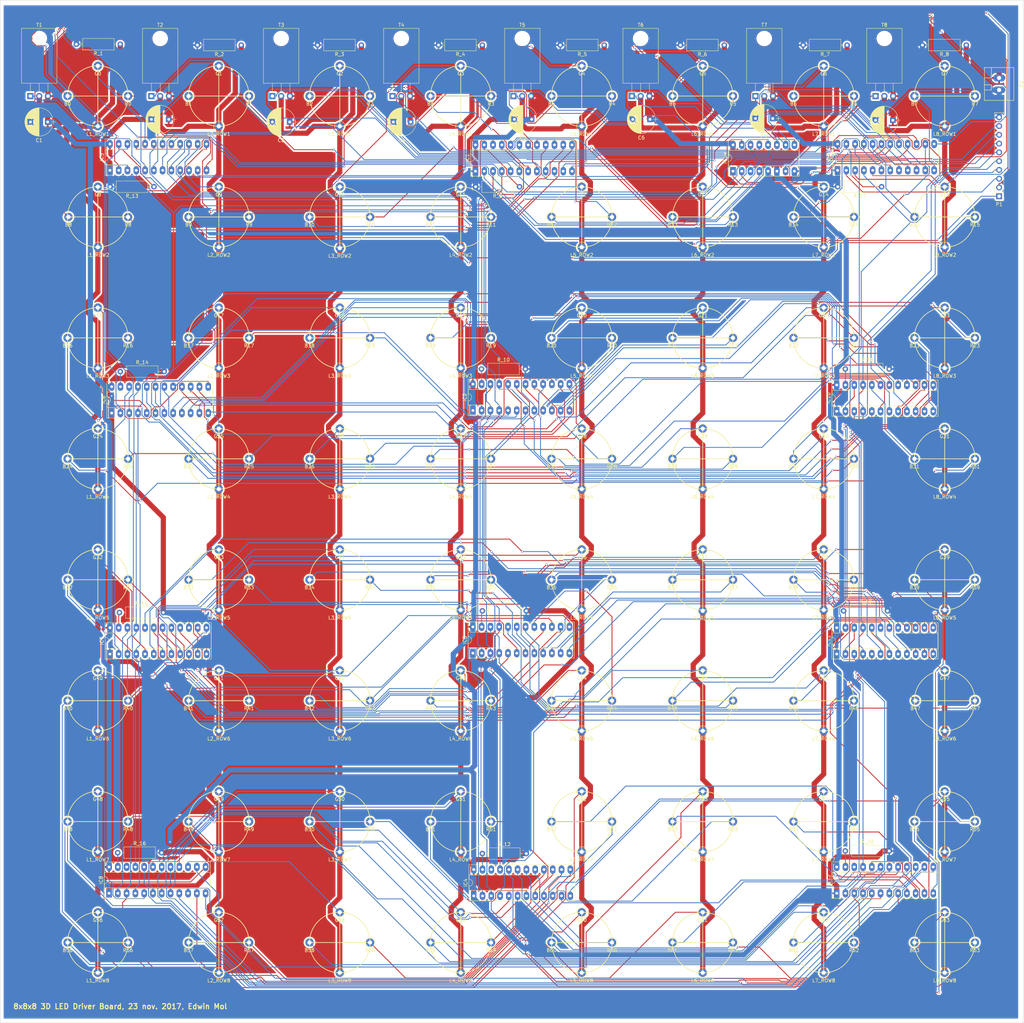
<source format=kicad_pcb>
(kicad_pcb (version 4) (host pcbnew 4.0.7)
  (title_block (title "3D LED Cube Driver") (date 2017-11-18) (company Siteware))
  (layers (0 F.Cu signal) (31 B.Cu signal) (35 F.Paste user) (37 F.SilkS user) (39 F.Mask user) (44 Edge.Cuts user))
  (net 0 "")
  (net 1 "Net-(B0-Pad1)")
  (net 2 "Net-(B1-Pad1)")
  (net 3 "Net-(B2-Pad1)")
  (net 4 "Net-(B3-Pad1)")
  (net 5 "Net-(B4-Pad1)")
  (net 6 "Net-(B5-Pad1)")
  (net 7 "Net-(B6-Pad1)")
  (net 8 "Net-(B7-Pad1)")
  (net 9 "Net-(B8-Pad1)")
  (net 10 "Net-(B9-Pad1)")
  (net 11 "Net-(B10-Pad1)")
  (net 12 "Net-(B11-Pad1)")
  (net 13 "Net-(B12-Pad1)")
  (net 14 "Net-(B13-Pad1)")
  (net 15 "Net-(B14-Pad1)")
  (net 16 "Net-(B15-Pad1)")
  (net 17 "Net-(B16-Pad1)")
  (net 18 "Net-(B17-Pad1)")
  (net 19 "Net-(B18-Pad1)")
  (net 20 "Net-(B19-Pad1)")
  (net 21 "Net-(B20-Pad1)")
  (net 22 "Net-(B21-Pad1)")
  (net 23 "Net-(B22-Pad1)")
  (net 24 "Net-(B23-Pad1)")
  (net 25 "Net-(B24-Pad1)")
  (net 26 "Net-(B25-Pad1)")
  (net 27 "Net-(B26-Pad1)")
  (net 28 "Net-(B27-Pad1)")
  (net 29 "Net-(B28-Pad1)")
  (net 30 "Net-(B29-Pad1)")
  (net 31 "Net-(B30-Pad1)")
  (net 32 "Net-(B31-Pad1)")
  (net 33 "Net-(B32-Pad1)")
  (net 34 "Net-(B33-Pad1)")
  (net 35 "Net-(B34-Pad1)")
  (net 36 "Net-(B35-Pad1)")
  (net 37 "Net-(B36-Pad1)")
  (net 38 "Net-(B37-Pad1)")
  (net 39 "Net-(B38-Pad1)")
  (net 40 "Net-(B39-Pad1)")
  (net 41 "Net-(B40-Pad1)")
  (net 42 "Net-(B41-Pad1)")
  (net 43 "Net-(B42-Pad1)")
  (net 44 "Net-(B43-Pad1)")
  (net 45 "Net-(B44-Pad1)")
  (net 46 "Net-(B45-Pad1)")
  (net 47 "Net-(B46-Pad1)")
  (net 48 "Net-(B47-Pad1)")
  (net 49 "Net-(B48-Pad1)")
  (net 50 "Net-(B49-Pad1)")
  (net 51 "Net-(B50-Pad1)")
  (net 52 "Net-(B51-Pad1)")
  (net 53 "Net-(B52-Pad1)")
  (net 54 "Net-(B53-Pad1)")
  (net 55 "Net-(B54-Pad1)")
  (net 56 "Net-(B55-Pad1)")
  (net 57 "Net-(B56-Pad1)")
  (net 58 "Net-(B57-Pad1)")
  (net 59 "Net-(B58-Pad1)")
  (net 60 "Net-(B59-Pad1)")
  (net 61 "Net-(B60-Pad1)")
  (net 62 "Net-(B61-Pad1)")
  (net 63 "Net-(B62-Pad1)")
  (net 64 "Net-(B63-Pad1)")
  (net 65 VCC)
  (net 66 GND)
  (net 67 "Net-(G0-Pad1)")
  (net 68 "Net-(G1-Pad1)")
  (net 69 "Net-(G2-Pad1)")
  (net 70 "Net-(G3-Pad1)")
  (net 71 "Net-(G4-Pad1)")
  (net 72 "Net-(G5-Pad1)")
  (net 73 "Net-(G6-Pad1)")
  (net 74 "Net-(G7-Pad1)")
  (net 75 "Net-(G8-Pad1)")
  (net 76 "Net-(G9-Pad1)")
  (net 77 "Net-(G10-Pad1)")
  (net 78 "Net-(G11-Pad1)")
  (net 79 "Net-(G12-Pad1)")
  (net 80 "Net-(G13-Pad1)")
  (net 81 "Net-(G14-Pad1)")
  (net 82 "Net-(G15-Pad1)")
  (net 83 "Net-(G16-Pad1)")
  (net 84 "Net-(G17-Pad1)")
  (net 85 "Net-(G18-Pad1)")
  (net 86 "Net-(G19-Pad1)")
  (net 87 "Net-(G20-Pad1)")
  (net 88 "Net-(G21-Pad1)")
  (net 89 "Net-(G22-Pad1)")
  (net 90 "Net-(G23-Pad1)")
  (net 91 "Net-(G24-Pad1)")
  (net 92 "Net-(G25-Pad1)")
  (net 93 "Net-(G26-Pad1)")
  (net 94 "Net-(G27-Pad1)")
  (net 95 "Net-(G28-Pad1)")
  (net 96 "Net-(G29-Pad1)")
  (net 97 "Net-(G30-Pad1)")
  (net 98 "Net-(G31-Pad1)")
  (net 99 "Net-(G32-Pad1)")
  (net 100 "Net-(G33-Pad1)")
  (net 101 "Net-(G34-Pad1)")
  (net 102 "Net-(G35-Pad1)")
  (net 103 "Net-(G36-Pad1)")
  (net 104 "Net-(G37-Pad1)")
  (net 105 "Net-(G38-Pad1)")
  (net 106 "Net-(G39-Pad1)")
  (net 107 "Net-(G40-Pad1)")
  (net 108 "Net-(G41-Pad1)")
  (net 109 "Net-(G42-Pad1)")
  (net 110 "Net-(G43-Pad1)")
  (net 111 "Net-(G44-Pad1)")
  (net 112 "Net-(G45-Pad1)")
  (net 113 "Net-(G46-Pad1)")
  (net 114 "Net-(G47-Pad1)")
  (net 115 "Net-(G48-Pad1)")
  (net 116 "Net-(G49-Pad1)")
  (net 117 "Net-(G50-Pad1)")
  (net 118 "Net-(G51-Pad1)")
  (net 119 "Net-(G52-Pad1)")
  (net 120 "Net-(G53-Pad1)")
  (net 121 "Net-(G54-Pad1)")
  (net 122 "Net-(G55-Pad1)")
  (net 123 "Net-(G56-Pad1)")
  (net 124 "Net-(G57-Pad1)")
  (net 125 "Net-(G58-Pad1)")
  (net 126 "Net-(G59-Pad1)")
  (net 127 "Net-(G60-Pad1)")
  (net 128 "Net-(G61-Pad1)")
  (net 129 "Net-(G62-Pad1)")
  (net 130 "Net-(G63-Pad1)")
  (net 131 "Net-(IC1-Pad13)")
  (net 132 RED)
  (net 133 "Net-(IC1-Pad14)")
  (net 134 CLOCK)
  (net 135 "Net-(IC1-Pad15)")
  (net 136 LAT)
  (net 137 "Net-(IC1-Pad16)")
  (net 138 "Net-(IC1-Pad5)")
  (net 139 "Net-(IC1-Pad17)")
  (net 140 "Net-(IC1-Pad6)")
  (net 141 "Net-(IC1-Pad18)")
  (net 142 "Net-(IC1-Pad7)")
  (net 143 "Net-(IC1-Pad19)")
  (net 144 "Net-(IC1-Pad8)")
  (net 145 "Net-(IC1-Pad20)")
  (net 146 "Net-(IC1-Pad9)")
  (net 147 EN)
  (net 148 "Net-(IC1-Pad10)")
  (net 149 "Net-(IC1-Pad22)")
  (net 150 "Net-(IC1-Pad11)")
  (net 151 "Net-(IC1-Pad23)")
  (net 152 "Net-(IC1-Pad12)")
  (net 153 "Net-(IC2-Pad13)")
  (net 154 "Net-(IC2-Pad14)")
  (net 155 "Net-(IC2-Pad15)")
  (net 156 "Net-(IC2-Pad16)")
  (net 157 "Net-(IC2-Pad5)")
  (net 158 "Net-(IC2-Pad17)")
  (net 159 "Net-(IC2-Pad6)")
  (net 160 "Net-(IC2-Pad18)")
  (net 161 "Net-(IC2-Pad7)")
  (net 162 "Net-(IC2-Pad19)")
  (net 163 "Net-(IC2-Pad8)")
  (net 164 "Net-(IC2-Pad20)")
  (net 165 "Net-(IC2-Pad9)")
  (net 166 "Net-(IC2-Pad10)")
  (net 167 "Net-(IC2-Pad22)")
  (net 168 "Net-(IC2-Pad11)")
  (net 169 "Net-(IC2-Pad23)")
  (net 170 "Net-(IC2-Pad12)")
  (net 171 "Net-(IC3-Pad13)")
  (net 172 "Net-(IC3-Pad14)")
  (net 173 "Net-(IC3-Pad15)")
  (net 174 "Net-(IC3-Pad16)")
  (net 175 "Net-(IC3-Pad5)")
  (net 176 "Net-(IC3-Pad17)")
  (net 177 "Net-(IC3-Pad6)")
  (net 178 "Net-(IC3-Pad18)")
  (net 179 "Net-(IC3-Pad7)")
  (net 180 "Net-(IC3-Pad19)")
  (net 181 "Net-(IC3-Pad8)")
  (net 182 "Net-(IC3-Pad20)")
  (net 183 "Net-(IC3-Pad9)")
  (net 184 "Net-(IC3-Pad10)")
  (net 185 "Net-(IC3-Pad22)")
  (net 186 "Net-(IC3-Pad11)")
  (net 187 "Net-(IC3-Pad23)")
  (net 188 "Net-(IC3-Pad12)")
  (net 189 "Net-(IC4-Pad13)")
  (net 190 "Net-(IC4-Pad14)")
  (net 191 "Net-(IC4-Pad15)")
  (net 192 "Net-(IC4-Pad16)")
  (net 193 "Net-(IC4-Pad5)")
  (net 194 "Net-(IC4-Pad17)")
  (net 195 "Net-(IC4-Pad6)")
  (net 196 "Net-(IC4-Pad18)")
  (net 197 "Net-(IC4-Pad7)")
  (net 198 "Net-(IC4-Pad19)")
  (net 199 "Net-(IC4-Pad8)")
  (net 200 "Net-(IC4-Pad20)")
  (net 201 "Net-(IC4-Pad9)")
  (net 202 "Net-(IC4-Pad10)")
  (net 203 "Net-(IC4-Pad22)")
  (net 204 "Net-(IC4-Pad11)")
  (net 205 "Net-(IC4-Pad23)")
  (net 206 "Net-(IC4-Pad12)")
  (net 207 GREEN)
  (net 208 "Net-(IC5-Pad22)")
  (net 209 "Net-(IC5-Pad23)")
  (net 210 "Net-(IC6-Pad22)")
  (net 211 "Net-(IC6-Pad23)")
  (net 212 "Net-(IC7-Pad22)")
  (net 213 "Net-(IC7-Pad23)")
  (net 214 "Net-(IC8-Pad22)")
  (net 215 "Net-(IC8-Pad23)")
  (net 216 BLUE)
  (net 217 "Net-(IC10-Pad2)")
  (net 218 "Net-(IC9-Pad23)")
  (net 219 "Net-(IC10-Pad22)")
  (net 220 "Net-(IC10-Pad23)")
  (net 221 "Net-(IC11-Pad22)")
  (net 222 "Net-(IC11-Pad23)")
  (net 223 "Net-(IC12-Pad22)")
  (net 224 "Net-(IC12-Pad23)")
  (net 225 LAY1)
  (net 226 "Net-(IC14-Pad9)")
  (net 227 LAY2)
  (net 228 "Net-(IC14-Pad10)")
  (net 229 LAY3)
  (net 230 "Net-(IC14-Pad11)")
  (net 231 "Net-(IC14-Pad12)")
  (net 232 "Net-(IC14-Pad13)")
  (net 233 "Net-(IC14-Pad14)")
  (net 234 "Net-(IC14-Pad7)")
  (net 235 "Net-(IC14-Pad15)")
  (net 236 "Net-(L1_ROW1-Pad1)")
  (net 237 "Net-(L2_ROW1-Pad1)")
  (net 238 "Net-(L3_ROW1-Pad1)")
  (net 239 "Net-(L4_ROW1-Pad1)")
  (net 240 "Net-(L5_ROW1-Pad1)")
  (net 241 "Net-(L6_ROW1-Pad1)")
  (net 242 "Net-(L7_ROW1-Pad1)")
  (net 243 "Net-(L8_ROW1-Pad1)")
  (module Connectors:Pin_d1.0mm_L10.0mm_LooseFit (layer F.Cu) (at 42.5 54.75)
    (fp_text reference B0 (at 0 2.25) (layer F.SilkS))
    (fp_text value CONN_1)
    (pad 1 thru_hole circle (at 0 0) (size 2.4 2.4) (drill 1.2) (layers *.Cu *.Mask) (net 1 "Net-(B0-Pad1)"))
  )
  (module Connectors:Pin_d1.0mm_L10.0mm_LooseFit (layer F.Cu) (at 77.5 54.75)
    (fp_text reference B1 (at 0 2.25) (layer F.SilkS))
    (fp_text value CONN_1)
    (pad 1 thru_hole circle (at 0 0) (size 2.4 2.4) (drill 1.2) (layers *.Cu *.Mask) (net 2 "Net-(B1-Pad1)"))
  )
  (module Connectors:Pin_d1.0mm_L10.0mm_LooseFit (layer F.Cu) (at 112.5 54.75)
    (fp_text reference B2 (at 0 2.25) (layer F.SilkS))
    (fp_text value CONN_1)
    (pad 1 thru_hole circle (at 0 0) (size 2.4 2.4) (drill 1.2) (layers *.Cu *.Mask) (net 3 "Net-(B2-Pad1)"))
  )
  (module Connectors:Pin_d1.0mm_L10.0mm_LooseFit (layer F.Cu) (at 147.5 54.75)
    (fp_text reference B3 (at 0 2.25) (layer F.SilkS))
    (fp_text value CONN_1)
    (pad 1 thru_hole circle (at 0 0) (size 2.4 2.4) (drill 1.2) (layers *.Cu *.Mask) (net 4 "Net-(B3-Pad1)"))
  )
  (module Connectors:Pin_d1.0mm_L10.0mm_LooseFit (layer F.Cu) (at 182.5 54.75)
    (fp_text reference B4 (at 0 2.25) (layer F.SilkS))
    (fp_text value CONN_1)
    (pad 1 thru_hole circle (at 0 0) (size 2.4 2.4) (drill 1.2) (layers *.Cu *.Mask) (net 5 "Net-(B4-Pad1)"))
  )
  (module Connectors:Pin_d1.0mm_L10.0mm_LooseFit (layer F.Cu) (at 217.5 54.75)
    (fp_text reference B5 (at 0 2.25) (layer F.SilkS))
    (fp_text value CONN_1)
    (pad 1 thru_hole circle (at 0 0) (size 2.4 2.4) (drill 1.2) (layers *.Cu *.Mask) (net 6 "Net-(B5-Pad1)"))
  )
  (module Connectors:Pin_d1.0mm_L10.0mm_LooseFit (layer F.Cu) (at 252.5 54.75)
    (fp_text reference B6 (at 0 2.25) (layer F.SilkS))
    (fp_text value CONN_1)
    (pad 1 thru_hole circle (at 0 0) (size 2.4 2.4) (drill 1.2) (layers *.Cu *.Mask) (net 7 "Net-(B6-Pad1)"))
  )
  (module Connectors:Pin_d1.0mm_L10.0mm_LooseFit (layer F.Cu) (at 287.5 54.75)
    (fp_text reference B7 (at 0 2.25) (layer F.SilkS))
    (fp_text value CONN_1)
    (pad 1 thru_hole circle (at 0 0) (size 2.4 2.4) (drill 1.2) (layers *.Cu *.Mask) (net 8 "Net-(B7-Pad1)"))
  )
  (module Connectors:Pin_d1.0mm_L10.0mm_LooseFit (layer F.Cu) (at 42.75 89.75)
    (fp_text reference B8 (at 0 2.25) (layer F.SilkS))
    (fp_text value CONN_1)
    (pad 1 thru_hole circle (at 0 0) (size 2.4 2.4) (drill 1.2) (layers *.Cu *.Mask) (net 9 "Net-(B8-Pad1)"))
  )
  (module Connectors:Pin_d1.0mm_L10.0mm_LooseFit (layer F.Cu) (at 77.5 89.75)
    (fp_text reference B9 (at 0 2.25) (layer F.SilkS))
    (fp_text value CONN_1)
    (pad 1 thru_hole circle (at 0 0) (size 2.4 2.4) (drill 1.2) (layers *.Cu *.Mask) (net 10 "Net-(B9-Pad1)"))
  )
  (module Connectors:Pin_d1.0mm_L10.0mm_LooseFit (layer F.Cu) (at 112.5 89.75)
    (fp_text reference B10 (at 0 2.25) (layer F.SilkS))
    (fp_text value CONN_1)
    (pad 1 thru_hole circle (at 0 0) (size 2.4 2.4) (drill 1.2) (layers *.Cu *.Mask) (net 11 "Net-(B10-Pad1)"))
  )
  (module Connectors:Pin_d1.0mm_L10.0mm_LooseFit (layer F.Cu) (at 147.5 89.75)
    (fp_text reference B11 (at 0 2.25) (layer F.SilkS))
    (fp_text value CONN_1)
    (pad 1 thru_hole circle (at 0 0) (size 2.4 2.4) (drill 1.2) (layers *.Cu *.Mask) (net 12 "Net-(B11-Pad1)"))
  )
  (module Connectors:Pin_d1.0mm_L10.0mm_LooseFit (layer F.Cu) (at 182.5 89.75)
    (fp_text reference B12 (at 0 2.25) (layer F.SilkS))
    (fp_text value CONN_1)
    (pad 1 thru_hole circle (at 0 0) (size 2.4 2.4) (drill 1.2) (layers *.Cu *.Mask) (net 13 "Net-(B12-Pad1)"))
  )
  (module Connectors:Pin_d1.0mm_L10.0mm_LooseFit (layer F.Cu) (at 217.5 89.75)
    (fp_text reference B13 (at 0 2.25) (layer F.SilkS))
    (fp_text value CONN_1)
    (pad 1 thru_hole circle (at 0 0) (size 2.4 2.4) (drill 1.2) (layers *.Cu *.Mask) (net 14 "Net-(B13-Pad1)"))
  )
  (module Connectors:Pin_d1.0mm_L10.0mm_LooseFit (layer F.Cu) (at 252.5 89.75)
    (fp_text reference B14 (at 0 2.25) (layer F.SilkS))
    (fp_text value CONN_1)
    (pad 1 thru_hole circle (at 0 0) (size 2.4 2.4) (drill 1.2) (layers *.Cu *.Mask) (net 15 "Net-(B14-Pad1)"))
  )
  (module Connectors:Pin_d1.0mm_L10.0mm_LooseFit (layer F.Cu) (at 287.5 89.75)
    (fp_text reference B15 (at 0 2.25) (layer F.SilkS))
    (fp_text value CONN_1)
    (pad 1 thru_hole circle (at 0 0) (size 2.4 2.4) (drill 1.2) (layers *.Cu *.Mask) (net 16 "Net-(B15-Pad1)"))
  )
  (module Connectors:Pin_d1.0mm_L10.0mm_LooseFit (layer F.Cu) (at 42.5 124.75)
    (fp_text reference B16 (at 0 2.25) (layer F.SilkS))
    (fp_text value CONN_1)
    (pad 1 thru_hole circle (at 0 0) (size 2.4 2.4) (drill 1.2) (layers *.Cu *.Mask) (net 17 "Net-(B16-Pad1)"))
  )
  (module Connectors:Pin_d1.0mm_L10.0mm_LooseFit (layer F.Cu) (at 77.5 124.75)
    (fp_text reference B17 (at 0 2.25) (layer F.SilkS))
    (fp_text value CONN_1)
    (pad 1 thru_hole circle (at 0 0) (size 2.4 2.4) (drill 1.2) (layers *.Cu *.Mask) (net 18 "Net-(B17-Pad1)"))
  )
  (module Connectors:Pin_d1.0mm_L10.0mm_LooseFit (layer F.Cu) (at 112.5 124.75)
    (fp_text reference B18 (at 0 2.25) (layer F.SilkS))
    (fp_text value CONN_1)
    (pad 1 thru_hole circle (at 0 0) (size 2.4 2.4) (drill 1.2) (layers *.Cu *.Mask) (net 19 "Net-(B18-Pad1)"))
  )
  (module Connectors:Pin_d1.0mm_L10.0mm_LooseFit (layer F.Cu) (at 147.5 124.75)
    (fp_text reference B19 (at 0 2.25) (layer F.SilkS))
    (fp_text value CONN_1)
    (pad 1 thru_hole circle (at 0 0) (size 2.4 2.4) (drill 1.2) (layers *.Cu *.Mask) (net 20 "Net-(B19-Pad1)"))
  )
  (module Connectors:Pin_d1.0mm_L10.0mm_LooseFit (layer F.Cu) (at 182.5 124.75)
    (fp_text reference B20 (at 0 2.25) (layer F.SilkS))
    (fp_text value CONN_1)
    (pad 1 thru_hole circle (at 0 0) (size 2.4 2.4) (drill 1.2) (layers *.Cu *.Mask) (net 21 "Net-(B20-Pad1)"))
  )
  (module Connectors:Pin_d1.0mm_L10.0mm_LooseFit (layer F.Cu) (at 217.5 124.75)
    (fp_text reference B21 (at 0 2.25) (layer F.SilkS))
    (fp_text value CONN_1)
    (pad 1 thru_hole circle (at 0 0) (size 2.4 2.4) (drill 1.2) (layers *.Cu *.Mask) (net 22 "Net-(B21-Pad1)"))
  )
  (module Connectors:Pin_d1.0mm_L10.0mm_LooseFit (layer F.Cu) (at 252.5 124.75)
    (fp_text reference B22 (at 0 2.25) (layer F.SilkS))
    (fp_text value CONN_1)
    (pad 1 thru_hole circle (at 0 0) (size 2.4 2.4) (drill 1.2) (layers *.Cu *.Mask) (net 23 "Net-(B22-Pad1)"))
  )
  (module Connectors:Pin_d1.0mm_L10.0mm_LooseFit (layer F.Cu) (at 287.5 124.75)
    (fp_text reference B23 (at 0 2.25) (layer F.SilkS))
    (fp_text value CONN_1)
    (pad 1 thru_hole circle (at 0 0) (size 2.4 2.4) (drill 1.2) (layers *.Cu *.Mask) (net 24 "Net-(B23-Pad1)"))
  )
  (module Connectors:Pin_d1.0mm_L10.0mm_LooseFit (layer F.Cu) (at 42.5 159.75)
    (fp_text reference B24 (at 0 2.25) (layer F.SilkS))
    (fp_text value CONN_1)
    (pad 1 thru_hole circle (at 0 0) (size 2.4 2.4) (drill 1.2) (layers *.Cu *.Mask) (net 25 "Net-(B24-Pad1)"))
  )
  (module Connectors:Pin_d1.0mm_L10.0mm_LooseFit (layer F.Cu) (at 77.5 159.75)
    (fp_text reference B25 (at 0 2.25) (layer F.SilkS))
    (fp_text value CONN_1)
    (pad 1 thru_hole circle (at 0 0) (size 2.4 2.4) (drill 1.2) (layers *.Cu *.Mask) (net 26 "Net-(B25-Pad1)"))
  )
  (module Connectors:Pin_d1.0mm_L10.0mm_LooseFit (layer F.Cu) (at 112.5 159.75)
    (fp_text reference B26 (at 0 2.25) (layer F.SilkS))
    (fp_text value CONN_1)
    (pad 1 thru_hole circle (at 0 0) (size 2.4 2.4) (drill 1.2) (layers *.Cu *.Mask) (net 27 "Net-(B26-Pad1)"))
  )
  (module Connectors:Pin_d1.0mm_L10.0mm_LooseFit (layer F.Cu) (at 147.5 159.75)
    (fp_text reference B27 (at 0 2.25) (layer F.SilkS))
    (fp_text value CONN_1)
    (pad 1 thru_hole circle (at 0 0) (size 2.4 2.4) (drill 1.2) (layers *.Cu *.Mask) (net 28 "Net-(B27-Pad1)"))
  )
  (module Connectors:Pin_d1.0mm_L10.0mm_LooseFit (layer F.Cu) (at 182.5 159.75)
    (fp_text reference B28 (at 0 2.25) (layer F.SilkS))
    (fp_text value CONN_1)
    (pad 1 thru_hole circle (at 0 0) (size 2.4 2.4) (drill 1.2) (layers *.Cu *.Mask) (net 29 "Net-(B28-Pad1)"))
  )
  (module Connectors:Pin_d1.0mm_L10.0mm_LooseFit (layer F.Cu) (at 217.5 159.75)
    (fp_text reference B29 (at 0 2.25) (layer F.SilkS))
    (fp_text value CONN_1)
    (pad 1 thru_hole circle (at 0 0) (size 2.4 2.4) (drill 1.2) (layers *.Cu *.Mask) (net 30 "Net-(B29-Pad1)"))
  )
  (module Connectors:Pin_d1.0mm_L10.0mm_LooseFit (layer F.Cu) (at 252.5 159.75)
    (fp_text reference B30 (at 0 2.25) (layer F.SilkS))
    (fp_text value CONN_1)
    (pad 1 thru_hole circle (at 0 0) (size 2.4 2.4) (drill 1.2) (layers *.Cu *.Mask) (net 31 "Net-(B30-Pad1)"))
  )
  (module Connectors:Pin_d1.0mm_L10.0mm_LooseFit (layer F.Cu) (at 287.5 159.75)
    (fp_text reference B31 (at 0 2.25) (layer F.SilkS))
    (fp_text value CONN_1)
    (pad 1 thru_hole circle (at 0 0) (size 2.4 2.4) (drill 1.2) (layers *.Cu *.Mask) (net 32 "Net-(B31-Pad1)"))
  )
  (module Connectors:Pin_d1.0mm_L10.0mm_LooseFit (layer F.Cu) (at 42.5 194.75)
    (fp_text reference B32 (at 0 2.25) (layer F.SilkS))
    (fp_text value CONN_1)
    (pad 1 thru_hole circle (at 0 0) (size 2.4 2.4) (drill 1.2) (layers *.Cu *.Mask) (net 33 "Net-(B32-Pad1)"))
  )
  (module Connectors:Pin_d1.0mm_L10.0mm_LooseFit (layer F.Cu) (at 77.5 194.75)
    (fp_text reference B33 (at 0 2.25) (layer F.SilkS))
    (fp_text value CONN_1)
    (pad 1 thru_hole circle (at 0 0) (size 2.4 2.4) (drill 1.2) (layers *.Cu *.Mask) (net 34 "Net-(B33-Pad1)"))
  )
  (module Connectors:Pin_d1.0mm_L10.0mm_LooseFit (layer F.Cu) (at 112.5 194.75)
    (fp_text reference B34 (at 0 2.25) (layer F.SilkS))
    (fp_text value CONN_1)
    (pad 1 thru_hole circle (at 0 0) (size 2.4 2.4) (drill 1.2) (layers *.Cu *.Mask) (net 35 "Net-(B34-Pad1)"))
  )
  (module Connectors:Pin_d1.0mm_L10.0mm_LooseFit (layer F.Cu) (at 147.5 194.75)
    (fp_text reference B35 (at 0 2.25) (layer F.SilkS))
    (fp_text value CONN_1)
    (pad 1 thru_hole circle (at 0 0) (size 2.4 2.4) (drill 1.2) (layers *.Cu *.Mask) (net 36 "Net-(B35-Pad1)"))
  )
  (module Connectors:Pin_d1.0mm_L10.0mm_LooseFit (layer F.Cu) (at 182.5 194.75)
    (fp_text reference B36 (at 0 2.25) (layer F.SilkS))
    (fp_text value CONN_1)
    (pad 1 thru_hole circle (at 0 0) (size 2.4 2.4) (drill 1.2) (layers *.Cu *.Mask) (net 37 "Net-(B36-Pad1)"))
  )
  (module Connectors:Pin_d1.0mm_L10.0mm_LooseFit (layer F.Cu) (at 217.5 194.75)
    (fp_text reference B37 (at 0 2.25) (layer F.SilkS))
    (fp_text value CONN_1)
    (pad 1 thru_hole circle (at 0 0) (size 2.4 2.4) (drill 1.2) (layers *.Cu *.Mask) (net 38 "Net-(B37-Pad1)"))
  )
  (module Connectors:Pin_d1.0mm_L10.0mm_LooseFit (layer F.Cu) (at 252.5 194.75)
    (fp_text reference B38 (at 0 2.25) (layer F.SilkS))
    (fp_text value CONN_1)
    (pad 1 thru_hole circle (at 0 0) (size 2.4 2.4) (drill 1.2) (layers *.Cu *.Mask) (net 39 "Net-(B38-Pad1)"))
  )
  (module Connectors:Pin_d1.0mm_L10.0mm_LooseFit (layer F.Cu) (at 287.5 194.75)
    (fp_text reference B39 (at 0 2.25) (layer F.SilkS))
    (fp_text value CONN_1)
    (pad 1 thru_hole circle (at 0 0) (size 2.4 2.4) (drill 1.2) (layers *.Cu *.Mask) (net 40 "Net-(B39-Pad1)"))
  )
  (module Connectors:Pin_d1.0mm_L10.0mm_LooseFit (layer F.Cu) (at 42.5 229.75)
    (fp_text reference B40 (at 0 2.25) (layer F.SilkS))
    (fp_text value CONN_1)
    (pad 1 thru_hole circle (at 0 0) (size 2.4 2.4) (drill 1.2) (layers *.Cu *.Mask) (net 41 "Net-(B40-Pad1)"))
  )
  (module Connectors:Pin_d1.0mm_L10.0mm_LooseFit (layer F.Cu) (at 77.5 229.75)
    (fp_text reference B41 (at 0 2.25) (layer F.SilkS))
    (fp_text value CONN_1)
    (pad 1 thru_hole circle (at 0 0) (size 2.4 2.4) (drill 1.2) (layers *.Cu *.Mask) (net 42 "Net-(B41-Pad1)"))
  )
  (module Connectors:Pin_d1.0mm_L10.0mm_LooseFit (layer F.Cu) (at 112.5 229.75)
    (fp_text reference B42 (at 0 2.25) (layer F.SilkS))
    (fp_text value CONN_1)
    (pad 1 thru_hole circle (at 0 0) (size 2.4 2.4) (drill 1.2) (layers *.Cu *.Mask) (net 43 "Net-(B42-Pad1)"))
  )
  (module Connectors:Pin_d1.0mm_L10.0mm_LooseFit (layer F.Cu) (at 147.5 229.75)
    (fp_text reference B43 (at 0 2.25) (layer F.SilkS))
    (fp_text value CONN_1)
    (pad 1 thru_hole circle (at 0 0) (size 2.4 2.4) (drill 1.2) (layers *.Cu *.Mask) (net 44 "Net-(B43-Pad1)"))
  )
  (module Connectors:Pin_d1.0mm_L10.0mm_LooseFit (layer F.Cu) (at 182.5 229.75)
    (fp_text reference B44 (at 0 2.25) (layer F.SilkS))
    (fp_text value CONN_1)
    (pad 1 thru_hole circle (at 0 0) (size 2.4 2.4) (drill 1.2) (layers *.Cu *.Mask) (net 45 "Net-(B44-Pad1)"))
  )
  (module Connectors:Pin_d1.0mm_L10.0mm_LooseFit (layer F.Cu) (at 217.5 229.75)
    (fp_text reference B45 (at 0 2.25) (layer F.SilkS))
    (fp_text value CONN_1)
    (pad 1 thru_hole circle (at 0 0) (size 2.4 2.4) (drill 1.2) (layers *.Cu *.Mask) (net 46 "Net-(B45-Pad1)"))
  )
  (module Connectors:Pin_d1.0mm_L10.0mm_LooseFit (layer F.Cu) (at 252.5 229.75)
    (fp_text reference B46 (at 0 2.25) (layer F.SilkS))
    (fp_text value CONN_1)
    (pad 1 thru_hole circle (at 0 0) (size 2.4 2.4) (drill 1.2) (layers *.Cu *.Mask) (net 47 "Net-(B46-Pad1)"))
  )
  (module Connectors:Pin_d1.0mm_L10.0mm_LooseFit (layer F.Cu) (at 287.75 229.75)
    (fp_text reference B47 (at 0 2.25) (layer F.SilkS))
    (fp_text value CONN_1)
    (pad 1 thru_hole circle (at 0 0) (size 2.4 2.4) (drill 1.2) (layers *.Cu *.Mask) (net 48 "Net-(B47-Pad1)"))
  )
  (module Connectors:Pin_d1.0mm_L10.0mm_LooseFit (layer F.Cu) (at 42.5 264.75)
    (fp_text reference B48 (at 0 2.25) (layer F.SilkS))
    (fp_text value CONN_1)
    (pad 1 thru_hole circle (at 0 0) (size 2.4 2.4) (drill 1.2) (layers *.Cu *.Mask) (net 49 "Net-(B48-Pad1)"))
  )
  (module Connectors:Pin_d1.0mm_L10.0mm_LooseFit (layer F.Cu) (at 77.5 264.75)
    (fp_text reference B49 (at 0 2.25) (layer F.SilkS))
    (fp_text value CONN_1)
    (pad 1 thru_hole circle (at 0 0) (size 2.4 2.4) (drill 1.2) (layers *.Cu *.Mask) (net 50 "Net-(B49-Pad1)"))
  )
  (module Connectors:Pin_d1.0mm_L10.0mm_LooseFit (layer F.Cu) (at 112.5 264.75)
    (fp_text reference B50 (at 0 2.25) (layer F.SilkS))
    (fp_text value CONN_1)
    (pad 1 thru_hole circle (at 0 0) (size 2.4 2.4) (drill 1.2) (layers *.Cu *.Mask) (net 51 "Net-(B50-Pad1)"))
  )
  (module Connectors:Pin_d1.0mm_L10.0mm_LooseFit (layer F.Cu) (at 147.5 264.75)
    (fp_text reference B51 (at 0 2.25) (layer F.SilkS))
    (fp_text value CONN_1)
    (pad 1 thru_hole circle (at 0 0) (size 2.4 2.4) (drill 1.2) (layers *.Cu *.Mask) (net 52 "Net-(B51-Pad1)"))
  )
  (module Connectors:Pin_d1.0mm_L10.0mm_LooseFit (layer F.Cu) (at 182.5 264.75)
    (fp_text reference B52 (at 0 2.25) (layer F.SilkS))
    (fp_text value CONN_1)
    (pad 1 thru_hole circle (at 0 0) (size 2.4 2.4) (drill 1.2) (layers *.Cu *.Mask) (net 53 "Net-(B52-Pad1)"))
  )
  (module Connectors:Pin_d1.0mm_L10.0mm_LooseFit (layer F.Cu) (at 217.5 264.75)
    (fp_text reference B53 (at 0 2.25) (layer F.SilkS))
    (fp_text value CONN_1)
    (pad 1 thru_hole circle (at 0 0) (size 2.4 2.4) (drill 1.2) (layers *.Cu *.Mask) (net 54 "Net-(B53-Pad1)"))
  )
  (module Connectors:Pin_d1.0mm_L10.0mm_LooseFit (layer F.Cu) (at 252.5 264.75)
    (fp_text reference B54 (at 0 2.25) (layer F.SilkS))
    (fp_text value CONN_1)
    (pad 1 thru_hole circle (at 0 0) (size 2.4 2.4) (drill 1.2) (layers *.Cu *.Mask) (net 55 "Net-(B54-Pad1)"))
  )
  (module Connectors:Pin_d1.0mm_L10.0mm_LooseFit (layer F.Cu) (at 287.5 264.75)
    (fp_text reference B55 (at 0 2.25) (layer F.SilkS))
    (fp_text value CONN_1)
    (pad 1 thru_hole circle (at 0 0) (size 2.4 2.4) (drill 1.2) (layers *.Cu *.Mask) (net 56 "Net-(B55-Pad1)"))
  )
  (module Connectors:Pin_d1.0mm_L10.0mm_LooseFit (layer F.Cu) (at 42.5 299.75)
    (fp_text reference B56 (at 0 2.25) (layer F.SilkS))
    (fp_text value CONN_1)
    (pad 1 thru_hole circle (at 0 0) (size 2.4 2.4) (drill 1.2) (layers *.Cu *.Mask) (net 57 "Net-(B56-Pad1)"))
  )
  (module Connectors:Pin_d1.0mm_L10.0mm_LooseFit (layer F.Cu) (at 77.5 299.75)
    (fp_text reference B57 (at 0 2.25) (layer F.SilkS))
    (fp_text value CONN_1)
    (pad 1 thru_hole circle (at 0 0) (size 2.4 2.4) (drill 1.2) (layers *.Cu *.Mask) (net 58 "Net-(B57-Pad1)"))
  )
  (module Connectors:Pin_d1.0mm_L10.0mm_LooseFit (layer F.Cu) (at 112.5 299.75)
    (fp_text reference B58 (at 0 2.25) (layer F.SilkS))
    (fp_text value CONN_1)
    (pad 1 thru_hole circle (at 0 0) (size 2.4 2.4) (drill 1.2) (layers *.Cu *.Mask) (net 59 "Net-(B58-Pad1)"))
  )
  (module Connectors:Pin_d1.0mm_L10.0mm_LooseFit (layer F.Cu) (at 147.5 299.75)
    (fp_text reference B59 (at 0 2.25) (layer F.SilkS))
    (fp_text value CONN_1)
    (pad 1 thru_hole circle (at 0 0) (size 2.4 2.4) (drill 1.2) (layers *.Cu *.Mask) (net 60 "Net-(B59-Pad1)"))
  )
  (module Connectors:Pin_d1.0mm_L10.0mm_LooseFit (layer F.Cu) (at 182.5 299.75)
    (fp_text reference B60 (at 0 2.25) (layer F.SilkS))
    (fp_text value CONN_1)
    (pad 1 thru_hole circle (at 0 0) (size 2.4 2.4) (drill 1.2) (layers *.Cu *.Mask) (net 61 "Net-(B60-Pad1)"))
  )
  (module Connectors:Pin_d1.0mm_L10.0mm_LooseFit (layer F.Cu) (at 217.5 299.75)
    (fp_text reference B61 (at 0 2.25) (layer F.SilkS))
    (fp_text value CONN_1)
    (pad 1 thru_hole circle (at 0 0) (size 2.4 2.4) (drill 1.2) (layers *.Cu *.Mask) (net 62 "Net-(B61-Pad1)"))
  )
  (module Connectors:Pin_d1.0mm_L10.0mm_LooseFit (layer F.Cu) (at 252.5 299.75)
    (fp_text reference B62 (at 0 2.25) (layer F.SilkS))
    (fp_text value CONN_1)
    (pad 1 thru_hole circle (at 0 0) (size 2.4 2.4) (drill 1.2) (layers *.Cu *.Mask) (net 63 "Net-(B62-Pad1)"))
  )
  (module Connectors:Pin_d1.0mm_L10.0mm_LooseFit (layer F.Cu) (at 287.5 299.75)
    (fp_text reference B63 (at 0 2.25) (layer F.SilkS))
    (fp_text value CONN_1)
    (pad 1 thru_hole circle (at 0 0) (size 2.4 2.4) (drill 1.2) (layers *.Cu *.Mask) (net 64 "Net-(B63-Pad1)"))
  )
  (module Capacitors_THT:CP_Radial_D8.0mm_P5.00mm (layer F.Cu) (at 36.75 62.25 180)
    (fp_text reference C1 (at 2.5 -5.31 180) (layer F.SilkS))
    (fp_text value 1000uF)
    (pad 1 thru_hole rect (at 0 0 180) (size 1.6 1.6) (drill 0.8) (layers *.Cu *.Mask) (net 65 VCC))
    (pad 2 thru_hole circle (at 5 0 180) (size 1.6 1.6) (drill 0.8) (layers *.Cu *.Mask) (net 66 GND))
  )
  (module Capacitors_THT:CP_Radial_D8.0mm_P5.00mm (layer F.Cu) (at 71.75 61.5 180)
    (fp_text reference C2 (at 2.5 -5.31 180) (layer F.SilkS))
    (fp_text value 1000uF)
    (pad 1 thru_hole rect (at 0 0 180) (size 1.6 1.6) (drill 0.8) (layers *.Cu *.Mask) (net 65 VCC))
    (pad 2 thru_hole circle (at 5 0 180) (size 1.6 1.6) (drill 0.8) (layers *.Cu *.Mask) (net 66 GND))
  )
  (module Capacitors_THT:CP_Radial_D8.0mm_P5.00mm (layer F.Cu) (at 106.75 62.25 180)
    (fp_text reference C3 (at 2.5 -5.31 180) (layer F.SilkS))
    (fp_text value 1000uF)
    (pad 1 thru_hole rect (at 0 0 180) (size 1.6 1.6) (drill 0.8) (layers *.Cu *.Mask) (net 65 VCC))
    (pad 2 thru_hole circle (at 5 0 180) (size 1.6 1.6) (drill 0.8) (layers *.Cu *.Mask) (net 66 GND))
  )
  (module Capacitors_THT:CP_Radial_D8.0mm_P5.00mm (layer F.Cu) (at 141.75 62.25 180)
    (fp_text reference C4 (at 2.5 -5.31 180) (layer F.SilkS))
    (fp_text value 1000uF)
    (pad 1 thru_hole rect (at 0 0 180) (size 1.6 1.6) (drill 0.8) (layers *.Cu *.Mask) (net 65 VCC))
    (pad 2 thru_hole circle (at 5 0 180) (size 1.6 1.6) (drill 0.8) (layers *.Cu *.Mask) (net 66 GND))
  )
  (module Capacitors_THT:CP_Radial_D8.0mm_P5.00mm (layer F.Cu) (at 176.75 61.5 180)
    (fp_text reference C5 (at 2.5 -5.31 180) (layer F.SilkS))
    (fp_text value 1000uF)
    (pad 1 thru_hole rect (at 0 0 180) (size 1.6 1.6) (drill 0.8) (layers *.Cu *.Mask) (net 65 VCC))
    (pad 2 thru_hole circle (at 5 0 180) (size 1.6 1.6) (drill 0.8) (layers *.Cu *.Mask) (net 66 GND))
  )
  (module Capacitors_THT:CP_Radial_D8.0mm_P5.00mm (layer F.Cu) (at 211 61.5 180)
    (fp_text reference C6 (at 2.5 -5.31 180) (layer F.SilkS))
    (fp_text value 1000uF)
    (pad 1 thru_hole rect (at 0 0 180) (size 1.6 1.6) (drill 0.8) (layers *.Cu *.Mask) (net 65 VCC))
    (pad 2 thru_hole circle (at 5 0 180) (size 1.6 1.6) (drill 0.8) (layers *.Cu *.Mask) (net 66 GND))
  )
  (module Capacitors_THT:CP_Radial_D8.0mm_P5.00mm (layer F.Cu) (at 246.5 61.25 180)
    (fp_text reference C7 (at 2.5 -5.31 180) (layer F.SilkS))
    (fp_text value 1000uF)
    (pad 1 thru_hole rect (at 0 0 180) (size 1.6 1.6) (drill 0.8) (layers *.Cu *.Mask) (net 65 VCC))
    (pad 2 thru_hole circle (at 5 0 180) (size 1.6 1.6) (drill 0.8) (layers *.Cu *.Mask) (net 66 GND))
  )
  (module Capacitors_THT:CP_Radial_D8.0mm_P5.00mm (layer F.Cu) (at 281.25 61.75 180)
    (fp_text reference C8 (at 2.5 -5.31 180) (layer F.SilkS))
    (fp_text value 1000uF)
    (pad 1 thru_hole rect (at 0 0 180) (size 1.6 1.6) (drill 0.8) (layers *.Cu *.Mask) (net 65 VCC))
    (pad 2 thru_hole circle (at 5 0 180) (size 1.6 1.6) (drill 0.8) (layers *.Cu *.Mask) (net 66 GND))
  )
  (module Connectors:Pin_d1.0mm_L10.0mm_LooseFit (layer F.Cu) (at 51.25 46)
    (fp_text reference G0 (at 0 2.25) (layer F.SilkS))
    (fp_text value CONN_1)
    (pad 1 thru_hole circle (at 0 0) (size 2.4 2.4) (drill 1.2) (layers *.Cu *.Mask) (net 67 "Net-(G0-Pad1)"))
  )
  (module Connectors:Pin_d1.0mm_L10.0mm_LooseFit (layer F.Cu) (at 86.25 46)
    (fp_text reference G1 (at 0 2.25) (layer F.SilkS))
    (fp_text value CONN_1)
    (pad 1 thru_hole circle (at 0 0) (size 2.4 2.4) (drill 1.2) (layers *.Cu *.Mask) (net 68 "Net-(G1-Pad1)"))
  )
  (module Connectors:Pin_d1.0mm_L10.0mm_LooseFit (layer F.Cu) (at 121.25 46)
    (fp_text reference G2 (at 0 2.25) (layer F.SilkS))
    (fp_text value CONN_1)
    (pad 1 thru_hole circle (at 0 0) (size 2.4 2.4) (drill 1.2) (layers *.Cu *.Mask) (net 69 "Net-(G2-Pad1)"))
  )
  (module Connectors:Pin_d1.0mm_L10.0mm_LooseFit (layer F.Cu) (at 156.25 46)
    (fp_text reference G3 (at 0 2.25) (layer F.SilkS))
    (fp_text value CONN_1)
    (pad 1 thru_hole circle (at 0 0) (size 2.4 2.4) (drill 1.2) (layers *.Cu *.Mask) (net 70 "Net-(G3-Pad1)"))
  )
  (module Connectors:Pin_d1.0mm_L10.0mm_LooseFit (layer F.Cu) (at 191.25 46)
    (fp_text reference G4 (at 0 2.25) (layer F.SilkS))
    (fp_text value CONN_1)
    (pad 1 thru_hole circle (at 0 0) (size 2.4 2.4) (drill 1.2) (layers *.Cu *.Mask) (net 71 "Net-(G4-Pad1)"))
  )
  (module Connectors:Pin_d1.0mm_L10.0mm_LooseFit (layer F.Cu) (at 226.25 46)
    (fp_text reference G5 (at 0 2.25) (layer F.SilkS))
    (fp_text value CONN_1)
    (pad 1 thru_hole circle (at 0 0) (size 2.4 2.4) (drill 1.2) (layers *.Cu *.Mask) (net 72 "Net-(G5-Pad1)"))
  )
  (module Connectors:Pin_d1.0mm_L10.0mm_LooseFit (layer F.Cu) (at 261.25 46)
    (fp_text reference G6 (at 0 2.25) (layer F.SilkS))
    (fp_text value CONN_1)
    (pad 1 thru_hole circle (at 0 0) (size 2.4 2.4) (drill 1.2) (layers *.Cu *.Mask) (net 73 "Net-(G6-Pad1)"))
  )
  (module Connectors:Pin_d1.0mm_L10.0mm_LooseFit (layer F.Cu) (at 296.25 46)
    (fp_text reference G7 (at 0 2.25) (layer F.SilkS))
    (fp_text value CONN_1)
    (pad 1 thru_hole circle (at 0 0) (size 2.4 2.4) (drill 1.2) (layers *.Cu *.Mask) (net 74 "Net-(G7-Pad1)"))
  )
  (module Connectors:Pin_d1.0mm_L10.0mm_LooseFit (layer F.Cu) (at 51.25 81)
    (fp_text reference G8 (at 0 2.25) (layer F.SilkS))
    (fp_text value CONN_1)
    (pad 1 thru_hole circle (at 0 0) (size 2.4 2.4) (drill 1.2) (layers *.Cu *.Mask) (net 75 "Net-(G8-Pad1)"))
  )
  (module Connectors:Pin_d1.0mm_L10.0mm_LooseFit (layer F.Cu) (at 86.25 81)
    (fp_text reference G9 (at 0 2.25) (layer F.SilkS))
    (fp_text value CONN_1)
    (pad 1 thru_hole circle (at 0 0) (size 2.4 2.4) (drill 1.2) (layers *.Cu *.Mask) (net 76 "Net-(G9-Pad1)"))
  )
  (module Connectors:Pin_d1.0mm_L10.0mm_LooseFit (layer F.Cu) (at 121.25 81)
    (fp_text reference G10 (at 0 2.25) (layer F.SilkS))
    (fp_text value CONN_1)
    (pad 1 thru_hole circle (at 0 0) (size 2.4 2.4) (drill 1.2) (layers *.Cu *.Mask) (net 77 "Net-(G10-Pad1)"))
  )
  (module Connectors:Pin_d1.0mm_L10.0mm_LooseFit (layer F.Cu) (at 156.25 81)
    (fp_text reference G11 (at 0 2.25) (layer F.SilkS))
    (fp_text value CONN_1)
    (pad 1 thru_hole circle (at 0 0) (size 2.4 2.4) (drill 1.2) (layers *.Cu *.Mask) (net 78 "Net-(G11-Pad1)"))
  )
  (module Connectors:Pin_d1.0mm_L10.0mm_LooseFit (layer F.Cu) (at 191.25 81)
    (fp_text reference G12 (at 0 2.25) (layer F.SilkS))
    (fp_text value CONN_1)
    (pad 1 thru_hole circle (at 0 0) (size 2.4 2.4) (drill 1.2) (layers *.Cu *.Mask) (net 79 "Net-(G12-Pad1)"))
  )
  (module Connectors:Pin_d1.0mm_L10.0mm_LooseFit (layer F.Cu) (at 226.25 81)
    (fp_text reference G13 (at 0 2.25) (layer F.SilkS))
    (fp_text value CONN_1)
    (pad 1 thru_hole circle (at 0 0) (size 2.4 2.4) (drill 1.2) (layers *.Cu *.Mask) (net 80 "Net-(G13-Pad1)"))
  )
  (module Connectors:Pin_d1.0mm_L10.0mm_LooseFit (layer F.Cu) (at 261.25 81)
    (fp_text reference G14 (at 0 2.25) (layer F.SilkS))
    (fp_text value CONN_1)
    (pad 1 thru_hole circle (at 0 0) (size 2.4 2.4) (drill 1.2) (layers *.Cu *.Mask) (net 81 "Net-(G14-Pad1)"))
  )
  (module Connectors:Pin_d1.0mm_L10.0mm_LooseFit (layer F.Cu) (at 296.25 81)
    (fp_text reference G15 (at 0 2.25) (layer F.SilkS))
    (fp_text value CONN_1)
    (pad 1 thru_hole circle (at 0 0) (size 2.4 2.4) (drill 1.2) (layers *.Cu *.Mask) (net 82 "Net-(G15-Pad1)"))
  )
  (module Connectors:Pin_d1.0mm_L10.0mm_LooseFit (layer F.Cu) (at 51.25 116)
    (fp_text reference G16 (at 0 2.25) (layer F.SilkS))
    (fp_text value CONN_1)
    (pad 1 thru_hole circle (at 0 0) (size 2.4 2.4) (drill 1.2) (layers *.Cu *.Mask) (net 83 "Net-(G16-Pad1)"))
  )
  (module Connectors:Pin_d1.0mm_L10.0mm_LooseFit (layer F.Cu) (at 86.25 116)
    (fp_text reference G17 (at 0 2.25) (layer F.SilkS))
    (fp_text value CONN_1)
    (pad 1 thru_hole circle (at 0 0) (size 2.4 2.4) (drill 1.2) (layers *.Cu *.Mask) (net 84 "Net-(G17-Pad1)"))
  )
  (module Connectors:Pin_d1.0mm_L10.0mm_LooseFit (layer F.Cu) (at 121.25 116)
    (fp_text reference G18 (at 0 2.25) (layer F.SilkS))
    (fp_text value CONN_1)
    (pad 1 thru_hole circle (at 0 0) (size 2.4 2.4) (drill 1.2) (layers *.Cu *.Mask) (net 85 "Net-(G18-Pad1)"))
  )
  (module Connectors:Pin_d1.0mm_L10.0mm_LooseFit (layer F.Cu) (at 156.25 116)
    (fp_text reference G19 (at 0 2.25) (layer F.SilkS))
    (fp_text value CONN_1)
    (pad 1 thru_hole circle (at 0 0) (size 2.4 2.4) (drill 1.2) (layers *.Cu *.Mask) (net 86 "Net-(G19-Pad1)"))
  )
  (module Connectors:Pin_d1.0mm_L10.0mm_LooseFit (layer F.Cu) (at 191.25 116)
    (fp_text reference G20 (at 0 2.25) (layer F.SilkS))
    (fp_text value CONN_1)
    (pad 1 thru_hole circle (at 0 0) (size 2.4 2.4) (drill 1.2) (layers *.Cu *.Mask) (net 87 "Net-(G20-Pad1)"))
  )
  (module Connectors:Pin_d1.0mm_L10.0mm_LooseFit (layer F.Cu) (at 226.25 116)
    (fp_text reference G21 (at 0 2.25) (layer F.SilkS))
    (fp_text value CONN_1)
    (pad 1 thru_hole circle (at 0 0) (size 2.4 2.4) (drill 1.2) (layers *.Cu *.Mask) (net 88 "Net-(G21-Pad1)"))
  )
  (module Connectors:Pin_d1.0mm_L10.0mm_LooseFit (layer F.Cu) (at 261.25 116)
    (fp_text reference G22 (at 0 2.25) (layer F.SilkS))
    (fp_text value CONN_1)
    (pad 1 thru_hole circle (at 0 0) (size 2.4 2.4) (drill 1.2) (layers *.Cu *.Mask) (net 89 "Net-(G22-Pad1)"))
  )
  (module Connectors:Pin_d1.0mm_L10.0mm_LooseFit (layer F.Cu) (at 296.25 116)
    (fp_text reference G23 (at 0 2.25) (layer F.SilkS))
    (fp_text value CONN_1)
    (pad 1 thru_hole circle (at 0 0) (size 2.4 2.4) (drill 1.2) (layers *.Cu *.Mask) (net 90 "Net-(G23-Pad1)"))
  )
  (module Connectors:Pin_d1.0mm_L10.0mm_LooseFit (layer F.Cu) (at 51.25 151)
    (fp_text reference G24 (at 0 2.25) (layer F.SilkS))
    (fp_text value CONN_1)
    (pad 1 thru_hole circle (at 0 0) (size 2.4 2.4) (drill 1.2) (layers *.Cu *.Mask) (net 91 "Net-(G24-Pad1)"))
  )
  (module Connectors:Pin_d1.0mm_L10.0mm_LooseFit (layer F.Cu) (at 86.25 151)
    (fp_text reference G25 (at 0 2.25) (layer F.SilkS))
    (fp_text value CONN_1)
    (pad 1 thru_hole circle (at 0 0) (size 2.4 2.4) (drill 1.2) (layers *.Cu *.Mask) (net 92 "Net-(G25-Pad1)"))
  )
  (module Connectors:Pin_d1.0mm_L10.0mm_LooseFit (layer F.Cu) (at 121.25 151)
    (fp_text reference G26 (at 0 2.25) (layer F.SilkS))
    (fp_text value CONN_1)
    (pad 1 thru_hole circle (at 0 0) (size 2.4 2.4) (drill 1.2) (layers *.Cu *.Mask) (net 93 "Net-(G26-Pad1)"))
  )
  (module Connectors:Pin_d1.0mm_L10.0mm_LooseFit (layer F.Cu) (at 156.25 151)
    (fp_text reference G27 (at 0 2.25) (layer F.SilkS))
    (fp_text value CONN_1)
    (pad 1 thru_hole circle (at 0 0) (size 2.4 2.4) (drill 1.2) (layers *.Cu *.Mask) (net 94 "Net-(G27-Pad1)"))
  )
  (module Connectors:Pin_d1.0mm_L10.0mm_LooseFit (layer F.Cu) (at 191.25 151)
    (fp_text reference G28 (at 0 2.25) (layer F.SilkS))
    (fp_text value CONN_1)
    (pad 1 thru_hole circle (at 0 0) (size 2.4 2.4) (drill 1.2) (layers *.Cu *.Mask) (net 95 "Net-(G28-Pad1)"))
  )
  (module Connectors:Pin_d1.0mm_L10.0mm_LooseFit (layer F.Cu) (at 226.25 151)
    (fp_text reference G29 (at 0 2.25) (layer F.SilkS))
    (fp_text value CONN_1)
    (pad 1 thru_hole circle (at 0 0) (size 2.4 2.4) (drill 1.2) (layers *.Cu *.Mask) (net 96 "Net-(G29-Pad1)"))
  )
  (module Connectors:Pin_d1.0mm_L10.0mm_LooseFit (layer F.Cu) (at 261.25 151)
    (fp_text reference G30 (at 0 2.25) (layer F.SilkS))
    (fp_text value CONN_1)
    (pad 1 thru_hole circle (at 0 0) (size 2.4 2.4) (drill 1.2) (layers *.Cu *.Mask) (net 97 "Net-(G30-Pad1)"))
  )
  (module Connectors:Pin_d1.0mm_L10.0mm_LooseFit (layer F.Cu) (at 296.25 151)
    (fp_text reference G31 (at 0 2.25) (layer F.SilkS))
    (fp_text value CONN_1)
    (pad 1 thru_hole circle (at 0 0) (size 2.4 2.4) (drill 1.2) (layers *.Cu *.Mask) (net 98 "Net-(G31-Pad1)"))
  )
  (module Connectors:Pin_d1.0mm_L10.0mm_LooseFit (layer F.Cu) (at 51.25 186)
    (fp_text reference G32 (at 0 2.25) (layer F.SilkS))
    (fp_text value CONN_1)
    (pad 1 thru_hole circle (at 0 0) (size 2.4 2.4) (drill 1.2) (layers *.Cu *.Mask) (net 99 "Net-(G32-Pad1)"))
  )
  (module Connectors:Pin_d1.0mm_L10.0mm_LooseFit (layer F.Cu) (at 86.25 186)
    (fp_text reference G33 (at 0 2.25) (layer F.SilkS))
    (fp_text value CONN_1)
    (pad 1 thru_hole circle (at 0 0) (size 2.4 2.4) (drill 1.2) (layers *.Cu *.Mask) (net 100 "Net-(G33-Pad1)"))
  )
  (module Connectors:Pin_d1.0mm_L10.0mm_LooseFit (layer F.Cu) (at 121.25 186)
    (fp_text reference G34 (at 0 2.25) (layer F.SilkS))
    (fp_text value CONN_1)
    (pad 1 thru_hole circle (at 0 0) (size 2.4 2.4) (drill 1.2) (layers *.Cu *.Mask) (net 101 "Net-(G34-Pad1)"))
  )
  (module Connectors:Pin_d1.0mm_L10.0mm_LooseFit (layer F.Cu) (at 156.25 186)
    (fp_text reference G35 (at 0 2.25) (layer F.SilkS))
    (fp_text value CONN_1)
    (pad 1 thru_hole circle (at 0 0) (size 2.4 2.4) (drill 1.2) (layers *.Cu *.Mask) (net 102 "Net-(G35-Pad1)"))
  )
  (module Connectors:Pin_d1.0mm_L10.0mm_LooseFit (layer F.Cu) (at 191.25 186)
    (fp_text reference G36 (at 0 2.25) (layer F.SilkS))
    (fp_text value CONN_1)
    (pad 1 thru_hole circle (at 0 0) (size 2.4 2.4) (drill 1.2) (layers *.Cu *.Mask) (net 103 "Net-(G36-Pad1)"))
  )
  (module Connectors:Pin_d1.0mm_L10.0mm_LooseFit (layer F.Cu) (at 226.25 186)
    (fp_text reference G37 (at 0 2.25) (layer F.SilkS))
    (fp_text value CONN_1)
    (pad 1 thru_hole circle (at 0 0) (size 2.4 2.4) (drill 1.2) (layers *.Cu *.Mask) (net 104 "Net-(G37-Pad1)"))
  )
  (module Connectors:Pin_d1.0mm_L10.0mm_LooseFit (layer F.Cu) (at 261.25 186)
    (fp_text reference G38 (at 0 2.25) (layer F.SilkS))
    (fp_text value CONN_1)
    (pad 1 thru_hole circle (at 0 0) (size 2.4 2.4) (drill 1.2) (layers *.Cu *.Mask) (net 105 "Net-(G38-Pad1)"))
  )
  (module Connectors:Pin_d1.0mm_L10.0mm_LooseFit (layer F.Cu) (at 296.25 186)
    (fp_text reference G39 (at 0 2.25) (layer F.SilkS))
    (fp_text value CONN_1)
    (pad 1 thru_hole circle (at 0 0) (size 2.4 2.4) (drill 1.2) (layers *.Cu *.Mask) (net 106 "Net-(G39-Pad1)"))
  )
  (module Connectors:Pin_d1.0mm_L10.0mm_LooseFit (layer F.Cu) (at 51.25 221)
    (fp_text reference G40 (at 0 2.25) (layer F.SilkS))
    (fp_text value CONN_1)
    (pad 1 thru_hole circle (at 0 0) (size 2.4 2.4) (drill 1.2) (layers *.Cu *.Mask) (net 107 "Net-(G40-Pad1)"))
  )
  (module Connectors:Pin_d1.0mm_L10.0mm_LooseFit (layer F.Cu) (at 86.25 221)
    (fp_text reference G41 (at 0 2.25) (layer F.SilkS))
    (fp_text value CONN_1)
    (pad 1 thru_hole circle (at 0 0) (size 2.4 2.4) (drill 1.2) (layers *.Cu *.Mask) (net 108 "Net-(G41-Pad1)"))
  )
  (module Connectors:Pin_d1.0mm_L10.0mm_LooseFit (layer F.Cu) (at 121.25 221)
    (fp_text reference G42 (at 0 2.25) (layer F.SilkS))
    (fp_text value CONN_1)
    (pad 1 thru_hole circle (at 0 0) (size 2.4 2.4) (drill 1.2) (layers *.Cu *.Mask) (net 109 "Net-(G42-Pad1)"))
  )
  (module Connectors:Pin_d1.0mm_L10.0mm_LooseFit (layer F.Cu) (at 156.25 221)
    (fp_text reference G43 (at 0 2.25) (layer F.SilkS))
    (fp_text value CONN_1)
    (pad 1 thru_hole circle (at 0 0) (size 2.4 2.4) (drill 1.2) (layers *.Cu *.Mask) (net 110 "Net-(G43-Pad1)"))
  )
  (module Connectors:Pin_d1.0mm_L10.0mm_LooseFit (layer F.Cu) (at 191.25 221)
    (fp_text reference G44 (at 0 2.25) (layer F.SilkS))
    (fp_text value CONN_1)
    (pad 1 thru_hole circle (at 0 0) (size 2.4 2.4) (drill 1.2) (layers *.Cu *.Mask) (net 111 "Net-(G44-Pad1)"))
  )
  (module Connectors:Pin_d1.0mm_L10.0mm_LooseFit (layer F.Cu) (at 226.25 221)
    (fp_text reference G45 (at 0 2.25) (layer F.SilkS))
    (fp_text value CONN_1)
    (pad 1 thru_hole circle (at 0 0) (size 2.4 2.4) (drill 1.2) (layers *.Cu *.Mask) (net 112 "Net-(G45-Pad1)"))
  )
  (module Connectors:Pin_d1.0mm_L10.0mm_LooseFit (layer F.Cu) (at 261.25 221)
    (fp_text reference G46 (at 0 2.25) (layer F.SilkS))
    (fp_text value CONN_1)
    (pad 1 thru_hole circle (at 0 0) (size 2.4 2.4) (drill 1.2) (layers *.Cu *.Mask) (net 113 "Net-(G46-Pad1)"))
  )
  (module Connectors:Pin_d1.0mm_L10.0mm_LooseFit (layer F.Cu) (at 296.25 221)
    (fp_text reference G47 (at 0 2.25) (layer F.SilkS))
    (fp_text value CONN_1)
    (pad 1 thru_hole circle (at 0 0) (size 2.4 2.4) (drill 1.2) (layers *.Cu *.Mask) (net 114 "Net-(G47-Pad1)"))
  )
  (module Connectors:Pin_d1.0mm_L10.0mm_LooseFit (layer F.Cu) (at 51.25 256)
    (fp_text reference G48 (at 0 2.25) (layer F.SilkS))
    (fp_text value CONN_1)
    (pad 1 thru_hole circle (at 0 0) (size 2.4 2.4) (drill 1.2) (layers *.Cu *.Mask) (net 115 "Net-(G48-Pad1)"))
  )
  (module Connectors:Pin_d1.0mm_L10.0mm_LooseFit (layer F.Cu) (at 86.25 256)
    (fp_text reference G49 (at 0 2.25) (layer F.SilkS))
    (fp_text value CONN_1)
    (pad 1 thru_hole circle (at 0 0) (size 2.4 2.4) (drill 1.2) (layers *.Cu *.Mask) (net 116 "Net-(G49-Pad1)"))
  )
  (module Connectors:Pin_d1.0mm_L10.0mm_LooseFit (layer F.Cu) (at 121.25 256)
    (fp_text reference G50 (at 0 2.25) (layer F.SilkS))
    (fp_text value CONN_1)
    (pad 1 thru_hole circle (at 0 0) (size 2.4 2.4) (drill 1.2) (layers *.Cu *.Mask) (net 117 "Net-(G50-Pad1)"))
  )
  (module Connectors:Pin_d1.0mm_L10.0mm_LooseFit (layer F.Cu) (at 156.25 256)
    (fp_text reference G51 (at 0 2.25) (layer F.SilkS))
    (fp_text value CONN_1)
    (pad 1 thru_hole circle (at 0 0) (size 2.4 2.4) (drill 1.2) (layers *.Cu *.Mask) (net 118 "Net-(G51-Pad1)"))
  )
  (module Connectors:Pin_d1.0mm_L10.0mm_LooseFit (layer F.Cu) (at 191.25 256)
    (fp_text reference G52 (at 0 2.25) (layer F.SilkS))
    (fp_text value CONN_1)
    (pad 1 thru_hole circle (at 0 0) (size 2.4 2.4) (drill 1.2) (layers *.Cu *.Mask) (net 119 "Net-(G52-Pad1)"))
  )
  (module Connectors:Pin_d1.0mm_L10.0mm_LooseFit (layer F.Cu) (at 226.25 256)
    (fp_text reference G53 (at 0 2.25) (layer F.SilkS))
    (fp_text value CONN_1)
    (pad 1 thru_hole circle (at 0 0) (size 2.4 2.4) (drill 1.2) (layers *.Cu *.Mask) (net 120 "Net-(G53-Pad1)"))
  )
  (module Connectors:Pin_d1.0mm_L10.0mm_LooseFit (layer F.Cu) (at 261.25 256)
    (fp_text reference G54 (at 0 2.25) (layer F.SilkS))
    (fp_text value CONN_1)
    (pad 1 thru_hole circle (at 0 0) (size 2.4 2.4) (drill 1.2) (layers *.Cu *.Mask) (net 121 "Net-(G54-Pad1)"))
  )
  (module Connectors:Pin_d1.0mm_L10.0mm_LooseFit (layer F.Cu) (at 296.25 256)
    (fp_text reference G55 (at 0 2.25) (layer F.SilkS))
    (fp_text value CONN_1)
    (pad 1 thru_hole circle (at 0 0) (size 2.4 2.4) (drill 1.2) (layers *.Cu *.Mask) (net 122 "Net-(G55-Pad1)"))
  )
  (module Connectors:Pin_d1.0mm_L10.0mm_LooseFit (layer F.Cu) (at 51.25 291)
    (fp_text reference G56 (at 0 2.25) (layer F.SilkS))
    (fp_text value CONN_1)
    (pad 1 thru_hole circle (at 0 0) (size 2.4 2.4) (drill 1.2) (layers *.Cu *.Mask) (net 123 "Net-(G56-Pad1)"))
  )
  (module Connectors:Pin_d1.0mm_L10.0mm_LooseFit (layer F.Cu) (at 86.25 291)
    (fp_text reference G57 (at 0 2.25) (layer F.SilkS))
    (fp_text value CONN_1)
    (pad 1 thru_hole circle (at 0 0) (size 2.4 2.4) (drill 1.2) (layers *.Cu *.Mask) (net 124 "Net-(G57-Pad1)"))
  )
  (module Connectors:Pin_d1.0mm_L10.0mm_LooseFit (layer F.Cu) (at 121.25 291)
    (fp_text reference G58 (at 0 2.25) (layer F.SilkS))
    (fp_text value CONN_1)
    (pad 1 thru_hole circle (at 0 0) (size 2.4 2.4) (drill 1.2) (layers *.Cu *.Mask) (net 125 "Net-(G58-Pad1)"))
  )
  (module Connectors:Pin_d1.0mm_L10.0mm_LooseFit (layer F.Cu) (at 156.25 291)
    (fp_text reference G59 (at 0 2.25) (layer F.SilkS))
    (fp_text value CONN_1)
    (pad 1 thru_hole circle (at 0 0) (size 2.4 2.4) (drill 1.2) (layers *.Cu *.Mask) (net 126 "Net-(G59-Pad1)"))
  )
  (module Connectors:Pin_d1.0mm_L10.0mm_LooseFit (layer F.Cu) (at 191.25 291)
    (fp_text reference G60 (at 0 2.25) (layer F.SilkS))
    (fp_text value CONN_1)
    (pad 1 thru_hole circle (at 0 0) (size 2.4 2.4) (drill 1.2) (layers *.Cu *.Mask) (net 127 "Net-(G60-Pad1)"))
  )
  (module Connectors:Pin_d1.0mm_L10.0mm_LooseFit (layer F.Cu) (at 226.25 291)
    (fp_text reference G61 (at 0 2.25) (layer F.SilkS))
    (fp_text value CONN_1)
    (pad 1 thru_hole circle (at 0 0) (size 2.4 2.4) (drill 1.2) (layers *.Cu *.Mask) (net 128 "Net-(G61-Pad1)"))
  )
  (module Connectors:Pin_d1.0mm_L10.0mm_LooseFit (layer F.Cu) (at 261.25 291)
    (fp_text reference G62 (at 0 2.25) (layer F.SilkS))
    (fp_text value CONN_1)
    (pad 1 thru_hole circle (at 0 0) (size 2.4 2.4) (drill 1.2) (layers *.Cu *.Mask) (net 129 "Net-(G62-Pad1)"))
  )
  (module Connectors:Pin_d1.0mm_L10.0mm_LooseFit (layer F.Cu) (at 296.25 291)
    (fp_text reference G63 (at 0 2.25) (layer F.SilkS))
    (fp_text value CONN_1)
    (pad 1 thru_hole circle (at 0 0) (size 2.4 2.4) (drill 1.2) (layers *.Cu *.Mask) (net 130 "Net-(G63-Pad1)"))
  )
  (module Housings_DIP:DIP-24_W7.62mm_Socket_LongPads (layer F.Cu) (at 160.5 76.5 90)
    (fp_text reference IC1 (at 3.81 -2.33 90) (layer F.SilkS))
    (fp_text value DM13A)
    (pad 1 thru_hole rect (at 0 0 90) (size 2.4 1.6) (drill 0.8) (layers *.Cu *.Mask) (net 66 GND))
    (pad 13 thru_hole oval (at 7.62 27.94 90) (size 2.4 1.6) (drill 0.8) (layers *.Cu *.Mask) (net 131 "Net-(IC1-Pad13)"))
    (pad 2 thru_hole oval (at 0 2.54 90) (size 2.4 1.6) (drill 0.8) (layers *.Cu *.Mask) (net 132 RED))
    (pad 14 thru_hole oval (at 7.62 25.4 90) (size 2.4 1.6) (drill 0.8) (layers *.Cu *.Mask) (net 133 "Net-(IC1-Pad14)"))
    (pad 3 thru_hole oval (at 0 5.08 90) (size 2.4 1.6) (drill 0.8) (layers *.Cu *.Mask) (net 134 CLOCK))
    (pad 15 thru_hole oval (at 7.62 22.86 90) (size 2.4 1.6) (drill 0.8) (layers *.Cu *.Mask) (net 135 "Net-(IC1-Pad15)"))
    (pad 4 thru_hole oval (at 0 7.62 90) (size 2.4 1.6) (drill 0.8) (layers *.Cu *.Mask) (net 136 LAT))
    (pad 16 thru_hole oval (at 7.62 20.32 90) (size 2.4 1.6) (drill 0.8) (layers *.Cu *.Mask) (net 137 "Net-(IC1-Pad16)"))
    (pad 5 thru_hole oval (at 0 10.16 90) (size 2.4 1.6) (drill 0.8) (layers *.Cu *.Mask) (net 138 "Net-(IC1-Pad5)"))
    (pad 17 thru_hole oval (at 7.62 17.78 90) (size 2.4 1.6) (drill 0.8) (layers *.Cu *.Mask) (net 139 "Net-(IC1-Pad17)"))
    (pad 6 thru_hole oval (at 0 12.7 90) (size 2.4 1.6) (drill 0.8) (layers *.Cu *.Mask) (net 140 "Net-(IC1-Pad6)"))
    (pad 18 thru_hole oval (at 7.62 15.24 90) (size 2.4 1.6) (drill 0.8) (layers *.Cu *.Mask) (net 141 "Net-(IC1-Pad18)"))
    (pad 7 thru_hole oval (at 0 15.24 90) (size 2.4 1.6) (drill 0.8) (layers *.Cu *.Mask) (net 142 "Net-(IC1-Pad7)"))
    (pad 19 thru_hole oval (at 7.62 12.7 90) (size 2.4 1.6) (drill 0.8) (layers *.Cu *.Mask) (net 143 "Net-(IC1-Pad19)"))
    (pad 8 thru_hole oval (at 0 17.78 90) (size 2.4 1.6) (drill 0.8) (layers *.Cu *.Mask) (net 144 "Net-(IC1-Pad8)"))
    (pad 20 thru_hole oval (at 7.62 10.16 90) (size 2.4 1.6) (drill 0.8) (layers *.Cu *.Mask) (net 145 "Net-(IC1-Pad20)"))
    (pad 9 thru_hole oval (at 0 20.32 90) (size 2.4 1.6) (drill 0.8) (layers *.Cu *.Mask) (net 146 "Net-(IC1-Pad9)"))
    (pad 21 thru_hole oval (at 7.62 7.62 90) (size 2.4 1.6) (drill 0.8) (layers *.Cu *.Mask) (net 147 EN))
    (pad 10 thru_hole oval (at 0 22.86 90) (size 2.4 1.6) (drill 0.8) (layers *.Cu *.Mask) (net 148 "Net-(IC1-Pad10)"))
    (pad 22 thru_hole oval (at 7.62 5.08 90) (size 2.4 1.6) (drill 0.8) (layers *.Cu *.Mask) (net 149 "Net-(IC1-Pad22)"))
    (pad 11 thru_hole oval (at 0 25.4 90) (size 2.4 1.6) (drill 0.8) (layers *.Cu *.Mask) (net 150 "Net-(IC1-Pad11)"))
    (pad 23 thru_hole oval (at 7.62 2.54 90) (size 2.4 1.6) (drill 0.8) (layers *.Cu *.Mask) (net 151 "Net-(IC1-Pad23)"))
    (pad 12 thru_hole oval (at 0 27.94 90) (size 2.4 1.6) (drill 0.8) (layers *.Cu *.Mask) (net 152 "Net-(IC1-Pad12)"))
    (pad 24 thru_hole oval (at 7.62 0 90) (size 2.4 1.6) (drill 0.8) (layers *.Cu *.Mask) (net 65 VCC))
  )
  (module Housings_DIP:DIP-24_W7.62mm_Socket_LongPads (layer F.Cu) (at 159.75 145.75 90)
    (fp_text reference IC2 (at 3.81 -2.33 90) (layer F.SilkS))
    (fp_text value DM13A)
    (pad 1 thru_hole rect (at 0 0 90) (size 2.4 1.6) (drill 0.8) (layers *.Cu *.Mask) (net 66 GND))
    (pad 13 thru_hole oval (at 7.62 27.94 90) (size 2.4 1.6) (drill 0.8) (layers *.Cu *.Mask) (net 153 "Net-(IC2-Pad13)"))
    (pad 2 thru_hole oval (at 0 2.54 90) (size 2.4 1.6) (drill 0.8) (layers *.Cu *.Mask) (net 149 "Net-(IC1-Pad22)"))
    (pad 14 thru_hole oval (at 7.62 25.4 90) (size 2.4 1.6) (drill 0.8) (layers *.Cu *.Mask) (net 154 "Net-(IC2-Pad14)"))
    (pad 3 thru_hole oval (at 0 5.08 90) (size 2.4 1.6) (drill 0.8) (layers *.Cu *.Mask) (net 134 CLOCK))
    (pad 15 thru_hole oval (at 7.62 22.86 90) (size 2.4 1.6) (drill 0.8) (layers *.Cu *.Mask) (net 155 "Net-(IC2-Pad15)"))
    (pad 4 thru_hole oval (at 0 7.62 90) (size 2.4 1.6) (drill 0.8) (layers *.Cu *.Mask) (net 136 LAT))
    (pad 16 thru_hole oval (at 7.62 20.32 90) (size 2.4 1.6) (drill 0.8) (layers *.Cu *.Mask) (net 156 "Net-(IC2-Pad16)"))
    (pad 5 thru_hole oval (at 0 10.16 90) (size 2.4 1.6) (drill 0.8) (layers *.Cu *.Mask) (net 157 "Net-(IC2-Pad5)"))
    (pad 17 thru_hole oval (at 7.62 17.78 90) (size 2.4 1.6) (drill 0.8) (layers *.Cu *.Mask) (net 158 "Net-(IC2-Pad17)"))
    (pad 6 thru_hole oval (at 0 12.7 90) (size 2.4 1.6) (drill 0.8) (layers *.Cu *.Mask) (net 159 "Net-(IC2-Pad6)"))
    (pad 18 thru_hole oval (at 7.62 15.24 90) (size 2.4 1.6) (drill 0.8) (layers *.Cu *.Mask) (net 160 "Net-(IC2-Pad18)"))
    (pad 7 thru_hole oval (at 0 15.24 90) (size 2.4 1.6) (drill 0.8) (layers *.Cu *.Mask) (net 161 "Net-(IC2-Pad7)"))
    (pad 19 thru_hole oval (at 7.62 12.7 90) (size 2.4 1.6) (drill 0.8) (layers *.Cu *.Mask) (net 162 "Net-(IC2-Pad19)"))
    (pad 8 thru_hole oval (at 0 17.78 90) (size 2.4 1.6) (drill 0.8) (layers *.Cu *.Mask) (net 163 "Net-(IC2-Pad8)"))
    (pad 20 thru_hole oval (at 7.62 10.16 90) (size 2.4 1.6) (drill 0.8) (layers *.Cu *.Mask) (net 164 "Net-(IC2-Pad20)"))
    (pad 9 thru_hole oval (at 0 20.32 90) (size 2.4 1.6) (drill 0.8) (layers *.Cu *.Mask) (net 165 "Net-(IC2-Pad9)"))
    (pad 21 thru_hole oval (at 7.62 7.62 90) (size 2.4 1.6) (drill 0.8) (layers *.Cu *.Mask) (net 147 EN))
    (pad 10 thru_hole oval (at 0 22.86 90) (size 2.4 1.6) (drill 0.8) (layers *.Cu *.Mask) (net 166 "Net-(IC2-Pad10)"))
    (pad 22 thru_hole oval (at 7.62 5.08 90) (size 2.4 1.6) (drill 0.8) (layers *.Cu *.Mask) (net 167 "Net-(IC2-Pad22)"))
    (pad 11 thru_hole oval (at 0 25.4 90) (size 2.4 1.6) (drill 0.8) (layers *.Cu *.Mask) (net 168 "Net-(IC2-Pad11)"))
    (pad 23 thru_hole oval (at 7.62 2.54 90) (size 2.4 1.6) (drill 0.8) (layers *.Cu *.Mask) (net 169 "Net-(IC2-Pad23)"))
    (pad 12 thru_hole oval (at 0 27.94 90) (size 2.4 1.6) (drill 0.8) (layers *.Cu *.Mask) (net 170 "Net-(IC2-Pad12)"))
    (pad 24 thru_hole oval (at 7.62 0 90) (size 2.4 1.6) (drill 0.8) (layers *.Cu *.Mask) (net 65 VCC))
  )
  (module Housings_DIP:DIP-24_W7.62mm_Socket_LongPads (layer F.Cu) (at 159.75 216 90)
    (fp_text reference IC3 (at 3.81 -2.33 90) (layer F.SilkS))
    (fp_text value DM13A)
    (pad 1 thru_hole rect (at 0 0 90) (size 2.4 1.6) (drill 0.8) (layers *.Cu *.Mask) (net 66 GND))
    (pad 13 thru_hole oval (at 7.62 27.94 90) (size 2.4 1.6) (drill 0.8) (layers *.Cu *.Mask) (net 171 "Net-(IC3-Pad13)"))
    (pad 2 thru_hole oval (at 0 2.54 90) (size 2.4 1.6) (drill 0.8) (layers *.Cu *.Mask) (net 167 "Net-(IC2-Pad22)"))
    (pad 14 thru_hole oval (at 7.62 25.4 90) (size 2.4 1.6) (drill 0.8) (layers *.Cu *.Mask) (net 172 "Net-(IC3-Pad14)"))
    (pad 3 thru_hole oval (at 0 5.08 90) (size 2.4 1.6) (drill 0.8) (layers *.Cu *.Mask) (net 134 CLOCK))
    (pad 15 thru_hole oval (at 7.62 22.86 90) (size 2.4 1.6) (drill 0.8) (layers *.Cu *.Mask) (net 173 "Net-(IC3-Pad15)"))
    (pad 4 thru_hole oval (at 0 7.62 90) (size 2.4 1.6) (drill 0.8) (layers *.Cu *.Mask) (net 136 LAT))
    (pad 16 thru_hole oval (at 7.62 20.32 90) (size 2.4 1.6) (drill 0.8) (layers *.Cu *.Mask) (net 174 "Net-(IC3-Pad16)"))
    (pad 5 thru_hole oval (at 0 10.16 90) (size 2.4 1.6) (drill 0.8) (layers *.Cu *.Mask) (net 175 "Net-(IC3-Pad5)"))
    (pad 17 thru_hole oval (at 7.62 17.78 90) (size 2.4 1.6) (drill 0.8) (layers *.Cu *.Mask) (net 176 "Net-(IC3-Pad17)"))
    (pad 6 thru_hole oval (at 0 12.7 90) (size 2.4 1.6) (drill 0.8) (layers *.Cu *.Mask) (net 177 "Net-(IC3-Pad6)"))
    (pad 18 thru_hole oval (at 7.62 15.24 90) (size 2.4 1.6) (drill 0.8) (layers *.Cu *.Mask) (net 178 "Net-(IC3-Pad18)"))
    (pad 7 thru_hole oval (at 0 15.24 90) (size 2.4 1.6) (drill 0.8) (layers *.Cu *.Mask) (net 179 "Net-(IC3-Pad7)"))
    (pad 19 thru_hole oval (at 7.62 12.7 90) (size 2.4 1.6) (drill 0.8) (layers *.Cu *.Mask) (net 180 "Net-(IC3-Pad19)"))
    (pad 8 thru_hole oval (at 0 17.78 90) (size 2.4 1.6) (drill 0.8) (layers *.Cu *.Mask) (net 181 "Net-(IC3-Pad8)"))
    (pad 20 thru_hole oval (at 7.62 10.16 90) (size 2.4 1.6) (drill 0.8) (layers *.Cu *.Mask) (net 182 "Net-(IC3-Pad20)"))
    (pad 9 thru_hole oval (at 0 20.32 90) (size 2.4 1.6) (drill 0.8) (layers *.Cu *.Mask) (net 183 "Net-(IC3-Pad9)"))
    (pad 21 thru_hole oval (at 7.62 7.62 90) (size 2.4 1.6) (drill 0.8) (layers *.Cu *.Mask) (net 147 EN))
    (pad 10 thru_hole oval (at 0 22.86 90) (size 2.4 1.6) (drill 0.8) (layers *.Cu *.Mask) (net 184 "Net-(IC3-Pad10)"))
    (pad 22 thru_hole oval (at 7.62 5.08 90) (size 2.4 1.6) (drill 0.8) (layers *.Cu *.Mask) (net 185 "Net-(IC3-Pad22)"))
    (pad 11 thru_hole oval (at 0 25.4 90) (size 2.4 1.6) (drill 0.8) (layers *.Cu *.Mask) (net 186 "Net-(IC3-Pad11)"))
    (pad 23 thru_hole oval (at 7.62 2.54 90) (size 2.4 1.6) (drill 0.8) (layers *.Cu *.Mask) (net 187 "Net-(IC3-Pad23)"))
    (pad 12 thru_hole oval (at 0 27.94 90) (size 2.4 1.6) (drill 0.8) (layers *.Cu *.Mask) (net 188 "Net-(IC3-Pad12)"))
    (pad 24 thru_hole oval (at 7.62 0 90) (size 2.4 1.6) (drill 0.8) (layers *.Cu *.Mask) (net 65 VCC))
  )
  (module Housings_DIP:DIP-24_W7.62mm_Socket_LongPads (layer F.Cu) (at 160 286.25 90)
    (fp_text reference IC4 (at 3.81 -2.33 90) (layer F.SilkS))
    (fp_text value DM13A)
    (pad 1 thru_hole rect (at 0 0 90) (size 2.4 1.6) (drill 0.8) (layers *.Cu *.Mask) (net 66 GND))
    (pad 13 thru_hole oval (at 7.62 27.94 90) (size 2.4 1.6) (drill 0.8) (layers *.Cu *.Mask) (net 189 "Net-(IC4-Pad13)"))
    (pad 2 thru_hole oval (at 0 2.54 90) (size 2.4 1.6) (drill 0.8) (layers *.Cu *.Mask) (net 185 "Net-(IC3-Pad22)"))
    (pad 14 thru_hole oval (at 7.62 25.4 90) (size 2.4 1.6) (drill 0.8) (layers *.Cu *.Mask) (net 190 "Net-(IC4-Pad14)"))
    (pad 3 thru_hole oval (at 0 5.08 90) (size 2.4 1.6) (drill 0.8) (layers *.Cu *.Mask) (net 134 CLOCK))
    (pad 15 thru_hole oval (at 7.62 22.86 90) (size 2.4 1.6) (drill 0.8) (layers *.Cu *.Mask) (net 191 "Net-(IC4-Pad15)"))
    (pad 4 thru_hole oval (at 0 7.62 90) (size 2.4 1.6) (drill 0.8) (layers *.Cu *.Mask) (net 136 LAT))
    (pad 16 thru_hole oval (at 7.62 20.32 90) (size 2.4 1.6) (drill 0.8) (layers *.Cu *.Mask) (net 192 "Net-(IC4-Pad16)"))
    (pad 5 thru_hole oval (at 0 10.16 90) (size 2.4 1.6) (drill 0.8) (layers *.Cu *.Mask) (net 193 "Net-(IC4-Pad5)"))
    (pad 17 thru_hole oval (at 7.62 17.78 90) (size 2.4 1.6) (drill 0.8) (layers *.Cu *.Mask) (net 194 "Net-(IC4-Pad17)"))
    (pad 6 thru_hole oval (at 0 12.7 90) (size 2.4 1.6) (drill 0.8) (layers *.Cu *.Mask) (net 195 "Net-(IC4-Pad6)"))
    (pad 18 thru_hole oval (at 7.62 15.24 90) (size 2.4 1.6) (drill 0.8) (layers *.Cu *.Mask) (net 196 "Net-(IC4-Pad18)"))
    (pad 7 thru_hole oval (at 0 15.24 90) (size 2.4 1.6) (drill 0.8) (layers *.Cu *.Mask) (net 197 "Net-(IC4-Pad7)"))
    (pad 19 thru_hole oval (at 7.62 12.7 90) (size 2.4 1.6) (drill 0.8) (layers *.Cu *.Mask) (net 198 "Net-(IC4-Pad19)"))
    (pad 8 thru_hole oval (at 0 17.78 90) (size 2.4 1.6) (drill 0.8) (layers *.Cu *.Mask) (net 199 "Net-(IC4-Pad8)"))
    (pad 20 thru_hole oval (at 7.62 10.16 90) (size 2.4 1.6) (drill 0.8) (layers *.Cu *.Mask) (net 200 "Net-(IC4-Pad20)"))
    (pad 9 thru_hole oval (at 0 20.32 90) (size 2.4 1.6) (drill 0.8) (layers *.Cu *.Mask) (net 201 "Net-(IC4-Pad9)"))
    (pad 21 thru_hole oval (at 7.62 7.62 90) (size 2.4 1.6) (drill 0.8) (layers *.Cu *.Mask) (net 147 EN))
    (pad 10 thru_hole oval (at 0 22.86 90) (size 2.4 1.6) (drill 0.8) (layers *.Cu *.Mask) (net 202 "Net-(IC4-Pad10)"))
    (pad 22 thru_hole oval (at 7.62 5.08 90) (size 2.4 1.6) (drill 0.8) (layers *.Cu *.Mask) (net 203 "Net-(IC4-Pad22)"))
    (pad 11 thru_hole oval (at 0 25.4 90) (size 2.4 1.6) (drill 0.8) (layers *.Cu *.Mask) (net 204 "Net-(IC4-Pad11)"))
    (pad 23 thru_hole oval (at 7.62 2.54 90) (size 2.4 1.6) (drill 0.8) (layers *.Cu *.Mask) (net 205 "Net-(IC4-Pad23)"))
    (pad 12 thru_hole oval (at 0 27.94 90) (size 2.4 1.6) (drill 0.8) (layers *.Cu *.Mask) (net 206 "Net-(IC4-Pad12)"))
    (pad 24 thru_hole oval (at 7.62 0 90) (size 2.4 1.6) (drill 0.8) (layers *.Cu *.Mask) (net 65 VCC))
  )
  (module Housings_DIP:DIP-24_W7.62mm_Socket_LongPads (layer F.Cu) (at 54.75 76.25 90)
    (fp_text reference IC5 (at 3.81 -2.33 90) (layer F.SilkS))
    (fp_text value DM13A)
    (pad 1 thru_hole rect (at 0 0 90) (size 2.4 1.6) (drill 0.8) (layers *.Cu *.Mask) (net 66 GND))
    (pad 13 thru_hole oval (at 7.62 27.94 90) (size 2.4 1.6) (drill 0.8) (layers *.Cu *.Mask) (net 75 "Net-(G8-Pad1)"))
    (pad 2 thru_hole oval (at 0 2.54 90) (size 2.4 1.6) (drill 0.8) (layers *.Cu *.Mask) (net 207 GREEN))
    (pad 14 thru_hole oval (at 7.62 25.4 90) (size 2.4 1.6) (drill 0.8) (layers *.Cu *.Mask) (net 76 "Net-(G9-Pad1)"))
    (pad 3 thru_hole oval (at 0 5.08 90) (size 2.4 1.6) (drill 0.8) (layers *.Cu *.Mask) (net 134 CLOCK))
    (pad 15 thru_hole oval (at 7.62 22.86 90) (size 2.4 1.6) (drill 0.8) (layers *.Cu *.Mask) (net 77 "Net-(G10-Pad1)"))
    (pad 4 thru_hole oval (at 0 7.62 90) (size 2.4 1.6) (drill 0.8) (layers *.Cu *.Mask) (net 136 LAT))
    (pad 16 thru_hole oval (at 7.62 20.32 90) (size 2.4 1.6) (drill 0.8) (layers *.Cu *.Mask) (net 78 "Net-(G11-Pad1)"))
    (pad 5 thru_hole oval (at 0 10.16 90) (size 2.4 1.6) (drill 0.8) (layers *.Cu *.Mask) (net 67 "Net-(G0-Pad1)"))
    (pad 17 thru_hole oval (at 7.62 17.78 90) (size 2.4 1.6) (drill 0.8) (layers *.Cu *.Mask) (net 79 "Net-(G12-Pad1)"))
    (pad 6 thru_hole oval (at 0 12.7 90) (size 2.4 1.6) (drill 0.8) (layers *.Cu *.Mask) (net 68 "Net-(G1-Pad1)"))
    (pad 18 thru_hole oval (at 7.62 15.24 90) (size 2.4 1.6) (drill 0.8) (layers *.Cu *.Mask) (net 80 "Net-(G13-Pad1)"))
    (pad 7 thru_hole oval (at 0 15.24 90) (size 2.4 1.6) (drill 0.8) (layers *.Cu *.Mask) (net 69 "Net-(G2-Pad1)"))
    (pad 19 thru_hole oval (at 7.62 12.7 90) (size 2.4 1.6) (drill 0.8) (layers *.Cu *.Mask) (net 81 "Net-(G14-Pad1)"))
    (pad 8 thru_hole oval (at 0 17.78 90) (size 2.4 1.6) (drill 0.8) (layers *.Cu *.Mask) (net 70 "Net-(G3-Pad1)"))
    (pad 20 thru_hole oval (at 7.62 10.16 90) (size 2.4 1.6) (drill 0.8) (layers *.Cu *.Mask) (net 82 "Net-(G15-Pad1)"))
    (pad 9 thru_hole oval (at 0 20.32 90) (size 2.4 1.6) (drill 0.8) (layers *.Cu *.Mask) (net 71 "Net-(G4-Pad1)"))
    (pad 21 thru_hole oval (at 7.62 7.62 90) (size 2.4 1.6) (drill 0.8) (layers *.Cu *.Mask) (net 147 EN))
    (pad 10 thru_hole oval (at 0 22.86 90) (size 2.4 1.6) (drill 0.8) (layers *.Cu *.Mask) (net 72 "Net-(G5-Pad1)"))
    (pad 22 thru_hole oval (at 7.62 5.08 90) (size 2.4 1.6) (drill 0.8) (layers *.Cu *.Mask) (net 208 "Net-(IC5-Pad22)"))
    (pad 11 thru_hole oval (at 0 25.4 90) (size 2.4 1.6) (drill 0.8) (layers *.Cu *.Mask) (net 73 "Net-(G6-Pad1)"))
    (pad 23 thru_hole oval (at 7.62 2.54 90) (size 2.4 1.6) (drill 0.8) (layers *.Cu *.Mask) (net 209 "Net-(IC5-Pad23)"))
    (pad 12 thru_hole oval (at 0 27.94 90) (size 2.4 1.6) (drill 0.8) (layers *.Cu *.Mask) (net 74 "Net-(G7-Pad1)"))
    (pad 24 thru_hole oval (at 7.62 0 90) (size 2.4 1.6) (drill 0.8) (layers *.Cu *.Mask) (net 65 VCC))
  )
  (module Housings_DIP:DIP-24_W7.62mm_Socket_LongPads (layer F.Cu) (at 55.25 146.5 90)
    (fp_text reference IC6 (at 3.81 -2.33 90) (layer F.SilkS))
    (fp_text value DM13A)
    (pad 1 thru_hole rect (at 0 0 90) (size 2.4 1.6) (drill 0.8) (layers *.Cu *.Mask) (net 66 GND))
    (pad 13 thru_hole oval (at 7.62 27.94 90) (size 2.4 1.6) (drill 0.8) (layers *.Cu *.Mask) (net 91 "Net-(G24-Pad1)"))
    (pad 2 thru_hole oval (at 0 2.54 90) (size 2.4 1.6) (drill 0.8) (layers *.Cu *.Mask) (net 208 "Net-(IC5-Pad22)"))
    (pad 14 thru_hole oval (at 7.62 25.4 90) (size 2.4 1.6) (drill 0.8) (layers *.Cu *.Mask) (net 92 "Net-(G25-Pad1)"))
    (pad 3 thru_hole oval (at 0 5.08 90) (size 2.4 1.6) (drill 0.8) (layers *.Cu *.Mask) (net 134 CLOCK))
    (pad 15 thru_hole oval (at 7.62 22.86 90) (size 2.4 1.6) (drill 0.8) (layers *.Cu *.Mask) (net 93 "Net-(G26-Pad1)"))
    (pad 4 thru_hole oval (at 0 7.62 90) (size 2.4 1.6) (drill 0.8) (layers *.Cu *.Mask) (net 136 LAT))
    (pad 16 thru_hole oval (at 7.62 20.32 90) (size 2.4 1.6) (drill 0.8) (layers *.Cu *.Mask) (net 94 "Net-(G27-Pad1)"))
    (pad 5 thru_hole oval (at 0 10.16 90) (size 2.4 1.6) (drill 0.8) (layers *.Cu *.Mask) (net 83 "Net-(G16-Pad1)"))
    (pad 17 thru_hole oval (at 7.62 17.78 90) (size 2.4 1.6) (drill 0.8) (layers *.Cu *.Mask) (net 95 "Net-(G28-Pad1)"))
    (pad 6 thru_hole oval (at 0 12.7 90) (size 2.4 1.6) (drill 0.8) (layers *.Cu *.Mask) (net 84 "Net-(G17-Pad1)"))
    (pad 18 thru_hole oval (at 7.62 15.24 90) (size 2.4 1.6) (drill 0.8) (layers *.Cu *.Mask) (net 96 "Net-(G29-Pad1)"))
    (pad 7 thru_hole oval (at 0 15.24 90) (size 2.4 1.6) (drill 0.8) (layers *.Cu *.Mask) (net 85 "Net-(G18-Pad1)"))
    (pad 19 thru_hole oval (at 7.62 12.7 90) (size 2.4 1.6) (drill 0.8) (layers *.Cu *.Mask) (net 97 "Net-(G30-Pad1)"))
    (pad 8 thru_hole oval (at 0 17.78 90) (size 2.4 1.6) (drill 0.8) (layers *.Cu *.Mask) (net 86 "Net-(G19-Pad1)"))
    (pad 20 thru_hole oval (at 7.62 10.16 90) (size 2.4 1.6) (drill 0.8) (layers *.Cu *.Mask) (net 98 "Net-(G31-Pad1)"))
    (pad 9 thru_hole oval (at 0 20.32 90) (size 2.4 1.6) (drill 0.8) (layers *.Cu *.Mask) (net 87 "Net-(G20-Pad1)"))
    (pad 21 thru_hole oval (at 7.62 7.62 90) (size 2.4 1.6) (drill 0.8) (layers *.Cu *.Mask) (net 147 EN))
    (pad 10 thru_hole oval (at 0 22.86 90) (size 2.4 1.6) (drill 0.8) (layers *.Cu *.Mask) (net 88 "Net-(G21-Pad1)"))
    (pad 22 thru_hole oval (at 7.62 5.08 90) (size 2.4 1.6) (drill 0.8) (layers *.Cu *.Mask) (net 210 "Net-(IC6-Pad22)"))
    (pad 11 thru_hole oval (at 0 25.4 90) (size 2.4 1.6) (drill 0.8) (layers *.Cu *.Mask) (net 89 "Net-(G22-Pad1)"))
    (pad 23 thru_hole oval (at 7.62 2.54 90) (size 2.4 1.6) (drill 0.8) (layers *.Cu *.Mask) (net 211 "Net-(IC6-Pad23)"))
    (pad 12 thru_hole oval (at 0 27.94 90) (size 2.4 1.6) (drill 0.8) (layers *.Cu *.Mask) (net 90 "Net-(G23-Pad1)"))
    (pad 24 thru_hole oval (at 7.62 0 90) (size 2.4 1.6) (drill 0.8) (layers *.Cu *.Mask) (net 65 VCC))
  )
  (module Housings_DIP:DIP-24_W7.62mm_Socket_LongPads (layer F.Cu) (at 54.75 216.25 90)
    (fp_text reference IC7 (at 3.81 -2.33 90) (layer F.SilkS))
    (fp_text value DM13A)
    (pad 1 thru_hole rect (at 0 0 90) (size 2.4 1.6) (drill 0.8) (layers *.Cu *.Mask) (net 66 GND))
    (pad 13 thru_hole oval (at 7.62 27.94 90) (size 2.4 1.6) (drill 0.8) (layers *.Cu *.Mask) (net 107 "Net-(G40-Pad1)"))
    (pad 2 thru_hole oval (at 0 2.54 90) (size 2.4 1.6) (drill 0.8) (layers *.Cu *.Mask) (net 210 "Net-(IC6-Pad22)"))
    (pad 14 thru_hole oval (at 7.62 25.4 90) (size 2.4 1.6) (drill 0.8) (layers *.Cu *.Mask) (net 108 "Net-(G41-Pad1)"))
    (pad 3 thru_hole oval (at 0 5.08 90) (size 2.4 1.6) (drill 0.8) (layers *.Cu *.Mask) (net 134 CLOCK))
    (pad 15 thru_hole oval (at 7.62 22.86 90) (size 2.4 1.6) (drill 0.8) (layers *.Cu *.Mask) (net 109 "Net-(G42-Pad1)"))
    (pad 4 thru_hole oval (at 0 7.62 90) (size 2.4 1.6) (drill 0.8) (layers *.Cu *.Mask) (net 136 LAT))
    (pad 16 thru_hole oval (at 7.62 20.32 90) (size 2.4 1.6) (drill 0.8) (layers *.Cu *.Mask) (net 110 "Net-(G43-Pad1)"))
    (pad 5 thru_hole oval (at 0 10.16 90) (size 2.4 1.6) (drill 0.8) (layers *.Cu *.Mask) (net 99 "Net-(G32-Pad1)"))
    (pad 17 thru_hole oval (at 7.62 17.78 90) (size 2.4 1.6) (drill 0.8) (layers *.Cu *.Mask) (net 111 "Net-(G44-Pad1)"))
    (pad 6 thru_hole oval (at 0 12.7 90) (size 2.4 1.6) (drill 0.8) (layers *.Cu *.Mask) (net 100 "Net-(G33-Pad1)"))
    (pad 18 thru_hole oval (at 7.62 15.24 90) (size 2.4 1.6) (drill 0.8) (layers *.Cu *.Mask) (net 112 "Net-(G45-Pad1)"))
    (pad 7 thru_hole oval (at 0 15.24 90) (size 2.4 1.6) (drill 0.8) (layers *.Cu *.Mask) (net 101 "Net-(G34-Pad1)"))
    (pad 19 thru_hole oval (at 7.62 12.7 90) (size 2.4 1.6) (drill 0.8) (layers *.Cu *.Mask) (net 113 "Net-(G46-Pad1)"))
    (pad 8 thru_hole oval (at 0 17.78 90) (size 2.4 1.6) (drill 0.8) (layers *.Cu *.Mask) (net 102 "Net-(G35-Pad1)"))
    (pad 20 thru_hole oval (at 7.62 10.16 90) (size 2.4 1.6) (drill 0.8) (layers *.Cu *.Mask) (net 114 "Net-(G47-Pad1)"))
    (pad 9 thru_hole oval (at 0 20.32 90) (size 2.4 1.6) (drill 0.8) (layers *.Cu *.Mask) (net 103 "Net-(G36-Pad1)"))
    (pad 21 thru_hole oval (at 7.62 7.62 90) (size 2.4 1.6) (drill 0.8) (layers *.Cu *.Mask) (net 147 EN))
    (pad 10 thru_hole oval (at 0 22.86 90) (size 2.4 1.6) (drill 0.8) (layers *.Cu *.Mask) (net 104 "Net-(G37-Pad1)"))
    (pad 22 thru_hole oval (at 7.62 5.08 90) (size 2.4 1.6) (drill 0.8) (layers *.Cu *.Mask) (net 212 "Net-(IC7-Pad22)"))
    (pad 11 thru_hole oval (at 0 25.4 90) (size 2.4 1.6) (drill 0.8) (layers *.Cu *.Mask) (net 105 "Net-(G38-Pad1)"))
    (pad 23 thru_hole oval (at 7.62 2.54 90) (size 2.4 1.6) (drill 0.8) (layers *.Cu *.Mask) (net 213 "Net-(IC7-Pad23)"))
    (pad 12 thru_hole oval (at 0 27.94 90) (size 2.4 1.6) (drill 0.8) (layers *.Cu *.Mask) (net 106 "Net-(G39-Pad1)"))
    (pad 24 thru_hole oval (at 7.62 0 90) (size 2.4 1.6) (drill 0.8) (layers *.Cu *.Mask) (net 65 VCC))
  )
  (module Housings_DIP:DIP-24_W7.62mm_Socket_LongPads (layer F.Cu) (at 54.5 285.5 90)
    (fp_text reference IC8 (at 3.81 -2.33 90) (layer F.SilkS))
    (fp_text value DM13A)
    (pad 1 thru_hole rect (at 0 0 90) (size 2.4 1.6) (drill 0.8) (layers *.Cu *.Mask) (net 66 GND))
    (pad 13 thru_hole oval (at 7.62 27.94 90) (size 2.4 1.6) (drill 0.8) (layers *.Cu *.Mask) (net 123 "Net-(G56-Pad1)"))
    (pad 2 thru_hole oval (at 0 2.54 90) (size 2.4 1.6) (drill 0.8) (layers *.Cu *.Mask) (net 212 "Net-(IC7-Pad22)"))
    (pad 14 thru_hole oval (at 7.62 25.4 90) (size 2.4 1.6) (drill 0.8) (layers *.Cu *.Mask) (net 124 "Net-(G57-Pad1)"))
    (pad 3 thru_hole oval (at 0 5.08 90) (size 2.4 1.6) (drill 0.8) (layers *.Cu *.Mask) (net 134 CLOCK))
    (pad 15 thru_hole oval (at 7.62 22.86 90) (size 2.4 1.6) (drill 0.8) (layers *.Cu *.Mask) (net 125 "Net-(G58-Pad1)"))
    (pad 4 thru_hole oval (at 0 7.62 90) (size 2.4 1.6) (drill 0.8) (layers *.Cu *.Mask) (net 136 LAT))
    (pad 16 thru_hole oval (at 7.62 20.32 90) (size 2.4 1.6) (drill 0.8) (layers *.Cu *.Mask) (net 126 "Net-(G59-Pad1)"))
    (pad 5 thru_hole oval (at 0 10.16 90) (size 2.4 1.6) (drill 0.8) (layers *.Cu *.Mask) (net 115 "Net-(G48-Pad1)"))
    (pad 17 thru_hole oval (at 7.62 17.78 90) (size 2.4 1.6) (drill 0.8) (layers *.Cu *.Mask) (net 127 "Net-(G60-Pad1)"))
    (pad 6 thru_hole oval (at 0 12.7 90) (size 2.4 1.6) (drill 0.8) (layers *.Cu *.Mask) (net 116 "Net-(G49-Pad1)"))
    (pad 18 thru_hole oval (at 7.62 15.24 90) (size 2.4 1.6) (drill 0.8) (layers *.Cu *.Mask) (net 128 "Net-(G61-Pad1)"))
    (pad 7 thru_hole oval (at 0 15.24 90) (size 2.4 1.6) (drill 0.8) (layers *.Cu *.Mask) (net 117 "Net-(G50-Pad1)"))
    (pad 19 thru_hole oval (at 7.62 12.7 90) (size 2.4 1.6) (drill 0.8) (layers *.Cu *.Mask) (net 129 "Net-(G62-Pad1)"))
    (pad 8 thru_hole oval (at 0 17.78 90) (size 2.4 1.6) (drill 0.8) (layers *.Cu *.Mask) (net 118 "Net-(G51-Pad1)"))
    (pad 20 thru_hole oval (at 7.62 10.16 90) (size 2.4 1.6) (drill 0.8) (layers *.Cu *.Mask) (net 130 "Net-(G63-Pad1)"))
    (pad 9 thru_hole oval (at 0 20.32 90) (size 2.4 1.6) (drill 0.8) (layers *.Cu *.Mask) (net 119 "Net-(G52-Pad1)"))
    (pad 21 thru_hole oval (at 7.62 7.62 90) (size 2.4 1.6) (drill 0.8) (layers *.Cu *.Mask) (net 147 EN))
    (pad 10 thru_hole oval (at 0 22.86 90) (size 2.4 1.6) (drill 0.8) (layers *.Cu *.Mask) (net 120 "Net-(G53-Pad1)"))
    (pad 22 thru_hole oval (at 7.62 5.08 90) (size 2.4 1.6) (drill 0.8) (layers *.Cu *.Mask) (net 214 "Net-(IC8-Pad22)"))
    (pad 11 thru_hole oval (at 0 25.4 90) (size 2.4 1.6) (drill 0.8) (layers *.Cu *.Mask) (net 121 "Net-(G54-Pad1)"))
    (pad 23 thru_hole oval (at 7.62 2.54 90) (size 2.4 1.6) (drill 0.8) (layers *.Cu *.Mask) (net 215 "Net-(IC8-Pad23)"))
    (pad 12 thru_hole oval (at 0 27.94 90) (size 2.4 1.6) (drill 0.8) (layers *.Cu *.Mask) (net 122 "Net-(G55-Pad1)"))
    (pad 24 thru_hole oval (at 7.62 0 90) (size 2.4 1.6) (drill 0.8) (layers *.Cu *.Mask) (net 65 VCC))
  )
  (module Housings_DIP:DIP-24_W7.62mm_Socket_LongPads (layer F.Cu) (at 265.25 76.25 90)
    (fp_text reference IC9 (at 3.81 -2.33 90) (layer F.SilkS))
    (fp_text value DM13A)
    (pad 1 thru_hole rect (at 0 0 90) (size 2.4 1.6) (drill 0.8) (layers *.Cu *.Mask) (net 66 GND))
    (pad 13 thru_hole oval (at 7.62 27.94 90) (size 2.4 1.6) (drill 0.8) (layers *.Cu *.Mask) (net 9 "Net-(B8-Pad1)"))
    (pad 2 thru_hole oval (at 0 2.54 90) (size 2.4 1.6) (drill 0.8) (layers *.Cu *.Mask) (net 216 BLUE))
    (pad 14 thru_hole oval (at 7.62 25.4 90) (size 2.4 1.6) (drill 0.8) (layers *.Cu *.Mask) (net 10 "Net-(B9-Pad1)"))
    (pad 3 thru_hole oval (at 0 5.08 90) (size 2.4 1.6) (drill 0.8) (layers *.Cu *.Mask) (net 134 CLOCK))
    (pad 15 thru_hole oval (at 7.62 22.86 90) (size 2.4 1.6) (drill 0.8) (layers *.Cu *.Mask) (net 11 "Net-(B10-Pad1)"))
    (pad 4 thru_hole oval (at 0 7.62 90) (size 2.4 1.6) (drill 0.8) (layers *.Cu *.Mask) (net 136 LAT))
    (pad 16 thru_hole oval (at 7.62 20.32 90) (size 2.4 1.6) (drill 0.8) (layers *.Cu *.Mask) (net 12 "Net-(B11-Pad1)"))
    (pad 5 thru_hole oval (at 0 10.16 90) (size 2.4 1.6) (drill 0.8) (layers *.Cu *.Mask) (net 1 "Net-(B0-Pad1)"))
    (pad 17 thru_hole oval (at 7.62 17.78 90) (size 2.4 1.6) (drill 0.8) (layers *.Cu *.Mask) (net 13 "Net-(B12-Pad1)"))
    (pad 6 thru_hole oval (at 0 12.7 90) (size 2.4 1.6) (drill 0.8) (layers *.Cu *.Mask) (net 2 "Net-(B1-Pad1)"))
    (pad 18 thru_hole oval (at 7.62 15.24 90) (size 2.4 1.6) (drill 0.8) (layers *.Cu *.Mask) (net 14 "Net-(B13-Pad1)"))
    (pad 7 thru_hole oval (at 0 15.24 90) (size 2.4 1.6) (drill 0.8) (layers *.Cu *.Mask) (net 3 "Net-(B2-Pad1)"))
    (pad 19 thru_hole oval (at 7.62 12.7 90) (size 2.4 1.6) (drill 0.8) (layers *.Cu *.Mask) (net 15 "Net-(B14-Pad1)"))
    (pad 8 thru_hole oval (at 0 17.78 90) (size 2.4 1.6) (drill 0.8) (layers *.Cu *.Mask) (net 4 "Net-(B3-Pad1)"))
    (pad 20 thru_hole oval (at 7.62 10.16 90) (size 2.4 1.6) (drill 0.8) (layers *.Cu *.Mask) (net 16 "Net-(B15-Pad1)"))
    (pad 9 thru_hole oval (at 0 20.32 90) (size 2.4 1.6) (drill 0.8) (layers *.Cu *.Mask) (net 5 "Net-(B4-Pad1)"))
    (pad 21 thru_hole oval (at 7.62 7.62 90) (size 2.4 1.6) (drill 0.8) (layers *.Cu *.Mask) (net 147 EN))
    (pad 10 thru_hole oval (at 0 22.86 90) (size 2.4 1.6) (drill 0.8) (layers *.Cu *.Mask) (net 6 "Net-(B5-Pad1)"))
    (pad 22 thru_hole oval (at 7.62 5.08 90) (size 2.4 1.6) (drill 0.8) (layers *.Cu *.Mask) (net 217 "Net-(IC10-Pad2)"))
    (pad 11 thru_hole oval (at 0 25.4 90) (size 2.4 1.6) (drill 0.8) (layers *.Cu *.Mask) (net 7 "Net-(B6-Pad1)"))
    (pad 23 thru_hole oval (at 7.62 2.54 90) (size 2.4 1.6) (drill 0.8) (layers *.Cu *.Mask) (net 218 "Net-(IC9-Pad23)"))
    (pad 12 thru_hole oval (at 0 27.94 90) (size 2.4 1.6) (drill 0.8) (layers *.Cu *.Mask) (net 8 "Net-(B7-Pad1)"))
    (pad 24 thru_hole oval (at 7.62 0 90) (size 2.4 1.6) (drill 0.8) (layers *.Cu *.Mask) (net 65 VCC))
  )
  (module Housings_DIP:DIP-24_W7.62mm_Socket_LongPads (layer F.Cu) (at 265 146 90)
    (fp_text reference IC10 (at 3.81 -2.33 90) (layer F.SilkS))
    (fp_text value DM13A)
    (pad 1 thru_hole rect (at 0 0 90) (size 2.4 1.6) (drill 0.8) (layers *.Cu *.Mask) (net 66 GND))
    (pad 13 thru_hole oval (at 7.62 27.94 90) (size 2.4 1.6) (drill 0.8) (layers *.Cu *.Mask) (net 25 "Net-(B24-Pad1)"))
    (pad 2 thru_hole oval (at 0 2.54 90) (size 2.4 1.6) (drill 0.8) (layers *.Cu *.Mask) (net 217 "Net-(IC10-Pad2)"))
    (pad 14 thru_hole oval (at 7.62 25.4 90) (size 2.4 1.6) (drill 0.8) (layers *.Cu *.Mask) (net 26 "Net-(B25-Pad1)"))
    (pad 3 thru_hole oval (at 0 5.08 90) (size 2.4 1.6) (drill 0.8) (layers *.Cu *.Mask) (net 134 CLOCK))
    (pad 15 thru_hole oval (at 7.62 22.86 90) (size 2.4 1.6) (drill 0.8) (layers *.Cu *.Mask) (net 27 "Net-(B26-Pad1)"))
    (pad 4 thru_hole oval (at 0 7.62 90) (size 2.4 1.6) (drill 0.8) (layers *.Cu *.Mask) (net 136 LAT))
    (pad 16 thru_hole oval (at 7.62 20.32 90) (size 2.4 1.6) (drill 0.8) (layers *.Cu *.Mask) (net 28 "Net-(B27-Pad1)"))
    (pad 5 thru_hole oval (at 0 10.16 90) (size 2.4 1.6) (drill 0.8) (layers *.Cu *.Mask) (net 17 "Net-(B16-Pad1)"))
    (pad 17 thru_hole oval (at 7.62 17.78 90) (size 2.4 1.6) (drill 0.8) (layers *.Cu *.Mask) (net 29 "Net-(B28-Pad1)"))
    (pad 6 thru_hole oval (at 0 12.7 90) (size 2.4 1.6) (drill 0.8) (layers *.Cu *.Mask) (net 18 "Net-(B17-Pad1)"))
    (pad 18 thru_hole oval (at 7.62 15.24 90) (size 2.4 1.6) (drill 0.8) (layers *.Cu *.Mask) (net 30 "Net-(B29-Pad1)"))
    (pad 7 thru_hole oval (at 0 15.24 90) (size 2.4 1.6) (drill 0.8) (layers *.Cu *.Mask) (net 19 "Net-(B18-Pad1)"))
    (pad 19 thru_hole oval (at 7.62 12.7 90) (size 2.4 1.6) (drill 0.8) (layers *.Cu *.Mask) (net 31 "Net-(B30-Pad1)"))
    (pad 8 thru_hole oval (at 0 17.78 90) (size 2.4 1.6) (drill 0.8) (layers *.Cu *.Mask) (net 20 "Net-(B19-Pad1)"))
    (pad 20 thru_hole oval (at 7.62 10.16 90) (size 2.4 1.6) (drill 0.8) (layers *.Cu *.Mask) (net 32 "Net-(B31-Pad1)"))
    (pad 9 thru_hole oval (at 0 20.32 90) (size 2.4 1.6) (drill 0.8) (layers *.Cu *.Mask) (net 21 "Net-(B20-Pad1)"))
    (pad 21 thru_hole oval (at 7.62 7.62 90) (size 2.4 1.6) (drill 0.8) (layers *.Cu *.Mask) (net 147 EN))
    (pad 10 thru_hole oval (at 0 22.86 90) (size 2.4 1.6) (drill 0.8) (layers *.Cu *.Mask) (net 22 "Net-(B21-Pad1)"))
    (pad 22 thru_hole oval (at 7.62 5.08 90) (size 2.4 1.6) (drill 0.8) (layers *.Cu *.Mask) (net 219 "Net-(IC10-Pad22)"))
    (pad 11 thru_hole oval (at 0 25.4 90) (size 2.4 1.6) (drill 0.8) (layers *.Cu *.Mask) (net 23 "Net-(B22-Pad1)"))
    (pad 23 thru_hole oval (at 7.62 2.54 90) (size 2.4 1.6) (drill 0.8) (layers *.Cu *.Mask) (net 220 "Net-(IC10-Pad23)"))
    (pad 12 thru_hole oval (at 0 27.94 90) (size 2.4 1.6) (drill 0.8) (layers *.Cu *.Mask) (net 24 "Net-(B23-Pad1)"))
    (pad 24 thru_hole oval (at 7.62 0 90) (size 2.4 1.6) (drill 0.8) (layers *.Cu *.Mask) (net 65 VCC))
  )
  (module Housings_DIP:DIP-24_W7.62mm_Socket_LongPads (layer F.Cu) (at 265 216.25 90)
    (fp_text reference IC11 (at 3.81 -2.33 90) (layer F.SilkS))
    (fp_text value DM13A)
    (pad 1 thru_hole rect (at 0 0 90) (size 2.4 1.6) (drill 0.8) (layers *.Cu *.Mask) (net 66 GND))
    (pad 13 thru_hole oval (at 7.62 27.94 90) (size 2.4 1.6) (drill 0.8) (layers *.Cu *.Mask) (net 41 "Net-(B40-Pad1)"))
    (pad 2 thru_hole oval (at 0 2.54 90) (size 2.4 1.6) (drill 0.8) (layers *.Cu *.Mask) (net 219 "Net-(IC10-Pad22)"))
    (pad 14 thru_hole oval (at 7.62 25.4 90) (size 2.4 1.6) (drill 0.8) (layers *.Cu *.Mask) (net 42 "Net-(B41-Pad1)"))
    (pad 3 thru_hole oval (at 0 5.08 90) (size 2.4 1.6) (drill 0.8) (layers *.Cu *.Mask) (net 134 CLOCK))
    (pad 15 thru_hole oval (at 7.62 22.86 90) (size 2.4 1.6) (drill 0.8) (layers *.Cu *.Mask) (net 43 "Net-(B42-Pad1)"))
    (pad 4 thru_hole oval (at 0 7.62 90) (size 2.4 1.6) (drill 0.8) (layers *.Cu *.Mask) (net 136 LAT))
    (pad 16 thru_hole oval (at 7.62 20.32 90) (size 2.4 1.6) (drill 0.8) (layers *.Cu *.Mask) (net 44 "Net-(B43-Pad1)"))
    (pad 5 thru_hole oval (at 0 10.16 90) (size 2.4 1.6) (drill 0.8) (layers *.Cu *.Mask) (net 33 "Net-(B32-Pad1)"))
    (pad 17 thru_hole oval (at 7.62 17.78 90) (size 2.4 1.6) (drill 0.8) (layers *.Cu *.Mask) (net 45 "Net-(B44-Pad1)"))
    (pad 6 thru_hole oval (at 0 12.7 90) (size 2.4 1.6) (drill 0.8) (layers *.Cu *.Mask) (net 34 "Net-(B33-Pad1)"))
    (pad 18 thru_hole oval (at 7.62 15.24 90) (size 2.4 1.6) (drill 0.8) (layers *.Cu *.Mask) (net 46 "Net-(B45-Pad1)"))
    (pad 7 thru_hole oval (at 0 15.24 90) (size 2.4 1.6) (drill 0.8) (layers *.Cu *.Mask) (net 35 "Net-(B34-Pad1)"))
    (pad 19 thru_hole oval (at 7.62 12.7 90) (size 2.4 1.6) (drill 0.8) (layers *.Cu *.Mask) (net 47 "Net-(B46-Pad1)"))
    (pad 8 thru_hole oval (at 0 17.78 90) (size 2.4 1.6) (drill 0.8) (layers *.Cu *.Mask) (net 36 "Net-(B35-Pad1)"))
    (pad 20 thru_hole oval (at 7.62 10.16 90) (size 2.4 1.6) (drill 0.8) (layers *.Cu *.Mask) (net 48 "Net-(B47-Pad1)"))
    (pad 9 thru_hole oval (at 0 20.32 90) (size 2.4 1.6) (drill 0.8) (layers *.Cu *.Mask) (net 37 "Net-(B36-Pad1)"))
    (pad 21 thru_hole oval (at 7.62 7.62 90) (size 2.4 1.6) (drill 0.8) (layers *.Cu *.Mask) (net 147 EN))
    (pad 10 thru_hole oval (at 0 22.86 90) (size 2.4 1.6) (drill 0.8) (layers *.Cu *.Mask) (net 38 "Net-(B37-Pad1)"))
    (pad 22 thru_hole oval (at 7.62 5.08 90) (size 2.4 1.6) (drill 0.8) (layers *.Cu *.Mask) (net 221 "Net-(IC11-Pad22)"))
    (pad 11 thru_hole oval (at 0 25.4 90) (size 2.4 1.6) (drill 0.8) (layers *.Cu *.Mask) (net 39 "Net-(B38-Pad1)"))
    (pad 23 thru_hole oval (at 7.62 2.54 90) (size 2.4 1.6) (drill 0.8) (layers *.Cu *.Mask) (net 222 "Net-(IC11-Pad23)"))
    (pad 12 thru_hole oval (at 0 27.94 90) (size 2.4 1.6) (drill 0.8) (layers *.Cu *.Mask) (net 40 "Net-(B39-Pad1)"))
    (pad 24 thru_hole oval (at 7.62 0 90) (size 2.4 1.6) (drill 0.8) (layers *.Cu *.Mask) (net 65 VCC))
  )
  (module Housings_DIP:DIP-24_W7.62mm_Socket_LongPads (layer F.Cu) (at 265 285.5 90)
    (fp_text reference IC12 (at 3.81 -2.33 90) (layer F.SilkS))
    (fp_text value DM13A)
    (pad 1 thru_hole rect (at 0 0 90) (size 2.4 1.6) (drill 0.8) (layers *.Cu *.Mask) (net 66 GND))
    (pad 13 thru_hole oval (at 7.62 27.94 90) (size 2.4 1.6) (drill 0.8) (layers *.Cu *.Mask) (net 57 "Net-(B56-Pad1)"))
    (pad 2 thru_hole oval (at 0 2.54 90) (size 2.4 1.6) (drill 0.8) (layers *.Cu *.Mask) (net 221 "Net-(IC11-Pad22)"))
    (pad 14 thru_hole oval (at 7.62 25.4 90) (size 2.4 1.6) (drill 0.8) (layers *.Cu *.Mask) (net 58 "Net-(B57-Pad1)"))
    (pad 3 thru_hole oval (at 0 5.08 90) (size 2.4 1.6) (drill 0.8) (layers *.Cu *.Mask) (net 134 CLOCK))
    (pad 15 thru_hole oval (at 7.62 22.86 90) (size 2.4 1.6) (drill 0.8) (layers *.Cu *.Mask) (net 59 "Net-(B58-Pad1)"))
    (pad 4 thru_hole oval (at 0 7.62 90) (size 2.4 1.6) (drill 0.8) (layers *.Cu *.Mask) (net 136 LAT))
    (pad 16 thru_hole oval (at 7.62 20.32 90) (size 2.4 1.6) (drill 0.8) (layers *.Cu *.Mask) (net 60 "Net-(B59-Pad1)"))
    (pad 5 thru_hole oval (at 0 10.16 90) (size 2.4 1.6) (drill 0.8) (layers *.Cu *.Mask) (net 49 "Net-(B48-Pad1)"))
    (pad 17 thru_hole oval (at 7.62 17.78 90) (size 2.4 1.6) (drill 0.8) (layers *.Cu *.Mask) (net 61 "Net-(B60-Pad1)"))
    (pad 6 thru_hole oval (at 0 12.7 90) (size 2.4 1.6) (drill 0.8) (layers *.Cu *.Mask) (net 50 "Net-(B49-Pad1)"))
    (pad 18 thru_hole oval (at 7.62 15.24 90) (size 2.4 1.6) (drill 0.8) (layers *.Cu *.Mask) (net 62 "Net-(B61-Pad1)"))
    (pad 7 thru_hole oval (at 0 15.24 90) (size 2.4 1.6) (drill 0.8) (layers *.Cu *.Mask) (net 51 "Net-(B50-Pad1)"))
    (pad 19 thru_hole oval (at 7.62 12.7 90) (size 2.4 1.6) (drill 0.8) (layers *.Cu *.Mask) (net 63 "Net-(B62-Pad1)"))
    (pad 8 thru_hole oval (at 0 17.78 90) (size 2.4 1.6) (drill 0.8) (layers *.Cu *.Mask) (net 52 "Net-(B51-Pad1)"))
    (pad 20 thru_hole oval (at 7.62 10.16 90) (size 2.4 1.6) (drill 0.8) (layers *.Cu *.Mask) (net 64 "Net-(B63-Pad1)"))
    (pad 9 thru_hole oval (at 0 20.32 90) (size 2.4 1.6) (drill 0.8) (layers *.Cu *.Mask) (net 53 "Net-(B52-Pad1)"))
    (pad 21 thru_hole oval (at 7.62 7.62 90) (size 2.4 1.6) (drill 0.8) (layers *.Cu *.Mask) (net 147 EN))
    (pad 10 thru_hole oval (at 0 22.86 90) (size 2.4 1.6) (drill 0.8) (layers *.Cu *.Mask) (net 54 "Net-(B53-Pad1)"))
    (pad 22 thru_hole oval (at 7.62 5.08 90) (size 2.4 1.6) (drill 0.8) (layers *.Cu *.Mask) (net 223 "Net-(IC12-Pad22)"))
    (pad 11 thru_hole oval (at 0 25.4 90) (size 2.4 1.6) (drill 0.8) (layers *.Cu *.Mask) (net 55 "Net-(B54-Pad1)"))
    (pad 23 thru_hole oval (at 7.62 2.54 90) (size 2.4 1.6) (drill 0.8) (layers *.Cu *.Mask) (net 224 "Net-(IC12-Pad23)"))
    (pad 12 thru_hole oval (at 0 27.94 90) (size 2.4 1.6) (drill 0.8) (layers *.Cu *.Mask) (net 56 "Net-(B55-Pad1)"))
    (pad 24 thru_hole oval (at 7.62 0 90) (size 2.4 1.6) (drill 0.8) (layers *.Cu *.Mask) (net 65 VCC))
  )
  (module Housings_DIP:DIP-16_W7.62mm_Socket_LongPads (layer F.Cu) (at 235 76.5 90)
    (fp_text reference IC14 (at 3.81 -2.33 90) (layer F.SilkS))
    (fp_text value 74LS138)
    (pad 1 thru_hole rect (at 0 0 90) (size 2.4 1.6) (drill 0.8) (layers *.Cu *.Mask) (net 225 LAY1))
    (pad 9 thru_hole oval (at 7.62 17.78 90) (size 2.4 1.6) (drill 0.8) (layers *.Cu *.Mask) (net 226 "Net-(IC14-Pad9)"))
    (pad 2 thru_hole oval (at 0 2.54 90) (size 2.4 1.6) (drill 0.8) (layers *.Cu *.Mask) (net 227 LAY2))
    (pad 10 thru_hole oval (at 7.62 15.24 90) (size 2.4 1.6) (drill 0.8) (layers *.Cu *.Mask) (net 228 "Net-(IC14-Pad10)"))
    (pad 3 thru_hole oval (at 0 5.08 90) (size 2.4 1.6) (drill 0.8) (layers *.Cu *.Mask) (net 229 LAY3))
    (pad 11 thru_hole oval (at 7.62 12.7 90) (size 2.4 1.6) (drill 0.8) (layers *.Cu *.Mask) (net 230 "Net-(IC14-Pad11)"))
    (pad 4 thru_hole oval (at 0 7.62 90) (size 2.4 1.6) (drill 0.8) (layers *.Cu *.Mask) (net 147 EN))
    (pad 12 thru_hole oval (at 7.62 10.16 90) (size 2.4 1.6) (drill 0.8) (layers *.Cu *.Mask) (net 231 "Net-(IC14-Pad12)"))
    (pad 5 thru_hole oval (at 0 10.16 90) (size 2.4 1.6) (drill 0.8) (layers *.Cu *.Mask) (net 66 GND))
    (pad 13 thru_hole oval (at 7.62 7.62 90) (size 2.4 1.6) (drill 0.8) (layers *.Cu *.Mask) (net 232 "Net-(IC14-Pad13)"))
    (pad 6 thru_hole oval (at 0 12.7 90) (size 2.4 1.6) (drill 0.8) (layers *.Cu *.Mask) (net 65 VCC))
    (pad 14 thru_hole oval (at 7.62 5.08 90) (size 2.4 1.6) (drill 0.8) (layers *.Cu *.Mask) (net 233 "Net-(IC14-Pad14)"))
    (pad 7 thru_hole oval (at 0 15.24 90) (size 2.4 1.6) (drill 0.8) (layers *.Cu *.Mask) (net 234 "Net-(IC14-Pad7)"))
    (pad 15 thru_hole oval (at 7.62 2.54 90) (size 2.4 1.6) (drill 0.8) (layers *.Cu *.Mask) (net 235 "Net-(IC14-Pad15)"))
    (pad 8 thru_hole oval (at 0 17.78 90) (size 2.4 1.6) (drill 0.8) (layers *.Cu *.Mask) (net 66 GND))
    (pad 16 thru_hole oval (at 7.62 0 90) (size 2.4 1.6) (drill 0.8) (layers *.Cu *.Mask) (net 65 VCC))
  )
  (module Connectors:Pin_d1.0mm_L10.0mm_LooseFit (layer F.Cu) (at 51.25 63.5)
    (fp_text reference L1_ROW1 (at 0 2.25) (layer F.SilkS))
    (fp_text value LAYER1)
    (pad 1 thru_hole circle (at 0 0) (size 2.4 2.4) (drill 1.2) (layers *.Cu *.Mask) (net 236 "Net-(L1_ROW1-Pad1)"))
  )
  (module Connectors:Pin_d1.0mm_L10.0mm_LooseFit (layer F.Cu) (at 51.25 98.5)
    (fp_text reference L1_ROW2 (at 0 2.25) (layer F.SilkS))
    (fp_text value CONN_1)
    (pad 1 thru_hole circle (at 0 0) (size 2.4 2.4) (drill 1.2) (layers *.Cu *.Mask) (net 236 "Net-(L1_ROW1-Pad1)"))
  )
  (module Connectors:Pin_d1.0mm_L10.0mm_LooseFit (layer F.Cu) (at 51.25 133.5)
    (fp_text reference L1_ROW3 (at 0 2.25) (layer F.SilkS))
    (fp_text value CONN_1)
    (pad 1 thru_hole circle (at 0 0) (size 2.4 2.4) (drill 1.2) (layers *.Cu *.Mask) (net 236 "Net-(L1_ROW1-Pad1)"))
  )
  (module Connectors:Pin_d1.0mm_L10.0mm_LooseFit (layer F.Cu) (at 51.25 168.5)
    (fp_text reference L1_ROW4 (at 0 2.25) (layer F.SilkS))
    (fp_text value CONN_1)
    (pad 1 thru_hole circle (at 0 0) (size 2.4 2.4) (drill 1.2) (layers *.Cu *.Mask) (net 236 "Net-(L1_ROW1-Pad1)"))
  )
  (module Connectors:Pin_d1.0mm_L10.0mm_LooseFit (layer F.Cu) (at 51.25 203.5)
    (fp_text reference L1_ROW5 (at 0 2.25) (layer F.SilkS))
    (fp_text value CONN_1)
    (pad 1 thru_hole circle (at 0 0) (size 2.4 2.4) (drill 1.2) (layers *.Cu *.Mask) (net 236 "Net-(L1_ROW1-Pad1)"))
  )
  (module Connectors:Pin_d1.0mm_L10.0mm_LooseFit (layer F.Cu) (at 51.25 238.5)
    (fp_text reference L1_ROW6 (at 0 2.25) (layer F.SilkS))
    (fp_text value CONN_1)
    (pad 1 thru_hole circle (at 0 0) (size 2.4 2.4) (drill 1.2) (layers *.Cu *.Mask) (net 236 "Net-(L1_ROW1-Pad1)"))
  )
  (module Connectors:Pin_d1.0mm_L10.0mm_LooseFit (layer F.Cu) (at 51.25 273.5)
    (fp_text reference L1_ROW7 (at 0 2.25) (layer F.SilkS))
    (fp_text value CONN_1)
    (pad 1 thru_hole circle (at 0 0) (size 2.4 2.4) (drill 1.2) (layers *.Cu *.Mask) (net 236 "Net-(L1_ROW1-Pad1)"))
  )
  (module Connectors:Pin_d1.0mm_L10.0mm_LooseFit (layer F.Cu) (at 51.25 308.5)
    (fp_text reference L1_ROW8 (at 0 2.25) (layer F.SilkS))
    (fp_text value CONN_1)
    (pad 1 thru_hole circle (at 0 0) (size 2.4 2.4) (drill 1.2) (layers *.Cu *.Mask) (net 236 "Net-(L1_ROW1-Pad1)"))
  )
  (module Connectors:Pin_d1.0mm_L10.0mm_LooseFit (layer F.Cu) (at 86.25 63.5)
    (fp_text reference L2_ROW1 (at 0 2.25) (layer F.SilkS))
    (fp_text value LAYER2)
    (pad 1 thru_hole circle (at 0 0) (size 2.4 2.4) (drill 1.2) (layers *.Cu *.Mask) (net 237 "Net-(L2_ROW1-Pad1)"))
  )
  (module Connectors:Pin_d1.0mm_L10.0mm_LooseFit (layer F.Cu) (at 86.25 98.5)
    (fp_text reference L2_ROW2 (at 0 2.25) (layer F.SilkS))
    (fp_text value CONN_1)
    (pad 1 thru_hole circle (at 0 0) (size 2.4 2.4) (drill 1.2) (layers *.Cu *.Mask) (net 237 "Net-(L2_ROW1-Pad1)"))
  )
  (module Connectors:Pin_d1.0mm_L10.0mm_LooseFit (layer F.Cu) (at 86.25 133.5)
    (fp_text reference L2_ROW3 (at 0 2.25) (layer F.SilkS))
    (fp_text value CONN_1)
    (pad 1 thru_hole circle (at 0 0) (size 2.4 2.4) (drill 1.2) (layers *.Cu *.Mask) (net 237 "Net-(L2_ROW1-Pad1)"))
  )
  (module Connectors:Pin_d1.0mm_L10.0mm_LooseFit (layer F.Cu) (at 86.25 168.5)
    (fp_text reference L2_ROW4 (at 0 2.25) (layer F.SilkS))
    (fp_text value CONN_1)
    (pad 1 thru_hole circle (at 0 0) (size 2.4 2.4) (drill 1.2) (layers *.Cu *.Mask) (net 237 "Net-(L2_ROW1-Pad1)"))
  )
  (module Connectors:Pin_d1.0mm_L10.0mm_LooseFit (layer F.Cu) (at 86.25 203.5)
    (fp_text reference L2_ROW5 (at 0 2.25) (layer F.SilkS))
    (fp_text value CONN_1)
    (pad 1 thru_hole circle (at 0 0) (size 2.4 2.4) (drill 1.2) (layers *.Cu *.Mask) (net 237 "Net-(L2_ROW1-Pad1)"))
  )
  (module Connectors:Pin_d1.0mm_L10.0mm_LooseFit (layer F.Cu) (at 86.25 238.5)
    (fp_text reference L2_ROW6 (at 0 2.25) (layer F.SilkS))
    (fp_text value CONN_1)
    (pad 1 thru_hole circle (at 0 0) (size 2.4 2.4) (drill 1.2) (layers *.Cu *.Mask) (net 237 "Net-(L2_ROW1-Pad1)"))
  )
  (module Connectors:Pin_d1.0mm_L10.0mm_LooseFit (layer F.Cu) (at 86.25 273.5)
    (fp_text reference L2_ROW7 (at 0 2.25) (layer F.SilkS))
    (fp_text value CONN_1)
    (pad 1 thru_hole circle (at 0 0) (size 2.4 2.4) (drill 1.2) (layers *.Cu *.Mask) (net 237 "Net-(L2_ROW1-Pad1)"))
  )
  (module Connectors:Pin_d1.0mm_L10.0mm_LooseFit (layer F.Cu) (at 86.25 308.5)
    (fp_text reference L2_ROW8 (at 0 2.25) (layer F.SilkS))
    (fp_text value CONN_1)
    (pad 1 thru_hole circle (at 0 0) (size 2.4 2.4) (drill 1.2) (layers *.Cu *.Mask) (net 237 "Net-(L2_ROW1-Pad1)"))
  )
  (module Connectors:Pin_d1.0mm_L10.0mm_LooseFit (layer F.Cu) (at 121.25 63.5)
    (fp_text reference L3_ROW1 (at 0 2.25) (layer F.SilkS))
    (fp_text value LAYER3)
    (pad 1 thru_hole circle (at 0 0) (size 2.4 2.4) (drill 1.2) (layers *.Cu *.Mask) (net 238 "Net-(L3_ROW1-Pad1)"))
  )
  (module Connectors:Pin_d1.0mm_L10.0mm_LooseFit (layer F.Cu) (at 121.25 98.75)
    (fp_text reference L3_ROW2 (at 0 2.25) (layer F.SilkS))
    (fp_text value CONN_1)
    (pad 1 thru_hole circle (at 0 0) (size 2.4 2.4) (drill 1.2) (layers *.Cu *.Mask) (net 238 "Net-(L3_ROW1-Pad1)"))
  )
  (module Connectors:Pin_d1.0mm_L10.0mm_LooseFit (layer F.Cu) (at 121.25 133.5)
    (fp_text reference L3_ROW3 (at 0 2.25) (layer F.SilkS))
    (fp_text value CONN_1)
    (pad 1 thru_hole circle (at 0 0) (size 2.4 2.4) (drill 1.2) (layers *.Cu *.Mask) (net 238 "Net-(L3_ROW1-Pad1)"))
  )
  (module Connectors:Pin_d1.0mm_L10.0mm_LooseFit (layer F.Cu) (at 121.25 168.5)
    (fp_text reference L3_ROW4 (at 0 2.25) (layer F.SilkS))
    (fp_text value CONN_1)
    (pad 1 thru_hole circle (at 0 0) (size 2.4 2.4) (drill 1.2) (layers *.Cu *.Mask) (net 238 "Net-(L3_ROW1-Pad1)"))
  )
  (module Connectors:Pin_d1.0mm_L10.0mm_LooseFit (layer F.Cu) (at 121.25 203.5)
    (fp_text reference L3_ROW5 (at 0 2.25) (layer F.SilkS))
    (fp_text value CONN_1)
    (pad 1 thru_hole circle (at 0 0) (size 2.4 2.4) (drill 1.2) (layers *.Cu *.Mask) (net 238 "Net-(L3_ROW1-Pad1)"))
  )
  (module Connectors:Pin_d1.0mm_L10.0mm_LooseFit (layer F.Cu) (at 121.25 238.5)
    (fp_text reference L3_ROW6 (at 0 2.25) (layer F.SilkS))
    (fp_text value CONN_1)
    (pad 1 thru_hole circle (at 0 0) (size 2.4 2.4) (drill 1.2) (layers *.Cu *.Mask) (net 238 "Net-(L3_ROW1-Pad1)"))
  )
  (module Connectors:Pin_d1.0mm_L10.0mm_LooseFit (layer F.Cu) (at 121.25 273.5)
    (fp_text reference L3_ROW7 (at 0 2.25) (layer F.SilkS))
    (fp_text value CONN_1)
    (pad 1 thru_hole circle (at 0 0) (size 2.4 2.4) (drill 1.2) (layers *.Cu *.Mask) (net 238 "Net-(L3_ROW1-Pad1)"))
  )
  (module Connectors:Pin_d1.0mm_L10.0mm_LooseFit (layer F.Cu) (at 121.25 308.5)
    (fp_text reference L3_ROW8 (at 0 2.25) (layer F.SilkS))
    (fp_text value CONN_1)
    (pad 1 thru_hole circle (at 0 0) (size 2.4 2.4) (drill 1.2) (layers *.Cu *.Mask) (net 238 "Net-(L3_ROW1-Pad1)"))
  )
  (module Connectors:Pin_d1.0mm_L10.0mm_LooseFit (layer F.Cu) (at 156.25 63.5)
    (fp_text reference L4_ROW1 (at 0 2.25) (layer F.SilkS))
    (fp_text value LAYER4)
    (pad 1 thru_hole circle (at 0 0) (size 2.4 2.4) (drill 1.2) (layers *.Cu *.Mask) (net 239 "Net-(L4_ROW1-Pad1)"))
  )
  (module Connectors:Pin_d1.0mm_L10.0mm_LooseFit (layer F.Cu) (at 156.25 98.5)
    (fp_text reference L4_ROW2 (at 0 2.25) (layer F.SilkS))
    (fp_text value CONN_1)
    (pad 1 thru_hole circle (at 0 0) (size 2.4 2.4) (drill 1.2) (layers *.Cu *.Mask) (net 239 "Net-(L4_ROW1-Pad1)"))
  )
  (module Connectors:Pin_d1.0mm_L10.0mm_LooseFit (layer F.Cu) (at 156.25 133.5)
    (fp_text reference L4_ROW3 (at 0 2.25) (layer F.SilkS))
    (fp_text value CONN_1)
    (pad 1 thru_hole circle (at 0 0) (size 2.4 2.4) (drill 1.2) (layers *.Cu *.Mask) (net 239 "Net-(L4_ROW1-Pad1)"))
  )
  (module Connectors:Pin_d1.0mm_L10.0mm_LooseFit (layer F.Cu) (at 156.25 168.5)
    (fp_text reference L4_ROW4 (at 0 2.25) (layer F.SilkS))
    (fp_text value CONN_1)
    (pad 1 thru_hole circle (at 0 0) (size 2.4 2.4) (drill 1.2) (layers *.Cu *.Mask) (net 239 "Net-(L4_ROW1-Pad1)"))
  )
  (module Connectors:Pin_d1.0mm_L10.0mm_LooseFit (layer F.Cu) (at 156.25 203.5)
    (fp_text reference L4_ROW5 (at 0 2.25) (layer F.SilkS))
    (fp_text value CONN_1)
    (pad 1 thru_hole circle (at 0 0) (size 2.4 2.4) (drill 1.2) (layers *.Cu *.Mask) (net 239 "Net-(L4_ROW1-Pad1)"))
  )
  (module Connectors:Pin_d1.0mm_L10.0mm_LooseFit (layer F.Cu) (at 156.25 238.5)
    (fp_text reference L4_ROW6 (at 0 2.25) (layer F.SilkS))
    (fp_text value CONN_1)
    (pad 1 thru_hole circle (at 0 0) (size 2.4 2.4) (drill 1.2) (layers *.Cu *.Mask) (net 239 "Net-(L4_ROW1-Pad1)"))
  )
  (module Connectors:Pin_d1.0mm_L10.0mm_LooseFit (layer F.Cu) (at 156.25 273.5)
    (fp_text reference L4_ROW7 (at 0 2.25) (layer F.SilkS))
    (fp_text value CONN_1)
    (pad 1 thru_hole circle (at 0 0) (size 2.4 2.4) (drill 1.2) (layers *.Cu *.Mask) (net 239 "Net-(L4_ROW1-Pad1)"))
  )
  (module Connectors:Pin_d1.0mm_L10.0mm_LooseFit (layer F.Cu) (at 156.25 308.5)
    (fp_text reference L4_ROW8 (at 0 2.25) (layer F.SilkS))
    (fp_text value CONN_1)
    (pad 1 thru_hole circle (at 0 0) (size 2.4 2.4) (drill 1.2) (layers *.Cu *.Mask) (net 239 "Net-(L4_ROW1-Pad1)"))
  )
  (module Connectors:Pin_d1.0mm_L10.0mm_LooseFit (layer F.Cu) (at 191.25 63.5)
    (fp_text reference L5_ROW1 (at 0 2.25) (layer F.SilkS))
    (fp_text value LAYER5)
    (pad 1 thru_hole circle (at 0 0) (size 2.4 2.4) (drill 1.2) (layers *.Cu *.Mask) (net 240 "Net-(L5_ROW1-Pad1)"))
  )
  (module Connectors:Pin_d1.0mm_L10.0mm_LooseFit (layer F.Cu) (at 191.25 98.5)
    (fp_text reference L5_ROW2 (at 0 2.25) (layer F.SilkS))
    (fp_text value CONN_1)
    (pad 1 thru_hole circle (at 0 0) (size 2.4 2.4) (drill 1.2) (layers *.Cu *.Mask) (net 240 "Net-(L5_ROW1-Pad1)"))
  )
  (module Connectors:Pin_d1.0mm_L10.0mm_LooseFit (layer F.Cu) (at 191.25 133.5)
    (fp_text reference L5_ROW3 (at 0 2.25) (layer F.SilkS))
    (fp_text value CONN_1)
    (pad 1 thru_hole circle (at 0 0) (size 2.4 2.4) (drill 1.2) (layers *.Cu *.Mask) (net 240 "Net-(L5_ROW1-Pad1)"))
  )
  (module Connectors:Pin_d1.0mm_L10.0mm_LooseFit (layer F.Cu) (at 191.25 168.5)
    (fp_text reference L5_ROW4 (at 0 2.25) (layer F.SilkS))
    (fp_text value CONN_1)
    (pad 1 thru_hole circle (at 0 0) (size 2.4 2.4) (drill 1.2) (layers *.Cu *.Mask) (net 240 "Net-(L5_ROW1-Pad1)"))
  )
  (module Connectors:Pin_d1.0mm_L10.0mm_LooseFit (layer F.Cu) (at 191.25 203.5)
    (fp_text reference L5_ROW5 (at 0 2.25) (layer F.SilkS))
    (fp_text value CONN_1)
    (pad 1 thru_hole circle (at 0 0) (size 2.4 2.4) (drill 1.2) (layers *.Cu *.Mask) (net 240 "Net-(L5_ROW1-Pad1)"))
  )
  (module Connectors:Pin_d1.0mm_L10.0mm_LooseFit (layer F.Cu) (at 191.25 238.5)
    (fp_text reference L5_ROW6 (at 0 2.25) (layer F.SilkS))
    (fp_text value CONN_1)
    (pad 1 thru_hole circle (at 0 0) (size 2.4 2.4) (drill 1.2) (layers *.Cu *.Mask) (net 240 "Net-(L5_ROW1-Pad1)"))
  )
  (module Connectors:Pin_d1.0mm_L10.0mm_LooseFit (layer F.Cu) (at 191.25 273.5)
    (fp_text reference L5_ROW7 (at 0 2.25) (layer F.SilkS))
    (fp_text value CONN_1)
    (pad 1 thru_hole circle (at 0 0) (size 2.4 2.4) (drill 1.2) (layers *.Cu *.Mask) (net 240 "Net-(L5_ROW1-Pad1)"))
  )
  (module Connectors:Pin_d1.0mm_L10.0mm_LooseFit (layer F.Cu) (at 191.25 308.5)
    (fp_text reference L5_ROW8 (at 0 2.25) (layer F.SilkS))
    (fp_text value CONN_1)
    (pad 1 thru_hole circle (at 0 0) (size 2.4 2.4) (drill 1.2) (layers *.Cu *.Mask) (net 240 "Net-(L5_ROW1-Pad1)"))
  )
  (module Connectors:Pin_d1.0mm_L10.0mm_LooseFit (layer F.Cu) (at 226.25 63.5)
    (fp_text reference L6_ROW1 (at 0 2.25) (layer F.SilkS))
    (fp_text value LAYER6)
    (pad 1 thru_hole circle (at 0 0) (size 2.4 2.4) (drill 1.2) (layers *.Cu *.Mask) (net 241 "Net-(L6_ROW1-Pad1)"))
  )
  (module Connectors:Pin_d1.0mm_L10.0mm_LooseFit (layer F.Cu) (at 226.25 98.5)
    (fp_text reference L6_ROW2 (at 0 2.25) (layer F.SilkS))
    (fp_text value CONN_1)
    (pad 1 thru_hole circle (at 0 0) (size 2.4 2.4) (drill 1.2) (layers *.Cu *.Mask) (net 241 "Net-(L6_ROW1-Pad1)"))
  )
  (module Connectors:Pin_d1.0mm_L10.0mm_LooseFit (layer F.Cu) (at 226.25 133.5)
    (fp_text reference L6_ROW3 (at 0 2.25) (layer F.SilkS))
    (fp_text value CONN_1)
    (pad 1 thru_hole circle (at 0 0) (size 2.4 2.4) (drill 1.2) (layers *.Cu *.Mask) (net 241 "Net-(L6_ROW1-Pad1)"))
  )
  (module Connectors:Pin_d1.0mm_L10.0mm_LooseFit (layer F.Cu) (at 226.25 168.5)
    (fp_text reference L6_ROW4 (at 0 2.25) (layer F.SilkS))
    (fp_text value CONN_1)
    (pad 1 thru_hole circle (at 0 0) (size 2.4 2.4) (drill 1.2) (layers *.Cu *.Mask) (net 241 "Net-(L6_ROW1-Pad1)"))
  )
  (module Connectors:Pin_d1.0mm_L10.0mm_LooseFit (layer F.Cu) (at 226.25 203.75)
    (fp_text reference L6_ROW5 (at 0 2.25) (layer F.SilkS))
    (fp_text value CONN_1)
    (pad 1 thru_hole circle (at 0 0) (size 2.4 2.4) (drill 1.2) (layers *.Cu *.Mask) (net 241 "Net-(L6_ROW1-Pad1)"))
  )
  (module Connectors:Pin_d1.0mm_L10.0mm_LooseFit (layer F.Cu) (at 226.25 238.5)
    (fp_text reference L6_ROW6 (at 0 2.25) (layer F.SilkS))
    (fp_text value CONN_1)
    (pad 1 thru_hole circle (at 0 0) (size 2.4 2.4) (drill 1.2) (layers *.Cu *.Mask) (net 241 "Net-(L6_ROW1-Pad1)"))
  )
  (module Connectors:Pin_d1.0mm_L10.0mm_LooseFit (layer F.Cu) (at 226.25 273.5)
    (fp_text reference L6_ROW7 (at 0 2.25) (layer F.SilkS))
    (fp_text value CONN_1)
    (pad 1 thru_hole circle (at 0 0) (size 2.4 2.4) (drill 1.2) (layers *.Cu *.Mask) (net 241 "Net-(L6_ROW1-Pad1)"))
  )
  (module Connectors:Pin_d1.0mm_L10.0mm_LooseFit (layer F.Cu) (at 226.25 308.5)
    (fp_text reference L6_ROW8 (at 0 2.25) (layer F.SilkS))
    (fp_text value CONN_1)
    (pad 1 thru_hole circle (at 0 0) (size 2.4 2.4) (drill 1.2) (layers *.Cu *.Mask) (net 241 "Net-(L6_ROW1-Pad1)"))
  )
  (module Connectors:Pin_d1.0mm_L10.0mm_LooseFit (layer F.Cu) (at 261.25 63.5)
    (fp_text reference L7_ROW1 (at 0 2.25) (layer F.SilkS))
    (fp_text value LAYER7)
    (pad 1 thru_hole circle (at 0 0) (size 2.4 2.4) (drill 1.2) (layers *.Cu *.Mask) (net 242 "Net-(L7_ROW1-Pad1)"))
  )
  (module Connectors:Pin_d1.0mm_L10.0mm_LooseFit (layer F.Cu) (at 261.25 98.5)
    (fp_text reference L7_ROW2 (at 0 2.25) (layer F.SilkS))
    (fp_text value CONN_1)
    (pad 1 thru_hole circle (at 0 0) (size 2.4 2.4) (drill 1.2) (layers *.Cu *.Mask) (net 242 "Net-(L7_ROW1-Pad1)"))
  )
  (module Connectors:Pin_d1.0mm_L10.0mm_LooseFit (layer F.Cu) (at 261.25 133.5)
    (fp_text reference L7_ROW3 (at 0 2.25) (layer F.SilkS))
    (fp_text value CONN_1)
    (pad 1 thru_hole circle (at 0 0) (size 2.4 2.4) (drill 1.2) (layers *.Cu *.Mask) (net 242 "Net-(L7_ROW1-Pad1)"))
  )
  (module Connectors:Pin_d1.0mm_L10.0mm_LooseFit (layer F.Cu) (at 261.25 168.5)
    (fp_text reference L7_ROW4 (at 0 2.25) (layer F.SilkS))
    (fp_text value CONN_1)
    (pad 1 thru_hole circle (at 0 0) (size 2.4 2.4) (drill 1.2) (layers *.Cu *.Mask) (net 242 "Net-(L7_ROW1-Pad1)"))
  )
  (module Connectors:Pin_d1.0mm_L10.0mm_LooseFit (layer F.Cu) (at 261.25 203.5)
    (fp_text reference L7_ROW5 (at 0 2.25) (layer F.SilkS))
    (fp_text value CONN_1)
    (pad 1 thru_hole circle (at 0 0) (size 2.4 2.4) (drill 1.2) (layers *.Cu *.Mask) (net 242 "Net-(L7_ROW1-Pad1)"))
  )
  (module Connectors:Pin_d1.0mm_L10.0mm_LooseFit (layer F.Cu) (at 261.25 238.5)
    (fp_text reference L7_ROW6 (at 0 2.25) (layer F.SilkS))
    (fp_text value CONN_1)
    (pad 1 thru_hole circle (at 0 0) (size 2.4 2.4) (drill 1.2) (layers *.Cu *.Mask) (net 242 "Net-(L7_ROW1-Pad1)"))
  )
  (module Connectors:Pin_d1.0mm_L10.0mm_LooseFit (layer F.Cu) (at 261.25 273.5)
    (fp_text reference L7_ROW7 (at 0 2.25) (layer F.SilkS))
    (fp_text value CONN_1)
    (pad 1 thru_hole circle (at 0 0) (size 2.4 2.4) (drill 1.2) (layers *.Cu *.Mask) (net 242 "Net-(L7_ROW1-Pad1)"))
  )
  (module Connectors:Pin_d1.0mm_L10.0mm_LooseFit (layer F.Cu) (at 261.25 308.5)
    (fp_text reference L7_ROW8 (at 0 2.25) (layer F.SilkS))
    (fp_text value CONN_1)
    (pad 1 thru_hole circle (at 0 0) (size 2.4 2.4) (drill 1.2) (layers *.Cu *.Mask) (net 242 "Net-(L7_ROW1-Pad1)"))
  )
  (module Connectors:Pin_d1.0mm_L10.0mm_LooseFit (layer F.Cu) (at 296.25 63.5)
    (fp_text reference L8_ROW1 (at 0 2.25) (layer F.SilkS))
    (fp_text value LAYER8)
    (pad 1 thru_hole circle (at 0 0) (size 2.4 2.4) (drill 1.2) (layers *.Cu *.Mask) (net 243 "Net-(L8_ROW1-Pad1)"))
  )
  (module Connectors:Pin_d1.0mm_L10.0mm_LooseFit (layer F.Cu) (at 296.25 98.5)
    (fp_text reference L8_ROW2 (at 0 2.25) (layer F.SilkS))
    (fp_text value CONN_1)
    (pad 1 thru_hole circle (at 0 0) (size 2.4 2.4) (drill 1.2) (layers *.Cu *.Mask) (net 243 "Net-(L8_ROW1-Pad1)"))
  )
  (module Connectors:Pin_d1.0mm_L10.0mm_LooseFit (layer F.Cu) (at 296.25 133.5)
    (fp_text reference L8_ROW3 (at 0 2.25) (layer F.SilkS))
    (fp_text value CONN_1)
    (pad 1 thru_hole circle (at 0 0) (size 2.4 2.4) (drill 1.2) (layers *.Cu *.Mask) (net 243 "Net-(L8_ROW1-Pad1)"))
  )
  (module Connectors:Pin_d1.0mm_L10.0mm_LooseFit (layer F.Cu) (at 296.25 168.5)
    (fp_text reference L8_ROW4 (at 0 2.25) (layer F.SilkS))
    (fp_text value CONN_1)
    (pad 1 thru_hole circle (at 0 0) (size 2.4 2.4) (drill 1.2) (layers *.Cu *.Mask) (net 243 "Net-(L8_ROW1-Pad1)"))
  )
  (module Connectors:Pin_d1.0mm_L10.0mm_LooseFit (layer F.Cu) (at 296.25 203.5)
    (fp_text reference L8_ROW5 (at 0 2.25) (layer F.SilkS))
    (fp_text value CONN_1)
    (pad 1 thru_hole circle (at 0 0) (size 2.4 2.4) (drill 1.2) (layers *.Cu *.Mask) (net 243 "Net-(L8_ROW1-Pad1)"))
  )
  (module Connectors:Pin_d1.0mm_L10.0mm_LooseFit (layer F.Cu) (at 296.25 238.5)
    (fp_text reference L8_ROW6 (at 0 2.25) (layer F.SilkS))
    (fp_text value CONN_1)
    (pad 1 thru_hole circle (at 0 0) (size 2.4 2.4) (drill 1.2) (layers *.Cu *.Mask) (net 243 "Net-(L8_ROW1-Pad1)"))
  )
  (module Connectors:Pin_d1.0mm_L10.0mm_LooseFit (layer F.Cu) (at 296.25 273.5)
    (fp_text reference L8_ROW7 (at 0 2.25) (layer F.SilkS))
    (fp_text value CONN_1)
    (pad 1 thru_hole circle (at 0 0) (size 2.4 2.4) (drill 1.2) (layers *.Cu *.Mask) (net 243 "Net-(L8_ROW1-Pad1)"))
  )
  (module Connectors:Pin_d1.0mm_L10.0mm_LooseFit (layer F.Cu) (at 296.25 308.5)
    (fp_text reference L8_ROW8 (at 0 2.25) (layer F.SilkS))
    (fp_text value CONN_1)
    (pad 1 thru_hole circle (at 0 0) (size 2.4 2.4) (drill 1.2) (layers *.Cu *.Mask) (net 243 "Net-(L8_ROW1-Pad1)"))
  )
  (module Pin_Headers:Pin_Header_Straight_1x10_Pitch2.54mm (layer F.Cu) (at 312 83.75 180)
    (fp_text reference P1 (at 0 -2.33 180) (layer F.SilkS))
    (fp_text value CONN_10)
    (pad 1 thru_hole rect (at 0 0 180) (size 1.7 1.7) (drill 1) (layers *.Cu *.Mask) (net 132 RED))
    (pad 2 thru_hole oval (at 0 2.54 180) (size 1.7 1.7) (drill 1) (layers *.Cu *.Mask) (net 207 GREEN))
    (pad 3 thru_hole oval (at 0 5.08 180) (size 1.7 1.7) (drill 1) (layers *.Cu *.Mask) (net 216 BLUE))
    (pad 4 thru_hole oval (at 0 7.62 180) (size 1.7 1.7) (drill 1) (layers *.Cu *.Mask) (net 134 CLOCK))
    (pad 5 thru_hole oval (at 0 10.16 180) (size 1.7 1.7) (drill 1) (layers *.Cu *.Mask) (net 147 EN))
    (pad 6 thru_hole oval (at 0 12.7 180) (size 1.7 1.7) (drill 1) (layers *.Cu *.Mask) (net 136 LAT))
    (pad 7 thru_hole oval (at 0 15.24 180) (size 1.7 1.7) (drill 1) (layers *.Cu *.Mask) (net 225 LAY1))
    (pad 8 thru_hole oval (at 0 17.78 180) (size 1.7 1.7) (drill 1) (layers *.Cu *.Mask) (net 227 LAY2))
    (pad 9 thru_hole oval (at 0 20.32 180) (size 1.7 1.7) (drill 1) (layers *.Cu *.Mask) (net 229 LAY3))
    (pad 10 thru_hole oval (at 0 22.86 180) (size 1.7 1.7) (drill 1) (layers *.Cu *.Mask) (net 66 GND))
  )
  (module Connectors_WAGO:WAGO_734_2pin_Straight_RuggedPads (layer F.Cu) (at 312 51.25 270)
    (fp_text reference P2 (at 0 -6.35 270) (layer F.SilkS))
    (fp_text value 5V)
    (pad 2 thru_hole oval (at 1.75006 0 270) (size 1.99898 3.50012) (drill 1.19888) (layers *.Cu *.Mask) (net 66 GND))
    (pad 1 thru_hole oval (at -1.75006 0 270) (size 1.99898 3.50012) (drill 1.19888) (layers *.Cu *.Mask) (net 65 VCC))
  )
  (module Connectors:Pin_d1.0mm_L10.0mm_LooseFit (layer F.Cu) (at 60 54.75)
    (fp_text reference R0 (at 0 2.25) (layer F.SilkS))
    (fp_text value CONN_1)
    (pad 1 thru_hole circle (at 0 0) (size 2.4 2.4) (drill 1.2) (layers *.Cu *.Mask) (net 138 "Net-(IC1-Pad5)"))
  )
  (module Connectors:Pin_d1.0mm_L10.0mm_LooseFit (layer F.Cu) (at 95 54.75)
    (fp_text reference R1 (at 0 2.25) (layer F.SilkS))
    (fp_text value CONN_1)
    (pad 1 thru_hole circle (at 0 0) (size 2.4 2.4) (drill 1.2) (layers *.Cu *.Mask) (net 140 "Net-(IC1-Pad6)"))
  )
  (module Connectors:Pin_d1.0mm_L10.0mm_LooseFit (layer F.Cu) (at 130 54.75)
    (fp_text reference R2 (at 0 2.25) (layer F.SilkS))
    (fp_text value CONN_1)
    (pad 1 thru_hole circle (at 0 0) (size 2.4 2.4) (drill 1.2) (layers *.Cu *.Mask) (net 142 "Net-(IC1-Pad7)"))
  )
  (module Connectors:Pin_d1.0mm_L10.0mm_LooseFit (layer F.Cu) (at 165 54.75)
    (fp_text reference R3 (at 0 2.25) (layer F.SilkS))
    (fp_text value CONN_1)
    (pad 1 thru_hole circle (at 0 0) (size 2.4 2.4) (drill 1.2) (layers *.Cu *.Mask) (net 144 "Net-(IC1-Pad8)"))
  )
  (module Connectors:Pin_d1.0mm_L10.0mm_LooseFit (layer F.Cu) (at 200 54.75)
    (fp_text reference R4 (at 0 2.25) (layer F.SilkS))
    (fp_text value CONN_1)
    (pad 1 thru_hole circle (at 0 0) (size 2.4 2.4) (drill 1.2) (layers *.Cu *.Mask) (net 146 "Net-(IC1-Pad9)"))
  )
  (module Connectors:Pin_d1.0mm_L10.0mm_LooseFit (layer F.Cu) (at 235 54.75)
    (fp_text reference R5 (at 0 2.25) (layer F.SilkS))
    (fp_text value CONN_1)
    (pad 1 thru_hole circle (at 0 0) (size 2.4 2.4) (drill 1.2) (layers *.Cu *.Mask) (net 148 "Net-(IC1-Pad10)"))
  )
  (module Connectors:Pin_d1.0mm_L10.0mm_LooseFit (layer F.Cu) (at 270 54.75)
    (fp_text reference R6 (at 0 2.25) (layer F.SilkS))
    (fp_text value CONN_1)
    (pad 1 thru_hole circle (at 0 0) (size 2.4 2.4) (drill 1.2) (layers *.Cu *.Mask) (net 150 "Net-(IC1-Pad11)"))
  )
  (module Connectors:Pin_d1.0mm_L10.0mm_LooseFit (layer F.Cu) (at 305 54.75)
    (fp_text reference R7 (at 0 2.25) (layer F.SilkS))
    (fp_text value CONN_1)
    (pad 1 thru_hole circle (at 0 0) (size 2.4 2.4) (drill 1.2) (layers *.Cu *.Mask) (net 152 "Net-(IC1-Pad12)"))
  )
  (module Connectors:Pin_d1.0mm_L10.0mm_LooseFit (layer F.Cu) (at 60 89.75)
    (fp_text reference R8 (at 0 2.25) (layer F.SilkS))
    (fp_text value CONN_1)
    (pad 1 thru_hole circle (at 0 0) (size 2.4 2.4) (drill 1.2) (layers *.Cu *.Mask) (net 131 "Net-(IC1-Pad13)"))
  )
  (module Connectors:Pin_d1.0mm_L10.0mm_LooseFit (layer F.Cu) (at 95 89.75)
    (fp_text reference R9 (at 0 2.25) (layer F.SilkS))
    (fp_text value CONN_1)
    (pad 1 thru_hole circle (at 0 0) (size 2.4 2.4) (drill 1.2) (layers *.Cu *.Mask) (net 133 "Net-(IC1-Pad14)"))
  )
  (module Connectors:Pin_d1.0mm_L10.0mm_LooseFit (layer F.Cu) (at 130 89.75)
    (fp_text reference R10 (at 0 2.25) (layer F.SilkS))
    (fp_text value CONN_1)
    (pad 1 thru_hole circle (at 0 0) (size 2.4 2.4) (drill 1.2) (layers *.Cu *.Mask) (net 135 "Net-(IC1-Pad15)"))
  )
  (module Connectors:Pin_d1.0mm_L10.0mm_LooseFit (layer F.Cu) (at 165 89.75)
    (fp_text reference R11 (at 0 2.25) (layer F.SilkS))
    (fp_text value CONN_1)
    (pad 1 thru_hole circle (at 0 0) (size 2.4 2.4) (drill 1.2) (layers *.Cu *.Mask) (net 137 "Net-(IC1-Pad16)"))
  )
  (module Connectors:Pin_d1.0mm_L10.0mm_LooseFit (layer F.Cu) (at 200 89.75)
    (fp_text reference R12 (at 0 2.25) (layer F.SilkS))
    (fp_text value CONN_1)
    (pad 1 thru_hole circle (at 0 0) (size 2.4 2.4) (drill 1.2) (layers *.Cu *.Mask) (net 139 "Net-(IC1-Pad17)"))
  )
  (module Connectors:Pin_d1.0mm_L10.0mm_LooseFit (layer F.Cu) (at 235 89.75)
    (fp_text reference R13 (at 0 2.25) (layer F.SilkS))
    (fp_text value CONN_1)
    (pad 1 thru_hole circle (at 0 0) (size 2.4 2.4) (drill 1.2) (layers *.Cu *.Mask) (net 141 "Net-(IC1-Pad18)"))
  )
  (module Connectors:Pin_d1.0mm_L10.0mm_LooseFit (layer F.Cu) (at 270 89.75)
    (fp_text reference R14 (at 0 2.25) (layer F.SilkS))
    (fp_text value CONN_1)
    (pad 1 thru_hole circle (at 0 0) (size 2.4 2.4) (drill 1.2) (layers *.Cu *.Mask) (net 143 "Net-(IC1-Pad19)"))
  )
  (module Connectors:Pin_d1.0mm_L10.0mm_LooseFit (layer F.Cu) (at 305 89.75)
    (fp_text reference R15 (at 0 2.25) (layer F.SilkS))
    (fp_text value CONN_1)
    (pad 1 thru_hole circle (at 0 0) (size 2.4 2.4) (drill 1.2) (layers *.Cu *.Mask) (net 145 "Net-(IC1-Pad20)"))
  )
  (module Connectors:Pin_d1.0mm_L10.0mm_LooseFit (layer F.Cu) (at 60 124.75)
    (fp_text reference R16 (at 0 2.25) (layer F.SilkS))
    (fp_text value CONN_1)
    (pad 1 thru_hole circle (at 0 0) (size 2.4 2.4) (drill 1.2) (layers *.Cu *.Mask) (net 157 "Net-(IC2-Pad5)"))
  )
  (module Connectors:Pin_d1.0mm_L10.0mm_LooseFit (layer F.Cu) (at 95 124.75)
    (fp_text reference R17 (at 0 2.25) (layer F.SilkS))
    (fp_text value CONN_1)
    (pad 1 thru_hole circle (at 0 0) (size 2.4 2.4) (drill 1.2) (layers *.Cu *.Mask) (net 159 "Net-(IC2-Pad6)"))
  )
  (module Connectors:Pin_d1.0mm_L10.0mm_LooseFit (layer F.Cu) (at 130 124.75)
    (fp_text reference R18 (at 0 2.25) (layer F.SilkS))
    (fp_text value CONN_1)
    (pad 1 thru_hole circle (at 0 0) (size 2.4 2.4) (drill 1.2) (layers *.Cu *.Mask) (net 161 "Net-(IC2-Pad7)"))
  )
  (module Connectors:Pin_d1.0mm_L10.0mm_LooseFit (layer F.Cu) (at 165 124.75)
    (fp_text reference R19 (at 0 2.25) (layer F.SilkS))
    (fp_text value CONN_1)
    (pad 1 thru_hole circle (at 0 0) (size 2.4 2.4) (drill 1.2) (layers *.Cu *.Mask) (net 163 "Net-(IC2-Pad8)"))
  )
  (module Connectors:Pin_d1.0mm_L10.0mm_LooseFit (layer F.Cu) (at 200 124.75)
    (fp_text reference R20 (at 0 2.25) (layer F.SilkS))
    (fp_text value CONN_1)
    (pad 1 thru_hole circle (at 0 0) (size 2.4 2.4) (drill 1.2) (layers *.Cu *.Mask) (net 165 "Net-(IC2-Pad9)"))
  )
  (module Connectors:Pin_d1.0mm_L10.0mm_LooseFit (layer F.Cu) (at 235 124.75)
    (fp_text reference R21 (at 0 2.25) (layer F.SilkS))
    (fp_text value CONN_1)
    (pad 1 thru_hole circle (at 0 0) (size 2.4 2.4) (drill 1.2) (layers *.Cu *.Mask) (net 166 "Net-(IC2-Pad10)"))
  )
  (module Connectors:Pin_d1.0mm_L10.0mm_LooseFit (layer F.Cu) (at 270 124.75)
    (fp_text reference R22 (at 0 2.25) (layer F.SilkS))
    (fp_text value CONN_1)
    (pad 1 thru_hole circle (at 0 0) (size 2.4 2.4) (drill 1.2) (layers *.Cu *.Mask) (net 168 "Net-(IC2-Pad11)"))
  )
  (module Connectors:Pin_d1.0mm_L10.0mm_LooseFit (layer F.Cu) (at 305 124.75)
    (fp_text reference R23 (at 0 2.25) (layer F.SilkS))
    (fp_text value CONN_1)
    (pad 1 thru_hole circle (at 0 0) (size 2.4 2.4) (drill 1.2) (layers *.Cu *.Mask) (net 170 "Net-(IC2-Pad12)"))
  )
  (module Connectors:Pin_d1.0mm_L10.0mm_LooseFit (layer F.Cu) (at 60 159.75)
    (fp_text reference R24 (at 0 2.25) (layer F.SilkS))
    (fp_text value CONN_1)
    (pad 1 thru_hole circle (at 0 0) (size 2.4 2.4) (drill 1.2) (layers *.Cu *.Mask) (net 153 "Net-(IC2-Pad13)"))
  )
  (module Connectors:Pin_d1.0mm_L10.0mm_LooseFit (layer F.Cu) (at 95 159.75)
    (fp_text reference R25 (at 0 2.25) (layer F.SilkS))
    (fp_text value CONN_1)
    (pad 1 thru_hole circle (at 0 0) (size 2.4 2.4) (drill 1.2) (layers *.Cu *.Mask) (net 154 "Net-(IC2-Pad14)"))
  )
  (module Connectors:Pin_d1.0mm_L10.0mm_LooseFit (layer F.Cu) (at 130 159.75)
    (fp_text reference R26 (at 0 2.25) (layer F.SilkS))
    (fp_text value CONN_1)
    (pad 1 thru_hole circle (at 0 0) (size 2.4 2.4) (drill 1.2) (layers *.Cu *.Mask) (net 155 "Net-(IC2-Pad15)"))
  )
  (module Connectors:Pin_d1.0mm_L10.0mm_LooseFit (layer F.Cu) (at 165 159.75)
    (fp_text reference R27 (at 0 2.25) (layer F.SilkS))
    (fp_text value CONN_1)
    (pad 1 thru_hole circle (at 0 0) (size 2.4 2.4) (drill 1.2) (layers *.Cu *.Mask) (net 156 "Net-(IC2-Pad16)"))
  )
  (module Connectors:Pin_d1.0mm_L10.0mm_LooseFit (layer F.Cu) (at 200 159.75)
    (fp_text reference R28 (at 0 2.25) (layer F.SilkS))
    (fp_text value CONN_1)
    (pad 1 thru_hole circle (at 0 0) (size 2.4 2.4) (drill 1.2) (layers *.Cu *.Mask) (net 158 "Net-(IC2-Pad17)"))
  )
  (module Connectors:Pin_d1.0mm_L10.0mm_LooseFit (layer F.Cu) (at 235 159.75)
    (fp_text reference R29 (at 0 2.25) (layer F.SilkS))
    (fp_text value CONN_1)
    (pad 1 thru_hole circle (at 0 0) (size 2.4 2.4) (drill 1.2) (layers *.Cu *.Mask) (net 160 "Net-(IC2-Pad18)"))
  )
  (module Connectors:Pin_d1.0mm_L10.0mm_LooseFit (layer F.Cu) (at 270 159.75)
    (fp_text reference R30 (at 0 2.25) (layer F.SilkS))
    (fp_text value CONN_1)
    (pad 1 thru_hole circle (at 0 0) (size 2.4 2.4) (drill 1.2) (layers *.Cu *.Mask) (net 162 "Net-(IC2-Pad19)"))
  )
  (module Connectors:Pin_d1.0mm_L10.0mm_LooseFit (layer F.Cu) (at 305 159.75)
    (fp_text reference R31 (at 0 2.25) (layer F.SilkS))
    (fp_text value CONN_1)
    (pad 1 thru_hole circle (at 0 0) (size 2.4 2.4) (drill 1.2) (layers *.Cu *.Mask) (net 164 "Net-(IC2-Pad20)"))
  )
  (module Connectors:Pin_d1.0mm_L10.0mm_LooseFit (layer F.Cu) (at 60 194.75)
    (fp_text reference R32 (at 0 2.25) (layer F.SilkS))
    (fp_text value CONN_1)
    (pad 1 thru_hole circle (at 0 0) (size 2.4 2.4) (drill 1.2) (layers *.Cu *.Mask) (net 175 "Net-(IC3-Pad5)"))
  )
  (module Connectors:Pin_d1.0mm_L10.0mm_LooseFit (layer F.Cu) (at 95 194.75)
    (fp_text reference R33 (at 0 2.25) (layer F.SilkS))
    (fp_text value CONN_1)
    (pad 1 thru_hole circle (at 0 0) (size 2.4 2.4) (drill 1.2) (layers *.Cu *.Mask) (net 177 "Net-(IC3-Pad6)"))
  )
  (module Connectors:Pin_d1.0mm_L10.0mm_LooseFit (layer F.Cu) (at 130 194.75)
    (fp_text reference R34 (at 0 2.25) (layer F.SilkS))
    (fp_text value CONN_1)
    (pad 1 thru_hole circle (at 0 0) (size 2.4 2.4) (drill 1.2) (layers *.Cu *.Mask) (net 179 "Net-(IC3-Pad7)"))
  )
  (module Connectors:Pin_d1.0mm_L10.0mm_LooseFit (layer F.Cu) (at 165 194.75)
    (fp_text reference R35 (at 0 2.25) (layer F.SilkS))
    (fp_text value CONN_1)
    (pad 1 thru_hole circle (at 0 0) (size 2.4 2.4) (drill 1.2) (layers *.Cu *.Mask) (net 181 "Net-(IC3-Pad8)"))
  )
  (module Connectors:Pin_d1.0mm_L10.0mm_LooseFit (layer F.Cu) (at 200 194.75)
    (fp_text reference R36 (at 0 2.25) (layer F.SilkS))
    (fp_text value CONN_1)
    (pad 1 thru_hole circle (at 0 0) (size 2.4 2.4) (drill 1.2) (layers *.Cu *.Mask) (net 183 "Net-(IC3-Pad9)"))
  )
  (module Connectors:Pin_d1.0mm_L10.0mm_LooseFit (layer F.Cu) (at 235 194.75)
    (fp_text reference R37 (at 0 2.25) (layer F.SilkS))
    (fp_text value CONN_1)
    (pad 1 thru_hole circle (at 0 0) (size 2.4 2.4) (drill 1.2) (layers *.Cu *.Mask) (net 184 "Net-(IC3-Pad10)"))
  )
  (module Connectors:Pin_d1.0mm_L10.0mm_LooseFit (layer F.Cu) (at 270 194.75)
    (fp_text reference R38 (at 0 2.25) (layer F.SilkS))
    (fp_text value CONN_1)
    (pad 1 thru_hole circle (at 0 0) (size 2.4 2.4) (drill 1.2) (layers *.Cu *.Mask) (net 186 "Net-(IC3-Pad11)"))
  )
  (module Connectors:Pin_d1.0mm_L10.0mm_LooseFit (layer F.Cu) (at 305 194.75)
    (fp_text reference R39 (at 0 2.25) (layer F.SilkS))
    (fp_text value CONN_1)
    (pad 1 thru_hole circle (at 0 0) (size 2.4 2.4) (drill 1.2) (layers *.Cu *.Mask) (net 188 "Net-(IC3-Pad12)"))
  )
  (module Connectors:Pin_d1.0mm_L10.0mm_LooseFit (layer F.Cu) (at 60 229.75)
    (fp_text reference R40 (at 0 2.25) (layer F.SilkS))
    (fp_text value CONN_1)
    (pad 1 thru_hole circle (at 0 0) (size 2.4 2.4) (drill 1.2) (layers *.Cu *.Mask) (net 171 "Net-(IC3-Pad13)"))
  )
  (module Connectors:Pin_d1.0mm_L10.0mm_LooseFit (layer F.Cu) (at 95 229.75)
    (fp_text reference R41 (at 0 2.25) (layer F.SilkS))
    (fp_text value CONN_1)
    (pad 1 thru_hole circle (at 0 0) (size 2.4 2.4) (drill 1.2) (layers *.Cu *.Mask) (net 172 "Net-(IC3-Pad14)"))
  )
  (module Connectors:Pin_d1.0mm_L10.0mm_LooseFit (layer F.Cu) (at 130 229.75)
    (fp_text reference R42 (at 0 2.25) (layer F.SilkS))
    (fp_text value CONN_1)
    (pad 1 thru_hole circle (at 0 0) (size 2.4 2.4) (drill 1.2) (layers *.Cu *.Mask) (net 173 "Net-(IC3-Pad15)"))
  )
  (module Connectors:Pin_d1.0mm_L10.0mm_LooseFit (layer F.Cu) (at 165 229.75)
    (fp_text reference R43 (at 0 2.25) (layer F.SilkS))
    (fp_text value CONN_1)
    (pad 1 thru_hole circle (at 0 0) (size 2.4 2.4) (drill 1.2) (layers *.Cu *.Mask) (net 174 "Net-(IC3-Pad16)"))
  )
  (module Connectors:Pin_d1.0mm_L10.0mm_LooseFit (layer F.Cu) (at 200 229.75)
    (fp_text reference R44 (at 0 2.25) (layer F.SilkS))
    (fp_text value CONN_1)
    (pad 1 thru_hole circle (at 0 0) (size 2.4 2.4) (drill 1.2) (layers *.Cu *.Mask) (net 176 "Net-(IC3-Pad17)"))
  )
  (module Connectors:Pin_d1.0mm_L10.0mm_LooseFit (layer F.Cu) (at 235 229.75)
    (fp_text reference R45 (at 0 2.25) (layer F.SilkS))
    (fp_text value CONN_1)
    (pad 1 thru_hole circle (at 0 0) (size 2.4 2.4) (drill 1.2) (layers *.Cu *.Mask) (net 178 "Net-(IC3-Pad18)"))
  )
  (module Connectors:Pin_d1.0mm_L10.0mm_LooseFit (layer F.Cu) (at 270 229.75)
    (fp_text reference R46 (at 0 2.25) (layer F.SilkS))
    (fp_text value CONN_1)
    (pad 1 thru_hole circle (at 0 0) (size 2.4 2.4) (drill 1.2) (layers *.Cu *.Mask) (net 180 "Net-(IC3-Pad19)"))
  )
  (module Connectors:Pin_d1.0mm_L10.0mm_LooseFit (layer F.Cu) (at 305 229.75)
    (fp_text reference R47 (at 0 2.25) (layer F.SilkS))
    (fp_text value CONN_1)
    (pad 1 thru_hole circle (at 0 0) (size 2.4 2.4) (drill 1.2) (layers *.Cu *.Mask) (net 182 "Net-(IC3-Pad20)"))
  )
  (module Connectors:Pin_d1.0mm_L10.0mm_LooseFit (layer F.Cu) (at 60 264.75)
    (fp_text reference R48 (at 0 2.25) (layer F.SilkS))
    (fp_text value CONN_1)
    (pad 1 thru_hole circle (at 0 0) (size 2.4 2.4) (drill 1.2) (layers *.Cu *.Mask) (net 193 "Net-(IC4-Pad5)"))
  )
  (module Connectors:Pin_d1.0mm_L10.0mm_LooseFit (layer F.Cu) (at 95 264.75)
    (fp_text reference R49 (at 0 2.25) (layer F.SilkS))
    (fp_text value CONN_1)
    (pad 1 thru_hole circle (at 0 0) (size 2.4 2.4) (drill 1.2) (layers *.Cu *.Mask) (net 195 "Net-(IC4-Pad6)"))
  )
  (module Connectors:Pin_d1.0mm_L10.0mm_LooseFit (layer F.Cu) (at 130 264.75)
    (fp_text reference R50 (at 0 2.25) (layer F.SilkS))
    (fp_text value CONN_1)
    (pad 1 thru_hole circle (at 0 0) (size 2.4 2.4) (drill 1.2) (layers *.Cu *.Mask) (net 197 "Net-(IC4-Pad7)"))
  )
  (module Connectors:Pin_d1.0mm_L10.0mm_LooseFit (layer F.Cu) (at 165 264.75)
    (fp_text reference R51 (at 0 2.25) (layer F.SilkS))
    (fp_text value CONN_1)
    (pad 1 thru_hole circle (at 0 0) (size 2.4 2.4) (drill 1.2) (layers *.Cu *.Mask) (net 199 "Net-(IC4-Pad8)"))
  )
  (module Connectors:Pin_d1.0mm_L10.0mm_LooseFit (layer F.Cu) (at 200 264.75)
    (fp_text reference R52 (at 0 2.25) (layer F.SilkS))
    (fp_text value CONN_1)
    (pad 1 thru_hole circle (at 0 0) (size 2.4 2.4) (drill 1.2) (layers *.Cu *.Mask) (net 201 "Net-(IC4-Pad9)"))
  )
  (module Connectors:Pin_d1.0mm_L10.0mm_LooseFit (layer F.Cu) (at 235 264.75)
    (fp_text reference R53 (at 0 2.25) (layer F.SilkS))
    (fp_text value CONN_1)
    (pad 1 thru_hole circle (at 0 0) (size 2.4 2.4) (drill 1.2) (layers *.Cu *.Mask) (net 202 "Net-(IC4-Pad10)"))
  )
  (module Connectors:Pin_d1.0mm_L10.0mm_LooseFit (layer F.Cu) (at 270 264.75)
    (fp_text reference R54 (at 0 2.25) (layer F.SilkS))
    (fp_text value CONN_1)
    (pad 1 thru_hole circle (at 0 0) (size 2.4 2.4) (drill 1.2) (layers *.Cu *.Mask) (net 204 "Net-(IC4-Pad11)"))
  )
  (module Connectors:Pin_d1.0mm_L10.0mm_LooseFit (layer F.Cu) (at 305 264.75)
    (fp_text reference R55 (at 0 2.25) (layer F.SilkS))
    (fp_text value CONN_1)
    (pad 1 thru_hole circle (at 0 0) (size 2.4 2.4) (drill 1.2) (layers *.Cu *.Mask) (net 206 "Net-(IC4-Pad12)"))
  )
  (module Connectors:Pin_d1.0mm_L10.0mm_LooseFit (layer F.Cu) (at 60 299.75)
    (fp_text reference R56 (at 0 2.25) (layer F.SilkS))
    (fp_text value CONN_1)
    (pad 1 thru_hole circle (at 0 0) (size 2.4 2.4) (drill 1.2) (layers *.Cu *.Mask) (net 189 "Net-(IC4-Pad13)"))
  )
  (module Connectors:Pin_d1.0mm_L10.0mm_LooseFit (layer F.Cu) (at 95 299.75)
    (fp_text reference R57 (at 0 2.25) (layer F.SilkS))
    (fp_text value CONN_1)
    (pad 1 thru_hole circle (at 0 0) (size 2.4 2.4) (drill 1.2) (layers *.Cu *.Mask) (net 190 "Net-(IC4-Pad14)"))
  )
  (module Connectors:Pin_d1.0mm_L10.0mm_LooseFit (layer F.Cu) (at 130 299.75)
    (fp_text reference R58 (at 0 2.25) (layer F.SilkS))
    (fp_text value CONN_1)
    (pad 1 thru_hole circle (at 0 0) (size 2.4 2.4) (drill 1.2) (layers *.Cu *.Mask) (net 191 "Net-(IC4-Pad15)"))
  )
  (module Connectors:Pin_d1.0mm_L10.0mm_LooseFit (layer F.Cu) (at 165 299.75)
    (fp_text reference R59 (at 0 2.25) (layer F.SilkS))
    (fp_text value CONN_1)
    (pad 1 thru_hole circle (at 0 0) (size 2.4 2.4) (drill 1.2) (layers *.Cu *.Mask) (net 192 "Net-(IC4-Pad16)"))
  )
  (module Connectors:Pin_d1.0mm_L10.0mm_LooseFit (layer F.Cu) (at 200 299.75)
    (fp_text reference R60 (at 0 2.25) (layer F.SilkS))
    (fp_text value CONN_1)
    (pad 1 thru_hole circle (at 0 0) (size 2.4 2.4) (drill 1.2) (layers *.Cu *.Mask) (net 194 "Net-(IC4-Pad17)"))
  )
  (module Connectors:Pin_d1.0mm_L10.0mm_LooseFit (layer F.Cu) (at 235 299.75)
    (fp_text reference R61 (at 0 2.25) (layer F.SilkS))
    (fp_text value CONN_1)
    (pad 1 thru_hole circle (at 0 0) (size 2.4 2.4) (drill 1.2) (layers *.Cu *.Mask) (net 196 "Net-(IC4-Pad18)"))
  )
  (module Connectors:Pin_d1.0mm_L10.0mm_LooseFit (layer F.Cu) (at 270 299.75)
    (fp_text reference R62 (at 0 2.25) (layer F.SilkS))
    (fp_text value CONN_1)
    (pad 1 thru_hole circle (at 0 0) (size 2.4 2.4) (drill 1.2) (layers *.Cu *.Mask) (net 198 "Net-(IC4-Pad19)"))
  )
  (module Connectors:Pin_d1.0mm_L10.0mm_LooseFit (layer F.Cu) (at 305 299.75)
    (fp_text reference R63 (at 0 2.25) (layer F.SilkS))
    (fp_text value CONN_1)
    (pad 1 thru_hole circle (at 0 0) (size 2.4 2.4) (drill 1.2) (layers *.Cu *.Mask) (net 200 "Net-(IC4-Pad20)"))
  )
  (module Resistors_THT:R_Axial_DIN0309_L9.0mm_D3.2mm_P12.70mm_Horizontal (layer F.Cu) (at 57.75 39.75 180)
    (fp_text reference R_1 (at 6.35 -2.66 180) (layer F.SilkS))
    (fp_text value 100)
    (pad 1 thru_hole circle (at 0 0 180) (size 1.6 1.6) (drill 0.8) (layers *.Cu *.Mask) (net 236 "Net-(L1_ROW1-Pad1)"))
    (pad 2 thru_hole oval (at 12.7 0 180) (size 1.6 1.6) (drill 0.8) (layers *.Cu *.Mask) (net 66 GND))
  )
  (module Resistors_THT:R_Axial_DIN0309_L9.0mm_D3.2mm_P12.70mm_Horizontal (layer F.Cu) (at 92.75 40 180)
    (fp_text reference R_2 (at 6.35 -2.66 180) (layer F.SilkS))
    (fp_text value 100)
    (pad 1 thru_hole circle (at 0 0 180) (size 1.6 1.6) (drill 0.8) (layers *.Cu *.Mask) (net 237 "Net-(L2_ROW1-Pad1)"))
    (pad 2 thru_hole oval (at 12.7 0 180) (size 1.6 1.6) (drill 0.8) (layers *.Cu *.Mask) (net 66 GND))
  )
  (module Resistors_THT:R_Axial_DIN0309_L9.0mm_D3.2mm_P12.70mm_Horizontal (layer F.Cu) (at 127.5 40 180)
    (fp_text reference R_3 (at 6.35 -2.66 180) (layer F.SilkS))
    (fp_text value 100)
    (pad 1 thru_hole circle (at 0 0 180) (size 1.6 1.6) (drill 0.8) (layers *.Cu *.Mask) (net 238 "Net-(L3_ROW1-Pad1)"))
    (pad 2 thru_hole oval (at 12.7 0 180) (size 1.6 1.6) (drill 0.8) (layers *.Cu *.Mask) (net 66 GND))
  )
  (module Resistors_THT:R_Axial_DIN0309_L9.0mm_D3.2mm_P12.70mm_Horizontal (layer F.Cu) (at 162.5 40 180)
    (fp_text reference R_4 (at 6.35 -2.66 180) (layer F.SilkS))
    (fp_text value 100)
    (pad 1 thru_hole circle (at 0 0 180) (size 1.6 1.6) (drill 0.8) (layers *.Cu *.Mask) (net 239 "Net-(L4_ROW1-Pad1)"))
    (pad 2 thru_hole oval (at 12.7 0 180) (size 1.6 1.6) (drill 0.8) (layers *.Cu *.Mask) (net 66 GND))
  )
  (module Resistors_THT:R_Axial_DIN0309_L9.0mm_D3.2mm_P12.70mm_Horizontal (layer F.Cu) (at 197.75 40 180)
    (fp_text reference R_5 (at 6.35 -2.66 180) (layer F.SilkS))
    (fp_text value 100)
    (pad 1 thru_hole circle (at 0 0 180) (size 1.6 1.6) (drill 0.8) (layers *.Cu *.Mask) (net 240 "Net-(L5_ROW1-Pad1)"))
    (pad 2 thru_hole oval (at 12.7 0 180) (size 1.6 1.6) (drill 0.8) (layers *.Cu *.Mask) (net 66 GND))
  )
  (module Resistors_THT:R_Axial_DIN0309_L9.0mm_D3.2mm_P12.70mm_Horizontal (layer F.Cu) (at 232.5 40 180)
    (fp_text reference R_6 (at 6.35 -2.66 180) (layer F.SilkS))
    (fp_text value 100)
    (pad 1 thru_hole circle (at 0 0 180) (size 1.6 1.6) (drill 0.8) (layers *.Cu *.Mask) (net 241 "Net-(L6_ROW1-Pad1)"))
    (pad 2 thru_hole oval (at 12.7 0 180) (size 1.6 1.6) (drill 0.8) (layers *.Cu *.Mask) (net 66 GND))
  )
  (module Resistors_THT:R_Axial_DIN0309_L9.0mm_D3.2mm_P12.70mm_Horizontal (layer F.Cu) (at 268 40 180)
    (fp_text reference R_7 (at 6.35 -2.66 180) (layer F.SilkS))
    (fp_text value 100)
    (pad 1 thru_hole circle (at 0 0 180) (size 1.6 1.6) (drill 0.8) (layers *.Cu *.Mask) (net 242 "Net-(L7_ROW1-Pad1)"))
    (pad 2 thru_hole oval (at 12.7 0 180) (size 1.6 1.6) (drill 0.8) (layers *.Cu *.Mask) (net 66 GND))
  )
  (module Resistors_THT:R_Axial_DIN0309_L9.0mm_D3.2mm_P12.70mm_Horizontal (layer F.Cu) (at 302.5 40 180)
    (fp_text reference R_8 (at 6.35 -2.66 180) (layer F.SilkS))
    (fp_text value 100)
    (pad 1 thru_hole circle (at 0 0 180) (size 1.6 1.6) (drill 0.8) (layers *.Cu *.Mask) (net 243 "Net-(L8_ROW1-Pad1)"))
    (pad 2 thru_hole oval (at 12.7 0 180) (size 1.6 1.6) (drill 0.8) (layers *.Cu *.Mask) (net 66 GND))
  )
  (module Resistors_THT:R_Axial_DIN0309_L9.0mm_D3.2mm_P12.70mm_Horizontal (layer F.Cu) (at 173.25 81 180)
    (fp_text reference R_9 (at 6.35 -2.66 180) (layer F.SilkS))
    (fp_text value 2K8)
    (pad 1 thru_hole circle (at 0 0 180) (size 1.6 1.6) (drill 0.8) (layers *.Cu *.Mask) (net 151 "Net-(IC1-Pad23)"))
    (pad 2 thru_hole oval (at 12.7 0 180) (size 1.6 1.6) (drill 0.8) (layers *.Cu *.Mask) (net 66 GND))
  )
  (module Resistors_THT:R_Axial_DIN0309_L9.0mm_D3.2mm_P12.70mm_Horizontal (layer F.Cu) (at 162.25 133.75)
    (fp_text reference R_10 (at 6.35 -2.66) (layer F.SilkS))
    (fp_text value 2K8)
    (pad 1 thru_hole circle (at 0 0) (size 1.6 1.6) (drill 0.8) (layers *.Cu *.Mask) (net 169 "Net-(IC2-Pad23)"))
    (pad 2 thru_hole oval (at 12.7 0) (size 1.6 1.6) (drill 0.8) (layers *.Cu *.Mask) (net 66 GND))
  )
  (module Resistors_THT:R_Axial_DIN0309_L9.0mm_D3.2mm_P12.70mm_Horizontal (layer F.Cu) (at 162.5 203.75)
    (fp_text reference R_11 (at 6.35 -2.66) (layer F.SilkS))
    (fp_text value 2K8)
    (pad 1 thru_hole circle (at 0 0) (size 1.6 1.6) (drill 0.8) (layers *.Cu *.Mask) (net 187 "Net-(IC3-Pad23)"))
    (pad 2 thru_hole oval (at 12.7 0) (size 1.6 1.6) (drill 0.8) (layers *.Cu *.Mask) (net 66 GND))
  )
  (module Resistors_THT:R_Axial_DIN0309_L9.0mm_D3.2mm_P12.70mm_Horizontal (layer F.Cu) (at 162.5 274)
    (fp_text reference R_12 (at 6.35 -2.66) (layer F.SilkS))
    (fp_text value 2K8)
    (pad 1 thru_hole circle (at 0 0) (size 1.6 1.6) (drill 0.8) (layers *.Cu *.Mask) (net 205 "Net-(IC4-Pad23)"))
    (pad 2 thru_hole oval (at 12.7 0) (size 1.6 1.6) (drill 0.8) (layers *.Cu *.Mask) (net 66 GND))
  )
  (module Resistors_THT:R_Axial_DIN0309_L9.0mm_D3.2mm_P12.70mm_Horizontal (layer F.Cu) (at 67.5 81 180)
    (fp_text reference R_13 (at 6.35 -2.66 180) (layer F.SilkS))
    (fp_text value 2K8)
    (pad 1 thru_hole circle (at 0 0 180) (size 1.6 1.6) (drill 0.8) (layers *.Cu *.Mask) (net 209 "Net-(IC5-Pad23)"))
    (pad 2 thru_hole oval (at 12.7 0 180) (size 1.6 1.6) (drill 0.8) (layers *.Cu *.Mask) (net 66 GND))
  )
  (module Resistors_THT:R_Axial_DIN0309_L9.0mm_D3.2mm_P12.70mm_Horizontal (layer F.Cu) (at 57.75 134.5)
    (fp_text reference R_14 (at 6.35 -2.66) (layer F.SilkS))
    (fp_text value 2K8)
    (pad 1 thru_hole circle (at 0 0) (size 1.6 1.6) (drill 0.8) (layers *.Cu *.Mask) (net 211 "Net-(IC6-Pad23)"))
    (pad 2 thru_hole oval (at 12.7 0) (size 1.6 1.6) (drill 0.8) (layers *.Cu *.Mask) (net 66 GND))
  )
  (module Resistors_THT:R_Axial_DIN0309_L9.0mm_D3.2mm_P12.70mm_Horizontal (layer F.Cu) (at 57.5 204.25)
    (fp_text reference R_15 (at 6.35 -2.66) (layer F.SilkS))
    (fp_text value 2K8)
    (pad 1 thru_hole circle (at 0 0) (size 1.6 1.6) (drill 0.8) (layers *.Cu *.Mask) (net 213 "Net-(IC7-Pad23)"))
    (pad 2 thru_hole oval (at 12.7 0) (size 1.6 1.6) (drill 0.8) (layers *.Cu *.Mask) (net 66 GND))
  )
  (module Resistors_THT:R_Axial_DIN0309_L9.0mm_D3.2mm_P12.70mm_Horizontal (layer F.Cu) (at 57 273.75)
    (fp_text reference R_16 (at 6.35 -2.66) (layer F.SilkS))
    (fp_text value 2K8)
    (pad 1 thru_hole circle (at 0 0) (size 1.6 1.6) (drill 0.8) (layers *.Cu *.Mask) (net 215 "Net-(IC8-Pad23)"))
    (pad 2 thru_hole oval (at 12.7 0) (size 1.6 1.6) (drill 0.8) (layers *.Cu *.Mask) (net 66 GND))
  )
  (module Resistors_THT:R_Axial_DIN0309_L9.0mm_D3.2mm_P12.70mm_Horizontal (layer F.Cu) (at 278 81 180)
    (fp_text reference R_17 (at 6.35 -2.66 180) (layer F.SilkS))
    (fp_text value 2K8)
    (pad 1 thru_hole circle (at 0 0 180) (size 1.6 1.6) (drill 0.8) (layers *.Cu *.Mask) (net 218 "Net-(IC9-Pad23)"))
    (pad 2 thru_hole oval (at 12.7 0 180) (size 1.6 1.6) (drill 0.8) (layers *.Cu *.Mask) (net 66 GND))
  )
  (module Resistors_THT:R_Axial_DIN0309_L9.0mm_D3.2mm_P12.70mm_Horizontal (layer F.Cu) (at 267.5 133.75)
    (fp_text reference R_18 (at 6.35 -2.66) (layer F.SilkS))
    (fp_text value 2k8)
    (pad 1 thru_hole circle (at 0 0) (size 1.6 1.6) (drill 0.8) (layers *.Cu *.Mask) (net 220 "Net-(IC10-Pad23)"))
    (pad 2 thru_hole oval (at 12.7 0) (size 1.6 1.6) (drill 0.8) (layers *.Cu *.Mask) (net 66 GND))
  )
  (module Resistors_THT:R_Axial_DIN0309_L9.0mm_D3.2mm_P12.70mm_Horizontal (layer F.Cu) (at 267 203.75)
    (fp_text reference R_19 (at 6.35 -2.66) (layer F.SilkS))
    (fp_text value 2K8)
    (pad 1 thru_hole circle (at 0 0) (size 1.6 1.6) (drill 0.8) (layers *.Cu *.Mask) (net 222 "Net-(IC11-Pad23)"))
    (pad 2 thru_hole oval (at 12.7 0) (size 1.6 1.6) (drill 0.8) (layers *.Cu *.Mask) (net 66 GND))
  )
  (module Resistors_THT:R_Axial_DIN0309_L9.0mm_D3.2mm_P12.70mm_Horizontal (layer F.Cu) (at 267.5 273.25)
    (fp_text reference R_20 (at 6.35 -2.66) (layer F.SilkS))
    (fp_text value 2K8)
    (pad 1 thru_hole circle (at 0 0) (size 1.6 1.6) (drill 0.8) (layers *.Cu *.Mask) (net 224 "Net-(IC12-Pad23)"))
    (pad 2 thru_hole oval (at 12.7 0) (size 1.6 1.6) (drill 0.8) (layers *.Cu *.Mask) (net 66 GND))
  )
  (module TO_SOT_Packages_THT:TO-220-3_Horizontal (layer F.Cu) (at 31.75 54.75)
    (fp_text reference T1 (at 2.54 -20.58) (layer F.SilkS))
    (fp_text value MOSFET_P)
    (pad 0 np_thru_hole oval (at 2.54 -16.66) (size 3.5 3.5) (drill 3.5) (layers *.Cu *.Mask))
    (pad 1 thru_hole rect (at 0 0) (size 1.8 1.8) (drill 1) (layers *.Cu *.Mask) (net 235 "Net-(IC14-Pad15)"))
    (pad 2 thru_hole oval (at 2.54 0) (size 1.8 1.8) (drill 1) (layers *.Cu *.Mask) (net 236 "Net-(L1_ROW1-Pad1)"))
    (pad 3 thru_hole oval (at 5.08 0) (size 1.8 1.8) (drill 1) (layers *.Cu *.Mask) (net 65 VCC))
  )
  (module TO_SOT_Packages_THT:TO-220-3_Horizontal (layer F.Cu) (at 66.75 54.75)
    (fp_text reference T2 (at 2.54 -20.58) (layer F.SilkS))
    (fp_text value MOSFET_P)
    (pad 0 np_thru_hole oval (at 2.54 -16.66) (size 3.5 3.5) (drill 3.5) (layers *.Cu *.Mask))
    (pad 1 thru_hole rect (at 0 0) (size 1.8 1.8) (drill 1) (layers *.Cu *.Mask) (net 233 "Net-(IC14-Pad14)"))
    (pad 2 thru_hole oval (at 2.54 0) (size 1.8 1.8) (drill 1) (layers *.Cu *.Mask) (net 237 "Net-(L2_ROW1-Pad1)"))
    (pad 3 thru_hole oval (at 5.08 0) (size 1.8 1.8) (drill 1) (layers *.Cu *.Mask) (net 65 VCC))
  )
  (module TO_SOT_Packages_THT:TO-220-3_Horizontal (layer F.Cu) (at 101.75 54.75)
    (fp_text reference T3 (at 2.54 -20.58) (layer F.SilkS))
    (fp_text value MOSFET_P)
    (pad 0 np_thru_hole oval (at 2.54 -16.66) (size 3.5 3.5) (drill 3.5) (layers *.Cu *.Mask))
    (pad 1 thru_hole rect (at 0 0) (size 1.8 1.8) (drill 1) (layers *.Cu *.Mask) (net 232 "Net-(IC14-Pad13)"))
    (pad 2 thru_hole oval (at 2.54 0) (size 1.8 1.8) (drill 1) (layers *.Cu *.Mask) (net 238 "Net-(L3_ROW1-Pad1)"))
    (pad 3 thru_hole oval (at 5.08 0) (size 1.8 1.8) (drill 1) (layers *.Cu *.Mask) (net 65 VCC))
  )
  (module TO_SOT_Packages_THT:TO-220-3_Horizontal (layer F.Cu) (at 136.5 54.75)
    (fp_text reference T4 (at 2.54 -20.58) (layer F.SilkS))
    (fp_text value MOSFET_P)
    (pad 0 np_thru_hole oval (at 2.54 -16.66) (size 3.5 3.5) (drill 3.5) (layers *.Cu *.Mask))
    (pad 1 thru_hole rect (at 0 0) (size 1.8 1.8) (drill 1) (layers *.Cu *.Mask) (net 231 "Net-(IC14-Pad12)"))
    (pad 2 thru_hole oval (at 2.54 0) (size 1.8 1.8) (drill 1) (layers *.Cu *.Mask) (net 239 "Net-(L4_ROW1-Pad1)"))
    (pad 3 thru_hole oval (at 5.08 0) (size 1.8 1.8) (drill 1) (layers *.Cu *.Mask) (net 65 VCC))
  )
  (module TO_SOT_Packages_THT:TO-220-3_Horizontal (layer F.Cu) (at 171.5 54.75)
    (fp_text reference T5 (at 2.54 -20.58) (layer F.SilkS))
    (fp_text value MOSFET_P)
    (pad 0 np_thru_hole oval (at 2.54 -16.66) (size 3.5 3.5) (drill 3.5) (layers *.Cu *.Mask))
    (pad 1 thru_hole rect (at 0 0) (size 1.8 1.8) (drill 1) (layers *.Cu *.Mask) (net 230 "Net-(IC14-Pad11)"))
    (pad 2 thru_hole oval (at 2.54 0) (size 1.8 1.8) (drill 1) (layers *.Cu *.Mask) (net 240 "Net-(L5_ROW1-Pad1)"))
    (pad 3 thru_hole oval (at 5.08 0) (size 1.8 1.8) (drill 1) (layers *.Cu *.Mask) (net 65 VCC))
  )
  (module TO_SOT_Packages_THT:TO-220-3_Horizontal (layer F.Cu) (at 205.75 54.75)
    (fp_text reference T6 (at 2.54 -20.58) (layer F.SilkS))
    (fp_text value MOSFET_P)
    (pad 0 np_thru_hole oval (at 2.54 -16.66) (size 3.5 3.5) (drill 3.5) (layers *.Cu *.Mask))
    (pad 1 thru_hole rect (at 0 0) (size 1.8 1.8) (drill 1) (layers *.Cu *.Mask) (net 228 "Net-(IC14-Pad10)"))
    (pad 2 thru_hole oval (at 2.54 0) (size 1.8 1.8) (drill 1) (layers *.Cu *.Mask) (net 241 "Net-(L6_ROW1-Pad1)"))
    (pad 3 thru_hole oval (at 5.08 0) (size 1.8 1.8) (drill 1) (layers *.Cu *.Mask) (net 65 VCC))
  )
  (module TO_SOT_Packages_THT:TO-220-3_Horizontal (layer F.Cu) (at 241.5 54.75)
    (fp_text reference T7 (at 2.54 -20.58) (layer F.SilkS))
    (fp_text value MOSFET_P)
    (pad 0 np_thru_hole oval (at 2.54 -16.66) (size 3.5 3.5) (drill 3.5) (layers *.Cu *.Mask))
    (pad 1 thru_hole rect (at 0 0) (size 1.8 1.8) (drill 1) (layers *.Cu *.Mask) (net 226 "Net-(IC14-Pad9)"))
    (pad 2 thru_hole oval (at 2.54 0) (size 1.8 1.8) (drill 1) (layers *.Cu *.Mask) (net 242 "Net-(L7_ROW1-Pad1)"))
    (pad 3 thru_hole oval (at 5.08 0) (size 1.8 1.8) (drill 1) (layers *.Cu *.Mask) (net 65 VCC))
  )
  (module TO_SOT_Packages_THT:TO-220-3_Horizontal (layer F.Cu) (at 276.25 54.75)
    (fp_text reference T8 (at 2.54 -20.58) (layer F.SilkS))
    (fp_text value MOSFET_P)
    (pad 0 np_thru_hole oval (at 2.54 -16.66) (size 3.5 3.5) (drill 3.5) (layers *.Cu *.Mask))
    (pad 1 thru_hole rect (at 0 0) (size 1.8 1.8) (drill 1) (layers *.Cu *.Mask) (net 234 "Net-(IC14-Pad7)"))
    (pad 2 thru_hole oval (at 2.54 0) (size 1.8 1.8) (drill 1) (layers *.Cu *.Mask) (net 243 "Net-(L8_ROW1-Pad1)"))
    (pad 3 thru_hole oval (at 5.08 0) (size 1.8 1.8) (drill 1) (layers *.Cu *.Mask) (net 65 VCC))
  )
  (gr_text "8x8x8 3D LED Driver Board, 23 nov. 2017, Edwin Mol" (at 57.75 318.25) (layer F.SilkS) (effects (font (size 1.5 1.5) (thickness 0.3))))
  (gr_line (start 23 323) (end 23 27) (angle 90) (layer Edge.Cuts) (width 0.1))
  (gr_line (start 319 323) (end 23 323) (angle 90) (layer Edge.Cuts) (width 0.1))
  (gr_line (start 319 27) (end 319 323) (angle 90) (layer Edge.Cuts) (width 0.1))
  (gr_line (start 23 27) (end 319 27) (angle 90) (layer Edge.Cuts) (width 0.1))
  (gr_line (start 287 299.75) (end 305.5 299.75) (angle 90) (layer F.SilkS) (width 0.2))
  (gr_line (start 252 299.75) (end 270.5 299.75) (angle 90) (layer F.SilkS) (width 0.2))
  (gr_line (start 217 299.75) (end 235.5 299.75) (angle 90) (layer F.SilkS) (width 0.2))
  (gr_line (start 182 299.75) (end 200.5 299.75) (angle 90) (layer F.SilkS) (width 0.2))
  (gr_line (start 147 299.75) (end 165.5 299.75) (angle 90) (layer F.SilkS) (width 0.2))
  (gr_line (start 112 299.75) (end 130.5 299.75) (angle 90) (layer F.SilkS) (width 0.2))
  (gr_line (start 77 299.75) (end 95.5 299.75) (angle 90) (layer F.SilkS) (width 0.2))
  (gr_line (start 42 299.75) (end 60.5 299.75) (angle 90) (layer F.SilkS) (width 0.2))
  (gr_line (start 287 264.75) (end 305.5 264.75) (angle 90) (layer F.SilkS) (width 0.2))
  (gr_line (start 252 264.75) (end 270.5 264.75) (angle 90) (layer F.SilkS) (width 0.2))
  (gr_line (start 217 264.75) (end 235.5 264.75) (angle 90) (layer F.SilkS) (width 0.2))
  (gr_line (start 182 264.75) (end 200.5 264.75) (angle 90) (layer F.SilkS) (width 0.2))
  (gr_line (start 147 264.75) (end 165.5 264.75) (angle 90) (layer F.SilkS) (width 0.2))
  (gr_line (start 112 264.75) (end 130.5 264.75) (angle 90) (layer F.SilkS) (width 0.2))
  (gr_line (start 77 264.75) (end 95.5 264.75) (angle 90) (layer F.SilkS) (width 0.2))
  (gr_line (start 42 264.75) (end 60.5 264.75) (angle 90) (layer F.SilkS) (width 0.2))
  (gr_line (start 287 229.75) (end 305.5 229.75) (angle 90) (layer F.SilkS) (width 0.2))
  (gr_line (start 252 229.75) (end 270.5 229.75) (angle 90) (layer F.SilkS) (width 0.2))
  (gr_line (start 217 229.75) (end 235.5 229.75) (angle 90) (layer F.SilkS) (width 0.2))
  (gr_line (start 182 229.75) (end 200.5 229.75) (angle 90) (layer F.SilkS) (width 0.2))
  (gr_line (start 147 229.75) (end 165.5 229.75) (angle 90) (layer F.SilkS) (width 0.2))
  (gr_line (start 112 229.75) (end 130.5 229.75) (angle 90) (layer F.SilkS) (width 0.2))
  (gr_line (start 77 229.75) (end 95.5 229.75) (angle 90) (layer F.SilkS) (width 0.2))
  (gr_line (start 42 229.75) (end 60.5 229.75) (angle 90) (layer F.SilkS) (width 0.2))
  (gr_line (start 287 194.75) (end 305.5 194.75) (angle 90) (layer F.SilkS) (width 0.2))
  (gr_line (start 252 194.75) (end 270.5 194.75) (angle 90) (layer F.SilkS) (width 0.2))
  (gr_line (start 217 194.75) (end 235.5 194.75) (angle 90) (layer F.SilkS) (width 0.2))
  (gr_line (start 182 194.75) (end 200.5 194.75) (angle 90) (layer F.SilkS) (width 0.2))
  (gr_line (start 147 194.75) (end 165.5 194.75) (angle 90) (layer F.SilkS) (width 0.2))
  (gr_line (start 112 194.75) (end 130.5 194.75) (angle 90) (layer F.SilkS) (width 0.2))
  (gr_line (start 77 194.75) (end 95.5 194.75) (angle 90) (layer F.SilkS) (width 0.2))
  (gr_line (start 42 194.75) (end 60.5 194.75) (angle 90) (layer F.SilkS) (width 0.2))
  (gr_line (start 287 159.75) (end 305.5 159.75) (angle 90) (layer F.SilkS) (width 0.2))
  (gr_line (start 252 159.75) (end 270.5 159.75) (angle 90) (layer F.SilkS) (width 0.2))
  (gr_line (start 217 159.75) (end 235.5 159.75) (angle 90) (layer F.SilkS) (width 0.2))
  (gr_line (start 182 159.75) (end 200.5 159.75) (angle 90) (layer F.SilkS) (width 0.2))
  (gr_line (start 147 159.75) (end 165.5 159.75) (angle 90) (layer F.SilkS) (width 0.2))
  (gr_line (start 112 159.75) (end 130.5 159.75) (angle 90) (layer F.SilkS) (width 0.2))
  (gr_line (start 77 159.75) (end 95.5 159.75) (angle 90) (layer F.SilkS) (width 0.2))
  (gr_line (start 42 159.75) (end 60.5 159.75) (angle 90) (layer F.SilkS) (width 0.2))
  (gr_line (start 287 124.75) (end 305.5 124.75) (angle 90) (layer F.SilkS) (width 0.2))
  (gr_line (start 252 124.75) (end 270.5 124.75) (angle 90) (layer F.SilkS) (width 0.2))
  (gr_line (start 217 124.75) (end 235.5 124.75) (angle 90) (layer F.SilkS) (width 0.2))
  (gr_line (start 182 124.75) (end 200.5 124.75) (angle 90) (layer F.SilkS) (width 0.2))
  (gr_line (start 147 124.75) (end 165.5 124.75) (angle 90) (layer F.SilkS) (width 0.2))
  (gr_line (start 112 124.75) (end 130.5 124.75) (angle 90) (layer F.SilkS) (width 0.2))
  (gr_line (start 77 124.75) (end 95.5 124.75) (angle 90) (layer F.SilkS) (width 0.2))
  (gr_line (start 42 124.75) (end 60.5 124.75) (angle 90) (layer F.SilkS) (width 0.2))
  (gr_line (start 287 89.75) (end 305.5 89.75) (angle 90) (layer F.SilkS) (width 0.2))
  (gr_line (start 252 89.75) (end 270.5 89.75) (angle 90) (layer F.SilkS) (width 0.2))
  (gr_line (start 217 89.75) (end 235.5 89.75) (angle 90) (layer F.SilkS) (width 0.2))
  (gr_line (start 182 89.75) (end 200.5 89.75) (angle 90) (layer F.SilkS) (width 0.2))
  (gr_line (start 147 89.75) (end 165.5 89.75) (angle 90) (layer F.SilkS) (width 0.2))
  (gr_line (start 112 89.75) (end 130.5 89.75) (angle 90) (layer F.SilkS) (width 0.2))
  (gr_line (start 77 89.75) (end 95.5 89.75) (angle 90) (layer F.SilkS) (width 0.2))
  (gr_line (start 42 89.75) (end 60.5 89.75) (angle 90) (layer F.SilkS) (width 0.2))
  (gr_line (start 287 54.75) (end 305.5 54.75) (angle 90) (layer F.SilkS) (width 0.2))
  (gr_line (start 252 54.75) (end 270.5 54.75) (angle 90) (layer F.SilkS) (width 0.2))
  (gr_line (start 217 54.75) (end 235.5 54.75) (angle 90) (layer F.SilkS) (width 0.2))
  (gr_line (start 182 54.75) (end 200.5 54.75) (angle 90) (layer F.SilkS) (width 0.2))
  (gr_line (start 147 54.75) (end 165.5 54.75) (angle 90) (layer F.SilkS) (width 0.2))
  (gr_line (start 112 54.75) (end 130.5 54.75) (angle 90) (layer F.SilkS) (width 0.2))
  (gr_line (start 77 54.75) (end 95.5 54.75) (angle 90) (layer F.SilkS) (width 0.2))
  (gr_line (start 296.25 309) (end 296.25 290.5) (angle 90) (layer F.SilkS) (width 0.2))
  (gr_line (start 261.25 309) (end 261.25 290.5) (angle 90) (layer F.SilkS) (width 0.2))
  (gr_line (start 226.25 309) (end 226.25 290.5) (angle 90) (layer F.SilkS) (width 0.2))
  (gr_line (start 191.25 309) (end 191.25 290.5) (angle 90) (layer F.SilkS) (width 0.2))
  (gr_line (start 156.25 309) (end 156.25 290.5) (angle 90) (layer F.SilkS) (width 0.2))
  (gr_line (start 121.25 309) (end 121.25 290.5) (angle 90) (layer F.SilkS) (width 0.2))
  (gr_line (start 86.25 309) (end 86.25 290.5) (angle 90) (layer F.SilkS) (width 0.2))
  (gr_line (start 51.25 309) (end 51.25 290.5) (angle 90) (layer F.SilkS) (width 0.2))
  (gr_line (start 296.25 274) (end 296.25 255.5) (angle 90) (layer F.SilkS) (width 0.2))
  (gr_line (start 261.25 274) (end 261.25 255.5) (angle 90) (layer F.SilkS) (width 0.2))
  (gr_line (start 226.25 274) (end 226.25 255.5) (angle 90) (layer F.SilkS) (width 0.2))
  (gr_line (start 191.25 274) (end 191.25 255.5) (angle 90) (layer F.SilkS) (width 0.2))
  (gr_line (start 156.25 274) (end 156.25 255.5) (angle 90) (layer F.SilkS) (width 0.2))
  (gr_line (start 121.25 274) (end 121.25 255.5) (angle 90) (layer F.SilkS) (width 0.2))
  (gr_line (start 86.25 274) (end 86.25 255.5) (angle 90) (layer F.SilkS) (width 0.2))
  (gr_line (start 51.25 274) (end 51.25 255.5) (angle 90) (layer F.SilkS) (width 0.2))
  (gr_line (start 296.25 239) (end 296.25 220.5) (angle 90) (layer F.SilkS) (width 0.2))
  (gr_line (start 261.25 239) (end 261.25 220.5) (angle 90) (layer F.SilkS) (width 0.2))
  (gr_line (start 226.25 239) (end 226.25 220.5) (angle 90) (layer F.SilkS) (width 0.2))
  (gr_line (start 191.25 239) (end 191.25 220.5) (angle 90) (layer F.SilkS) (width 0.2))
  (gr_line (start 156.25 239) (end 156.25 220.5) (angle 90) (layer F.SilkS) (width 0.2))
  (gr_line (start 121.25 239) (end 121.25 220.5) (angle 90) (layer F.SilkS) (width 0.2))
  (gr_line (start 86.25 239) (end 86.25 220.5) (angle 90) (layer F.SilkS) (width 0.2))
  (gr_line (start 51.25 239) (end 51.25 220.5) (angle 90) (layer F.SilkS) (width 0.2))
  (gr_line (start 296.25 204) (end 296.25 185.5) (angle 90) (layer F.SilkS) (width 0.2))
  (gr_line (start 261.25 204) (end 261.25 185.5) (angle 90) (layer F.SilkS) (width 0.2))
  (gr_line (start 226.25 204) (end 226.25 185.5) (angle 90) (layer F.SilkS) (width 0.2))
  (gr_line (start 191.25 204) (end 191.25 185.5) (angle 90) (layer F.SilkS) (width 0.2))
  (gr_line (start 156.25 204) (end 156.25 185.5) (angle 90) (layer F.SilkS) (width 0.2))
  (gr_line (start 121.25 204) (end 121.25 185.5) (angle 90) (layer F.SilkS) (width 0.2))
  (gr_line (start 86.25 204) (end 86.25 185.5) (angle 90) (layer F.SilkS) (width 0.2))
  (gr_line (start 51.25 204) (end 51.25 185.5) (angle 90) (layer F.SilkS) (width 0.2))
  (gr_line (start 296.25 169) (end 296.25 150.5) (angle 90) (layer F.SilkS) (width 0.2))
  (gr_line (start 261.25 169) (end 261.25 150.5) (angle 90) (layer F.SilkS) (width 0.2))
  (gr_line (start 226.25 169) (end 226.25 150.5) (angle 90) (layer F.SilkS) (width 0.2))
  (gr_line (start 191.25 169) (end 191.25 150.5) (angle 90) (layer F.SilkS) (width 0.2))
  (gr_line (start 156.25 169) (end 156.25 150.5) (angle 90) (layer F.SilkS) (width 0.2))
  (gr_line (start 121.25 169) (end 121.25 150.5) (angle 90) (layer F.SilkS) (width 0.2))
  (gr_line (start 86.25 169) (end 86.25 150.5) (angle 90) (layer F.SilkS) (width 0.2))
  (gr_line (start 51.25 169) (end 51.25 150.5) (angle 90) (layer F.SilkS) (width 0.2))
  (gr_line (start 296.25 134) (end 296.25 115.5) (angle 90) (layer F.SilkS) (width 0.2))
  (gr_line (start 261.25 134) (end 261.25 115.5) (angle 90) (layer F.SilkS) (width 0.2))
  (gr_line (start 226.25 134) (end 226.25 115.5) (angle 90) (layer F.SilkS) (width 0.2))
  (gr_line (start 191.25 134) (end 191.25 115.5) (angle 90) (layer F.SilkS) (width 0.2))
  (gr_line (start 156.25 134) (end 156.25 115.5) (angle 90) (layer F.SilkS) (width 0.2))
  (gr_line (start 121.25 134) (end 121.25 115.5) (angle 90) (layer F.SilkS) (width 0.2))
  (gr_line (start 86.25 134) (end 86.25 115.5) (angle 90) (layer F.SilkS) (width 0.2))
  (gr_line (start 51.25 134) (end 51.25 115.5) (angle 90) (layer F.SilkS) (width 0.2))
  (gr_line (start 296.25 99) (end 296.25 80.5) (angle 90) (layer F.SilkS) (width 0.2))
  (gr_line (start 261.25 99) (end 261.25 80.5) (angle 90) (layer F.SilkS) (width 0.2))
  (gr_line (start 226.25 99) (end 226.25 80.5) (angle 90) (layer F.SilkS) (width 0.2))
  (gr_line (start 191.25 99) (end 191.25 80.5) (angle 90) (layer F.SilkS) (width 0.2))
  (gr_line (start 156.25 99) (end 156.25 80.5) (angle 90) (layer F.SilkS) (width 0.2))
  (gr_line (start 121.25 99) (end 121.25 80.5) (angle 90) (layer F.SilkS) (width 0.2))
  (gr_line (start 86.25 99) (end 86.25 80.5) (angle 90) (layer F.SilkS) (width 0.2))
  (gr_line (start 51.25 99) (end 51.25 80.5) (angle 90) (layer F.SilkS) (width 0.2))
  (gr_line (start 296.25 64) (end 296.25 45.5) (angle 90) (layer F.SilkS) (width 0.2))
  (gr_line (start 261.25 64) (end 261.25 45.5) (angle 90) (layer F.SilkS) (width 0.2))
  (gr_line (start 226.25 64) (end 226.25 45.5) (angle 90) (layer F.SilkS) (width 0.2))
  (gr_line (start 191.25 64) (end 191.25 45.5) (angle 90) (layer F.SilkS) (width 0.2))
  (gr_line (start 156.25 64) (end 156.25 45.5) (angle 90) (layer F.SilkS) (width 0.2))
  (gr_line (start 121.25 64) (end 121.25 45.5) (angle 90) (layer F.SilkS) (width 0.2))
  (gr_line (start 86.25 64) (end 86.25 45.5) (angle 90) (layer F.SilkS) (width 0.2))
  (gr_circle (center 296.25 299.75) (end 305 300.25) (layer F.SilkS) (width 0.2))
  (gr_circle (center 261.25 299.75) (end 270 300.25) (layer F.SilkS) (width 0.2))
  (gr_circle (center 226.25 299.75) (end 235 300.25) (layer F.SilkS) (width 0.2))
  (gr_circle (center 191.25 299.75) (end 200 300.25) (layer F.SilkS) (width 0.2))
  (gr_circle (center 156.25 299.75) (end 165 300.25) (layer F.SilkS) (width 0.2))
  (gr_circle (center 121.25 299.75) (end 130 300.25) (layer F.SilkS) (width 0.2))
  (gr_circle (center 86.25 299.75) (end 95 300.25) (layer F.SilkS) (width 0.2))
  (gr_circle (center 51.25 299.75) (end 60 300.25) (layer F.SilkS) (width 0.2))
  (gr_circle (center 296.25 264.75) (end 305 265.25) (layer F.SilkS) (width 0.2))
  (gr_circle (center 261.25 264.75) (end 270 265.25) (layer F.SilkS) (width 0.2))
  (gr_circle (center 226.25 264.75) (end 235 265.25) (layer F.SilkS) (width 0.2))
  (gr_circle (center 191.25 264.75) (end 200 265.25) (layer F.SilkS) (width 0.2))
  (gr_circle (center 156.25 264.75) (end 165 265.25) (layer F.SilkS) (width 0.2))
  (gr_circle (center 121.25 264.75) (end 130 265.25) (layer F.SilkS) (width 0.2))
  (gr_circle (center 86.25 264.75) (end 95 265.25) (layer F.SilkS) (width 0.2))
  (gr_circle (center 51.25 264.75) (end 60 265.25) (layer F.SilkS) (width 0.2))
  (gr_circle (center 296.25 229.75) (end 305 230.25) (layer F.SilkS) (width 0.2))
  (gr_circle (center 261.25 229.75) (end 270 230.25) (layer F.SilkS) (width 0.2))
  (gr_circle (center 226.25 229.75) (end 235 230.25) (layer F.SilkS) (width 0.2))
  (gr_circle (center 191.25 229.75) (end 200 230.25) (layer F.SilkS) (width 0.2))
  (gr_circle (center 156.25 229.75) (end 165 230.25) (layer F.SilkS) (width 0.2))
  (gr_circle (center 121.25 229.75) (end 130 230.25) (layer F.SilkS) (width 0.2))
  (gr_circle (center 86.25 229.75) (end 95 230.25) (layer F.SilkS) (width 0.2))
  (gr_circle (center 51.25 229.75) (end 60 230.25) (layer F.SilkS) (width 0.2))
  (gr_circle (center 296.25 194.75) (end 305 195.25) (layer F.SilkS) (width 0.2))
  (gr_circle (center 261.25 194.75) (end 270 195.25) (layer F.SilkS) (width 0.2))
  (gr_circle (center 226.25 194.75) (end 235 195.25) (layer F.SilkS) (width 0.2))
  (gr_circle (center 191.25 194.75) (end 200 195.25) (layer F.SilkS) (width 0.2))
  (gr_circle (center 156.25 194.75) (end 165 195.25) (layer F.SilkS) (width 0.2))
  (gr_circle (center 121.25 194.75) (end 130 195.25) (layer F.SilkS) (width 0.2))
  (gr_circle (center 86.25 194.75) (end 95 195.25) (layer F.SilkS) (width 0.2))
  (gr_circle (center 51.25 194.75) (end 60 195.25) (layer F.SilkS) (width 0.2))
  (gr_circle (center 296.25 159.75) (end 305 160.25) (layer F.SilkS) (width 0.2))
  (gr_circle (center 261.25 159.75) (end 270 160.25) (layer F.SilkS) (width 0.2))
  (gr_circle (center 226.25 159.75) (end 235 160.25) (layer F.SilkS) (width 0.2))
  (gr_circle (center 191.25 159.75) (end 200 160.25) (layer F.SilkS) (width 0.2))
  (gr_circle (center 156.25 159.75) (end 165 160.25) (layer F.SilkS) (width 0.2))
  (gr_circle (center 121.25 159.75) (end 130 160.25) (layer F.SilkS) (width 0.2))
  (gr_circle (center 86.25 159.75) (end 95 160.25) (layer F.SilkS) (width 0.2))
  (gr_circle (center 51.25 159.75) (end 60 160.25) (layer F.SilkS) (width 0.2))
  (gr_circle (center 296.25 124.75) (end 305 125.25) (layer F.SilkS) (width 0.2))
  (gr_circle (center 261.25 124.75) (end 270 125.25) (layer F.SilkS) (width 0.2))
  (gr_circle (center 226.25 124.75) (end 235 125.25) (layer F.SilkS) (width 0.2))
  (gr_circle (center 191.25 124.75) (end 200 125.25) (layer F.SilkS) (width 0.2))
  (gr_circle (center 156.25 124.75) (end 165 125.25) (layer F.SilkS) (width 0.2))
  (gr_circle (center 121.25 124.75) (end 130 125.25) (layer F.SilkS) (width 0.2))
  (gr_circle (center 86.25 124.75) (end 95 125.25) (layer F.SilkS) (width 0.2))
  (gr_circle (center 51.25 124.75) (end 60 125.25) (layer F.SilkS) (width 0.2))
  (gr_circle (center 296.25 89.75) (end 305 90.25) (layer F.SilkS) (width 0.2))
  (gr_circle (center 261.25 89.75) (end 270 90.25) (layer F.SilkS) (width 0.2))
  (gr_circle (center 226.25 89.75) (end 235 90.25) (layer F.SilkS) (width 0.2))
  (gr_circle (center 191.25 89.75) (end 200 90.25) (layer F.SilkS) (width 0.2))
  (gr_circle (center 156.25 89.75) (end 165 90.25) (layer F.SilkS) (width 0.2))
  (gr_circle (center 121.25 89.75) (end 130 90.25) (layer F.SilkS) (width 0.2))
  (gr_circle (center 86.25 89.75) (end 95 90.25) (layer F.SilkS) (width 0.2))
  (gr_circle (center 51.25 89.75) (end 60 90.25) (layer F.SilkS) (width 0.2))
  (gr_circle (center 296.25 54.75) (end 305 55.25) (layer F.SilkS) (width 0.2))
  (gr_circle (center 261.25 54.75) (end 270 55.25) (layer F.SilkS) (width 0.2))
  (gr_circle (center 226.25 54.75) (end 235 55.25) (layer F.SilkS) (width 0.2))
  (gr_circle (center 191.25 54.75) (end 200 55.25) (layer F.SilkS) (width 0.2))
  (gr_circle (center 156.25 54.75) (end 165 55.25) (layer F.SilkS) (width 0.2))
  (gr_circle (center 121.25 54.75) (end 130 55.25) (layer F.SilkS) (width 0.2))
  (gr_circle (center 86.25 54.75) (end 95 55.25) (layer F.SilkS) (width 0.2))
  (gr_line (start 42 54.75) (end 60.5 54.75) (angle 90) (layer F.SilkS) (width 0.2))
  (gr_line (start 51.25 64) (end 51.25 45.5) (angle 90) (layer F.SilkS) (width 0.2))
  (gr_circle (center 51.25 54.75) (end 60 55.25) (layer F.SilkS) (width 0.2))
  (via (at 294.5631 80.0933) (size 0.6) (layers F.Cu B.Cu) (net 1))
  (via (at 308.636 30.7627) (size 0.6) (layers F.Cu B.Cu) (net 1))
  (via (at 36.2895 40.208) (size 0.6) (layers F.Cu B.Cu) (net 1))
  (segment (start 36.2895 48.5395) (end 42.5 54.75) (width 0.25) (layer B.Cu) (net 1))
  (segment (start 36.2895 40.208) (end 36.2895 48.5395) (width 0.25) (layer B.Cu) (net 1))
  (segment (start 275.41 76.25) (end 275.41 77.7753) (width 0.25) (layer F.Cu) (net 1))
  (segment (start 33.4627 40.208) (end 36.2895 40.208) (width 0.25) (layer F.Cu) (net 1))
  (segment (start 32.1596 38.9049) (end 33.4627 40.208) (width 0.25) (layer F.Cu) (net 1))
  (segment (start 32.1596 37.2402) (end 32.1596 38.9049) (width 0.25) (layer F.Cu) (net 1))
  (segment (start 38.654 30.7458) (end 32.1596 37.2402) (width 0.25) (layer F.Cu) (net 1))
  (segment (start 308.6191 30.7458) (end 38.654 30.7458) (width 0.25) (layer F.Cu) (net 1))
  (segment (start 308.636 30.7627) (end 308.6191 30.7458) (width 0.25) (layer F.Cu) (net 1))
  (segment (start 314.5897 36.7164) (end 308.636 30.7627) (width 0.25) (layer B.Cu) (net 1))
  (segment (start 314.5897 75.2591) (end 314.5897 36.7164) (width 0.25) (layer B.Cu) (net 1))
  (segment (start 312.4488 77.4) (end 314.5897 75.2591) (width 0.25) (layer B.Cu) (net 1))
  (segment (start 297.2564 77.4) (end 312.4488 77.4) (width 0.25) (layer B.Cu) (net 1))
  (segment (start 294.5631 80.0933) (end 297.2564 77.4) (width 0.25) (layer B.Cu) (net 1))
  (segment (start 292.2451 77.7753) (end 294.5631 80.0933) (width 0.25) (layer F.Cu) (net 1))
  (segment (start 275.41 77.7753) (end 292.2451 77.7753) (width 0.25) (layer F.Cu) (net 1))
  (segment (start 277.95 76.25) (end 277.95 74.7247) (width 0.25) (layer B.Cu) (net 2))
  (segment (start 91.0866 54.75) (end 77.5 54.75) (width 0.25) (layer B.Cu) (net 2))
  (segment (start 100.1829 63.8463) (end 91.0866 54.75) (width 0.25) (layer B.Cu) (net 2))
  (segment (start 102.4912 63.8463) (end 100.1829 63.8463) (width 0.25) (layer B.Cu) (net 2))
  (segment (start 105.2129 61.1246) (end 102.4912 63.8463) (width 0.25) (layer B.Cu) (net 2))
  (segment (start 131.4847 61.1246) (end 105.2129 61.1246) (width 0.25) (layer B.Cu) (net 2))
  (segment (start 143.0712 72.7111) (end 131.4847 61.1246) (width 0.25) (layer B.Cu) (net 2))
  (segment (start 175.1953 72.7111) (end 143.0712 72.7111) (width 0.25) (layer B.Cu) (net 2))
  (segment (start 175.5913 73.1071) (end 175.1953 72.7111) (width 0.25) (layer B.Cu) (net 2))
  (segment (start 227.208 73.1071) (end 175.5913 73.1071) (width 0.25) (layer B.Cu) (net 2))
  (segment (start 228.096 72.2191) (end 227.208 73.1071) (width 0.25) (layer B.Cu) (net 2))
  (segment (start 240.7331 72.2191) (end 228.096 72.2191) (width 0.25) (layer B.Cu) (net 2))
  (segment (start 241.6251 71.3271) (end 240.7331 72.2191) (width 0.25) (layer B.Cu) (net 2))
  (segment (start 245.0377 71.3271) (end 241.6251 71.3271) (width 0.25) (layer B.Cu) (net 2))
  (segment (start 245.488 70.8768) (end 245.0377 71.3271) (width 0.25) (layer B.Cu) (net 2))
  (segment (start 258.8352 70.8768) (end 245.488 70.8768) (width 0.25) (layer B.Cu) (net 2))
  (segment (start 260.0661 69.6459) (end 258.8352 70.8768) (width 0.25) (layer B.Cu) (net 2))
  (segment (start 263.2899 69.6459) (end 260.0661 69.6459) (width 0.25) (layer B.Cu) (net 2))
  (segment (start 263.8582 70.2142) (end 263.2899 69.6459) (width 0.25) (layer B.Cu) (net 2))
  (segment (start 265.7172 70.2142) (end 263.8582 70.2142) (width 0.25) (layer B.Cu) (net 2))
  (segment (start 266.52 69.4114) (end 265.7172 70.2142) (width 0.25) (layer B.Cu) (net 2))
  (segment (start 266.52 67.8294) (end 266.52 69.4114) (width 0.25) (layer B.Cu) (net 2))
  (segment (start 267.2543 67.0951) (end 266.52 67.8294) (width 0.25) (layer B.Cu) (net 2))
  (segment (start 270.8609 67.0951) (end 267.2543 67.0951) (width 0.25) (layer B.Cu) (net 2))
  (segment (start 271.6 67.8342) (end 270.8609 67.0951) (width 0.25) (layer B.Cu) (net 2))
  (segment (start 271.6 69.4233) (end 271.6 67.8342) (width 0.25) (layer B.Cu) (net 2))
  (segment (start 276.9014 74.7247) (end 271.6 69.4233) (width 0.25) (layer B.Cu) (net 2))
  (segment (start 277.95 74.7247) (end 276.9014 74.7247) (width 0.25) (layer B.Cu) (net 2))
  (via (at 278.5576 74.3949) (size 0.6) (layers F.Cu B.Cu) (net 3))
  (segment (start 278.8874 74.7247) (end 278.5576 74.3949) (width 0.25) (layer F.Cu) (net 3))
  (segment (start 280.49 74.7247) (end 278.8874 74.7247) (width 0.25) (layer F.Cu) (net 3))
  (segment (start 280.49 76.25) (end 280.49 74.7247) (width 0.25) (layer F.Cu) (net 3))
  (segment (start 274.14 69.9773) (end 278.5576 74.3949) (width 0.25) (layer B.Cu) (net 3))
  (segment (start 274.14 67.8836) (end 274.14 69.9773) (width 0.25) (layer B.Cu) (net 3))
  (segment (start 266.3732 60.1168) (end 274.14 67.8836) (width 0.25) (layer B.Cu) (net 3))
  (segment (start 245.5434 60.1168) (end 266.3732 60.1168) (width 0.25) (layer B.Cu) (net 3))
  (segment (start 245.3746 60.2856) (end 245.5434 60.1168) (width 0.25) (layer B.Cu) (net 3))
  (segment (start 245.3746 62.225) (end 245.3746 60.2856) (width 0.25) (layer B.Cu) (net 3))
  (segment (start 248.7178 65.5682) (end 245.3746 62.225) (width 0.25) (layer B.Cu) (net 3))
  (segment (start 248.9974 65.5682) (end 248.7178 65.5682) (width 0.25) (layer B.Cu) (net 3))
  (segment (start 251.3974 67.9682) (end 248.9974 65.5682) (width 0.25) (layer B.Cu) (net 3))
  (segment (start 251.3974 69.7247) (end 251.3974 67.9682) (width 0.25) (layer B.Cu) (net 3))
  (segment (start 250.6956 70.4265) (end 251.3974 69.7247) (width 0.25) (layer B.Cu) (net 3))
  (segment (start 245.3014 70.4265) (end 250.6956 70.4265) (width 0.25) (layer B.Cu) (net 3))
  (segment (start 244.8722 70.8557) (end 245.3014 70.4265) (width 0.25) (layer B.Cu) (net 3))
  (segment (start 241.4048 70.8557) (end 244.8722 70.8557) (width 0.25) (layer B.Cu) (net 3))
  (segment (start 240.4917 71.7688) (end 241.4048 70.8557) (width 0.25) (layer B.Cu) (net 3))
  (segment (start 196.1066 71.7688) (end 240.4917 71.7688) (width 0.25) (layer B.Cu) (net 3))
  (segment (start 195.2186 72.6568) (end 196.1066 71.7688) (width 0.25) (layer B.Cu) (net 3))
  (segment (start 175.7779 72.6568) (end 195.2186 72.6568) (width 0.25) (layer B.Cu) (net 3))
  (segment (start 175.3819 72.2608) (end 175.7779 72.6568) (width 0.25) (layer B.Cu) (net 3))
  (segment (start 143.2578 72.2608) (end 175.3819 72.2608) (width 0.25) (layer B.Cu) (net 3))
  (segment (start 125.747 54.75) (end 143.2578 72.2608) (width 0.25) (layer B.Cu) (net 3))
  (segment (start 112.5 54.75) (end 125.747 54.75) (width 0.25) (layer B.Cu) (net 3))
  (segment (start 283.03 76.25) (end 283.03 74.7247) (width 0.25) (layer B.Cu) (net 4))
  (segment (start 281.9814 74.7247) (end 283.03 74.7247) (width 0.25) (layer B.Cu) (net 4))
  (segment (start 276.68 69.4233) (end 281.9814 74.7247) (width 0.25) (layer B.Cu) (net 4))
  (segment (start 276.68 67.866) (end 276.68 69.4233) (width 0.25) (layer B.Cu) (net 4))
  (segment (start 275.9186 67.1046) (end 276.68 67.866) (width 0.25) (layer B.Cu) (net 4))
  (segment (start 274.1186 67.1046) (end 275.9186 67.1046) (width 0.25) (layer B.Cu) (net 4))
  (segment (start 266.659 59.645) (end 274.1186 67.1046) (width 0.25) (layer B.Cu) (net 4))
  (segment (start 245.3783 59.645) (end 266.659 59.645) (width 0.25) (layer B.Cu) (net 4))
  (segment (start 242.1714 62.8519) (end 245.3783 59.645) (width 0.25) (layer B.Cu) (net 4))
  (segment (start 231.4911 62.8519) (end 242.1714 62.8519) (width 0.25) (layer B.Cu) (net 4))
  (segment (start 225.5718 56.9326) (end 231.4911 62.8519) (width 0.25) (layer B.Cu) (net 4))
  (segment (start 216.5331 56.9326) (end 225.5718 56.9326) (width 0.25) (layer B.Cu) (net 4))
  (segment (start 213.1251 53.5246) (end 216.5331 56.9326) (width 0.25) (layer B.Cu) (net 4))
  (segment (start 204.6637 53.5246) (end 213.1251 53.5246) (width 0.25) (layer B.Cu) (net 4))
  (segment (start 204.5246 53.6637) (end 204.6637 53.5246) (width 0.25) (layer B.Cu) (net 4))
  (segment (start 204.5246 57.774) (end 204.5246 53.6637) (width 0.25) (layer B.Cu) (net 4))
  (segment (start 207.1321 60.3815) (end 204.5246 57.774) (width 0.25) (layer B.Cu) (net 4))
  (segment (start 207.1321 62.015) (end 207.1321 60.3815) (width 0.25) (layer B.Cu) (net 4))
  (segment (start 206.5217 62.6254) (end 207.1321 62.015) (width 0.25) (layer B.Cu) (net 4))
  (segment (start 198.925 62.6254) (end 206.5217 62.6254) (width 0.25) (layer B.Cu) (net 4))
  (segment (start 195.1739 58.8743) (end 198.925 62.6254) (width 0.25) (layer B.Cu) (net 4))
  (segment (start 184.2806 58.8743) (end 195.1739 58.8743) (width 0.25) (layer B.Cu) (net 4))
  (segment (start 178.9309 53.5246) (end 184.2806 58.8743) (width 0.25) (layer B.Cu) (net 4))
  (segment (start 170.4137 53.5246) (end 178.9309 53.5246) (width 0.25) (layer B.Cu) (net 4))
  (segment (start 170.2746 53.6637) (end 170.4137 53.5246) (width 0.25) (layer B.Cu) (net 4))
  (segment (start 170.2746 57.3354) (end 170.2746 53.6637) (width 0.25) (layer B.Cu) (net 4))
  (segment (start 172.8877 59.9485) (end 170.2746 57.3354) (width 0.25) (layer B.Cu) (net 4))
  (segment (start 172.8877 61.9808) (end 172.8877 59.9485) (width 0.25) (layer B.Cu) (net 4))
  (segment (start 172.1798 62.6887) (end 172.8877 61.9808) (width 0.25) (layer B.Cu) (net 4))
  (segment (start 166.7106 62.6887) (end 172.1798 62.6887) (width 0.25) (layer B.Cu) (net 4))
  (segment (start 158.7719 54.75) (end 166.7106 62.6887) (width 0.25) (layer B.Cu) (net 4))
  (segment (start 147.5 54.75) (end 158.7719 54.75) (width 0.25) (layer B.Cu) (net 4))
  (via (at 213.2196 43.2152) (size 0.6) (layers F.Cu B.Cu) (net 5))
  (segment (start 209.8023 43.2152) (end 213.2196 43.2152) (width 0.25) (layer F.Cu) (net 5))
  (segment (start 204.9672 38.3801) (end 209.8023 43.2152) (width 0.25) (layer F.Cu) (net 5))
  (segment (start 196.658 38.3801) (end 204.9672 38.3801) (width 0.25) (layer F.Cu) (net 5))
  (segment (start 182.5 52.5381) (end 196.658 38.3801) (width 0.25) (layer F.Cu) (net 5))
  (segment (start 182.5 54.75) (end 182.5 52.5381) (width 0.25) (layer F.Cu) (net 5))
  (segment (start 285.57 76.25) (end 285.57 74.7247) (width 0.25) (layer B.Cu) (net 5))
  (segment (start 284.5214 74.7247) (end 285.57 74.7247) (width 0.25) (layer B.Cu) (net 5))
  (segment (start 279.22 69.4233) (end 284.5214 74.7247) (width 0.25) (layer B.Cu) (net 5))
  (segment (start 279.22 67.859) (end 279.22 69.4233) (width 0.25) (layer B.Cu) (net 5))
  (segment (start 276.6518 65.2908) (end 279.22 67.859) (width 0.25) (layer B.Cu) (net 5))
  (segment (start 273.5786 65.2908) (end 276.6518 65.2908) (width 0.25) (layer B.Cu) (net 5))
  (segment (start 267.4745 59.1867) (end 273.5786 65.2908) (width 0.25) (layer B.Cu) (net 5))
  (segment (start 245.1997 59.1867) (end 267.4745 59.1867) (width 0.25) (layer B.Cu) (net 5))
  (segment (start 242.0067 62.3797) (end 245.1997 59.1867) (width 0.25) (layer B.Cu) (net 5))
  (segment (start 232.3841 62.3797) (end 242.0067 62.3797) (width 0.25) (layer B.Cu) (net 5))
  (segment (start 213.2196 43.2152) (end 232.3841 62.3797) (width 0.25) (layer B.Cu) (net 5))
  (via (at 245.2526 53.5718) (size 0.6) (layers F.Cu B.Cu) (net 6))
  (segment (start 245.3444 53.48) (end 245.2526 53.5718) (width 0.25) (layer B.Cu) (net 6))
  (segment (start 247.9627 53.48) (end 245.3444 53.48) (width 0.25) (layer B.Cu) (net 6))
  (segment (start 252.1478 57.6651) (end 247.9627 53.48) (width 0.25) (layer B.Cu) (net 6))
  (segment (start 268.8663 57.6651) (end 252.1478 57.6651) (width 0.25) (layer B.Cu) (net 6))
  (segment (start 275.8864 64.6852) (end 268.8663 57.6651) (width 0.25) (layer B.Cu) (net 6))
  (segment (start 278.551 64.6852) (end 275.8864 64.6852) (width 0.25) (layer B.Cu) (net 6))
  (segment (start 281.76 67.8942) (end 278.551 64.6852) (width 0.25) (layer B.Cu) (net 6))
  (segment (start 281.76 69.4233) (end 281.76 67.8942) (width 0.25) (layer B.Cu) (net 6))
  (segment (start 287.0614 74.7247) (end 281.76 69.4233) (width 0.25) (layer B.Cu) (net 6))
  (segment (start 288.11 74.7247) (end 287.0614 74.7247) (width 0.25) (layer B.Cu) (net 6))
  (segment (start 288.11 76.25) (end 288.11 74.7247) (width 0.25) (layer B.Cu) (net 6))
  (segment (start 217.5 52.5669) (end 217.5 54.75) (width 0.25) (layer F.Cu) (net 6))
  (segment (start 231.2223 38.8446) (end 217.5 52.5669) (width 0.25) (layer F.Cu) (net 6))
  (segment (start 232.9906 38.8446) (end 231.2223 38.8446) (width 0.25) (layer F.Cu) (net 6))
  (segment (start 245.428 51.282) (end 232.9906 38.8446) (width 0.25) (layer F.Cu) (net 6))
  (segment (start 245.428 53.3964) (end 245.428 51.282) (width 0.25) (layer F.Cu) (net 6))
  (segment (start 245.2526 53.5718) (end 245.428 53.3964) (width 0.25) (layer F.Cu) (net 6))
  (segment (start 290.65 76.25) (end 290.65 74.7247) (width 0.25) (layer B.Cu) (net 7))
  (segment (start 266.5881 54.75) (end 252.5 54.75) (width 0.25) (layer B.Cu) (net 7))
  (segment (start 275.5992 63.7611) (end 266.5881 54.75) (width 0.25) (layer B.Cu) (net 7))
  (segment (start 280.1703 63.7611) (end 275.5992 63.7611) (width 0.25) (layer B.Cu) (net 7))
  (segment (start 284.3 67.8908) (end 280.1703 63.7611) (width 0.25) (layer B.Cu) (net 7))
  (segment (start 284.3 69.3913) (end 284.3 67.8908) (width 0.25) (layer B.Cu) (net 7))
  (segment (start 289.6334 74.7247) (end 284.3 69.3913) (width 0.25) (layer B.Cu) (net 7))
  (segment (start 290.65 74.7247) (end 289.6334 74.7247) (width 0.25) (layer B.Cu) (net 7))
  (segment (start 293.19 76.25) (end 293.19 74.7247) (width 0.25) (layer B.Cu) (net 8))
  (segment (start 291.8082 73.3429) (end 293.19 74.7247) (width 0.25) (layer B.Cu) (net 8))
  (segment (start 291.8082 59.0582) (end 291.8082 73.3429) (width 0.25) (layer B.Cu) (net 8))
  (segment (start 287.5 54.75) (end 291.8082 59.0582) (width 0.25) (layer B.Cu) (net 8))
  (via (at 295.2751 36.1987) (size 0.6) (layers F.Cu B.Cu) (net 9))
  (segment (start 291.9734 32.897) (end 295.2751 36.1987) (width 0.25) (layer F.Cu) (net 9))
  (segment (start 44.828 32.897) (end 291.9734 32.897) (width 0.25) (layer F.Cu) (net 9))
  (segment (start 33.0451 44.6799) (end 44.828 32.897) (width 0.25) (layer F.Cu) (net 9))
  (segment (start 33.0451 80.0451) (end 33.0451 44.6799) (width 0.25) (layer F.Cu) (net 9))
  (segment (start 42.75 89.75) (end 33.0451 80.0451) (width 0.25) (layer F.Cu) (net 9))
  (segment (start 297.4322 68.63) (end 293.19 68.63) (width 0.25) (layer B.Cu) (net 9))
  (segment (start 303.9125 62.1497) (end 297.4322 68.63) (width 0.25) (layer B.Cu) (net 9))
  (segment (start 312.4111 62.1497) (end 303.9125 62.1497) (width 0.25) (layer B.Cu) (net 9))
  (segment (start 314.1277 60.4331) (end 312.4111 62.1497) (width 0.25) (layer B.Cu) (net 9))
  (segment (start 314.1277 52.4804) (end 314.1277 60.4331) (width 0.25) (layer B.Cu) (net 9))
  (segment (start 312.8973 51.25) (end 314.1277 52.4804) (width 0.25) (layer B.Cu) (net 9))
  (segment (start 310.3264 51.25) (end 312.8973 51.25) (width 0.25) (layer B.Cu) (net 9))
  (segment (start 295.2751 36.1987) (end 310.3264 51.25) (width 0.25) (layer B.Cu) (net 9))
  (via (at 284.7 83.201) (size 0.6) (layers F.Cu B.Cu) (net 10))
  (via (at 265.2305 95.9323) (size 0.6) (layers F.Cu B.Cu) (net 10))
  (via (at 188.956 101.5629) (size 0.6) (layers F.Cu B.Cu) (net 10))
  (via (at 158.5177 103.188) (size 0.6) (layers F.Cu B.Cu) (net 10))
  (segment (start 285.6922 83.201) (end 284.7 83.201) (width 0.25) (layer B.Cu) (net 10))
  (segment (start 291.8197 77.0735) (end 285.6922 83.201) (width 0.25) (layer B.Cu) (net 10))
  (segment (start 291.8197 75.2195) (end 291.8197 77.0735) (width 0.25) (layer B.Cu) (net 10))
  (segment (start 290.65 74.0498) (end 291.8197 75.2195) (width 0.25) (layer B.Cu) (net 10))
  (segment (start 290.65 68.63) (end 290.65 74.0498) (width 0.25) (layer B.Cu) (net 10))
  (segment (start 271.9687 95.9323) (end 265.2305 95.9323) (width 0.25) (layer F.Cu) (net 10))
  (segment (start 284.7 83.201) (end 271.9687 95.9323) (width 0.25) (layer F.Cu) (net 10))
  (segment (start 189.1524 101.7593) (end 188.956 101.5629) (width 0.25) (layer B.Cu) (net 10))
  (segment (start 262.6337 101.7593) (end 189.1524 101.7593) (width 0.25) (layer B.Cu) (net 10))
  (segment (start 265.2305 99.1625) (end 262.6337 101.7593) (width 0.25) (layer B.Cu) (net 10))
  (segment (start 265.2305 95.9323) (end 265.2305 99.1625) (width 0.25) (layer B.Cu) (net 10))
  (segment (start 160.1428 101.5629) (end 158.5177 103.188) (width 0.25) (layer F.Cu) (net 10))
  (segment (start 188.956 101.5629) (end 160.1428 101.5629) (width 0.25) (layer F.Cu) (net 10))
  (segment (start 77.5 90.0184) (end 77.5 89.75) (width 0.25) (layer B.Cu) (net 10))
  (segment (start 83.2072 95.7256) (end 77.5 90.0184) (width 0.25) (layer B.Cu) (net 10))
  (segment (start 151.0553 95.7256) (end 83.2072 95.7256) (width 0.25) (layer B.Cu) (net 10))
  (segment (start 158.5177 103.188) (end 151.0553 95.7256) (width 0.25) (layer B.Cu) (net 10))
  (via (at 263.3033 70.6524) (size 0.6) (layers F.Cu B.Cu) (net 11))
  (via (at 177.5197 83.997) (size 0.6) (layers F.Cu B.Cu) (net 11))
  (via (at 157.5225 92.501) (size 0.6) (layers F.Cu B.Cu) (net 11))
  (segment (start 288.11 68.63) (end 288.11 67.1047) (width 0.25) (layer F.Cu) (net 11))
  (segment (start 263.3033 68.5826) (end 263.3033 70.6524) (width 0.25) (layer F.Cu) (net 11))
  (segment (start 265.7024 66.1835) (end 263.3033 68.5826) (width 0.25) (layer F.Cu) (net 11))
  (segment (start 287.1888 66.1835) (end 265.7024 66.1835) (width 0.25) (layer F.Cu) (net 11))
  (segment (start 288.11 67.1047) (end 287.1888 66.1835) (width 0.25) (layer F.Cu) (net 11))
  (segment (start 115.251 92.501) (end 112.5 89.75) (width 0.25) (layer B.Cu) (net 11))
  (segment (start 157.5225 92.501) (end 115.251 92.501) (width 0.25) (layer B.Cu) (net 11))
  (segment (start 157.8656 92.8441) (end 157.5225 92.501) (width 0.25) (layer F.Cu) (net 11))
  (segment (start 168.6726 92.8441) (end 157.8656 92.8441) (width 0.25) (layer F.Cu) (net 11))
  (segment (start 177.5197 83.997) (end 168.6726 92.8441) (width 0.25) (layer F.Cu) (net 11))
  (segment (start 263.0177 70.938) (end 263.3033 70.6524) (width 0.25) (layer B.Cu) (net 11))
  (segment (start 262.4119 70.938) (end 263.0177 70.938) (width 0.25) (layer B.Cu) (net 11))
  (segment (start 261.5725 71.7774) (end 262.4119 70.938) (width 0.25) (layer B.Cu) (net 11))
  (segment (start 245.8614 71.7774) (end 261.5725 71.7774) (width 0.25) (layer B.Cu) (net 11))
  (segment (start 245.4111 72.2277) (end 245.8614 71.7774) (width 0.25) (layer B.Cu) (net 11))
  (segment (start 242.0514 72.2277) (end 245.4111 72.2277) (width 0.25) (layer B.Cu) (net 11))
  (segment (start 241.1593 73.1198) (end 242.0514 72.2277) (width 0.25) (layer B.Cu) (net 11))
  (segment (start 235.9051 73.1198) (end 241.1593 73.1198) (width 0.25) (layer B.Cu) (net 11))
  (segment (start 232.5494 76.4755) (end 235.9051 73.1198) (width 0.25) (layer B.Cu) (net 11))
  (segment (start 232.5494 78.2136) (end 232.5494 76.4755) (width 0.25) (layer B.Cu) (net 11))
  (segment (start 226.766 83.997) (end 232.5494 78.2136) (width 0.25) (layer B.Cu) (net 11))
  (segment (start 177.5197 83.997) (end 226.766 83.997) (width 0.25) (layer B.Cu) (net 11))
  (via (at 262.6178 71.8917) (size 0.6) (layers F.Cu B.Cu) (net 12))
  (via (at 174.7386 84.5504) (size 0.6) (layers F.Cu B.Cu) (net 12))
  (via (at 158.9873 92.1611) (size 0.6) (layers F.Cu B.Cu) (net 12))
  (segment (start 285.57 68.63) (end 285.57 70.1553) (width 0.25) (layer F.Cu) (net 12))
  (segment (start 167.1279 92.1611) (end 158.9873 92.1611) (width 0.25) (layer F.Cu) (net 12))
  (segment (start 174.7386 84.5504) (end 167.1279 92.1611) (width 0.25) (layer F.Cu) (net 12))
  (segment (start 156.5762 89.75) (end 147.5 89.75) (width 0.25) (layer B.Cu) (net 12))
  (segment (start 158.9873 92.1611) (end 156.5762 89.75) (width 0.25) (layer B.Cu) (net 12))
  (segment (start 262.2818 72.2277) (end 262.6178 71.8917) (width 0.25) (layer B.Cu) (net 12))
  (segment (start 246.2729 72.2277) (end 262.2818 72.2277) (width 0.25) (layer B.Cu) (net 12))
  (segment (start 245.8226 72.678) (end 246.2729 72.2277) (width 0.25) (layer B.Cu) (net 12))
  (segment (start 242.238 72.678) (end 245.8226 72.678) (width 0.25) (layer B.Cu) (net 12))
  (segment (start 241.236 73.68) (end 242.238 72.678) (width 0.25) (layer B.Cu) (net 12))
  (segment (start 238.35 73.68) (end 241.236 73.68) (width 0.25) (layer B.Cu) (net 12))
  (segment (start 236.1254 75.9046) (end 238.35 73.68) (width 0.25) (layer B.Cu) (net 12))
  (segment (start 236.1254 77.8426) (end 236.1254 75.9046) (width 0.25) (layer B.Cu) (net 12))
  (segment (start 229.3457 84.6223) (end 236.1254 77.8426) (width 0.25) (layer B.Cu) (net 12))
  (segment (start 174.8105 84.6223) (end 229.3457 84.6223) (width 0.25) (layer B.Cu) (net 12))
  (segment (start 174.7386 84.5504) (end 174.8105 84.6223) (width 0.25) (layer B.Cu) (net 12))
  (segment (start 263.2994 72.5733) (end 262.6178 71.8917) (width 0.25) (layer F.Cu) (net 12))
  (segment (start 265.2784 72.5733) (end 263.2994 72.5733) (width 0.25) (layer F.Cu) (net 12))
  (segment (start 265.3878 72.6827) (end 265.2784 72.5733) (width 0.25) (layer F.Cu) (net 12))
  (segment (start 276.6965 72.6827) (end 265.3878 72.6827) (width 0.25) (layer F.Cu) (net 12))
  (segment (start 276.9607 72.4185) (end 276.6965 72.6827) (width 0.25) (layer F.Cu) (net 12))
  (segment (start 283.3068 72.4185) (end 276.9607 72.4185) (width 0.25) (layer F.Cu) (net 12))
  (segment (start 285.57 70.1553) (end 283.3068 72.4185) (width 0.25) (layer F.Cu) (net 12))
  (via (at 264.8764 71.4976) (size 0.6) (layers F.Cu B.Cu) (net 13))
  (segment (start 283.03 68.63) (end 283.03 67.1047) (width 0.25) (layer F.Cu) (net 13))
  (segment (start 184.0254 91.2754) (end 182.5 89.75) (width 0.25) (layer B.Cu) (net 13))
  (segment (start 218.7921 91.2754) (end 184.0254 91.2754) (width 0.25) (layer B.Cu) (net 13))
  (segment (start 219.8671 90.2004) (end 218.7921 91.2754) (width 0.25) (layer B.Cu) (net 13))
  (segment (start 228.3773 90.2004) (end 219.8671 90.2004) (width 0.25) (layer B.Cu) (net 13))
  (segment (start 241.35 77.2277) (end 228.3773 90.2004) (width 0.25) (layer B.Cu) (net 13))
  (segment (start 241.35 75.761) (end 241.35 77.2277) (width 0.25) (layer B.Cu) (net 13))
  (segment (start 243.082 74.029) (end 241.35 75.761) (width 0.25) (layer B.Cu) (net 13))
  (segment (start 262.7339 74.029) (end 243.082 74.029) (width 0.25) (layer B.Cu) (net 13))
  (segment (start 264.8764 71.8865) (end 262.7339 74.029) (width 0.25) (layer B.Cu) (net 13))
  (segment (start 264.8764 71.4976) (end 264.8764 71.8865) (width 0.25) (layer B.Cu) (net 13))
  (segment (start 265.4765 71.4976) (end 264.8764 71.4976) (width 0.25) (layer F.Cu) (net 13))
  (segment (start 265.761 71.7821) (end 265.4765 71.4976) (width 0.25) (layer F.Cu) (net 13))
  (segment (start 276.3233 71.7821) (end 265.761 71.7821) (width 0.25) (layer F.Cu) (net 13))
  (segment (start 276.8125 71.2929) (end 276.3233 71.7821) (width 0.25) (layer F.Cu) (net 13))
  (segment (start 277.3289 71.2929) (end 276.8125 71.2929) (width 0.25) (layer F.Cu) (net 13))
  (segment (start 279.22 69.4018) (end 277.3289 71.2929) (width 0.25) (layer F.Cu) (net 13))
  (segment (start 279.22 67.8783) (end 279.22 69.4018) (width 0.25) (layer F.Cu) (net 13))
  (segment (start 279.9936 67.1047) (end 279.22 67.8783) (width 0.25) (layer F.Cu) (net 13))
  (segment (start 283.03 67.1047) (end 279.9936 67.1047) (width 0.25) (layer F.Cu) (net 13))
  (via (at 263.9475 71.931) (size 0.6) (layers F.Cu B.Cu) (net 14))
  (segment (start 280.49 68.63) (end 280.49 70.1553) (width 0.25) (layer F.Cu) (net 14))
  (segment (start 226.3095 89.75) (end 217.5 89.75) (width 0.25) (layer B.Cu) (net 14))
  (segment (start 238.81 77.2495) (end 226.3095 89.75) (width 0.25) (layer B.Cu) (net 14))
  (segment (start 238.81 75.7315) (end 238.81 77.2495) (width 0.25) (layer B.Cu) (net 14))
  (segment (start 240.1133 74.4282) (end 238.81 75.7315) (width 0.25) (layer B.Cu) (net 14))
  (segment (start 241.1247 74.4282) (end 240.1133 74.4282) (width 0.25) (layer B.Cu) (net 14))
  (segment (start 242.4246 73.1283) (end 241.1247 74.4282) (width 0.25) (layer B.Cu) (net 14))
  (segment (start 246.0093 73.1283) (end 242.4246 73.1283) (width 0.25) (layer B.Cu) (net 14))
  (segment (start 246.4523 72.6853) (end 246.0093 73.1283) (width 0.25) (layer B.Cu) (net 14))
  (segment (start 263.1932 72.6853) (end 246.4523 72.6853) (width 0.25) (layer B.Cu) (net 14))
  (segment (start 263.9475 71.931) (end 263.1932 72.6853) (width 0.25) (layer B.Cu) (net 14))
  (segment (start 264.1395 72.123) (end 263.9475 71.931) (width 0.25) (layer F.Cu) (net 14))
  (segment (start 265.465 72.123) (end 264.1395 72.123) (width 0.25) (layer F.Cu) (net 14))
  (segment (start 265.5744 72.2324) (end 265.465 72.123) (width 0.25) (layer F.Cu) (net 14))
  (segment (start 276.5099 72.2324) (end 265.5744 72.2324) (width 0.25) (layer F.Cu) (net 14))
  (segment (start 276.9991 71.7432) (end 276.5099 72.2324) (width 0.25) (layer F.Cu) (net 14))
  (segment (start 278.9021 71.7432) (end 276.9991 71.7432) (width 0.25) (layer F.Cu) (net 14))
  (segment (start 280.49 70.1553) (end 278.9021 71.7432) (width 0.25) (layer F.Cu) (net 14))
  (via (at 268.4664 71.1568) (size 0.6) (layers F.Cu B.Cu) (net 15))
  (via (at 259.9585 85.5531) (size 0.6) (layers F.Cu B.Cu) (net 15))
  (segment (start 275.4232 71.1568) (end 268.4664 71.1568) (width 0.25) (layer F.Cu) (net 15))
  (segment (start 277.95 68.63) (end 275.4232 71.1568) (width 0.25) (layer F.Cu) (net 15))
  (segment (start 262.3446 85.5531) (end 259.9585 85.5531) (width 0.25) (layer B.Cu) (net 15))
  (segment (start 266.545 81.3527) (end 262.3446 85.5531) (width 0.25) (layer B.Cu) (net 15))
  (segment (start 266.545 73.0782) (end 266.545 81.3527) (width 0.25) (layer B.Cu) (net 15))
  (segment (start 268.4664 71.1568) (end 266.545 73.0782) (width 0.25) (layer B.Cu) (net 15))
  (segment (start 255.7616 89.75) (end 259.9585 85.5531) (width 0.25) (layer F.Cu) (net 15))
  (segment (start 252.5 89.75) (end 255.7616 89.75) (width 0.25) (layer F.Cu) (net 15))
  (segment (start 279.22 81.47) (end 287.5 89.75) (width 0.25) (layer B.Cu) (net 16))
  (segment (start 279.22 73.9653) (end 279.22 81.47) (width 0.25) (layer B.Cu) (net 16))
  (segment (start 275.41 70.1553) (end 279.22 73.9653) (width 0.25) (layer B.Cu) (net 16))
  (segment (start 275.41 68.63) (end 275.41 70.1553) (width 0.25) (layer B.Cu) (net 16))
  (via (at 263.5249 154.387) (size 0.6) (layers F.Cu B.Cu) (net 17))
  (via (at 189.8701 163.8017) (size 0.6) (layers F.Cu B.Cu) (net 17))
  (via (at 158.0002 164.7636) (size 0.6) (layers F.Cu B.Cu) (net 17))
  (via (at 64.0229 144.9425) (size 0.6) (layers F.Cu B.Cu) (net 17))
  (via (at 51.475 148.7186) (size 0.6) (layers F.Cu B.Cu) (net 17))
  (segment (start 52.6559 147.5377) (end 51.475 148.7186) (width 0.25) (layer F.Cu) (net 17))
  (segment (start 52.6559 145.9454) (end 52.6559 147.5377) (width 0.25) (layer F.Cu) (net 17))
  (segment (start 54.1243 144.477) (end 52.6559 145.9454) (width 0.25) (layer F.Cu) (net 17))
  (segment (start 63.5574 144.477) (end 54.1243 144.477) (width 0.25) (layer F.Cu) (net 17))
  (segment (start 64.0229 144.9425) (end 63.5574 144.477) (width 0.25) (layer F.Cu) (net 17))
  (segment (start 42.5 139.7436) (end 42.5 124.75) (width 0.25) (layer B.Cu) (net 17))
  (segment (start 51.475 148.7186) (end 42.5 139.7436) (width 0.25) (layer B.Cu) (net 17))
  (segment (start 275.16 146) (end 275.16 147.5253) (width 0.25) (layer F.Cu) (net 17))
  (segment (start 275.16 148.0612) (end 275.16 147.5253) (width 0.25) (layer F.Cu) (net 17))
  (segment (start 268.8342 154.387) (end 275.16 148.0612) (width 0.25) (layer F.Cu) (net 17))
  (segment (start 263.5249 154.387) (end 268.8342 154.387) (width 0.25) (layer F.Cu) (net 17))
  (segment (start 84.7095 164.7636) (end 158.0002 164.7636) (width 0.25) (layer B.Cu) (net 17))
  (segment (start 69.0645 149.1186) (end 84.7095 164.7636) (width 0.25) (layer B.Cu) (net 17))
  (segment (start 66.0356 149.1186) (end 69.0645 149.1186) (width 0.25) (layer B.Cu) (net 17))
  (segment (start 64.0229 147.1059) (end 66.0356 149.1186) (width 0.25) (layer B.Cu) (net 17))
  (segment (start 64.0229 144.9425) (end 64.0229 147.1059) (width 0.25) (layer B.Cu) (net 17))
  (segment (start 189.7322 163.6638) (end 189.8701 163.8017) (width 0.25) (layer F.Cu) (net 17))
  (segment (start 188.825 163.6638) (end 189.7322 163.6638) (width 0.25) (layer F.Cu) (net 17))
  (segment (start 187.7252 164.7636) (end 188.825 163.6638) (width 0.25) (layer F.Cu) (net 17))
  (segment (start 158.0002 164.7636) (end 187.7252 164.7636) (width 0.25) (layer F.Cu) (net 17))
  (segment (start 254.1102 163.8017) (end 263.5249 154.387) (width 0.25) (layer B.Cu) (net 17))
  (segment (start 189.8701 163.8017) (end 254.1102 163.8017) (width 0.25) (layer B.Cu) (net 17))
  (via (at 263.7435 137.0215) (size 0.6) (layers F.Cu B.Cu) (net 18))
  (via (at 190.127 113.0441) (size 0.6) (layers F.Cu B.Cu) (net 18))
  (via (at 157.5174 111.9668) (size 0.6) (layers F.Cu B.Cu) (net 18))
  (segment (start 77.5 122.5612) (end 77.5 124.75) (width 0.25) (layer B.Cu) (net 18))
  (segment (start 88.0944 111.9668) (end 77.5 122.5612) (width 0.25) (layer B.Cu) (net 18))
  (segment (start 157.5174 111.9668) (end 88.0944 111.9668) (width 0.25) (layer B.Cu) (net 18))
  (segment (start 277.7 146) (end 277.7 144.4747) (width 0.25) (layer F.Cu) (net 18))
  (segment (start 189.0497 111.9668) (end 190.127 113.0441) (width 0.25) (layer F.Cu) (net 18))
  (segment (start 157.5174 111.9668) (end 189.0497 111.9668) (width 0.25) (layer F.Cu) (net 18))
  (segment (start 264.3606 136.4044) (end 263.7435 137.0215) (width 0.25) (layer F.Cu) (net 18))
  (segment (start 277.7344 136.4044) (end 264.3606 136.4044) (width 0.25) (layer F.Cu) (net 18))
  (segment (start 278.8334 137.5034) (end 277.7344 136.4044) (width 0.25) (layer F.Cu) (net 18))
  (segment (start 278.8334 143.3413) (end 278.8334 137.5034) (width 0.25) (layer F.Cu) (net 18))
  (segment (start 277.7 144.4747) (end 278.8334 143.3413) (width 0.25) (layer F.Cu) (net 18))
  (segment (start 190.3612 112.8099) (end 190.127 113.0441) (width 0.25) (layer B.Cu) (net 18))
  (segment (start 262.1989 112.8099) (end 190.3612 112.8099) (width 0.25) (layer B.Cu) (net 18))
  (segment (start 264.9859 115.5969) (end 262.1989 112.8099) (width 0.25) (layer B.Cu) (net 18))
  (segment (start 264.9859 126.624) (end 264.9859 115.5969) (width 0.25) (layer B.Cu) (net 18))
  (segment (start 263.7435 127.8664) (end 264.9859 126.624) (width 0.25) (layer B.Cu) (net 18))
  (segment (start 263.7435 137.0215) (end 263.7435 127.8664) (width 0.25) (layer B.Cu) (net 18))
  (via (at 274.948 125.7811) (size 0.6) (layers F.Cu B.Cu) (net 19))
  (via (at 266.4518 116.1479) (size 0.6) (layers F.Cu B.Cu) (net 19))
  (via (at 188.5981 112.7123) (size 0.6) (layers F.Cu B.Cu) (net 19))
  (via (at 157.174 114.4662) (size 0.6) (layers F.Cu B.Cu) (net 19))
  (segment (start 186.8442 114.4662) (end 188.5981 112.7123) (width 0.25) (layer F.Cu) (net 19))
  (segment (start 157.174 114.4662) (end 186.8442 114.4662) (width 0.25) (layer F.Cu) (net 19))
  (segment (start 115.2942 124.75) (end 112.5 124.75) (width 0.25) (layer B.Cu) (net 19))
  (segment (start 125.578 114.4662) (end 115.2942 124.75) (width 0.25) (layer B.Cu) (net 19))
  (segment (start 157.174 114.4662) (end 125.578 114.4662) (width 0.25) (layer B.Cu) (net 19))
  (segment (start 274.948 133.5812) (end 274.948 125.7811) (width 0.25) (layer B.Cu) (net 19))
  (segment (start 278.97 137.6032) (end 274.948 133.5812) (width 0.25) (layer B.Cu) (net 19))
  (segment (start 278.97 139.3102) (end 278.97 137.6032) (width 0.25) (layer B.Cu) (net 19))
  (segment (start 280.24 140.5802) (end 278.97 139.3102) (width 0.25) (layer B.Cu) (net 19))
  (segment (start 280.24 146) (end 280.24 140.5802) (width 0.25) (layer B.Cu) (net 19))
  (segment (start 274.948 124.6441) (end 274.948 125.7811) (width 0.25) (layer F.Cu) (net 19))
  (segment (start 266.4518 116.1479) (end 274.948 124.6441) (width 0.25) (layer F.Cu) (net 19))
  (segment (start 189.4038 111.9066) (end 188.5981 112.7123) (width 0.25) (layer B.Cu) (net 19))
  (segment (start 262.5695 111.9066) (end 189.4038 111.9066) (width 0.25) (layer B.Cu) (net 19))
  (segment (start 266.4518 115.7889) (end 262.5695 111.9066) (width 0.25) (layer B.Cu) (net 19))
  (segment (start 266.4518 116.1479) (end 266.4518 115.7889) (width 0.25) (layer B.Cu) (net 19))
  (via (at 266.1283 127.5327) (size 0.6) (layers F.Cu B.Cu) (net 20))
  (via (at 177.092 119.0204) (size 0.6) (layers F.Cu B.Cu) (net 20))
  (via (at 158.4463 120.1119) (size 0.6) (layers F.Cu B.Cu) (net 20))
  (segment (start 183.1746 119.0204) (end 177.092 119.0204) (width 0.25) (layer B.Cu) (net 20))
  (segment (start 189.8368 112.3582) (end 183.1746 119.0204) (width 0.25) (layer B.Cu) (net 20))
  (segment (start 262.3842 112.3582) (end 189.8368 112.3582) (width 0.25) (layer B.Cu) (net 20))
  (segment (start 265.7907 115.7647) (end 262.3842 112.3582) (width 0.25) (layer B.Cu) (net 20))
  (segment (start 265.7907 127.1951) (end 265.7907 115.7647) (width 0.25) (layer B.Cu) (net 20))
  (segment (start 266.1283 127.5327) (end 265.7907 127.1951) (width 0.25) (layer B.Cu) (net 20))
  (segment (start 158.4463 120.1118) (end 158.4463 120.1119) (width 0.25) (layer F.Cu) (net 20))
  (segment (start 176.0006 120.1118) (end 158.4463 120.1118) (width 0.25) (layer F.Cu) (net 20))
  (segment (start 177.092 119.0204) (end 176.0006 120.1118) (width 0.25) (layer F.Cu) (net 20))
  (segment (start 153.8082 124.75) (end 147.5 124.75) (width 0.25) (layer B.Cu) (net 20))
  (segment (start 158.4463 120.1119) (end 153.8082 124.75) (width 0.25) (layer B.Cu) (net 20))
  (segment (start 282.78 146) (end 282.78 144.4747) (width 0.25) (layer F.Cu) (net 20))
  (segment (start 283.8174 144.4747) (end 282.78 144.4747) (width 0.25) (layer F.Cu) (net 20))
  (segment (start 289.032 139.2601) (end 283.8174 144.4747) (width 0.25) (layer F.Cu) (net 20))
  (segment (start 289.032 137.5229) (end 289.032 139.2601) (width 0.25) (layer F.Cu) (net 20))
  (segment (start 283.6833 132.1742) (end 289.032 137.5229) (width 0.25) (layer F.Cu) (net 20))
  (segment (start 270.7698 132.1742) (end 283.6833 132.1742) (width 0.25) (layer F.Cu) (net 20))
  (segment (start 266.1283 127.5327) (end 270.7698 132.1742) (width 0.25) (layer F.Cu) (net 20))
  (via (at 276.0781 126.6865) (size 0.6) (layers F.Cu B.Cu) (net 21))
  (via (at 264.3003 116.3964) (size 0.6) (layers F.Cu B.Cu) (net 21))
  (segment (start 276.0781 131.9855) (end 276.0781 126.6865) (width 0.25) (layer B.Cu) (net 21))
  (segment (start 281.51 137.4174) (end 276.0781 131.9855) (width 0.25) (layer B.Cu) (net 21))
  (segment (start 281.51 140.6647) (end 281.51 137.4174) (width 0.25) (layer B.Cu) (net 21))
  (segment (start 285.32 144.4747) (end 281.51 140.6647) (width 0.25) (layer B.Cu) (net 21))
  (segment (start 285.32 146) (end 285.32 144.4747) (width 0.25) (layer B.Cu) (net 21))
  (segment (start 264.3003 115.5607) (end 264.3003 116.3964) (width 0.25) (layer B.Cu) (net 21))
  (segment (start 261.9999 113.2603) (end 264.3003 115.5607) (width 0.25) (layer B.Cu) (net 21))
  (segment (start 237.4558 113.2603) (end 261.9999 113.2603) (width 0.25) (layer B.Cu) (net 21))
  (segment (start 230.9082 119.8079) (end 237.4558 113.2603) (width 0.25) (layer B.Cu) (net 21))
  (segment (start 187.4421 119.8079) (end 230.9082 119.8079) (width 0.25) (layer B.Cu) (net 21))
  (segment (start 182.5 124.75) (end 187.4421 119.8079) (width 0.25) (layer B.Cu) (net 21))
  (segment (start 274.5904 126.6865) (end 276.0781 126.6865) (width 0.25) (layer F.Cu) (net 21))
  (segment (start 264.3003 116.3964) (end 274.5904 126.6865) (width 0.25) (layer F.Cu) (net 21))
  (via (at 264.1949 126.5306) (size 0.6) (layers F.Cu B.Cu) (net 22))
  (segment (start 267.5799 126.5306) (end 264.1949 126.5306) (width 0.25) (layer F.Cu) (net 22))
  (segment (start 270.2693 129.22) (end 267.5799 126.5306) (width 0.25) (layer F.Cu) (net 22))
  (segment (start 283.2923 129.22) (end 270.2693 129.22) (width 0.25) (layer F.Cu) (net 22))
  (segment (start 291.5574 137.4851) (end 283.2923 129.22) (width 0.25) (layer F.Cu) (net 22))
  (segment (start 291.5574 140.7773) (end 291.5574 137.4851) (width 0.25) (layer F.Cu) (net 22))
  (segment (start 287.86 144.4747) (end 291.5574 140.7773) (width 0.25) (layer F.Cu) (net 22))
  (segment (start 228.9829 124.75) (end 217.5 124.75) (width 0.25) (layer B.Cu) (net 22))
  (segment (start 240.0222 113.7107) (end 228.9829 124.75) (width 0.25) (layer B.Cu) (net 22))
  (segment (start 261.8134 113.7107) (end 240.0222 113.7107) (width 0.25) (layer B.Cu) (net 22))
  (segment (start 263.675 115.5723) (end 261.8134 113.7107) (width 0.25) (layer B.Cu) (net 22))
  (segment (start 263.675 126.0107) (end 263.675 115.5723) (width 0.25) (layer B.Cu) (net 22))
  (segment (start 264.1949 126.5306) (end 263.675 126.0107) (width 0.25) (layer B.Cu) (net 22))
  (segment (start 287.86 146) (end 287.86 144.4747) (width 0.25) (layer F.Cu) (net 22))
  (via (at 262.5376 125.6093) (size 0.6) (layers F.Cu B.Cu) (net 23))
  (segment (start 290.4 146) (end 290.4 144.4747) (width 0.25) (layer F.Cu) (net 23))
  (segment (start 261.6783 124.75) (end 262.5376 125.6093) (width 0.25) (layer B.Cu) (net 23))
  (segment (start 252.5 124.75) (end 261.6783 124.75) (width 0.25) (layer B.Cu) (net 23))
  (segment (start 268.1798 125.6093) (end 262.5376 125.6093) (width 0.25) (layer F.Cu) (net 23))
  (segment (start 269.8823 127.3118) (end 268.1798 125.6093) (width 0.25) (layer F.Cu) (net 23))
  (segment (start 283.8992 127.3118) (end 269.8823 127.3118) (width 0.25) (layer F.Cu) (net 23))
  (segment (start 294.0793 137.4919) (end 283.8992 127.3118) (width 0.25) (layer F.Cu) (net 23))
  (segment (start 294.0793 140.7954) (end 294.0793 137.4919) (width 0.25) (layer F.Cu) (net 23))
  (segment (start 290.4 144.4747) (end 294.0793 140.7954) (width 0.25) (layer F.Cu) (net 23))
  (segment (start 291.67 128.92) (end 287.5 124.75) (width 0.25) (layer B.Cu) (net 24))
  (segment (start 291.67 143.2047) (end 291.67 128.92) (width 0.25) (layer B.Cu) (net 24))
  (segment (start 292.94 144.4747) (end 291.67 143.2047) (width 0.25) (layer B.Cu) (net 24))
  (segment (start 292.94 146) (end 292.94 144.4747) (width 0.25) (layer B.Cu) (net 24))
  (via (at 264.8144 159.1427) (size 0.6) (layers F.Cu B.Cu) (net 25))
  (via (at 189.99 165.5027) (size 0.6) (layers F.Cu B.Cu) (net 25))
  (via (at 157.5373 166.853) (size 0.6) (layers F.Cu B.Cu) (net 25))
  (via (at 63.5257 171.8213) (size 0.6) (layers F.Cu B.Cu) (net 25))
  (via (at 53.41 163.028) (size 0.6) (layers F.Cu B.Cu) (net 25))
  (segment (start 62.2033 171.8213) (end 53.41 163.028) (width 0.25) (layer F.Cu) (net 25))
  (segment (start 63.5257 171.8213) (end 62.2033 171.8213) (width 0.25) (layer F.Cu) (net 25))
  (segment (start 45.778 163.028) (end 42.5 159.75) (width 0.25) (layer B.Cu) (net 25))
  (segment (start 53.41 163.028) (end 45.778 163.028) (width 0.25) (layer B.Cu) (net 25))
  (segment (start 68.494 166.853) (end 63.5257 171.8213) (width 0.25) (layer B.Cu) (net 25))
  (segment (start 157.5373 166.853) (end 68.494 166.853) (width 0.25) (layer B.Cu) (net 25))
  (segment (start 265.6512 159.1427) (end 264.8144 159.1427) (width 0.25) (layer F.Cu) (net 25))
  (segment (start 274.4056 150.3883) (end 265.6512 159.1427) (width 0.25) (layer F.Cu) (net 25))
  (segment (start 285.4997 150.3883) (end 274.4056 150.3883) (width 0.25) (layer F.Cu) (net 25))
  (segment (start 289.13 146.758) (end 285.4997 150.3883) (width 0.25) (layer F.Cu) (net 25))
  (segment (start 289.13 145.0698) (end 289.13 146.758) (width 0.25) (layer F.Cu) (net 25))
  (segment (start 292.94 141.2598) (end 289.13 145.0698) (width 0.25) (layer F.Cu) (net 25))
  (segment (start 292.94 138.38) (end 292.94 141.2598) (width 0.25) (layer F.Cu) (net 25))
  (segment (start 188.6397 166.853) (end 189.99 165.5027) (width 0.25) (layer F.Cu) (net 25))
  (segment (start 157.5373 166.853) (end 188.6397 166.853) (width 0.25) (layer F.Cu) (net 25))
  (segment (start 258.4544 165.5027) (end 264.8144 159.1427) (width 0.25) (layer B.Cu) (net 25))
  (segment (start 189.99 165.5027) (end 258.4544 165.5027) (width 0.25) (layer B.Cu) (net 25))
  (via (at 263.532 156.9177) (size 0.6) (layers F.Cu B.Cu) (net 26))
  (via (at 189.0658 164.3075) (size 0.6) (layers F.Cu B.Cu) (net 26))
  (via (at 157.5136 165.4096) (size 0.6) (layers F.Cu B.Cu) (net 26))
  (segment (start 290.4 138.38) (end 290.4 139.9053) (width 0.25) (layer F.Cu) (net 26))
  (segment (start 289.3626 139.9053) (end 290.4 139.9053) (width 0.25) (layer F.Cu) (net 26))
  (segment (start 284.05 145.2179) (end 289.3626 139.9053) (width 0.25) (layer F.Cu) (net 26))
  (segment (start 284.05 146.7581) (end 284.05 145.2179) (width 0.25) (layer F.Cu) (net 26))
  (segment (start 280.9247 149.8834) (end 284.05 146.7581) (width 0.25) (layer F.Cu) (net 26))
  (segment (start 274.1533 149.8834) (end 280.9247 149.8834) (width 0.25) (layer F.Cu) (net 26))
  (segment (start 267.119 156.9177) (end 274.1533 149.8834) (width 0.25) (layer F.Cu) (net 26))
  (segment (start 263.532 156.9177) (end 267.119 156.9177) (width 0.25) (layer F.Cu) (net 26))
  (segment (start 83.1596 165.4096) (end 157.5136 165.4096) (width 0.25) (layer B.Cu) (net 26))
  (segment (start 77.5 159.75) (end 83.1596 165.4096) (width 0.25) (layer B.Cu) (net 26))
  (segment (start 187.9637 165.4096) (end 189.0658 164.3075) (width 0.25) (layer F.Cu) (net 26))
  (segment (start 157.5136 165.4096) (end 187.9637 165.4096) (width 0.25) (layer F.Cu) (net 26))
  (segment (start 256.0227 164.427) (end 263.532 156.9177) (width 0.25) (layer B.Cu) (net 26))
  (segment (start 189.1853 164.427) (end 256.0227 164.427) (width 0.25) (layer B.Cu) (net 26))
  (segment (start 189.0658 164.3075) (end 189.1853 164.427) (width 0.25) (layer B.Cu) (net 26))
  (via (at 263.0343 133.8034) (size 0.6) (layers F.Cu B.Cu) (net 27))
  (via (at 190.0693 152.9387) (size 0.6) (layers F.Cu B.Cu) (net 27))
  (via (at 156.5656 153.8834) (size 0.6) (layers F.Cu B.Cu) (net 27))
  (segment (start 192.6754 152.9387) (end 190.0693 152.9387) (width 0.25) (layer B.Cu) (net 27))
  (segment (start 208.9017 136.7124) (end 192.6754 152.9387) (width 0.25) (layer B.Cu) (net 27))
  (segment (start 260.1949 136.7124) (end 208.9017 136.7124) (width 0.25) (layer B.Cu) (net 27))
  (segment (start 263.0343 133.873) (end 260.1949 136.7124) (width 0.25) (layer B.Cu) (net 27))
  (segment (start 263.0343 133.8034) (end 263.0343 133.873) (width 0.25) (layer B.Cu) (net 27))
  (segment (start 189.1246 153.8834) (end 156.5656 153.8834) (width 0.25) (layer F.Cu) (net 27))
  (segment (start 190.0693 152.9387) (end 189.1246 153.8834) (width 0.25) (layer F.Cu) (net 27))
  (segment (start 118.3666 153.8834) (end 112.5 159.75) (width 0.25) (layer B.Cu) (net 27))
  (segment (start 156.5656 153.8834) (end 118.3666 153.8834) (width 0.25) (layer B.Cu) (net 27))
  (segment (start 282.1046 132.6246) (end 287.86 138.38) (width 0.25) (layer F.Cu) (net 27))
  (segment (start 264.2131 132.6246) (end 282.1046 132.6246) (width 0.25) (layer F.Cu) (net 27))
  (segment (start 263.0343 133.8034) (end 264.2131 132.6246) (width 0.25) (layer F.Cu) (net 27))
  (via (at 262.7656 135.0535) (size 0.6) (layers F.Cu B.Cu) (net 28))
  (via (at 188.956 159.0825) (size 0.6) (layers F.Cu B.Cu) (net 28))
  (via (at 158.6873 157.044) (size 0.6) (layers F.Cu B.Cu) (net 28))
  (segment (start 186.9175 157.044) (end 158.6873 157.044) (width 0.25) (layer F.Cu) (net 28))
  (segment (start 188.956 159.0825) (end 186.9175 157.044) (width 0.25) (layer F.Cu) (net 28))
  (segment (start 150.206 157.044) (end 147.5 159.75) (width 0.25) (layer B.Cu) (net 28))
  (segment (start 158.6873 157.044) (end 150.206 157.044) (width 0.25) (layer B.Cu) (net 28))
  (segment (start 285.32 138.38) (end 285.32 136.8547) (width 0.25) (layer F.Cu) (net 28))
  (segment (start 283.5188 135.0535) (end 262.7656 135.0535) (width 0.25) (layer F.Cu) (net 28))
  (segment (start 285.32 136.8547) (end 283.5188 135.0535) (width 0.25) (layer F.Cu) (net 28))
  (segment (start 260.4697 137.3494) (end 262.7656 135.0535) (width 0.25) (layer B.Cu) (net 28))
  (segment (start 226.1155 137.3494) (end 260.4697 137.3494) (width 0.25) (layer B.Cu) (net 28))
  (segment (start 202.1713 161.2936) (end 226.1155 137.3494) (width 0.25) (layer B.Cu) (net 28))
  (segment (start 191.1671 161.2936) (end 202.1713 161.2936) (width 0.25) (layer B.Cu) (net 28))
  (segment (start 188.956 159.0825) (end 191.1671 161.2936) (width 0.25) (layer B.Cu) (net 28))
  (via (at 262.7808 135.9542) (size 0.6) (layers F.Cu B.Cu) (net 29))
  (segment (start 282.78 138.38) (end 282.78 136.8547) (width 0.25) (layer F.Cu) (net 29))
  (segment (start 263.2312 135.5038) (end 262.7808 135.9542) (width 0.25) (layer F.Cu) (net 29))
  (segment (start 281.4291 135.5038) (end 263.2312 135.5038) (width 0.25) (layer F.Cu) (net 29))
  (segment (start 282.78 136.8547) (end 281.4291 135.5038) (width 0.25) (layer F.Cu) (net 29))
  (segment (start 184.5955 159.75) (end 182.5 159.75) (width 0.25) (layer B.Cu) (net 29))
  (segment (start 186.5895 161.744) (end 184.5955 159.75) (width 0.25) (layer B.Cu) (net 29))
  (segment (start 205.0943 161.744) (end 186.5895 161.744) (width 0.25) (layer B.Cu) (net 29))
  (segment (start 218.009 148.8293) (end 205.0943 161.744) (width 0.25) (layer B.Cu) (net 29))
  (segment (start 249.9057 148.8293) (end 218.009 148.8293) (width 0.25) (layer B.Cu) (net 29))
  (segment (start 262.7808 135.9542) (end 249.9057 148.8293) (width 0.25) (layer B.Cu) (net 29))
  (via (at 262.9062 136.9197) (size 0.6) (layers F.Cu B.Cu) (net 30))
  (segment (start 263.8718 135.9541) (end 262.9062 136.9197) (width 0.25) (layer F.Cu) (net 30))
  (segment (start 279.3394 135.9541) (end 263.8718 135.9541) (width 0.25) (layer F.Cu) (net 30))
  (segment (start 280.24 136.8547) (end 279.3394 135.9541) (width 0.25) (layer F.Cu) (net 30))
  (segment (start 220.7964 156.4536) (end 217.5 159.75) (width 0.25) (layer B.Cu) (net 30))
  (segment (start 243.3723 156.4536) (end 220.7964 156.4536) (width 0.25) (layer B.Cu) (net 30))
  (segment (start 262.9062 136.9197) (end 243.3723 156.4536) (width 0.25) (layer B.Cu) (net 30))
  (segment (start 280.24 138.38) (end 280.24 136.8547) (width 0.25) (layer F.Cu) (net 30))
  (via (at 261.1353 148.8837) (size 0.6) (layers F.Cu B.Cu) (net 31))
  (segment (start 252.5 157.519) (end 252.5 159.75) (width 0.25) (layer B.Cu) (net 31))
  (segment (start 261.1353 148.8837) (end 252.5 157.519) (width 0.25) (layer B.Cu) (net 31))
  (segment (start 263.8746 146.1444) (end 261.1353 148.8837) (width 0.25) (layer F.Cu) (net 31))
  (segment (start 263.8746 144.0531) (end 263.8746 146.1444) (width 0.25) (layer F.Cu) (net 31))
  (segment (start 268.81 139.1177) (end 263.8746 144.0531) (width 0.25) (layer F.Cu) (net 31))
  (segment (start 268.81 137.6435) (end 268.81 139.1177) (width 0.25) (layer F.Cu) (net 31))
  (segment (start 269.5988 136.8547) (end 268.81 137.6435) (width 0.25) (layer F.Cu) (net 31))
  (segment (start 276.1747 136.8547) (end 269.5988 136.8547) (width 0.25) (layer F.Cu) (net 31))
  (segment (start 277.7 138.38) (end 276.1747 136.8547) (width 0.25) (layer F.Cu) (net 31))
  (segment (start 278.97 151.22) (end 287.5 159.75) (width 0.25) (layer B.Cu) (net 32))
  (segment (start 278.97 143.7153) (end 278.97 151.22) (width 0.25) (layer B.Cu) (net 32))
  (segment (start 275.16 139.9053) (end 278.97 143.7153) (width 0.25) (layer B.Cu) (net 32))
  (segment (start 275.16 138.38) (end 275.16 139.9053) (width 0.25) (layer B.Cu) (net 32))
  (via (at 263.8782 232.8159) (size 0.6) (layers F.Cu B.Cu) (net 33))
  (via (at 189.9438 235.3901) (size 0.6) (layers F.Cu B.Cu) (net 33))
  (via (at 157.5035 235.3901) (size 0.6) (layers F.Cu B.Cu) (net 33))
  (via (at 71.2262 225.2387) (size 0.6) (layers F.Cu B.Cu) (net 33))
  (via (at 53.3296 210.1707) (size 0.6) (layers F.Cu B.Cu) (net 33))
  (segment (start 42.5 199.3411) (end 42.5 194.75) (width 0.25) (layer B.Cu) (net 33))
  (segment (start 53.3296 210.1707) (end 42.5 199.3411) (width 0.25) (layer B.Cu) (net 33))
  (segment (start 275.16 216.25) (end 275.16 217.7753) (width 0.25) (layer F.Cu) (net 33))
  (segment (start 157.5035 235.3901) (end 189.9438 235.3901) (width 0.25) (layer F.Cu) (net 33))
  (segment (start 71.2262 225.7026) (end 71.2262 225.2387) (width 0.25) (layer B.Cu) (net 33))
  (segment (start 80.9137 235.3901) (end 71.2262 225.7026) (width 0.25) (layer B.Cu) (net 33))
  (segment (start 157.5035 235.3901) (end 80.9137 235.3901) (width 0.25) (layer B.Cu) (net 33))
  (segment (start 55.7752 210.1707) (end 53.3296 210.1707) (width 0.25) (layer F.Cu) (net 33))
  (segment (start 61.2446 215.6401) (end 55.7752 210.1707) (width 0.25) (layer F.Cu) (net 33))
  (segment (start 61.2446 217.1464) (end 61.2446 215.6401) (width 0.25) (layer F.Cu) (net 33))
  (segment (start 62.5064 218.4082) (end 61.2446 217.1464) (width 0.25) (layer F.Cu) (net 33))
  (segment (start 64.3957 218.4082) (end 62.5064 218.4082) (width 0.25) (layer F.Cu) (net 33))
  (segment (start 71.2262 225.2387) (end 64.3957 218.4082) (width 0.25) (layer F.Cu) (net 33))
  (segment (start 263.8782 233.2942) (end 263.8782 232.8159) (width 0.25) (layer B.Cu) (net 33))
  (segment (start 261.7823 235.3901) (end 263.8782 233.2942) (width 0.25) (layer B.Cu) (net 33))
  (segment (start 189.9438 235.3901) (end 261.7823 235.3901) (width 0.25) (layer B.Cu) (net 33))
  (segment (start 263.6368 232.5745) (end 263.8782 232.8159) (width 0.25) (layer F.Cu) (net 33))
  (segment (start 263.6368 230.9386) (end 263.6368 232.5745) (width 0.25) (layer F.Cu) (net 33))
  (segment (start 264.1354 230.44) (end 263.6368 230.9386) (width 0.25) (layer F.Cu) (net 33))
  (segment (start 264.6366 230.44) (end 264.1354 230.44) (width 0.25) (layer F.Cu) (net 33))
  (segment (start 275.16 219.9166) (end 264.6366 230.44) (width 0.25) (layer F.Cu) (net 33))
  (segment (start 275.16 217.7753) (end 275.16 219.9166) (width 0.25) (layer F.Cu) (net 33))
  (via (at 272.7183 198.771) (size 0.6) (layers F.Cu B.Cu) (net 34))
  (via (at 264.1533 196.8908) (size 0.6) (layers F.Cu B.Cu) (net 34))
  (via (at 165.0579 186.5807) (size 0.6) (layers F.Cu B.Cu) (net 34))
  (via (at 156.2817 184.0437) (size 0.6) (layers F.Cu B.Cu) (net 34))
  (segment (start 273.8161 199.8688) (end 272.7183 198.771) (width 0.25) (layer B.Cu) (net 34))
  (segment (start 273.8161 210.8408) (end 273.8161 199.8688) (width 0.25) (layer B.Cu) (net 34))
  (segment (start 277.7 214.7247) (end 273.8161 210.8408) (width 0.25) (layer B.Cu) (net 34))
  (segment (start 170.0238 191.5466) (end 165.0579 186.5807) (width 0.25) (layer B.Cu) (net 34))
  (segment (start 258.8588 191.5466) (end 170.0238 191.5466) (width 0.25) (layer B.Cu) (net 34))
  (segment (start 262.472 195.1598) (end 258.8588 191.5466) (width 0.25) (layer B.Cu) (net 34))
  (segment (start 262.6208 195.1598) (end 262.472 195.1598) (width 0.25) (layer B.Cu) (net 34))
  (segment (start 264.1533 196.6923) (end 262.6208 195.1598) (width 0.25) (layer B.Cu) (net 34))
  (segment (start 264.1533 196.8908) (end 264.1533 196.6923) (width 0.25) (layer B.Cu) (net 34))
  (segment (start 162.5209 184.0437) (end 156.2817 184.0437) (width 0.25) (layer F.Cu) (net 34))
  (segment (start 165.0579 186.5807) (end 162.5209 184.0437) (width 0.25) (layer F.Cu) (net 34))
  (segment (start 84.1892 194.75) (end 77.5 194.75) (width 0.25) (layer B.Cu) (net 34))
  (segment (start 94.8955 184.0437) (end 84.1892 194.75) (width 0.25) (layer B.Cu) (net 34))
  (segment (start 156.2817 184.0437) (end 94.8955 184.0437) (width 0.25) (layer B.Cu) (net 34))
  (segment (start 277.7 216.25) (end 277.7 214.7247) (width 0.25) (layer B.Cu) (net 34))
  (segment (start 266.0335 198.771) (end 264.1533 196.8908) (width 0.25) (layer F.Cu) (net 34))
  (segment (start 272.7183 198.771) (end 266.0335 198.771) (width 0.25) (layer F.Cu) (net 34))
  (via (at 273.5881 198.1221) (size 0.6) (layers F.Cu B.Cu) (net 35))
  (via (at 262.6942 196.1256) (size 0.6) (layers F.Cu B.Cu) (net 35))
  (via (at 159.3503 192.5257) (size 0.6) (layers F.Cu B.Cu) (net 35))
  (via (at 174.9254 192.4681) (size 0.6) (layers F.Cu B.Cu) (net 35))
  (segment (start 276.43 200.964) (end 273.5881 198.1221) (width 0.25) (layer B.Cu) (net 35))
  (segment (start 276.43 210.9147) (end 276.43 200.964) (width 0.25) (layer B.Cu) (net 35))
  (segment (start 280.24 214.7247) (end 276.43 210.9147) (width 0.25) (layer B.Cu) (net 35))
  (segment (start 114.7243 192.5257) (end 159.3503 192.5257) (width 0.25) (layer B.Cu) (net 35))
  (segment (start 112.5 194.75) (end 114.7243 192.5257) (width 0.25) (layer B.Cu) (net 35))
  (segment (start 159.4079 192.4681) (end 174.9254 192.4681) (width 0.25) (layer F.Cu) (net 35))
  (segment (start 159.3503 192.5257) (end 159.4079 192.4681) (width 0.25) (layer F.Cu) (net 35))
  (segment (start 280.24 216.25) (end 280.24 214.7247) (width 0.25) (layer B.Cu) (net 35))
  (segment (start 258.8319 192.2633) (end 262.6942 196.1256) (width 0.25) (layer B.Cu) (net 35))
  (segment (start 175.1302 192.2633) (end 258.8319 192.2633) (width 0.25) (layer B.Cu) (net 35))
  (segment (start 174.9254 192.4681) (end 175.1302 192.2633) (width 0.25) (layer B.Cu) (net 35))
  (segment (start 264.5333 196.1256) (end 262.6942 196.1256) (width 0.25) (layer F.Cu) (net 35))
  (segment (start 266.5298 198.1221) (end 264.5333 196.1256) (width 0.25) (layer F.Cu) (net 35))
  (segment (start 273.5881 198.1221) (end 266.5298 198.1221) (width 0.25) (layer F.Cu) (net 35))
  (via (at 275.6017 199.1299) (size 0.6) (layers F.Cu B.Cu) (net 36))
  (via (at 262.8721 194.5344) (size 0.6) (layers F.Cu B.Cu) (net 36))
  (via (at 181.0751 190.3363) (size 0.6) (layers F.Cu B.Cu) (net 36))
  (via (at 158.3612 193.5692) (size 0.6) (layers F.Cu B.Cu) (net 36))
  (segment (start 158.7793 193.1511) (end 158.3612 193.5692) (width 0.25) (layer F.Cu) (net 36))
  (segment (start 178.2603 193.1511) (end 158.7793 193.1511) (width 0.25) (layer F.Cu) (net 36))
  (segment (start 181.0751 190.3363) (end 178.2603 193.1511) (width 0.25) (layer F.Cu) (net 36))
  (segment (start 148.6808 193.5692) (end 147.5 194.75) (width 0.25) (layer B.Cu) (net 36))
  (segment (start 158.3612 193.5692) (end 148.6808 193.5692) (width 0.25) (layer B.Cu) (net 36))
  (segment (start 282.78 216.25) (end 282.78 214.7247) (width 0.25) (layer B.Cu) (net 36))
  (segment (start 258.9979 190.6602) (end 262.8721 194.5344) (width 0.25) (layer B.Cu) (net 36))
  (segment (start 181.399 190.6602) (end 258.9979 190.6602) (width 0.25) (layer B.Cu) (net 36))
  (segment (start 181.0751 190.3363) (end 181.399 190.6602) (width 0.25) (layer B.Cu) (net 36))
  (segment (start 273.6046 197.1328) (end 275.6017 199.1299) (width 0.25) (layer F.Cu) (net 36))
  (segment (start 266.1774 197.1328) (end 273.6046 197.1328) (width 0.25) (layer F.Cu) (net 36))
  (segment (start 263.579 194.5344) (end 266.1774 197.1328) (width 0.25) (layer F.Cu) (net 36))
  (segment (start 262.8721 194.5344) (end 263.579 194.5344) (width 0.25) (layer F.Cu) (net 36))
  (segment (start 278.97 210.9147) (end 282.78 214.7247) (width 0.25) (layer B.Cu) (net 36))
  (segment (start 278.97 207.0624) (end 278.97 210.9147) (width 0.25) (layer B.Cu) (net 36))
  (segment (start 277.3738 205.4662) (end 278.97 207.0624) (width 0.25) (layer B.Cu) (net 36))
  (segment (start 277.3738 201.1465) (end 277.3738 205.4662) (width 0.25) (layer B.Cu) (net 36))
  (segment (start 275.6017 199.3744) (end 277.3738 201.1465) (width 0.25) (layer B.Cu) (net 36))
  (segment (start 275.6017 199.1299) (end 275.6017 199.3744) (width 0.25) (layer B.Cu) (net 36))
  (via (at 276.6433 199.4968) (size 0.6) (layers F.Cu B.Cu) (net 37))
  (via (at 263.637 198.091) (size 0.6) (layers F.Cu B.Cu) (net 37))
  (segment (start 278.0401 200.8936) (end 276.6433 199.4968) (width 0.25) (layer B.Cu) (net 37))
  (segment (start 278.0401 203.8183) (end 278.0401 200.8936) (width 0.25) (layer B.Cu) (net 37))
  (segment (start 281.51 207.2882) (end 278.0401 203.8183) (width 0.25) (layer B.Cu) (net 37))
  (segment (start 281.51 210.9147) (end 281.51 207.2882) (width 0.25) (layer B.Cu) (net 37))
  (segment (start 285.32 214.7247) (end 281.51 210.9147) (width 0.25) (layer B.Cu) (net 37))
  (segment (start 264.7166 198.091) (end 263.637 198.091) (width 0.25) (layer F.Cu) (net 37))
  (segment (start 266.3808 199.7552) (end 264.7166 198.091) (width 0.25) (layer F.Cu) (net 37))
  (segment (start 276.3849 199.7552) (end 266.3808 199.7552) (width 0.25) (layer F.Cu) (net 37))
  (segment (start 276.6433 199.4968) (end 276.3849 199.7552) (width 0.25) (layer F.Cu) (net 37))
  (segment (start 184.5363 192.7137) (end 182.5 194.75) (width 0.25) (layer B.Cu) (net 37))
  (segment (start 258.2597 192.7137) (end 184.5363 192.7137) (width 0.25) (layer B.Cu) (net 37))
  (segment (start 263.637 198.091) (end 258.2597 192.7137) (width 0.25) (layer B.Cu) (net 37))
  (segment (start 285.32 216.25) (end 285.32 214.7247) (width 0.25) (layer B.Cu) (net 37))
  (via (at 262.5277 199.4293) (size 0.6) (layers F.Cu B.Cu) (net 38))
  (segment (start 287.86 216.25) (end 287.86 214.7247) (width 0.25) (layer F.Cu) (net 38))
  (segment (start 243.9651 199.4293) (end 262.5277 199.4293) (width 0.25) (layer B.Cu) (net 38))
  (segment (start 237.7065 193.1707) (end 243.9651 199.4293) (width 0.25) (layer B.Cu) (net 38))
  (segment (start 219.0793 193.1707) (end 237.7065 193.1707) (width 0.25) (layer B.Cu) (net 38))
  (segment (start 217.5 194.75) (end 219.0793 193.1707) (width 0.25) (layer B.Cu) (net 38))
  (segment (start 286.7346 213.5993) (end 287.86 214.7247) (width 0.25) (layer F.Cu) (net 38))
  (segment (start 286.7346 208.0162) (end 286.7346 213.5993) (width 0.25) (layer F.Cu) (net 38))
  (segment (start 281.3306 202.6122) (end 286.7346 208.0162) (width 0.25) (layer F.Cu) (net 38))
  (segment (start 264.0073 202.6122) (end 281.3306 202.6122) (width 0.25) (layer F.Cu) (net 38))
  (segment (start 262.5277 201.1326) (end 264.0073 202.6122) (width 0.25) (layer F.Cu) (net 38))
  (segment (start 262.5277 199.4293) (end 262.5277 201.1326) (width 0.25) (layer F.Cu) (net 38))
  (via (at 262.5315 198.3587) (size 0.6) (layers F.Cu B.Cu) (net 39))
  (segment (start 290.4 216.25) (end 290.4 214.7247) (width 0.25) (layer F.Cu) (net 39))
  (segment (start 256.1087 198.3587) (end 262.5315 198.3587) (width 0.25) (layer B.Cu) (net 39))
  (segment (start 252.5 194.75) (end 256.1087 198.3587) (width 0.25) (layer B.Cu) (net 39))
  (segment (start 289.13 213.4547) (end 290.4 214.7247) (width 0.25) (layer F.Cu) (net 39))
  (segment (start 289.13 207.9078) (end 289.13 213.4547) (width 0.25) (layer F.Cu) (net 39))
  (segment (start 282.7786 201.5564) (end 289.13 207.9078) (width 0.25) (layer F.Cu) (net 39))
  (segment (start 264.7359 201.5564) (end 282.7786 201.5564) (width 0.25) (layer F.Cu) (net 39))
  (segment (start 264.0906 200.9111) (end 264.7359 201.5564) (width 0.25) (layer F.Cu) (net 39))
  (segment (start 264.0906 199.9178) (end 264.0906 200.9111) (width 0.25) (layer F.Cu) (net 39))
  (segment (start 262.5315 198.3587) (end 264.0906 199.9178) (width 0.25) (layer F.Cu) (net 39))
  (segment (start 294.0979 201.3479) (end 287.5 194.75) (width 0.25) (layer F.Cu) (net 40))
  (segment (start 294.0979 213.5668) (end 294.0979 201.3479) (width 0.25) (layer F.Cu) (net 40))
  (segment (start 292.94 214.7247) (end 294.0979 213.5668) (width 0.25) (layer F.Cu) (net 40))
  (segment (start 292.94 216.25) (end 292.94 214.7247) (width 0.25) (layer F.Cu) (net 40))
  (via (at 293.4602 204.4998) (size 0.6) (layers F.Cu B.Cu) (net 41))
  (via (at 294.5842 314.1659) (size 0.6) (layers F.Cu B.Cu) (net 41))
  (via (at 52.558 302.418) (size 0.6) (layers F.Cu B.Cu) (net 41))
  (segment (start 40.9675 231.2825) (end 42.5 229.75) (width 0.25) (layer B.Cu) (net 41))
  (segment (start 40.9675 290.8275) (end 40.9675 231.2825) (width 0.25) (layer B.Cu) (net 41))
  (segment (start 52.558 302.418) (end 40.9675 290.8275) (width 0.25) (layer B.Cu) (net 41))
  (segment (start 292.94 208.63) (end 292.94 207.1047) (width 0.25) (layer F.Cu) (net 41))
  (segment (start 64.3059 314.1659) (end 294.5842 314.1659) (width 0.25) (layer F.Cu) (net 41))
  (segment (start 52.558 302.418) (end 64.3059 314.1659) (width 0.25) (layer F.Cu) (net 41))
  (segment (start 294.5842 276.553) (end 294.5842 314.1659) (width 0.25) (layer B.Cu) (net 41))
  (segment (start 293.5902 275.559) (end 294.5842 276.553) (width 0.25) (layer B.Cu) (net 41))
  (segment (start 293.5902 221.4317) (end 293.5902 275.559) (width 0.25) (layer B.Cu) (net 41))
  (segment (start 295.8197 219.2022) (end 293.5902 221.4317) (width 0.25) (layer B.Cu) (net 41))
  (segment (start 295.8197 206.8593) (end 295.8197 219.2022) (width 0.25) (layer B.Cu) (net 41))
  (segment (start 293.4602 204.4998) (end 295.8197 206.8593) (width 0.25) (layer B.Cu) (net 41))
  (segment (start 293.4601 204.4998) (end 293.4602 204.4998) (width 0.25) (layer F.Cu) (net 41))
  (segment (start 293.4601 206.5846) (end 293.4601 204.4998) (width 0.25) (layer F.Cu) (net 41))
  (segment (start 292.94 207.1047) (end 293.4601 206.5846) (width 0.25) (layer F.Cu) (net 41))
  (via (at 264.7432 200.6794) (size 0.6) (layers F.Cu B.Cu) (net 42))
  (via (at 189.4119 227.8781) (size 0.6) (layers F.Cu B.Cu) (net 42))
  (via (at 157.5766 234.5436) (size 0.6) (layers F.Cu B.Cu) (net 42))
  (segment (start 290.4 208.63) (end 290.4 207.1047) (width 0.25) (layer F.Cu) (net 42))
  (segment (start 189.4119 228.5821) (end 189.4119 227.8781) (width 0.25) (layer F.Cu) (net 42))
  (segment (start 184.0541 233.9399) (end 189.4119 228.5821) (width 0.25) (layer F.Cu) (net 42))
  (segment (start 158.1803 233.9399) (end 184.0541 233.9399) (width 0.25) (layer F.Cu) (net 42))
  (segment (start 157.5766 234.5436) (end 158.1803 233.9399) (width 0.25) (layer F.Cu) (net 42))
  (segment (start 263.6992 201.7234) (end 264.7432 200.6794) (width 0.25) (layer B.Cu) (net 42))
  (segment (start 215.5666 201.7234) (end 263.6992 201.7234) (width 0.25) (layer B.Cu) (net 42))
  (segment (start 189.4119 227.8781) (end 215.5666 201.7234) (width 0.25) (layer B.Cu) (net 42))
  (segment (start 283.9747 200.6794) (end 290.4 207.1047) (width 0.25) (layer F.Cu) (net 42))
  (segment (start 264.7432 200.6794) (end 283.9747 200.6794) (width 0.25) (layer F.Cu) (net 42))
  (segment (start 82.2936 234.5436) (end 157.5766 234.5436) (width 0.25) (layer B.Cu) (net 42))
  (segment (start 77.5 229.75) (end 82.2936 234.5436) (width 0.25) (layer B.Cu) (net 42))
  (via (at 263.4241 201.0981) (size 0.6) (layers F.Cu B.Cu) (net 43))
  (via (at 185.4864 219.3984) (size 0.6) (layers F.Cu B.Cu) (net 43))
  (via (at 159.0452 230.3717) (size 0.6) (layers F.Cu B.Cu) (net 43))
  (segment (start 264.4878 202.1618) (end 263.4241 201.0981) (width 0.25) (layer F.Cu) (net 43))
  (segment (start 281.5172 202.1618) (end 264.4878 202.1618) (width 0.25) (layer F.Cu) (net 43))
  (segment (start 287.86 208.5046) (end 281.5172 202.1618) (width 0.25) (layer F.Cu) (net 43))
  (segment (start 287.86 208.63) (end 287.86 208.5046) (width 0.25) (layer F.Cu) (net 43))
  (segment (start 187.8516 219.3984) (end 185.4864 219.3984) (width 0.25) (layer B.Cu) (net 43))
  (segment (start 206.1519 201.0981) (end 187.8516 219.3984) (width 0.25) (layer B.Cu) (net 43))
  (segment (start 263.4241 201.0981) (end 206.1519 201.0981) (width 0.25) (layer B.Cu) (net 43))
  (segment (start 160.4568 231.7833) (end 159.0452 230.3717) (width 0.25) (layer F.Cu) (net 43))
  (segment (start 167.9618 231.7833) (end 160.4568 231.7833) (width 0.25) (layer F.Cu) (net 43))
  (segment (start 180.3467 219.3984) (end 167.9618 231.7833) (width 0.25) (layer F.Cu) (net 43))
  (segment (start 185.4864 219.3984) (end 180.3467 219.3984) (width 0.25) (layer F.Cu) (net 43))
  (segment (start 159.0452 229.5978) (end 159.0452 230.3717) (width 0.25) (layer B.Cu) (net 43))
  (segment (start 157.2127 227.7653) (end 159.0452 229.5978) (width 0.25) (layer B.Cu) (net 43))
  (segment (start 135.5039 227.7653) (end 157.2127 227.7653) (width 0.25) (layer B.Cu) (net 43))
  (segment (start 131.0852 232.184) (end 135.5039 227.7653) (width 0.25) (layer B.Cu) (net 43))
  (segment (start 114.934 232.184) (end 131.0852 232.184) (width 0.25) (layer B.Cu) (net 43))
  (segment (start 112.5 229.75) (end 114.934 232.184) (width 0.25) (layer B.Cu) (net 43))
  (via (at 263.3693 205.7073) (size 0.6) (layers F.Cu B.Cu) (net 44))
  (via (at 185.0194 230.8831) (size 0.6) (layers F.Cu B.Cu) (net 44))
  (via (at 157.5075 231.5607) (size 0.6) (layers F.Cu B.Cu) (net 44))
  (segment (start 282.3973 205.7073) (end 263.3693 205.7073) (width 0.25) (layer F.Cu) (net 44))
  (segment (start 285.32 208.63) (end 282.3973 205.7073) (width 0.25) (layer F.Cu) (net 44))
  (segment (start 149.3107 231.5607) (end 147.5 229.75) (width 0.25) (layer B.Cu) (net 44))
  (segment (start 157.5075 231.5607) (end 149.3107 231.5607) (width 0.25) (layer B.Cu) (net 44))
  (segment (start 185.798 230.1045) (end 185.0194 230.8831) (width 0.25) (layer B.Cu) (net 44))
  (segment (start 196.0779 230.1045) (end 185.798 230.1045) (width 0.25) (layer B.Cu) (net 44))
  (segment (start 203.1071 223.0753) (end 196.0779 230.1045) (width 0.25) (layer B.Cu) (net 44))
  (segment (start 246.4512 223.0753) (end 203.1071 223.0753) (width 0.25) (layer B.Cu) (net 44))
  (segment (start 263.3693 206.1572) (end 246.4512 223.0753) (width 0.25) (layer B.Cu) (net 44))
  (segment (start 263.3693 205.7073) (end 263.3693 206.1572) (width 0.25) (layer B.Cu) (net 44))
  (segment (start 183.1586 232.7439) (end 185.0194 230.8831) (width 0.25) (layer F.Cu) (net 44))
  (segment (start 159.4001 232.7439) (end 183.1586 232.7439) (width 0.25) (layer F.Cu) (net 44))
  (segment (start 159.1353 232.4791) (end 159.4001 232.7439) (width 0.25) (layer F.Cu) (net 44))
  (segment (start 158.4259 232.4791) (end 159.1353 232.4791) (width 0.25) (layer F.Cu) (net 44))
  (segment (start 157.5075 231.5607) (end 158.4259 232.4791) (width 0.25) (layer F.Cu) (net 44))
  (via (at 262.5013 206.1221) (size 0.6) (layers F.Cu B.Cu) (net 45))
  (segment (start 282.78 208.63) (end 282.78 207.1047) (width 0.25) (layer F.Cu) (net 45))
  (segment (start 281.85 206.1747) (end 282.78 207.1047) (width 0.25) (layer F.Cu) (net 45))
  (segment (start 263.7863 206.1747) (end 281.85 206.1747) (width 0.25) (layer F.Cu) (net 45))
  (segment (start 263.6284 206.3326) (end 263.7863 206.1747) (width 0.25) (layer F.Cu) (net 45))
  (segment (start 262.7118 206.3326) (end 263.6284 206.3326) (width 0.25) (layer F.Cu) (net 45))
  (segment (start 262.5013 206.1221) (end 262.7118 206.3326) (width 0.25) (layer F.Cu) (net 45))
  (segment (start 183.7465 228.5035) (end 182.5 229.75) (width 0.25) (layer B.Cu) (net 45))
  (segment (start 191.8415 228.5035) (end 183.7465 228.5035) (width 0.25) (layer B.Cu) (net 45))
  (segment (start 214.2229 206.1221) (end 191.8415 228.5035) (width 0.25) (layer B.Cu) (net 45))
  (segment (start 262.5013 206.1221) (end 214.2229 206.1221) (width 0.25) (layer B.Cu) (net 45))
  (via (at 262.5839 208.5478) (size 0.6) (layers F.Cu B.Cu) (net 46))
  (segment (start 280.24 208.63) (end 280.24 207.1047) (width 0.25) (layer F.Cu) (net 46))
  (segment (start 264.4773 206.6544) (end 262.5839 208.5478) (width 0.25) (layer F.Cu) (net 46))
  (segment (start 279.7897 206.6544) (end 264.4773 206.6544) (width 0.25) (layer F.Cu) (net 46))
  (segment (start 280.24 207.1047) (end 279.7897 206.6544) (width 0.25) (layer F.Cu) (net 46))
  (segment (start 222.8755 224.3745) (end 217.5 229.75) (width 0.25) (layer B.Cu) (net 46))
  (segment (start 222.8755 224.3744) (end 222.8755 224.3745) (width 0.25) (layer B.Cu) (net 46))
  (segment (start 246.7573 224.3744) (end 222.8755 224.3744) (width 0.25) (layer B.Cu) (net 46))
  (segment (start 262.5839 208.5478) (end 246.7573 224.3744) (width 0.25) (layer B.Cu) (net 46))
  (via (at 263.0728 220.9933) (size 0.6) (layers F.Cu B.Cu) (net 47))
  (segment (start 277.7 208.63) (end 277.7 207.1047) (width 0.25) (layer F.Cu) (net 47))
  (segment (start 263.0728 221.389) (end 263.0728 220.9933) (width 0.25) (layer B.Cu) (net 47))
  (segment (start 254.7118 229.75) (end 263.0728 221.389) (width 0.25) (layer B.Cu) (net 47))
  (segment (start 252.5 229.75) (end 254.7118 229.75) (width 0.25) (layer B.Cu) (net 47))
  (segment (start 263.0728 215.4422) (end 263.0728 220.9933) (width 0.25) (layer F.Cu) (net 47))
  (segment (start 268.9546 209.5604) (end 263.0728 215.4422) (width 0.25) (layer F.Cu) (net 47))
  (segment (start 268.9546 207.7388) (end 268.9546 209.5604) (width 0.25) (layer F.Cu) (net 47))
  (segment (start 269.5887 207.1047) (end 268.9546 207.7388) (width 0.25) (layer F.Cu) (net 47))
  (segment (start 277.7 207.1047) (end 269.5887 207.1047) (width 0.25) (layer F.Cu) (net 47))
  (segment (start 278.97 220.97) (end 287.75 229.75) (width 0.25) (layer F.Cu) (net 48))
  (segment (start 278.97 213.9653) (end 278.97 220.97) (width 0.25) (layer F.Cu) (net 48))
  (segment (start 275.16 210.1553) (end 278.97 213.9653) (width 0.25) (layer F.Cu) (net 48))
  (segment (start 275.16 208.63) (end 275.16 210.1553) (width 0.25) (layer F.Cu) (net 48))
  (segment (start 275.16 285.5) (end 275.16 287.0253) (width 0.25) (layer B.Cu) (net 49))
  (segment (start 42.5 275.9971) (end 42.5 264.75) (width 0.25) (layer B.Cu) (net 49))
  (segment (start 55.5981 289.0952) (end 42.5 275.9971) (width 0.25) (layer B.Cu) (net 49))
  (segment (start 72.3293 289.0952) (end 55.5981 289.0952) (width 0.25) (layer B.Cu) (net 49))
  (segment (start 95.1034 311.8693) (end 72.3293 289.0952) (width 0.25) (layer B.Cu) (net 49))
  (segment (start 250.316 311.8693) (end 95.1034 311.8693) (width 0.25) (layer B.Cu) (net 49))
  (segment (start 275.16 287.0253) (end 250.316 311.8693) (width 0.25) (layer B.Cu) (net 49))
  (via (at 271.8911 287.0253) (size 0.6) (layers F.Cu B.Cu) (net 50))
  (via (at 84.533 272.9672) (size 0.6) (layers F.Cu B.Cu) (net 50))
  (segment (start 84.5329 272.9672) (end 84.533 272.9672) (width 0.25) (layer F.Cu) (net 50))
  (segment (start 84.5329 271.7829) (end 84.5329 272.9672) (width 0.25) (layer F.Cu) (net 50))
  (segment (start 77.5 264.75) (end 84.5329 271.7829) (width 0.25) (layer F.Cu) (net 50))
  (segment (start 277.7 285.5) (end 277.7 287.0253) (width 0.25) (layer F.Cu) (net 50))
  (segment (start 277.7 287.0253) (end 271.8911 287.0253) (width 0.25) (layer F.Cu) (net 50))
  (segment (start 253.2084 305.708) (end 271.8911 287.0253) (width 0.25) (layer B.Cu) (net 50))
  (segment (start 149.8629 305.708) (end 253.2084 305.708) (width 0.25) (layer B.Cu) (net 50))
  (segment (start 116.0996 271.9447) (end 149.8629 305.708) (width 0.25) (layer B.Cu) (net 50))
  (segment (start 85.5555 271.9447) (end 116.0996 271.9447) (width 0.25) (layer B.Cu) (net 50))
  (segment (start 84.533 272.9672) (end 85.5555 271.9447) (width 0.25) (layer B.Cu) (net 50))
  (via (at 260.927 289.1198) (size 0.6) (layers F.Cu B.Cu) (net 51))
  (segment (start 280.24 285.5) (end 280.24 283.9747) (width 0.25) (layer F.Cu) (net 51))
  (segment (start 269.6103 283.9747) (end 280.24 283.9747) (width 0.25) (layer F.Cu) (net 51))
  (segment (start 268.81 284.775) (end 269.6103 283.9747) (width 0.25) (layer F.Cu) (net 51))
  (segment (start 268.81 286.2489) (end 268.81 284.775) (width 0.25) (layer F.Cu) (net 51))
  (segment (start 265.9391 289.1198) (end 268.81 286.2489) (width 0.25) (layer F.Cu) (net 51))
  (segment (start 260.927 289.1198) (end 265.9391 289.1198) (width 0.25) (layer F.Cu) (net 51))
  (segment (start 253.8542 289.1198) (end 260.927 289.1198) (width 0.25) (layer B.Cu) (net 51))
  (segment (start 238.6169 304.3571) (end 253.8542 289.1198) (width 0.25) (layer B.Cu) (net 51))
  (segment (start 159.3499 304.3571) (end 238.6169 304.3571) (width 0.25) (layer B.Cu) (net 51))
  (segment (start 126.8142 271.8214) (end 159.3499 304.3571) (width 0.25) (layer B.Cu) (net 51))
  (segment (start 119.5714 271.8214) (end 126.8142 271.8214) (width 0.25) (layer B.Cu) (net 51))
  (segment (start 112.5 264.75) (end 119.5714 271.8214) (width 0.25) (layer B.Cu) (net 51))
  (via (at 175.8218 303.0347) (size 0.6) (layers F.Cu B.Cu) (net 52))
  (segment (start 183.7899 311.0028) (end 175.8218 303.0347) (width 0.25) (layer F.Cu) (net 52))
  (segment (start 236.4961 311.0028) (end 183.7899 311.0028) (width 0.25) (layer F.Cu) (net 52))
  (segment (start 236.8804 310.6185) (end 236.4961 311.0028) (width 0.25) (layer F.Cu) (net 52))
  (segment (start 248.3913 310.6185) (end 236.8804 310.6185) (width 0.25) (layer F.Cu) (net 52))
  (segment (start 248.7723 310.9995) (end 248.3913 310.6185) (width 0.25) (layer F.Cu) (net 52))
  (segment (start 262.2177 310.9995) (end 248.7723 310.9995) (width 0.25) (layer F.Cu) (net 52))
  (segment (start 282.78 290.4372) (end 262.2177 310.9995) (width 0.25) (layer F.Cu) (net 52))
  (segment (start 282.78 285.5) (end 282.78 290.4372) (width 0.25) (layer F.Cu) (net 52))
  (segment (start 147.5 275.6966) (end 147.5 264.75) (width 0.25) (layer B.Cu) (net 52))
  (segment (start 158.4528 286.6494) (end 147.5 275.6966) (width 0.25) (layer B.Cu) (net 52))
  (segment (start 158.4528 287.1653) (end 158.4528 286.6494) (width 0.25) (layer B.Cu) (net 52))
  (segment (start 174.3222 303.0347) (end 158.4528 287.1653) (width 0.25) (layer B.Cu) (net 52))
  (segment (start 175.8218 303.0347) (end 174.3222 303.0347) (width 0.25) (layer B.Cu) (net 52))
  (via (at 265.669 281.0592) (size 0.6) (layers F.Cu B.Cu) (net 53))
  (segment (start 266.2225 281.6127) (end 265.669 281.0592) (width 0.25) (layer F.Cu) (net 53))
  (segment (start 282.958 281.6127) (end 266.2225 281.6127) (width 0.25) (layer F.Cu) (net 53))
  (segment (start 285.32 283.9747) (end 282.958 281.6127) (width 0.25) (layer F.Cu) (net 53))
  (segment (start 193.7097 264.75) (end 182.5 264.75) (width 0.25) (layer B.Cu) (net 53))
  (segment (start 203.9851 254.4746) (end 193.7097 264.75) (width 0.25) (layer B.Cu) (net 53))
  (segment (start 261.8866 254.4746) (end 203.9851 254.4746) (width 0.25) (layer B.Cu) (net 53))
  (segment (start 263.8657 256.4537) (end 261.8866 254.4746) (width 0.25) (layer B.Cu) (net 53))
  (segment (start 263.8657 278.7374) (end 263.8657 256.4537) (width 0.25) (layer B.Cu) (net 53))
  (segment (start 265.669 280.5407) (end 263.8657 278.7374) (width 0.25) (layer B.Cu) (net 53))
  (segment (start 265.669 281.0592) (end 265.669 280.5407) (width 0.25) (layer B.Cu) (net 53))
  (segment (start 285.32 285.5) (end 285.32 283.9747) (width 0.25) (layer F.Cu) (net 53))
  (via (at 264.6185 280.4359) (size 0.6) (layers F.Cu B.Cu) (net 54))
  (segment (start 287.86 285.5) (end 287.86 283.9747) (width 0.25) (layer F.Cu) (net 54))
  (segment (start 264.6205 280.4339) (end 264.6185 280.4359) (width 0.25) (layer F.Cu) (net 54))
  (segment (start 265.9281 280.4339) (end 264.6205 280.4339) (width 0.25) (layer F.Cu) (net 54))
  (segment (start 266.2757 280.7815) (end 265.9281 280.4339) (width 0.25) (layer F.Cu) (net 54))
  (segment (start 284.6668 280.7815) (end 266.2757 280.7815) (width 0.25) (layer F.Cu) (net 54))
  (segment (start 287.86 283.9747) (end 284.6668 280.7815) (width 0.25) (layer F.Cu) (net 54))
  (segment (start 247.4014 263.2188) (end 264.6185 280.4359) (width 0.25) (layer B.Cu) (net 54))
  (segment (start 219.0312 263.2188) (end 247.4014 263.2188) (width 0.25) (layer B.Cu) (net 54))
  (segment (start 217.5 264.75) (end 219.0312 263.2188) (width 0.25) (layer B.Cu) (net 54))
  (via (at 262.5362 267.748) (size 0.6) (layers F.Cu B.Cu) (net 55))
  (segment (start 290.4 285.5) (end 290.4 283.9747) (width 0.25) (layer F.Cu) (net 55))
  (segment (start 255.498 267.748) (end 252.5 264.75) (width 0.25) (layer B.Cu) (net 55))
  (segment (start 262.5362 267.748) (end 255.498 267.748) (width 0.25) (layer B.Cu) (net 55))
  (segment (start 277.1807 267.748) (end 262.5362 267.748) (width 0.25) (layer F.Cu) (net 55))
  (segment (start 286.59 277.1573) (end 277.1807 267.748) (width 0.25) (layer F.Cu) (net 55))
  (segment (start 286.59 280.1647) (end 286.59 277.1573) (width 0.25) (layer F.Cu) (net 55))
  (segment (start 290.4 283.9747) (end 286.59 280.1647) (width 0.25) (layer F.Cu) (net 55))
  (segment (start 287.5 270.38) (end 287.5 264.75) (width 0.25) (layer B.Cu) (net 56))
  (segment (start 294.0781 276.9581) (end 287.5 270.38) (width 0.25) (layer B.Cu) (net 56))
  (segment (start 294.0781 282.8366) (end 294.0781 276.9581) (width 0.25) (layer B.Cu) (net 56))
  (segment (start 292.94 283.9747) (end 294.0781 282.8366) (width 0.25) (layer B.Cu) (net 56))
  (segment (start 292.94 285.5) (end 292.94 283.9747) (width 0.25) (layer B.Cu) (net 56))
  (segment (start 292.94 277.88) (end 292.94 279.4053) (width 0.25) (layer B.Cu) (net 57))
  (segment (start 289.3514 279.4053) (end 292.94 279.4053) (width 0.25) (layer B.Cu) (net 57))
  (segment (start 284.05 284.7067) (end 289.3514 279.4053) (width 0.25) (layer B.Cu) (net 57))
  (segment (start 284.05 286.2392) (end 284.05 284.7067) (width 0.25) (layer B.Cu) (net 57))
  (segment (start 280.081 290.2082) (end 284.05 286.2392) (width 0.25) (layer B.Cu) (net 57))
  (segment (start 275.6647 290.2082) (end 280.081 290.2082) (width 0.25) (layer B.Cu) (net 57))
  (segment (start 253.0282 312.8447) (end 275.6647 290.2082) (width 0.25) (layer B.Cu) (net 57))
  (segment (start 94.1681 312.8447) (end 253.0282 312.8447) (width 0.25) (layer B.Cu) (net 57))
  (segment (start 87.4276 306.1042) (end 94.1681 312.8447) (width 0.25) (layer B.Cu) (net 57))
  (segment (start 48.8542 306.1042) (end 87.4276 306.1042) (width 0.25) (layer B.Cu) (net 57))
  (segment (start 42.5 299.75) (end 48.8542 306.1042) (width 0.25) (layer B.Cu) (net 57))
  (segment (start 82.2541 299.75) (end 77.5 299.75) (width 0.25) (layer B.Cu) (net 58))
  (segment (start 94.897 312.3929) (end 82.2541 299.75) (width 0.25) (layer B.Cu) (net 58))
  (segment (start 251.8524 312.3929) (end 94.897 312.3929) (width 0.25) (layer B.Cu) (net 58))
  (segment (start 274.5984 289.6469) (end 251.8524 312.3929) (width 0.25) (layer B.Cu) (net 58))
  (segment (start 278.1073 289.6469) (end 274.5984 289.6469) (width 0.25) (layer B.Cu) (net 58))
  (segment (start 281.51 286.2442) (end 278.1073 289.6469) (width 0.25) (layer B.Cu) (net 58))
  (segment (start 281.51 284.7529) (end 281.51 286.2442) (width 0.25) (layer B.Cu) (net 58))
  (segment (start 282.3555 283.9074) (end 281.51 284.7529) (width 0.25) (layer B.Cu) (net 58))
  (segment (start 284.2124 283.9074) (end 282.3555 283.9074) (width 0.25) (layer B.Cu) (net 58))
  (segment (start 290.2398 277.88) (end 284.2124 283.9074) (width 0.25) (layer B.Cu) (net 58))
  (segment (start 290.4 277.88) (end 290.2398 277.88) (width 0.25) (layer B.Cu) (net 58))
  (segment (start 287.86 277.88) (end 287.86 279.4053) (width 0.25) (layer B.Cu) (net 59))
  (segment (start 118.9083 306.1583) (end 112.5 299.75) (width 0.25) (layer B.Cu) (net 59))
  (segment (start 254.016 306.1583) (end 118.9083 306.1583) (width 0.25) (layer B.Cu) (net 59))
  (segment (start 273.89 286.2843) (end 254.016 306.1583) (width 0.25) (layer B.Cu) (net 59))
  (segment (start 273.89 284.7784) (end 273.89 286.2843) (width 0.25) (layer B.Cu) (net 59))
  (segment (start 274.7105 283.9579) (end 273.89 284.7784) (width 0.25) (layer B.Cu) (net 59))
  (segment (start 281.1922 283.9579) (end 274.7105 283.9579) (width 0.25) (layer B.Cu) (net 59))
  (segment (start 281.6931 283.457) (end 281.1922 283.9579) (width 0.25) (layer B.Cu) (net 59))
  (segment (start 283.8083 283.457) (end 281.6931 283.457) (width 0.25) (layer B.Cu) (net 59))
  (segment (start 287.86 279.4053) (end 283.8083 283.457) (width 0.25) (layer B.Cu) (net 59))
  (segment (start 285.32 277.88) (end 285.32 279.4053) (width 0.25) (layer B.Cu) (net 60))
  (segment (start 153.0077 305.2577) (end 147.5 299.75) (width 0.25) (layer B.Cu) (net 60))
  (segment (start 252.3139 305.2577) (end 153.0077 305.2577) (width 0.25) (layer B.Cu) (net 60))
  (segment (start 271.3633 286.2083) (end 252.3139 305.2577) (width 0.25) (layer B.Cu) (net 60))
  (segment (start 271.3633 284.7517) (end 271.3633 286.2083) (width 0.25) (layer B.Cu) (net 60))
  (segment (start 273.508 282.607) (end 271.3633 284.7517) (width 0.25) (layer B.Cu) (net 60))
  (segment (start 275.9603 282.607) (end 273.508 282.607) (width 0.25) (layer B.Cu) (net 60))
  (segment (start 279.162 279.4053) (end 275.9603 282.607) (width 0.25) (layer B.Cu) (net 60))
  (segment (start 285.32 279.4053) (end 279.162 279.4053) (width 0.25) (layer B.Cu) (net 60))
  (via (at 271.2544 280.133) (size 0.6) (layers F.Cu B.Cu) (net 61))
  (segment (start 282.78 277.88) (end 282.78 279.4053) (width 0.25) (layer F.Cu) (net 61))
  (segment (start 282.0523 280.133) (end 271.2544 280.133) (width 0.25) (layer F.Cu) (net 61))
  (segment (start 282.78 279.4053) (end 282.0523 280.133) (width 0.25) (layer F.Cu) (net 61))
  (segment (start 267.9661 283.4213) (end 271.2544 280.133) (width 0.25) (layer B.Cu) (net 61))
  (segment (start 256.4322 283.4213) (end 267.9661 283.4213) (width 0.25) (layer B.Cu) (net 61))
  (segment (start 237.647 302.2065) (end 256.4322 283.4213) (width 0.25) (layer B.Cu) (net 61))
  (segment (start 184.9565 302.2065) (end 237.647 302.2065) (width 0.25) (layer B.Cu) (net 61))
  (segment (start 182.5 299.75) (end 184.9565 302.2065) (width 0.25) (layer B.Cu) (net 61))
  (via (at 269.5747 279.8713) (size 0.6) (layers F.Cu B.Cu) (net 62))
  (segment (start 270.0407 279.4053) (end 269.5747 279.8713) (width 0.25) (layer F.Cu) (net 62))
  (segment (start 280.24 279.4053) (end 270.0407 279.4053) (width 0.25) (layer F.Cu) (net 62))
  (segment (start 220.5824 299.75) (end 217.5 299.75) (width 0.25) (layer B.Cu) (net 62))
  (segment (start 238.1428 282.1896) (end 220.5824 299.75) (width 0.25) (layer B.Cu) (net 62))
  (segment (start 267.2564 282.1896) (end 238.1428 282.1896) (width 0.25) (layer B.Cu) (net 62))
  (segment (start 269.5747 279.8713) (end 267.2564 282.1896) (width 0.25) (layer B.Cu) (net 62))
  (segment (start 280.24 277.88) (end 280.24 279.4053) (width 0.25) (layer F.Cu) (net 62))
  (segment (start 255.282 299.75) (end 252.5 299.75) (width 0.25) (layer B.Cu) (net 63))
  (segment (start 268.81 286.222) (end 255.282 299.75) (width 0.25) (layer B.Cu) (net 63))
  (segment (start 268.81 284.7162) (end 268.81 286.222) (width 0.25) (layer B.Cu) (net 63))
  (segment (start 273.7785 279.7477) (end 268.81 284.7162) (width 0.25) (layer B.Cu) (net 63))
  (segment (start 275.8323 279.7477) (end 273.7785 279.7477) (width 0.25) (layer B.Cu) (net 63))
  (segment (start 277.7 277.88) (end 275.8323 279.7477) (width 0.25) (layer B.Cu) (net 63))
  (segment (start 288.9871 298.2629) (end 287.5 299.75) (width 0.25) (layer F.Cu) (net 64))
  (segment (start 288.9871 284.3736) (end 288.9871 298.2629) (width 0.25) (layer F.Cu) (net 64))
  (segment (start 284.05 279.4365) (end 288.9871 284.3736) (width 0.25) (layer F.Cu) (net 64))
  (segment (start 284.05 277.14) (end 284.05 279.4365) (width 0.25) (layer F.Cu) (net 64))
  (segment (start 283.2647 276.3547) (end 284.05 277.14) (width 0.25) (layer F.Cu) (net 64))
  (segment (start 275.16 276.3547) (end 283.2647 276.3547) (width 0.25) (layer F.Cu) (net 64))
  (segment (start 275.16 277.88) (end 275.16 276.3547) (width 0.25) (layer F.Cu) (net 64))
  (via (at 160.5845 149.4058) (size 0.6) (layers F.Cu B.Cu) (net 65))
  (via (at 72.1311 270.6031) (size 0.6) (layers F.Cu B.Cu) (net 65))
  (segment (start 287.25 43) (end 287.25 37.5) (width 1.5) (layer F.Cu) (net 65))
  (segment (start 281.33 48.92) (end 287.25 43) (width 1.5) (layer F.Cu) (net 65))
  (segment (start 281.33 54.75) (end 281.33 48.92) (width 1.5) (layer F.Cu) (net 65))
  (segment (start 250.5 44.75) (end 250.5 34) (width 1.5) (layer F.Cu) (net 65))
  (segment (start 246.58 48.67) (end 250.5 44.75) (width 1.5) (layer F.Cu) (net 65))
  (segment (start 246.58 54.75) (end 246.58 48.67) (width 1.5) (layer F.Cu) (net 65))
  (segment (start 246.58 61.17) (end 246.5 61.25) (width 1.5) (layer F.Cu) (net 65))
  (segment (start 246.58 54.75) (end 246.58 61.17) (width 1.5) (layer F.Cu) (net 65))
  (segment (start 214.75 43.5) (end 214.75 34) (width 1.5) (layer F.Cu) (net 65))
  (segment (start 210.83 47.42) (end 214.75 43.5) (width 1.5) (layer F.Cu) (net 65))
  (segment (start 210.83 54.75) (end 210.83 47.42) (width 1.5) (layer F.Cu) (net 65))
  (segment (start 210.83 61.33) (end 211 61.5) (width 1.5) (layer F.Cu) (net 65))
  (segment (start 210.83 54.75) (end 210.83 61.33) (width 1.5) (layer F.Cu) (net 65))
  (segment (start 141.58 62.08) (end 141.75 62.25) (width 1.5) (layer F.Cu) (net 65))
  (segment (start 141.58 54.75) (end 141.58 62.08) (width 1.5) (layer F.Cu) (net 65))
  (segment (start 106.83 62.17) (end 106.75 62.25) (width 1.5) (layer F.Cu) (net 65))
  (segment (start 106.83 54.75) (end 106.83 62.17) (width 1.5) (layer F.Cu) (net 65))
  (segment (start 145.5 34) (end 145.25 34) (width 1.5) (layer F.Cu) (net 65))
  (segment (start 145.5 41.41) (end 145.5 34) (width 1.5) (layer F.Cu) (net 65))
  (segment (start 141.58 45.33) (end 145.5 41.41) (width 1.5) (layer F.Cu) (net 65))
  (segment (start 141.58 54.75) (end 141.58 45.33) (width 1.5) (layer F.Cu) (net 65))
  (segment (start 110.5 35.25) (end 111.75 34) (width 1.5) (layer F.Cu) (net 65))
  (segment (start 110.5 39.5) (end 110.5 35.25) (width 1.5) (layer F.Cu) (net 65))
  (segment (start 106.83 43.17) (end 110.5 39.5) (width 1.5) (layer F.Cu) (net 65))
  (segment (start 106.83 54.75) (end 106.83 43.17) (width 1.5) (layer F.Cu) (net 65))
  (segment (start 76.75 37) (end 76.75 34) (width 1.5) (layer F.Cu) (net 65))
  (segment (start 71.83 41.92) (end 76.75 37) (width 1.5) (layer F.Cu) (net 65))
  (segment (start 71.83 54.75) (end 71.83 41.92) (width 1.5) (layer F.Cu) (net 65))
  (segment (start 305.25 37.5) (end 287.25 37.5) (width 1.5) (layer F.Cu) (net 65))
  (segment (start 312 44.25) (end 305.25 37.5) (width 1.5) (layer F.Cu) (net 65))
  (segment (start 312 49.4999) (end 312 44.25) (width 1.5) (layer F.Cu) (net 65))
  (segment (start 36.83 42.42) (end 36.83 54.75) (width 1.5) (layer F.Cu) (net 65))
  (segment (start 45.25 34) (end 36.83 42.42) (width 1.5) (layer F.Cu) (net 65))
  (segment (start 76.75 34) (end 45.25 34) (width 1.5) (layer F.Cu) (net 65))
  (segment (start 71.83 61.42) (end 71.75 61.5) (width 1.5) (layer F.Cu) (net 65))
  (segment (start 71.83 54.75) (end 71.83 61.42) (width 1.5) (layer F.Cu) (net 65))
  (segment (start 36.75 54.83) (end 36.83 54.75) (width 1.5) (layer F.Cu) (net 65))
  (segment (start 36.75 62.25) (end 36.75 54.83) (width 1.5) (layer F.Cu) (net 65))
  (segment (start 281.33 61.67) (end 281.25 61.75) (width 1.5) (layer F.Cu) (net 65))
  (segment (start 281.33 54.75) (end 281.33 61.67) (width 1.5) (layer F.Cu) (net 65))
  (segment (start 111.75 34) (end 76.75 34) (width 1.5) (layer F.Cu) (net 65))
  (segment (start 181 34) (end 145.5 34) (width 1.5) (layer F.Cu) (net 65))
  (segment (start 214.75 34) (end 181 34) (width 1.5) (layer F.Cu) (net 65))
  (segment (start 283.75 34) (end 250.5 34) (width 1.5) (layer F.Cu) (net 65))
  (segment (start 287.25 37.5) (end 283.75 34) (width 1.5) (layer F.Cu) (net 65))
  (segment (start 250.5 34) (end 214.75 34) (width 1.5) (layer F.Cu) (net 65))
  (segment (start 145.5 34) (end 145.25 34) (width 1.5) (layer F.Cu) (net 65))
  (segment (start 145.25 34) (end 111.75 34) (width 1.5) (layer F.Cu) (net 65))
  (segment (start 265 139.4551) (end 265 140.5303) (width 1.5) (layer B.Cu) (net 65))
  (segment (start 265 139.4551) (end 265 138.38) (width 1.5) (layer B.Cu) (net 65))
  (segment (start 159.75 138.13) (end 159.75 140.2803) (width 1.5) (layer F.Cu) (net 65))
  (segment (start 160 278.63) (end 160 276.4797) (width 1.5) (layer B.Cu) (net 65))
  (segment (start 159.75 208.38) (end 159.75 206.2297) (width 1.5) (layer B.Cu) (net 65))
  (segment (start 159.75 208.38) (end 159.75 210.5303) (width 1.5) (layer B.Cu) (net 65))
  (segment (start 246.5 61.25) (end 248.2503 61.25) (width 1.5) (layer B.Cu) (net 65))
  (segment (start 265 207.5548) (end 265 206.4797) (width 1.5) (layer B.Cu) (net 65))
  (segment (start 159.2579 148.0792) (end 160.5845 149.4058) (width 1.5) (layer F.Cu) (net 65))
  (segment (start 158.7021 148.0792) (end 159.2579 148.0792) (width 1.5) (layer F.Cu) (net 65))
  (segment (start 157.9997 147.3768) (end 158.7021 148.0792) (width 1.5) (layer F.Cu) (net 65))
  (segment (start 157.9997 142.0306) (end 157.9997 147.3768) (width 1.5) (layer F.Cu) (net 65))
  (segment (start 159.75 140.2803) (end 157.9997 142.0306) (width 1.5) (layer F.Cu) (net 65))
  (segment (start 169.77 66.7297) (end 160.5 66.7297) (width 1.5) (layer B.Cu) (net 65))
  (segment (start 174.9997 61.5) (end 169.77 66.7297) (width 1.5) (layer B.Cu) (net 65))
  (segment (start 176.75 61.5) (end 174.9997 61.5) (width 1.5) (layer B.Cu) (net 65))
  (segment (start 160.5 68.88) (end 160.5 66.7297) (width 1.5) (layer B.Cu) (net 65))
  (segment (start 176.75 61.5) (end 176.75 58.21) (width 1.5) (layer F.Cu) (net 65))
  (segment (start 181 50.67) (end 181 34) (width 1.5) (layer F.Cu) (net 65))
  (segment (start 176.75 54.92) (end 181 50.67) (width 1.5) (layer F.Cu) (net 65))
  (segment (start 176.75 58.21) (end 176.75 54.92) (width 1.5) (layer F.Cu) (net 65))
  (segment (start 176.58 58.04) (end 176.58 54.75) (width 1.5) (layer F.Cu) (net 65))
  (segment (start 176.75 58.21) (end 176.58 58.04) (width 1.5) (layer F.Cu) (net 65))
  (segment (start 244.3806 71.0303) (end 247.7 74.3497) (width 1.5) (layer F.Cu) (net 65))
  (segment (start 235 71.0303) (end 244.3806 71.0303) (width 1.5) (layer F.Cu) (net 65))
  (segment (start 235 68.88) (end 235 71.0303) (width 1.5) (layer F.Cu) (net 65))
  (segment (start 247.7 76.5) (end 247.7 74.3497) (width 1.5) (layer F.Cu) (net 65))
  (segment (start 54.5 219.9428) (end 54.5 277.88) (width 1.5) (layer B.Cu) (net 65))
  (segment (start 52.9996 218.4424) (end 54.5 219.9428) (width 1.5) (layer B.Cu) (net 65))
  (segment (start 52.9996 212.5307) (end 52.9996 218.4424) (width 1.5) (layer B.Cu) (net 65))
  (segment (start 54.75 210.7803) (end 52.9996 212.5307) (width 1.5) (layer B.Cu) (net 65))
  (segment (start 54.75 208.63) (end 54.75 210.7803) (width 1.5) (layer B.Cu) (net 65))
  (segment (start 211 61.5) (end 212.7503 61.5) (width 1.5) (layer B.Cu) (net 65))
  (segment (start 160.5845 191.7082) (end 160.5845 149.4058) (width 1.5) (layer B.Cu) (net 65))
  (segment (start 160.6006 191.7243) (end 160.5845 191.7082) (width 1.5) (layer B.Cu) (net 65))
  (segment (start 160.6006 197.8703) (end 160.6006 191.7243) (width 1.5) (layer B.Cu) (net 65))
  (segment (start 160.0645 198.4064) (end 160.6006 197.8703) (width 1.5) (layer B.Cu) (net 65))
  (segment (start 160.0645 205.9152) (end 160.0645 198.4064) (width 1.5) (layer B.Cu) (net 65))
  (segment (start 159.75 206.2297) (end 160.0645 205.9152) (width 1.5) (layer B.Cu) (net 65))
  (segment (start 36.75 62.25) (end 38.5003 62.25) (width 1.5) (layer B.Cu) (net 65))
  (segment (start 44.8803 68.63) (end 49.0996 68.63) (width 1.5) (layer B.Cu) (net 65))
  (segment (start 38.5003 62.25) (end 44.8803 68.63) (width 1.5) (layer B.Cu) (net 65))
  (segment (start 49.0996 68.63) (end 54.75 68.63) (width 1.5) (layer B.Cu) (net 65))
  (segment (start 53.4847 138.9128) (end 53.5175 138.88) (width 1.5) (layer B.Cu) (net 65))
  (segment (start 53.4847 148.1166) (end 53.4847 138.9128) (width 1.5) (layer B.Cu) (net 65))
  (segment (start 54.75 149.3819) (end 53.4847 148.1166) (width 1.5) (layer B.Cu) (net 65))
  (segment (start 54.75 208.63) (end 54.75 149.3819) (width 1.5) (layer B.Cu) (net 65))
  (segment (start 55.25 138.88) (end 53.5175 138.88) (width 1.5) (layer B.Cu) (net 65))
  (segment (start 49.0996 134.4621) (end 49.0996 68.63) (width 1.5) (layer B.Cu) (net 65))
  (segment (start 53.5175 138.88) (end 49.0996 134.4621) (width 1.5) (layer B.Cu) (net 65))
  (segment (start 265 207.5548) (end 265 208.63) (width 1.5) (layer B.Cu) (net 65))
  (segment (start 265 208.63) (end 265 210.7803) (width 1.5) (layer B.Cu) (net 65))
  (segment (start 265 277.88) (end 265 275.7297) (width 1.5) (layer B.Cu) (net 65))
  (segment (start 264.758 206.2377) (end 265 206.4797) (width 1.5) (layer B.Cu) (net 65))
  (segment (start 264.758 202.6638) (end 264.758 206.2377) (width 1.5) (layer B.Cu) (net 65))
  (segment (start 266.5145 200.9073) (end 264.758 202.6638) (width 1.5) (layer B.Cu) (net 65))
  (segment (start 266.5145 154.8144) (end 266.5145 200.9073) (width 1.5) (layer B.Cu) (net 65))
  (segment (start 264.1531 152.453) (end 266.5145 154.8144) (width 1.5) (layer B.Cu) (net 65))
  (segment (start 264.1531 148.5165) (end 264.1531 152.453) (width 1.5) (layer B.Cu) (net 65))
  (segment (start 263.2367 147.6001) (end 264.1531 148.5165) (width 1.5) (layer B.Cu) (net 65))
  (segment (start 263.2367 142.2936) (end 263.2367 147.6001) (width 1.5) (layer B.Cu) (net 65))
  (segment (start 265 140.5303) (end 263.2367 142.2936) (width 1.5) (layer B.Cu) (net 65))
  (segment (start 219.7925 68.5422) (end 212.7503 61.5) (width 1.5) (layer B.Cu) (net 65))
  (segment (start 234.6622 68.5422) (end 219.7925 68.5422) (width 1.5) (layer B.Cu) (net 65))
  (segment (start 235 68.88) (end 234.6622 68.5422) (width 1.5) (layer B.Cu) (net 65))
  (segment (start 263.212 212.5683) (end 265 210.7803) (width 1.5) (layer B.Cu) (net 65))
  (segment (start 263.212 219.3148) (end 263.212 212.5683) (width 1.5) (layer B.Cu) (net 65))
  (segment (start 265.6785 221.7813) (end 263.212 219.3148) (width 1.5) (layer B.Cu) (net 65))
  (segment (start 265.6785 275.0512) (end 265.6785 221.7813) (width 1.5) (layer B.Cu) (net 65))
  (segment (start 265 275.7297) (end 265.6785 275.0512) (width 1.5) (layer B.Cu) (net 65))
  (segment (start 69.8083 270.6031) (end 72.1311 270.6031) (width 1.5) (layer F.Cu) (net 65))
  (segment (start 64.6817 275.7297) (end 69.8083 270.6031) (width 1.5) (layer F.Cu) (net 65))
  (segment (start 54.5 275.7297) (end 64.6817 275.7297) (width 1.5) (layer F.Cu) (net 65))
  (segment (start 89.4096 249.796) (end 158.992 249.796) (width 1.5) (layer B.Cu) (net 65))
  (segment (start 72.1311 267.0745) (end 89.4096 249.796) (width 1.5) (layer B.Cu) (net 65))
  (segment (start 72.1311 270.6031) (end 72.1311 267.0745) (width 1.5) (layer B.Cu) (net 65))
  (segment (start 160 250.804) (end 158.992 249.796) (width 1.5) (layer B.Cu) (net 65))
  (segment (start 160 276.4797) (end 160 250.804) (width 1.5) (layer B.Cu) (net 65))
  (segment (start 154.0949 216.1854) (end 159.75 210.5303) (width 1.5) (layer B.Cu) (net 65))
  (segment (start 154.0949 221.9048) (end 154.0949 216.1854) (width 1.5) (layer B.Cu) (net 65))
  (segment (start 157.1768 224.9867) (end 154.0949 221.9048) (width 1.5) (layer B.Cu) (net 65))
  (segment (start 158.0266 224.9867) (end 157.1768 224.9867) (width 1.5) (layer B.Cu) (net 65))
  (segment (start 160.2955 227.2556) (end 158.0266 224.9867) (width 1.5) (layer B.Cu) (net 65))
  (segment (start 160.2955 248.4925) (end 160.2955 227.2556) (width 1.5) (layer B.Cu) (net 65))
  (segment (start 158.992 249.796) (end 160.2955 248.4925) (width 1.5) (layer B.Cu) (net 65))
  (segment (start 54.5 277.88) (end 54.5 275.7297) (width 1.5) (layer F.Cu) (net 65))
  (segment (start 255.5709 68.5706) (end 248.2503 61.25) (width 1.5) (layer B.Cu) (net 65))
  (segment (start 265.1906 68.5706) (end 255.5709 68.5706) (width 1.5) (layer B.Cu) (net 65))
  (segment (start 265.25 68.63) (end 265.1906 68.5706) (width 1.5) (layer B.Cu) (net 65))
  (segment (start 247.7 76.5) (end 247.7 78.6503) (width 1.5) (layer B.Cu) (net 65))
  (segment (start 265 138.38) (end 265 136.2297) (width 1.5) (layer B.Cu) (net 65))
  (segment (start 249.2206 78.6503) (end 247.7 78.6503) (width 1.5) (layer B.Cu) (net 65))
  (segment (start 265.2523 94.682) (end 249.2206 78.6503) (width 1.5) (layer B.Cu) (net 65))
  (segment (start 265.7485 94.682) (end 265.2523 94.682) (width 1.5) (layer B.Cu) (net 65))
  (segment (start 267.7545 96.688) (end 265.7485 94.682) (width 1.5) (layer B.Cu) (net 65))
  (segment (start 267.7545 130.8589) (end 267.7545 96.688) (width 1.5) (layer B.Cu) (net 65))
  (segment (start 265.0001 133.6133) (end 267.7545 130.8589) (width 1.5) (layer B.Cu) (net 65))
  (segment (start 265.0001 136.2297) (end 265.0001 133.6133) (width 1.5) (layer B.Cu) (net 65))
  (segment (start 265 136.2297) (end 265.0001 136.2297) (width 1.5) (layer B.Cu) (net 65))
  (via (at 175.2 228.852) (size 0.6) (layers F.Cu B.Cu) (net 66))
  (via (at 64.0834 221.584) (size 0.6) (layers F.Cu B.Cu) (net 66))
  (via (at 55.25 141.5607) (size 0.6) (layers F.Cu B.Cu) (net 66))
  (segment (start 149.8 40) (end 149.8 34) (width 1.5) (layer B.Cu) (net 66))
  (segment (start 149.5 34.25) (end 149.5 34) (width 1.5) (layer B.Cu) (net 66))
  (segment (start 149.55 34.25) (end 149.5 34.25) (width 1.5) (layer B.Cu) (net 66))
  (segment (start 149.8 34) (end 149.55 34.25) (width 1.5) (layer B.Cu) (net 66))
  (segment (start 114.8 40) (end 114.8 34) (width 1.5) (layer B.Cu) (net 66))
  (segment (start 80.05 35.95) (end 82 34) (width 1.5) (layer B.Cu) (net 66))
  (segment (start 80.05 40) (end 80.05 35.95) (width 1.5) (layer B.Cu) (net 66))
  (segment (start 219.8 35.45) (end 221.25 34) (width 1.5) (layer B.Cu) (net 66))
  (segment (start 219.8 40) (end 219.8 35.45) (width 1.5) (layer B.Cu) (net 66))
  (segment (start 238.75 59) (end 238.75 34) (width 1.5) (layer B.Cu) (net 66))
  (segment (start 241 61.25) (end 238.75 59) (width 1.5) (layer B.Cu) (net 66))
  (segment (start 241.5 61.25) (end 241 61.25) (width 1.5) (layer B.Cu) (net 66))
  (segment (start 203 58.5) (end 203 34) (width 1.5) (layer B.Cu) (net 66))
  (segment (start 206 61.5) (end 203 58.5) (width 1.5) (layer B.Cu) (net 66))
  (segment (start 134 58.25) (end 134 34) (width 1.5) (layer B.Cu) (net 66))
  (segment (start 136.75 61) (end 134 58.25) (width 1.5) (layer B.Cu) (net 66))
  (segment (start 136.75 62.25) (end 136.75 61) (width 1.5) (layer B.Cu) (net 66))
  (segment (start 98.25 57) (end 98.25 34) (width 1.5) (layer B.Cu) (net 66))
  (segment (start 101.75 60.5) (end 98.25 57) (width 1.5) (layer B.Cu) (net 66))
  (segment (start 101.75 62.25) (end 101.75 60.5) (width 1.5) (layer B.Cu) (net 66))
  (segment (start 63.5 35.75) (end 65.25 34) (width 1.5) (layer B.Cu) (net 66))
  (segment (start 63.5 58.25) (end 63.5 35.75) (width 1.5) (layer B.Cu) (net 66))
  (segment (start 66.75 61.5) (end 63.5 58.25) (width 1.5) (layer B.Cu) (net 66))
  (segment (start 269 34) (end 255.5 34) (width 1.5) (layer B.Cu) (net 66))
  (segment (start 255.3 40) (end 255.25 40) (width 1.5) (layer B.Cu) (net 66))
  (segment (start 273.75 38.75) (end 269 34) (width 1.5) (layer B.Cu) (net 66))
  (segment (start 273.75 59.25) (end 273.75 38.75) (width 1.5) (layer B.Cu) (net 66))
  (segment (start 276.25 61.75) (end 273.75 59.25) (width 1.5) (layer B.Cu) (net 66))
  (segment (start 283.8 34) (end 269 34) (width 1.5) (layer B.Cu) (net 66))
  (segment (start 289.8 40) (end 283.8 34) (width 1.5) (layer B.Cu) (net 66))
  (segment (start 312 53.0001) (end 312 60.89) (width 1.5) (layer B.Cu) (net 66))
  (segment (start 45.05 39.75) (end 45.05 34) (width 1.5) (layer B.Cu) (net 66))
  (segment (start 45.05 34) (end 44.75 34) (width 1.5) (layer B.Cu) (net 66))
  (segment (start 65.25 34) (end 45.05 34) (width 1.5) (layer B.Cu) (net 66))
  (segment (start 255.3 34) (end 255.5 34) (width 1.5) (layer B.Cu) (net 66))
  (segment (start 255.5 34) (end 255.3 34) (width 1.5) (layer B.Cu) (net 66))
  (segment (start 255.3 34) (end 238.75 34) (width 1.5) (layer B.Cu) (net 66))
  (segment (start 238.75 34) (end 221.25 34) (width 1.5) (layer B.Cu) (net 66))
  (segment (start 221.25 34) (end 203 34) (width 1.5) (layer B.Cu) (net 66))
  (segment (start 185.05 40) (end 185.05 34) (width 1.5) (layer B.Cu) (net 66))
  (segment (start 185.05 34) (end 185.5 34) (width 1.5) (layer B.Cu) (net 66))
  (segment (start 185.05 34) (end 168.75 34) (width 1.5) (layer B.Cu) (net 66))
  (segment (start 203 34) (end 185.5 34) (width 1.5) (layer B.Cu) (net 66))
  (segment (start 185.5 34) (end 185.05 34) (width 1.5) (layer B.Cu) (net 66))
  (segment (start 168.75 34) (end 149.8 34) (width 1.5) (layer B.Cu) (net 66))
  (segment (start 149.8 34) (end 149.5 34) (width 1.5) (layer B.Cu) (net 66))
  (segment (start 149.5 34) (end 134 34) (width 1.5) (layer B.Cu) (net 66))
  (segment (start 134 34) (end 114.8 34) (width 1.5) (layer B.Cu) (net 66))
  (segment (start 114.8 34) (end 114.75 34) (width 1.5) (layer B.Cu) (net 66))
  (segment (start 114.75 34) (end 98.25 34) (width 1.5) (layer B.Cu) (net 66))
  (segment (start 98.25 34) (end 82 34) (width 1.5) (layer B.Cu) (net 66))
  (segment (start 82 34) (end 65.25 34) (width 1.5) (layer B.Cu) (net 66))
  (segment (start 45.05 34) (end 44.75 34) (width 1.5) (layer B.Cu) (net 66))
  (segment (start 114.75 34.05) (end 114.75 34) (width 1.5) (layer B.Cu) (net 66))
  (segment (start 114.8 34) (end 114.75 34.05) (width 1.5) (layer B.Cu) (net 66))
  (segment (start 168.75 60.5) (end 168.75 34) (width 1.5) (layer B.Cu) (net 66))
  (segment (start 169.75 61.5) (end 168.75 60.5) (width 1.5) (layer B.Cu) (net 66))
  (segment (start 171.25 61.5) (end 169.75 61.5) (width 1.5) (layer B.Cu) (net 66))
  (segment (start 171.25 61.5) (end 171.75 61.5) (width 1.5) (layer B.Cu) (net 66))
  (segment (start 54.75 76.25) (end 54.75 78.4003) (width 1.5) (layer B.Cu) (net 66))
  (segment (start 159.75 216) (end 159.75 218.1503) (width 1.5) (layer B.Cu) (net 66))
  (segment (start 160.5 76.5) (end 160.5 74.3497) (width 1.5) (layer F.Cu) (net 66))
  (segment (start 54.8 78.4503) (end 54.8 81) (width 1.5) (layer B.Cu) (net 66))
  (segment (start 54.75 78.4003) (end 54.8 78.4503) (width 1.5) (layer B.Cu) (net 66))
  (segment (start 70.45 97.0876) (end 70.45 134.5) (width 1.5) (layer B.Cu) (net 66))
  (segment (start 56.1127 82.7503) (end 70.45 97.0876) (width 1.5) (layer B.Cu) (net 66))
  (segment (start 54.8 82.7503) (end 56.1127 82.7503) (width 1.5) (layer B.Cu) (net 66))
  (segment (start 54.8 81) (end 54.8 82.7503) (width 1.5) (layer B.Cu) (net 66))
  (segment (start 160.5 79.1997) (end 160.5 78.6503) (width 1.5) (layer B.Cu) (net 66))
  (segment (start 160.55 79.2497) (end 160.5 79.1997) (width 1.5) (layer B.Cu) (net 66))
  (segment (start 252.78 76.5) (end 252.78 78.6503) (width 1.5) (layer F.Cu) (net 66))
  (segment (start 245.16 76.5) (end 245.16 78.6503) (width 1.5) (layer F.Cu) (net 66))
  (segment (start 160.5 76.5) (end 160.5 78.6503) (width 1.5) (layer B.Cu) (net 66))
  (segment (start 175.2 228.852) (end 175.2 272.2497) (width 1.5) (layer B.Cu) (net 66))
  (segment (start 175.2 274) (end 175.2 272.2497) (width 1.5) (layer B.Cu) (net 66))
  (segment (start 255.3 40) (end 255.3 34) (width 1.5) (layer B.Cu) (net 66))
  (segment (start 160 286.25) (end 160 284.0997) (width 1.5) (layer F.Cu) (net 66))
  (segment (start 175.2 274) (end 173.4497 274) (width 1.5) (layer F.Cu) (net 66))
  (segment (start 160.55 79.7482) (end 160.55 79.2497) (width 1.5) (layer B.Cu) (net 66))
  (segment (start 160.55 79.7482) (end 160.55 81) (width 1.5) (layer B.Cu) (net 66))
  (segment (start 160.55 81) (end 160.55 82.7503) (width 1.5) (layer B.Cu) (net 66))
  (segment (start 159.75 145.75) (end 159.75 143.5997) (width 1.5) (layer B.Cu) (net 66))
  (segment (start 160.9838 219.3841) (end 159.75 218.1503) (width 1.5) (layer B.Cu) (net 66))
  (segment (start 165.7321 219.3841) (end 160.9838 219.3841) (width 1.5) (layer B.Cu) (net 66))
  (segment (start 175.2 228.852) (end 165.7321 219.3841) (width 1.5) (layer B.Cu) (net 66))
  (segment (start 252.78 76.5) (end 252.78 78.6503) (width 1.5) (layer B.Cu) (net 66))
  (segment (start 265.25 76.25) (end 265.25 78.4003) (width 1.5) (layer B.Cu) (net 66))
  (segment (start 265.3 81) (end 265.3 79.2497) (width 1.5) (layer B.Cu) (net 66))
  (segment (start 306 50.25) (end 304.1694 50.25) (width 1.5) (layer B.Cu) (net 66))
  (segment (start 308.75 53.0001) (end 306 50.25) (width 1.5) (layer B.Cu) (net 66))
  (segment (start 312 53.0001) (end 308.75 53.0001) (width 1.5) (layer B.Cu) (net 66))
  (segment (start 289.8 46.55) (end 289.8 40) (width 1.5) (layer B.Cu) (net 66))
  (segment (start 293.5 50.25) (end 289.8 46.55) (width 1.5) (layer B.Cu) (net 66))
  (segment (start 304.1694 50.25) (end 293.5 50.25) (width 1.5) (layer B.Cu) (net 66))
  (segment (start 280.2 133.75) (end 280.2 131.9997) (width 1.5) (layer B.Cu) (net 66))
  (segment (start 293.9819 40.0625) (end 304.1694 50.25) (width 1.5) (layer B.Cu) (net 66))
  (segment (start 293.9819 35.6812) (end 293.9819 40.0625) (width 1.5) (layer B.Cu) (net 66))
  (segment (start 300.1557 29.5074) (end 293.9819 35.6812) (width 1.5) (layer B.Cu) (net 66))
  (segment (start 309.1504 29.5074) (end 300.1557 29.5074) (width 1.5) (layer B.Cu) (net 66))
  (segment (start 315.6848 36.0418) (end 309.1504 29.5074) (width 1.5) (layer B.Cu) (net 66))
  (segment (start 315.6848 90.4559) (end 315.6848 36.0418) (width 1.5) (layer B.Cu) (net 66))
  (segment (start 287.477 118.6637) (end 315.6848 90.4559) (width 1.5) (layer B.Cu) (net 66))
  (segment (start 287.477 121.6858) (end 287.477 118.6637) (width 1.5) (layer B.Cu) (net 66))
  (segment (start 280.2 128.9628) (end 287.477 121.6858) (width 1.5) (layer B.Cu) (net 66))
  (segment (start 280.2 131.9997) (end 280.2 128.9628) (width 1.5) (layer B.Cu) (net 66))
  (segment (start 28.75 59.25) (end 31.75 62.25) (width 1.5) (layer B.Cu) (net 66))
  (segment (start 28.75 36.5) (end 28.75 59.25) (width 1.5) (layer B.Cu) (net 66))
  (segment (start 31.25 34) (end 28.75 36.5) (width 1.5) (layer B.Cu) (net 66))
  (segment (start 44.75 34) (end 31.25 34) (width 1.5) (layer B.Cu) (net 66))
  (segment (start 279.7 203.75) (end 279.7 201.9997) (width 1.5) (layer B.Cu) (net 66))
  (segment (start 279.8877 201.812) (end 279.7 201.9997) (width 1.5) (layer B.Cu) (net 66))
  (segment (start 279.8877 161.9292) (end 279.8877 201.812) (width 1.5) (layer B.Cu) (net 66))
  (segment (start 288.4012 161.9292) (end 279.8877 161.9292) (width 1.5) (layer B.Cu) (net 66))
  (segment (start 290.7801 159.5503) (end 288.4012 161.9292) (width 1.5) (layer B.Cu) (net 66))
  (segment (start 290.7801 151.0655) (end 290.7801 159.5503) (width 1.5) (layer B.Cu) (net 66))
  (segment (start 294.7036 147.142) (end 290.7801 151.0655) (width 1.5) (layer B.Cu) (net 66))
  (segment (start 294.7036 135.9828) (end 294.7036 147.142) (width 1.5) (layer B.Cu) (net 66))
  (segment (start 292.7507 134.0299) (end 294.7036 135.9828) (width 1.5) (layer B.Cu) (net 66))
  (segment (start 292.7507 126.9595) (end 292.7507 134.0299) (width 1.5) (layer B.Cu) (net 66))
  (segment (start 287.477 121.6858) (end 292.7507 126.9595) (width 1.5) (layer B.Cu) (net 66))
  (segment (start 265 216.25) (end 265 218.4003) (width 1.5) (layer B.Cu) (net 66))
  (segment (start 171.6994 275.7503) (end 173.4497 274) (width 1.5) (layer F.Cu) (net 66))
  (segment (start 159.9997 275.7503) (end 171.6994 275.7503) (width 1.5) (layer F.Cu) (net 66))
  (segment (start 158.2496 277.5004) (end 159.9997 275.7503) (width 1.5) (layer F.Cu) (net 66))
  (segment (start 158.2496 282.3493) (end 158.2496 277.5004) (width 1.5) (layer F.Cu) (net 66))
  (segment (start 160 284.0997) (end 158.2496 282.3493) (width 1.5) (layer F.Cu) (net 66))
  (segment (start 69.7 273.75) (end 69.7 271.9997) (width 1.5) (layer B.Cu) (net 66))
  (segment (start 265 285.5) (end 265 287.6503) (width 1.5) (layer B.Cu) (net 66))
  (segment (start 55.25 161.7773) (end 55.25 146.5) (width 1.5) (layer F.Cu) (net 66))
  (segment (start 70.2 176.7273) (end 55.25 161.7773) (width 1.5) (layer F.Cu) (net 66))
  (segment (start 70.2 204.25) (end 70.2 176.7273) (width 1.5) (layer F.Cu) (net 66))
  (segment (start 60.8997 218.4003) (end 54.75 218.4003) (width 1.5) (layer F.Cu) (net 66))
  (segment (start 64.0834 221.584) (end 60.8997 218.4003) (width 1.5) (layer F.Cu) (net 66))
  (segment (start 54.75 216.25) (end 54.75 218.4003) (width 1.5) (layer F.Cu) (net 66))
  (segment (start 158.7496 72.5993) (end 160.5 74.3497) (width 1.5) (layer F.Cu) (net 66))
  (segment (start 158.7496 67.6845) (end 158.7496 72.5993) (width 1.5) (layer F.Cu) (net 66))
  (segment (start 164.9341 61.5) (end 158.7496 67.6845) (width 1.5) (layer F.Cu) (net 66))
  (segment (start 171.75 61.5) (end 164.9341 61.5) (width 1.5) (layer F.Cu) (net 66))
  (segment (start 245.16 76.5) (end 245.16 78.6503) (width 1.5) (layer B.Cu) (net 66))
  (segment (start 263.2318 281.5815) (end 265 283.3497) (width 1.5) (layer F.Cu) (net 66))
  (segment (start 263.2318 276.7629) (end 263.2318 281.5815) (width 1.5) (layer F.Cu) (net 66))
  (segment (start 264.9944 275.0003) (end 263.2318 276.7629) (width 1.5) (layer F.Cu) (net 66))
  (segment (start 276.6994 275.0003) (end 264.9944 275.0003) (width 1.5) (layer F.Cu) (net 66))
  (segment (start 278.4497 273.25) (end 276.6994 275.0003) (width 1.5) (layer F.Cu) (net 66))
  (segment (start 280.2 273.25) (end 278.4497 273.25) (width 1.5) (layer F.Cu) (net 66))
  (segment (start 265 285.5) (end 265 283.3497) (width 1.5) (layer F.Cu) (net 66))
  (segment (start 54.5 285.5) (end 54.5 283.3497) (width 1.5) (layer F.Cu) (net 66))
  (segment (start 69.7 273.75) (end 71.4503 273.75) (width 1.5) (layer F.Cu) (net 66))
  (segment (start 67.2463 224.7469) (end 64.0834 221.584) (width 1.5) (layer B.Cu) (net 66))
  (segment (start 69.7 224.7469) (end 67.2463 224.7469) (width 1.5) (layer B.Cu) (net 66))
  (segment (start 69.7 224.7469) (end 69.7 271.9997) (width 1.5) (layer B.Cu) (net 66))
  (segment (start 55.25 146.5) (end 55.25 141.5607) (width 1.5) (layer B.Cu) (net 66))
  (segment (start 55.0552 141.5607) (end 55.25 141.5607) (width 1.5) (layer F.Cu) (net 66))
  (segment (start 53.4625 139.968) (end 55.0552 141.5607) (width 1.5) (layer F.Cu) (net 66))
  (segment (start 53.4625 136.281) (end 53.4625 139.968) (width 1.5) (layer F.Cu) (net 66))
  (segment (start 57.0087 132.7348) (end 53.4625 136.281) (width 1.5) (layer F.Cu) (net 66))
  (segment (start 66.9345 132.7348) (end 57.0087 132.7348) (width 1.5) (layer F.Cu) (net 66))
  (segment (start 68.6997 134.5) (end 66.9345 132.7348) (width 1.5) (layer F.Cu) (net 66))
  (segment (start 70.45 134.5) (end 68.6997 134.5) (width 1.5) (layer F.Cu) (net 66))
  (segment (start 282.4396 229.6327) (end 280.2 229.6327) (width 1.5) (layer B.Cu) (net 66))
  (segment (start 294.7196 217.3527) (end 282.4396 229.6327) (width 1.5) (layer B.Cu) (net 66))
  (segment (start 294.7196 207.5274) (end 294.7196 217.3527) (width 1.5) (layer B.Cu) (net 66))
  (segment (start 290.9422 203.75) (end 294.7196 207.5274) (width 1.5) (layer B.Cu) (net 66))
  (segment (start 279.7 203.75) (end 290.9422 203.75) (width 1.5) (layer B.Cu) (net 66))
  (segment (start 280.2 273.25) (end 280.2 229.6327) (width 1.5) (layer B.Cu) (net 66))
  (segment (start 265.7444 219.1447) (end 265 218.4003) (width 1.5) (layer B.Cu) (net 66))
  (segment (start 269.712 219.1447) (end 265.7444 219.1447) (width 1.5) (layer B.Cu) (net 66))
  (segment (start 280.2 229.6327) (end 269.712 219.1447) (width 1.5) (layer B.Cu) (net 66))
  (segment (start 71.7228 273.4775) (end 71.4503 273.75) (width 1.5) (layer F.Cu) (net 66))
  (segment (start 80.977 273.4775) (end 71.7228 273.4775) (width 1.5) (layer F.Cu) (net 66))
  (segment (start 84.1976 276.6981) (end 80.977 273.4775) (width 1.5) (layer F.Cu) (net 66))
  (segment (start 84.1976 279.022) (end 84.1976 276.6981) (width 1.5) (layer F.Cu) (net 66))
  (segment (start 79.8699 283.3497) (end 84.1976 279.022) (width 1.5) (layer F.Cu) (net 66))
  (segment (start 54.5 283.3497) (end 79.8699 283.3497) (width 1.5) (layer F.Cu) (net 66))
  (segment (start 265 146.3357) (end 265 146) (width 1.5) (layer B.Cu) (net 66))
  (segment (start 267.3483 148.684) (end 265 146.3357) (width 1.5) (layer B.Cu) (net 66))
  (segment (start 267.7522 148.684) (end 267.3483 148.684) (width 1.5) (layer B.Cu) (net 66))
  (segment (start 279.8877 160.8195) (end 267.7522 148.684) (width 1.5) (layer B.Cu) (net 66))
  (segment (start 279.8877 161.9292) (end 279.8877 160.8195) (width 1.5) (layer B.Cu) (net 66))
  (segment (start 253.8029 287.6503) (end 265 287.6503) (width 1.5) (layer B.Cu) (net 66))
  (segment (start 238.1714 303.2818) (end 253.8029 287.6503) (width 1.5) (layer B.Cu) (net 66))
  (segment (start 177.8372 303.2818) (end 238.1714 303.2818) (width 1.5) (layer B.Cu) (net 66))
  (segment (start 175.6712 301.1158) (end 177.8372 303.2818) (width 1.5) (layer B.Cu) (net 66))
  (segment (start 174.0916 301.1158) (end 175.6712 301.1158) (width 1.5) (layer B.Cu) (net 66))
  (segment (start 160 287.0242) (end 174.0916 301.1158) (width 1.5) (layer B.Cu) (net 66))
  (segment (start 160 286.25) (end 160 287.0242) (width 1.5) (layer B.Cu) (net 66))
  (segment (start 186.1777 203.75) (end 175.2 203.75) (width 1.5) (layer F.Cu) (net 66))
  (segment (start 189.4806 207.0529) (end 186.1777 203.75) (width 1.5) (layer F.Cu) (net 66))
  (segment (start 189.4806 217.1725) (end 189.4806 207.0529) (width 1.5) (layer F.Cu) (net 66))
  (segment (start 177.8011 228.852) (end 189.4806 217.1725) (width 1.5) (layer F.Cu) (net 66))
  (segment (start 175.2 228.852) (end 177.8011 228.852) (width 1.5) (layer F.Cu) (net 66))
  (segment (start 252.78 78.6503) (end 245.16 78.6503) (width 1.5) (layer F.Cu) (net 66))
  (segment (start 74.6242 219.8227) (end 69.7 224.7469) (width 1.5) (layer B.Cu) (net 66))
  (segment (start 76.1149 219.8227) (end 74.6242 219.8227) (width 1.5) (layer B.Cu) (net 66))
  (segment (start 76.5007 219.4369) (end 76.1149 219.8227) (width 1.5) (layer B.Cu) (net 66))
  (segment (start 82.4097 219.4369) (end 76.5007 219.4369) (width 1.5) (layer B.Cu) (net 66))
  (segment (start 84.4695 217.3771) (end 82.4097 219.4369) (width 1.5) (layer B.Cu) (net 66))
  (segment (start 84.4695 207.4981) (end 84.4695 217.3771) (width 1.5) (layer B.Cu) (net 66))
  (segment (start 82.53 205.5586) (end 84.4695 207.4981) (width 1.5) (layer B.Cu) (net 66))
  (segment (start 81.8507 205.5586) (end 82.53 205.5586) (width 1.5) (layer B.Cu) (net 66))
  (segment (start 80.5421 204.25) (end 81.8507 205.5586) (width 1.5) (layer B.Cu) (net 66))
  (segment (start 70.2 204.25) (end 80.5421 204.25) (width 1.5) (layer B.Cu) (net 66))
  (segment (start 265 78.6503) (end 252.78 78.6503) (width 1.5) (layer B.Cu) (net 66))
  (segment (start 265 78.9497) (end 265 78.6503) (width 1.5) (layer B.Cu) (net 66))
  (segment (start 265.3 79.2497) (end 265 78.9497) (width 1.5) (layer B.Cu) (net 66))
  (segment (start 265 78.6503) (end 265.25 78.4003) (width 1.5) (layer B.Cu) (net 66))
  (segment (start 52.9997 72.3494) (end 54.75 74.0997) (width 1.5) (layer F.Cu) (net 66))
  (segment (start 52.9997 67.4584) (end 52.9997 72.3494) (width 1.5) (layer F.Cu) (net 66))
  (segment (start 58.9581 61.5) (end 52.9997 67.4584) (width 1.5) (layer F.Cu) (net 66))
  (segment (start 66.75 61.5) (end 58.9581 61.5) (width 1.5) (layer F.Cu) (net 66))
  (segment (start 54.75 76.25) (end 54.75 74.0997) (width 1.5) (layer F.Cu) (net 66))
  (segment (start 160.1428 83.1575) (end 160.55 82.7503) (width 1.5) (layer B.Cu) (net 66))
  (segment (start 160.1428 86.6332) (end 160.1428 83.1575) (width 1.5) (layer B.Cu) (net 66))
  (segment (start 160.2454 86.7358) (end 160.1428 86.6332) (width 1.5) (layer B.Cu) (net 66))
  (segment (start 160.2454 121.2292) (end 160.2454 86.7358) (width 1.5) (layer B.Cu) (net 66))
  (segment (start 160.0203 121.4543) (end 160.2454 121.2292) (width 1.5) (layer B.Cu) (net 66))
  (segment (start 160.0203 133.6297) (end 160.0203 121.4543) (width 1.5) (layer B.Cu) (net 66))
  (segment (start 157.9997 135.6503) (end 160.0203 133.6297) (width 1.5) (layer B.Cu) (net 66))
  (segment (start 157.9997 141.8494) (end 157.9997 135.6503) (width 1.5) (layer B.Cu) (net 66))
  (segment (start 159.75 143.5997) (end 157.9997 141.8494) (width 1.5) (layer B.Cu) (net 66))
  (segment (start 189.474 100.3126) (end 174.95 100.3126) (width 1.5) (layer B.Cu) (net 66))
  (segment (start 189.8453 100.6839) (end 189.474 100.3126) (width 1.5) (layer B.Cu) (net 66))
  (segment (start 262.1523 100.6839) (end 189.8453 100.6839) (width 1.5) (layer B.Cu) (net 66))
  (segment (start 263.8928 98.9434) (end 262.1523 100.6839) (width 1.5) (layer B.Cu) (net 66))
  (segment (start 263.8928 95.802) (end 263.8928 98.9434) (width 1.5) (layer B.Cu) (net 66))
  (segment (start 253.5449 85.4541) (end 263.8928 95.802) (width 1.5) (layer B.Cu) (net 66))
  (segment (start 251.9638 85.4541) (end 253.5449 85.4541) (width 1.5) (layer B.Cu) (net 66))
  (segment (start 245.16 78.6503) (end 251.9638 85.4541) (width 1.5) (layer B.Cu) (net 66))
  (segment (start 174.95 133.75) (end 174.95 100.3126) (width 1.5) (layer B.Cu) (net 66))
  (segment (start 161.4149 82.7503) (end 160.55 82.7503) (width 1.5) (layer B.Cu) (net 66))
  (segment (start 174.95 96.2854) (end 161.4149 82.7503) (width 1.5) (layer B.Cu) (net 66))
  (segment (start 174.95 100.3126) (end 174.95 96.2854) (width 1.5) (layer B.Cu) (net 66))
  (segment (start 64.91 76.25) (end 64.91 74.7247) (width 0.25) (layer B.Cu) (net 67))
  (segment (start 51.25 49.3609) (end 51.25 46) (width 0.25) (layer B.Cu) (net 67))
  (segment (start 63.7288 61.8397) (end 51.25 49.3609) (width 0.25) (layer B.Cu) (net 67))
  (segment (start 63.7288 73.5435) (end 63.7288 61.8397) (width 0.25) (layer B.Cu) (net 67))
  (segment (start 64.91 74.7247) (end 63.7288 73.5435) (width 0.25) (layer B.Cu) (net 67))
  (segment (start 67.45 76.25) (end 67.45 74.7247) (width 0.25) (layer B.Cu) (net 68))
  (segment (start 68.5772 73.5975) (end 67.45 74.7247) (width 0.25) (layer B.Cu) (net 68))
  (segment (start 68.5772 61.5151) (end 68.5772 73.5975) (width 0.25) (layer B.Cu) (net 68))
  (segment (start 84.0923 46) (end 68.5772 61.5151) (width 0.25) (layer B.Cu) (net 68))
  (segment (start 86.25 46) (end 84.0923 46) (width 0.25) (layer B.Cu) (net 68))
  (via (at 108.4193 64.214) (size 0.6) (layers F.Cu B.Cu) (net 69))
  (segment (start 106.8974 65.7359) (end 108.4193 64.214) (width 0.25) (layer B.Cu) (net 69))
  (segment (start 73.3823 65.7359) (end 106.8974 65.7359) (width 0.25) (layer B.Cu) (net 69))
  (segment (start 71.26 67.8582) (end 73.3823 65.7359) (width 0.25) (layer B.Cu) (net 69))
  (segment (start 71.26 71.2585) (end 71.26 67.8582) (width 0.25) (layer B.Cu) (net 69))
  (segment (start 69.99 72.5285) (end 71.26 71.2585) (width 0.25) (layer B.Cu) (net 69))
  (segment (start 69.99 76.25) (end 69.99 72.5285) (width 0.25) (layer B.Cu) (net 69))
  (segment (start 121.25 51.3833) (end 121.25 46) (width 0.25) (layer F.Cu) (net 69))
  (segment (start 108.4193 64.214) (end 121.25 51.3833) (width 0.25) (layer F.Cu) (net 69))
  (via (at 122.5073 75.178) (size 0.6) (layers F.Cu B.Cu) (net 70))
  (via (at 135.673 53.1863) (size 0.6) (layers F.Cu B.Cu) (net 70))
  (segment (start 142.8593 46) (end 156.25 46) (width 0.25) (layer B.Cu) (net 70))
  (segment (start 135.673 53.1863) (end 142.8593 46) (width 0.25) (layer B.Cu) (net 70))
  (segment (start 72.53 76.25) (end 72.53 74.7247) (width 0.25) (layer B.Cu) (net 70))
  (segment (start 122.5073 66.352) (end 122.5073 75.178) (width 0.25) (layer F.Cu) (net 70))
  (segment (start 135.673 53.1863) (end 122.5073 66.352) (width 0.25) (layer F.Cu) (net 70))
  (segment (start 76.34 70.9147) (end 72.53 74.7247) (width 0.25) (layer B.Cu) (net 70))
  (segment (start 76.34 67.8759) (end 76.34 70.9147) (width 0.25) (layer B.Cu) (net 70))
  (segment (start 77.1382 67.0777) (end 76.34 67.8759) (width 0.25) (layer B.Cu) (net 70))
  (segment (start 83.5009 67.0777) (end 77.1382 67.0777) (width 0.25) (layer B.Cu) (net 70))
  (segment (start 91.6012 75.178) (end 83.5009 67.0777) (width 0.25) (layer B.Cu) (net 70))
  (segment (start 122.5073 75.178) (end 91.6012 75.178) (width 0.25) (layer B.Cu) (net 70))
  (via (at 120.7057 79.0753) (size 0.6) (layers F.Cu B.Cu) (net 71))
  (via (at 176.6068 40.3766) (size 0.6) (layers F.Cu B.Cu) (net 71))
  (segment (start 75.07 76.25) (end 75.07 77.7753) (width 0.25) (layer B.Cu) (net 71))
  (segment (start 182.2302 46) (end 176.6068 40.3766) (width 0.25) (layer B.Cu) (net 71))
  (segment (start 191.25 46) (end 182.2302 46) (width 0.25) (layer B.Cu) (net 71))
  (segment (start 134.7139 65.0671) (end 120.7057 79.0753) (width 0.25) (layer F.Cu) (net 71))
  (segment (start 134.7139 60.829) (end 134.7139 65.0671) (width 0.25) (layer F.Cu) (net 71))
  (segment (start 137.7254 57.8175) (end 134.7139 60.829) (width 0.25) (layer F.Cu) (net 71))
  (segment (start 137.7254 54.3234) (end 137.7254 57.8175) (width 0.25) (layer F.Cu) (net 71))
  (segment (start 138.5681 53.4807) (end 137.7254 54.3234) (width 0.25) (layer F.Cu) (net 71))
  (segment (start 139.5115 53.4807) (end 138.5681 53.4807) (width 0.25) (layer F.Cu) (net 71))
  (segment (start 140.3099 54.2791) (end 139.5115 53.4807) (width 0.25) (layer F.Cu) (net 71))
  (segment (start 140.3099 62.9437) (end 140.3099 54.2791) (width 0.25) (layer F.Cu) (net 71))
  (segment (start 140.7416 63.3754) (end 140.3099 62.9437) (width 0.25) (layer F.Cu) (net 71))
  (segment (start 142.6951 63.3754) (end 140.7416 63.3754) (width 0.25) (layer F.Cu) (net 71))
  (segment (start 160.1588 45.9117) (end 142.6951 63.3754) (width 0.25) (layer F.Cu) (net 71))
  (segment (start 160.1588 40.6952) (end 160.1588 45.9117) (width 0.25) (layer F.Cu) (net 71))
  (segment (start 162.0279 38.8261) (end 160.1588 40.6952) (width 0.25) (layer F.Cu) (net 71))
  (segment (start 169.4329 38.8261) (end 162.0279 38.8261) (width 0.25) (layer F.Cu) (net 71))
  (segment (start 170.9834 40.3766) (end 169.4329 38.8261) (width 0.25) (layer F.Cu) (net 71))
  (segment (start 176.6068 40.3766) (end 170.9834 40.3766) (width 0.25) (layer F.Cu) (net 71))
  (segment (start 79.8687 82.574) (end 75.07 77.7753) (width 0.25) (layer B.Cu) (net 71))
  (segment (start 117.207 82.574) (end 79.8687 82.574) (width 0.25) (layer B.Cu) (net 71))
  (segment (start 120.7057 79.0753) (end 117.207 82.574) (width 0.25) (layer B.Cu) (net 71))
  (via (at 157.5156 75.8983) (size 0.6) (layers F.Cu B.Cu) (net 72))
  (via (at 206.4653 40.7987) (size 0.6) (layers F.Cu B.Cu) (net 72))
  (segment (start 207.5417 41.8751) (end 206.4653 40.7987) (width 0.25) (layer B.Cu) (net 72))
  (segment (start 222.1251 41.8751) (end 207.5417 41.8751) (width 0.25) (layer B.Cu) (net 72))
  (segment (start 226.25 46) (end 222.1251 41.8751) (width 0.25) (layer B.Cu) (net 72))
  (segment (start 77.61 76.25) (end 77.61 77.7753) (width 0.25) (layer B.Cu) (net 72))
  (segment (start 204.4973 38.8307) (end 206.4653 40.7987) (width 0.25) (layer F.Cu) (net 72))
  (segment (start 197.3108 38.8307) (end 204.4973 38.8307) (width 0.25) (layer F.Cu) (net 72))
  (segment (start 194.4246 41.7169) (end 197.3108 38.8307) (width 0.25) (layer F.Cu) (net 72))
  (segment (start 194.4246 45.9142) (end 194.4246 41.7169) (width 0.25) (layer F.Cu) (net 72))
  (segment (start 177.7123 62.6265) (end 194.4246 45.9142) (width 0.25) (layer F.Cu) (net 72))
  (segment (start 175.7659 62.6265) (end 177.7123 62.6265) (width 0.25) (layer F.Cu) (net 72))
  (segment (start 175.31 62.1706) (end 175.7659 62.6265) (width 0.25) (layer F.Cu) (net 72))
  (segment (start 175.31 54.2762) (end 175.31 62.1706) (width 0.25) (layer F.Cu) (net 72))
  (segment (start 174.2516 53.2178) (end 175.31 54.2762) (width 0.25) (layer F.Cu) (net 72))
  (segment (start 164.3361 53.2178) (end 174.2516 53.2178) (width 0.25) (layer F.Cu) (net 72))
  (segment (start 162.0798 55.4741) (end 164.3361 53.2178) (width 0.25) (layer F.Cu) (net 72))
  (segment (start 162.0798 61.1288) (end 162.0798 55.4741) (width 0.25) (layer F.Cu) (net 72))
  (segment (start 157.5157 65.6929) (end 162.0798 61.1288) (width 0.25) (layer F.Cu) (net 72))
  (segment (start 157.5157 75.8983) (end 157.5157 65.6929) (width 0.25) (layer F.Cu) (net 72))
  (segment (start 157.5156 75.8983) (end 157.5157 75.8983) (width 0.25) (layer F.Cu) (net 72))
  (segment (start 155.1883 78.2256) (end 157.5156 75.8983) (width 0.25) (layer B.Cu) (net 72))
  (segment (start 78.0603 78.2256) (end 155.1883 78.2256) (width 0.25) (layer B.Cu) (net 72))
  (segment (start 77.61 77.7753) (end 78.0603 78.2256) (width 0.25) (layer B.Cu) (net 72))
  (via (at 228.8837 75.7949) (size 0.6) (layers F.Cu B.Cu) (net 73))
  (via (at 244.8027 52.0748) (size 0.6) (layers F.Cu B.Cu) (net 73))
  (segment (start 228.8837 80.5259) (end 228.8837 75.7949) (width 0.25) (layer B.Cu) (net 73))
  (segment (start 226.8842 82.5254) (end 228.8837 80.5259) (width 0.25) (layer B.Cu) (net 73))
  (segment (start 169.6105 82.5254) (end 226.8842 82.5254) (width 0.25) (layer B.Cu) (net 73))
  (segment (start 164.31 77.2249) (end 169.6105 82.5254) (width 0.25) (layer B.Cu) (net 73))
  (segment (start 164.31 75.7734) (end 164.31 77.2249) (width 0.25) (layer B.Cu) (net 73))
  (segment (start 163.5112 74.9746) (end 164.31 75.7734) (width 0.25) (layer B.Cu) (net 73))
  (segment (start 157.4847 74.9746) (end 163.5112 74.9746) (width 0.25) (layer B.Cu) (net 73))
  (segment (start 154.684 77.7753) (end 157.4847 74.9746) (width 0.25) (layer B.Cu) (net 73))
  (segment (start 80.15 77.7753) (end 154.684 77.7753) (width 0.25) (layer B.Cu) (net 73))
  (segment (start 255.1752 52.0748) (end 261.25 46) (width 0.25) (layer B.Cu) (net 73))
  (segment (start 244.8027 52.0748) (end 255.1752 52.0748) (width 0.25) (layer B.Cu) (net 73))
  (segment (start 80.15 76.25) (end 80.15 77.7753) (width 0.25) (layer B.Cu) (net 73))
  (segment (start 241.8742 52.0748) (end 244.8027 52.0748) (width 0.25) (layer F.Cu) (net 73))
  (segment (start 240.1395 53.8095) (end 241.8742 52.0748) (width 0.25) (layer F.Cu) (net 73))
  (segment (start 240.1395 57.8089) (end 240.1395 53.8095) (width 0.25) (layer F.Cu) (net 73))
  (segment (start 228.8837 69.0647) (end 240.1395 57.8089) (width 0.25) (layer F.Cu) (net 73))
  (segment (start 228.8837 75.7949) (end 228.8837 69.0647) (width 0.25) (layer F.Cu) (net 73))
  (via (at 62.8204 66.6543) (size 0.6) (layers F.Cu B.Cu) (net 74))
  (via (at 39.6238 35.6414) (size 0.6) (layers F.Cu B.Cu) (net 74))
  (via (at 292.3542 31.3711) (size 0.6) (layers F.Cu B.Cu) (net 74))
  (segment (start 292.3542 42.1042) (end 292.3542 31.3711) (width 0.25) (layer B.Cu) (net 74))
  (segment (start 296.25 46) (end 292.3542 42.1042) (width 0.25) (layer B.Cu) (net 74))
  (segment (start 43.8941 31.3711) (end 292.3542 31.3711) (width 0.25) (layer F.Cu) (net 74))
  (segment (start 39.6238 35.6414) (end 43.8941 31.3711) (width 0.25) (layer F.Cu) (net 74))
  (segment (start 39.6238 43.4577) (end 62.8204 66.6543) (width 0.25) (layer B.Cu) (net 74))
  (segment (start 39.6238 35.6414) (end 39.6238 43.4577) (width 0.25) (layer B.Cu) (net 74))
  (segment (start 83.4028 66.6543) (end 62.8204 66.6543) (width 0.25) (layer F.Cu) (net 74))
  (segment (start 84.3493 67.6008) (end 83.4028 66.6543) (width 0.25) (layer F.Cu) (net 74))
  (segment (start 84.3493 73.0654) (end 84.3493 67.6008) (width 0.25) (layer F.Cu) (net 74))
  (segment (start 82.69 74.7247) (end 84.3493 73.0654) (width 0.25) (layer F.Cu) (net 74))
  (segment (start 82.69 76.25) (end 82.69 74.7247) (width 0.25) (layer F.Cu) (net 74))
  (segment (start 52.4114 82.1614) (end 51.25 81) (width 0.25) (layer F.Cu) (net 75))
  (segment (start 71.1512 82.1614) (end 52.4114 82.1614) (width 0.25) (layer F.Cu) (net 75))
  (segment (start 76.34 76.9726) (end 71.1512 82.1614) (width 0.25) (layer F.Cu) (net 75))
  (segment (start 76.34 75.4887) (end 76.34 76.9726) (width 0.25) (layer F.Cu) (net 75))
  (segment (start 81.6734 70.1553) (end 76.34 75.4887) (width 0.25) (layer F.Cu) (net 75))
  (segment (start 82.69 70.1553) (end 81.6734 70.1553) (width 0.25) (layer F.Cu) (net 75))
  (segment (start 82.69 68.63) (end 82.69 70.1553) (width 0.25) (layer F.Cu) (net 75))
  (segment (start 80.1964 81) (end 86.25 81) (width 0.25) (layer B.Cu) (net 76))
  (segment (start 76.4825 77.2861) (end 80.1964 81) (width 0.25) (layer B.Cu) (net 76))
  (segment (start 76.4825 73.8228) (end 76.4825 77.2861) (width 0.25) (layer B.Cu) (net 76))
  (segment (start 80.15 70.1553) (end 76.4825 73.8228) (width 0.25) (layer B.Cu) (net 76))
  (segment (start 80.15 68.63) (end 80.15 70.1553) (width 0.25) (layer B.Cu) (net 76))
  (segment (start 119.2038 83.0462) (end 121.25 81) (width 0.25) (layer B.Cu) (net 77))
  (segment (start 79.704 83.0462) (end 119.2038 83.0462) (width 0.25) (layer B.Cu) (net 77))
  (segment (start 73.9348 77.277) (end 79.704 83.0462) (width 0.25) (layer B.Cu) (net 77))
  (segment (start 73.9348 75.185) (end 73.9348 77.277) (width 0.25) (layer B.Cu) (net 77))
  (segment (start 77.61 71.5098) (end 73.9348 75.185) (width 0.25) (layer B.Cu) (net 77))
  (segment (start 77.61 68.63) (end 77.61 71.5098) (width 0.25) (layer B.Cu) (net 77))
  (segment (start 75.07 68.63) (end 75.07 70.1553) (width 0.25) (layer B.Cu) (net 78))
  (segment (start 71.3726 73.8527) (end 75.07 70.1553) (width 0.25) (layer B.Cu) (net 78))
  (segment (start 71.3726 77.1046) (end 71.3726 73.8527) (width 0.25) (layer B.Cu) (net 78))
  (segment (start 77.7646 83.4966) (end 71.3726 77.1046) (width 0.25) (layer B.Cu) (net 78))
  (segment (start 153.7534 83.4966) (end 77.7646 83.4966) (width 0.25) (layer B.Cu) (net 78))
  (segment (start 156.25 81) (end 153.7534 83.4966) (width 0.25) (layer B.Cu) (net 78))
  (segment (start 74.5327 66.6273) (end 72.53 68.63) (width 0.25) (layer B.Cu) (net 79))
  (segment (start 83.951 66.6273) (end 74.5327 66.6273) (width 0.25) (layer B.Cu) (net 79))
  (segment (start 91.8363 74.5126) (end 83.951 66.6273) (width 0.25) (layer B.Cu) (net 79))
  (segment (start 165.6571 74.5126) (end 91.8363 74.5126) (width 0.25) (layer B.Cu) (net 79))
  (segment (start 166.9947 75.8502) (end 165.6571 74.5126) (width 0.25) (layer B.Cu) (net 79))
  (segment (start 166.9947 77.3662) (end 166.9947 75.8502) (width 0.25) (layer B.Cu) (net 79))
  (segment (start 167.654 78.0255) (end 166.9947 77.3662) (width 0.25) (layer B.Cu) (net 79))
  (segment (start 173.1398 78.0255) (end 167.654 78.0255) (width 0.25) (layer B.Cu) (net 79))
  (segment (start 176.1143 81) (end 173.1398 78.0255) (width 0.25) (layer B.Cu) (net 79))
  (segment (start 191.25 81) (end 176.1143 81) (width 0.25) (layer B.Cu) (net 79))
  (segment (start 69.99 68.63) (end 69.99 67.1047) (width 0.25) (layer B.Cu) (net 80))
  (segment (start 71.8092 65.2855) (end 69.99 67.1047) (width 0.25) (layer B.Cu) (net 80))
  (segment (start 106.3223 65.2855) (end 71.8092 65.2855) (width 0.25) (layer B.Cu) (net 80))
  (segment (start 108.0259 63.5819) (end 106.3223 65.2855) (width 0.25) (layer B.Cu) (net 80))
  (segment (start 118.7539 63.5819) (end 108.0259 63.5819) (width 0.25) (layer B.Cu) (net 80))
  (segment (start 128.3334 73.1614) (end 118.7539 63.5819) (width 0.25) (layer B.Cu) (net 80))
  (segment (start 171.705 73.1614) (end 128.3334 73.1614) (width 0.25) (layer B.Cu) (net 80))
  (segment (start 172.6175 74.0739) (end 171.705 73.1614) (width 0.25) (layer B.Cu) (net 80))
  (segment (start 177.8658 74.0739) (end 172.6175 74.0739) (width 0.25) (layer B.Cu) (net 80))
  (segment (start 179.55 75.7581) (end 177.8658 74.0739) (width 0.25) (layer B.Cu) (net 80))
  (segment (start 179.55 77.2539) (end 179.55 75.7581) (width 0.25) (layer B.Cu) (net 80))
  (segment (start 181.1754 78.8793) (end 179.55 77.2539) (width 0.25) (layer B.Cu) (net 80))
  (segment (start 224.1293 78.8793) (end 181.1754 78.8793) (width 0.25) (layer B.Cu) (net 80))
  (segment (start 226.25 81) (end 224.1293 78.8793) (width 0.25) (layer B.Cu) (net 80))
  (via (at 158.5468 84.7312) (size 0.6) (layers F.Cu B.Cu) (net 81))
  (via (at 167.3961 81.9785) (size 0.6) (layers F.Cu B.Cu) (net 81))
  (segment (start 157.7626 83.947) (end 158.5468 84.7312) (width 0.25) (layer B.Cu) (net 81))
  (segment (start 73.135 83.947) (end 157.7626 83.947) (width 0.25) (layer B.Cu) (net 81))
  (segment (start 66.3247 77.1367) (end 73.135 83.947) (width 0.25) (layer B.Cu) (net 81))
  (segment (start 66.3247 71.2806) (end 66.3247 77.1367) (width 0.25) (layer B.Cu) (net 81))
  (segment (start 67.45 70.1553) (end 66.3247 71.2806) (width 0.25) (layer B.Cu) (net 81))
  (segment (start 166.7472 81.9785) (end 167.3961 81.9785) (width 0.25) (layer F.Cu) (net 81))
  (segment (start 162.6736 86.0521) (end 166.7472 81.9785) (width 0.25) (layer F.Cu) (net 81))
  (segment (start 159.8677 86.0521) (end 162.6736 86.0521) (width 0.25) (layer F.Cu) (net 81))
  (segment (start 158.5468 84.7312) (end 159.8677 86.0521) (width 0.25) (layer F.Cu) (net 81))
  (segment (start 260.2235 79.9735) (end 261.25 81) (width 0.25) (layer B.Cu) (net 81))
  (segment (start 252.571 79.9735) (end 260.2235 79.9735) (width 0.25) (layer B.Cu) (net 81))
  (segment (start 251.4194 78.8219) (end 252.571 79.9735) (width 0.25) (layer B.Cu) (net 81))
  (segment (start 251.4194 75.6489) (end 251.4194 78.8219) (width 0.25) (layer B.Cu) (net 81))
  (segment (start 250.7105 74.94) (end 251.4194 75.6489) (width 0.25) (layer B.Cu) (net 81))
  (segment (start 244.7031 74.94) (end 250.7105 74.94) (width 0.25) (layer B.Cu) (net 81))
  (segment (start 243.7454 75.8977) (end 244.7031 74.94) (width 0.25) (layer B.Cu) (net 81))
  (segment (start 243.7454 77.5368) (end 243.7454 75.8977) (width 0.25) (layer B.Cu) (net 81))
  (segment (start 230.181 91.1012) (end 243.7454 77.5368) (width 0.25) (layer B.Cu) (net 81))
  (segment (start 224.9376 91.1012) (end 230.181 91.1012) (width 0.25) (layer B.Cu) (net 81))
  (segment (start 223.8192 92.2196) (end 224.9376 91.1012) (width 0.25) (layer B.Cu) (net 81))
  (segment (start 177.6372 92.2196) (end 223.8192 92.2196) (width 0.25) (layer B.Cu) (net 81))
  (segment (start 167.3961 81.9785) (end 177.6372 92.2196) (width 0.25) (layer B.Cu) (net 81))
  (segment (start 67.45 68.63) (end 67.45 70.1553) (width 0.25) (layer B.Cu) (net 81))
  (via (at 41.3851 35.4033) (size 0.6) (layers F.Cu B.Cu) (net 82))
  (via (at 299.2017 78.4221) (size 0.6) (layers F.Cu B.Cu) (net 82))
  (segment (start 298.8279 78.4221) (end 299.2017 78.4221) (width 0.25) (layer B.Cu) (net 82))
  (segment (start 296.25 81) (end 298.8279 78.4221) (width 0.25) (layer B.Cu) (net 82))
  (segment (start 305.3038 72.32) (end 299.2017 78.4221) (width 0.25) (layer F.Cu) (net 82))
  (segment (start 312.4813 72.32) (end 305.3038 72.32) (width 0.25) (layer F.Cu) (net 82))
  (segment (start 314.1117 70.6896) (end 312.4813 72.32) (width 0.25) (layer F.Cu) (net 82))
  (segment (start 314.1117 44.8217) (end 314.1117 70.6896) (width 0.25) (layer F.Cu) (net 82))
  (segment (start 301.7367 32.4467) (end 314.1117 44.8217) (width 0.25) (layer F.Cu) (net 82))
  (segment (start 44.3417 32.4467) (end 301.7367 32.4467) (width 0.25) (layer F.Cu) (net 82))
  (segment (start 41.3851 35.4033) (end 44.3417 32.4467) (width 0.25) (layer F.Cu) (net 82))
  (segment (start 41.3851 37.6934) (end 41.3851 35.4033) (width 0.25) (layer B.Cu) (net 82))
  (segment (start 44.9197 41.228) (end 41.3851 37.6934) (width 0.25) (layer B.Cu) (net 82))
  (segment (start 48.6353 41.228) (end 44.9197 41.228) (width 0.25) (layer B.Cu) (net 82))
  (segment (start 54.147 46.7397) (end 48.6353 41.228) (width 0.25) (layer B.Cu) (net 82))
  (segment (start 54.147 51.6209) (end 54.147 46.7397) (width 0.25) (layer B.Cu) (net 82))
  (segment (start 64.91 62.3839) (end 54.147 51.6209) (width 0.25) (layer B.Cu) (net 82))
  (segment (start 64.91 68.63) (end 64.91 62.3839) (width 0.25) (layer B.Cu) (net 82))
  (segment (start 52.791 117.541) (end 51.25 116) (width 0.25) (layer F.Cu) (net 83))
  (segment (start 52.791 135.4317) (end 52.791 117.541) (width 0.25) (layer F.Cu) (net 83))
  (segment (start 52.3871 135.8356) (end 52.791 135.4317) (width 0.25) (layer F.Cu) (net 83))
  (segment (start 52.3871 140.4306) (end 52.3871 135.8356) (width 0.25) (layer F.Cu) (net 83))
  (segment (start 54.8189 142.8624) (end 52.3871 140.4306) (width 0.25) (layer F.Cu) (net 83))
  (segment (start 63.2977 142.8624) (end 54.8189 142.8624) (width 0.25) (layer F.Cu) (net 83))
  (segment (start 65.41 144.9747) (end 63.2977 142.8624) (width 0.25) (layer F.Cu) (net 83))
  (segment (start 65.41 146.5) (end 65.41 144.9747) (width 0.25) (layer F.Cu) (net 83))
  (segment (start 86.25 120.9968) (end 86.25 116) (width 0.25) (layer B.Cu) (net 84))
  (segment (start 70.8515 136.3953) (end 86.25 120.9968) (width 0.25) (layer B.Cu) (net 84))
  (segment (start 68.4119 136.3953) (end 70.8515 136.3953) (width 0.25) (layer B.Cu) (net 84))
  (segment (start 66.8102 137.997) (end 68.4119 136.3953) (width 0.25) (layer B.Cu) (net 84))
  (segment (start 66.8102 143.8349) (end 66.8102 137.997) (width 0.25) (layer B.Cu) (net 84))
  (segment (start 67.95 144.9747) (end 66.8102 143.8349) (width 0.25) (layer B.Cu) (net 84))
  (segment (start 67.95 146.5) (end 67.95 144.9747) (width 0.25) (layer B.Cu) (net 84))
  (segment (start 70.49 146.5) (end 70.49 144.9747) (width 0.25) (layer B.Cu) (net 85))
  (segment (start 69.3619 143.8466) (end 70.49 144.9747) (width 0.25) (layer B.Cu) (net 85))
  (segment (start 69.3619 137.9946) (end 69.3619 143.8466) (width 0.25) (layer B.Cu) (net 85))
  (segment (start 70.2202 137.1363) (end 69.3619 137.9946) (width 0.25) (layer B.Cu) (net 85))
  (segment (start 74.631 137.1363) (end 70.2202 137.1363) (width 0.25) (layer B.Cu) (net 85))
  (segment (start 95.7673 116) (end 74.631 137.1363) (width 0.25) (layer B.Cu) (net 85))
  (segment (start 121.25 116) (end 95.7673 116) (width 0.25) (layer B.Cu) (net 85))
  (segment (start 124.6811 116) (end 156.25 116) (width 0.25) (layer B.Cu) (net 86))
  (segment (start 98.6966 141.9845) (end 124.6811 116) (width 0.25) (layer B.Cu) (net 86))
  (segment (start 76.0202 141.9845) (end 98.6966 141.9845) (width 0.25) (layer B.Cu) (net 86))
  (segment (start 73.03 144.9747) (end 76.0202 141.9845) (width 0.25) (layer B.Cu) (net 86))
  (segment (start 73.03 146.5) (end 73.03 144.9747) (width 0.25) (layer B.Cu) (net 86))
  (via (at 155.576 117.7781) (size 0.6) (layers F.Cu B.Cu) (net 87))
  (segment (start 189.4719 117.7781) (end 155.576 117.7781) (width 0.25) (layer F.Cu) (net 87))
  (segment (start 191.25 116) (end 189.4719 117.7781) (width 0.25) (layer F.Cu) (net 87))
  (segment (start 75.57 146.5) (end 75.57 144.9747) (width 0.25) (layer B.Cu) (net 87))
  (segment (start 123.6718 117.7781) (end 155.576 117.7781) (width 0.25) (layer B.Cu) (net 87))
  (segment (start 98.9286 142.5213) (end 123.6718 117.7781) (width 0.25) (layer B.Cu) (net 87))
  (segment (start 78.0234 142.5213) (end 98.9286 142.5213) (width 0.25) (layer B.Cu) (net 87))
  (segment (start 75.57 144.9747) (end 78.0234 142.5213) (width 0.25) (layer B.Cu) (net 87))
  (via (at 156.6411 118.8293) (size 0.6) (layers F.Cu B.Cu) (net 88))
  (via (at 191.1876 118.2718) (size 0.6) (layers F.Cu B.Cu) (net 88))
  (segment (start 78.11 146.5) (end 78.11 144.9747) (width 0.25) (layer B.Cu) (net 88))
  (segment (start 223.9782 118.2718) (end 191.1876 118.2718) (width 0.25) (layer B.Cu) (net 88))
  (segment (start 226.25 116) (end 223.9782 118.2718) (width 0.25) (layer B.Cu) (net 88))
  (segment (start 157.1986 118.2718) (end 191.1876 118.2718) (width 0.25) (layer F.Cu) (net 88))
  (segment (start 156.6411 118.8293) (end 157.1986 118.2718) (width 0.25) (layer F.Cu) (net 88))
  (segment (start 123.3893 118.8293) (end 156.6411 118.8293) (width 0.25) (layer B.Cu) (net 88))
  (segment (start 99.2469 142.9717) (end 123.3893 118.8293) (width 0.25) (layer B.Cu) (net 88))
  (segment (start 80.113 142.9717) (end 99.2469 142.9717) (width 0.25) (layer B.Cu) (net 88))
  (segment (start 78.11 144.9747) (end 80.113 142.9717) (width 0.25) (layer B.Cu) (net 88))
  (via (at 156.3185 148.8096) (size 0.6) (layers F.Cu B.Cu) (net 89))
  (via (at 183.9024 148.257) (size 0.6) (layers F.Cu B.Cu) (net 89))
  (segment (start 151.0914 143.5825) (end 156.3185 148.8096) (width 0.25) (layer B.Cu) (net 89))
  (segment (start 81.2142 143.5825) (end 151.0914 143.5825) (width 0.25) (layer B.Cu) (net 89))
  (segment (start 80.65 144.1467) (end 81.2142 143.5825) (width 0.25) (layer B.Cu) (net 89))
  (segment (start 80.65 146.5) (end 80.65 144.1467) (width 0.25) (layer B.Cu) (net 89))
  (segment (start 184.5097 147.6497) (end 183.9024 148.257) (width 0.25) (layer B.Cu) (net 89))
  (segment (start 189.8399 147.6497) (end 184.5097 147.6497) (width 0.25) (layer B.Cu) (net 89))
  (segment (start 205.515 131.9746) (end 189.8399 147.6497) (width 0.25) (layer B.Cu) (net 89))
  (segment (start 240.2788 131.9746) (end 205.515 131.9746) (width 0.25) (layer B.Cu) (net 89))
  (segment (start 256.2534 116) (end 240.2788 131.9746) (width 0.25) (layer B.Cu) (net 89))
  (segment (start 261.25 116) (end 256.2534 116) (width 0.25) (layer B.Cu) (net 89))
  (segment (start 158.5592 151.0503) (end 156.3185 148.8096) (width 0.25) (layer F.Cu) (net 89))
  (segment (start 181.1091 151.0503) (end 158.5592 151.0503) (width 0.25) (layer F.Cu) (net 89))
  (segment (start 183.9024 148.257) (end 181.1091 151.0503) (width 0.25) (layer F.Cu) (net 89))
  (via (at 155.1566 152.3646) (size 0.6) (layers F.Cu B.Cu) (net 90))
  (via (at 189.0007 151.347) (size 0.6) (layers F.Cu B.Cu) (net 90))
  (via (at 261.3389 118.2718) (size 0.6) (layers F.Cu B.Cu) (net 90))
  (segment (start 148.9995 146.2075) (end 155.1566 152.3646) (width 0.25) (layer B.Cu) (net 90))
  (segment (start 83.4825 146.2075) (end 148.9995 146.2075) (width 0.25) (layer B.Cu) (net 90))
  (segment (start 83.19 146.5) (end 83.4825 146.2075) (width 0.25) (layer B.Cu) (net 90))
  (segment (start 264.0918 115.5189) (end 261.3389 118.2718) (width 0.25) (layer F.Cu) (net 90))
  (segment (start 292.2613 115.5189) (end 264.0918 115.5189) (width 0.25) (layer F.Cu) (net 90))
  (segment (start 292.7424 116) (end 292.2613 115.5189) (width 0.25) (layer F.Cu) (net 90))
  (segment (start 296.25 116) (end 292.7424 116) (width 0.25) (layer F.Cu) (net 90))
  (segment (start 189.0007 151.01) (end 189.0007 151.347) (width 0.25) (layer B.Cu) (net 90))
  (segment (start 203.7487 136.262) (end 189.0007 151.01) (width 0.25) (layer B.Cu) (net 90))
  (segment (start 237.939 136.262) (end 203.7487 136.262) (width 0.25) (layer B.Cu) (net 90))
  (segment (start 255.9292 118.2718) (end 237.939 136.262) (width 0.25) (layer B.Cu) (net 90))
  (segment (start 261.3389 118.2718) (end 255.9292 118.2718) (width 0.25) (layer B.Cu) (net 90))
  (segment (start 155.3915 152.5995) (end 155.1566 152.3646) (width 0.25) (layer F.Cu) (net 90))
  (segment (start 156.1661 152.5995) (end 155.3915 152.5995) (width 0.25) (layer F.Cu) (net 90))
  (segment (start 156.8779 153.3113) (end 156.1661 152.5995) (width 0.25) (layer F.Cu) (net 90))
  (segment (start 187.0364 153.3113) (end 156.8779 153.3113) (width 0.25) (layer F.Cu) (net 90))
  (segment (start 189.0007 151.347) (end 187.0364 153.3113) (width 0.25) (layer F.Cu) (net 90))
  (segment (start 53.7748 148.4752) (end 51.25 151) (width 0.25) (layer F.Cu) (net 91))
  (segment (start 53.7748 145.4634) (end 53.7748 148.4752) (width 0.25) (layer F.Cu) (net 91))
  (segment (start 54.2636 144.9746) (end 53.7748 145.4634) (width 0.25) (layer F.Cu) (net 91))
  (segment (start 58.2629 144.9746) (end 54.2636 144.9746) (width 0.25) (layer F.Cu) (net 91))
  (segment (start 59.06 145.7717) (end 58.2629 144.9746) (width 0.25) (layer F.Cu) (net 91))
  (segment (start 59.06 147.2935) (end 59.06 145.7717) (width 0.25) (layer F.Cu) (net 91))
  (segment (start 59.8186 148.0521) (end 59.06 147.2935) (width 0.25) (layer F.Cu) (net 91))
  (segment (start 65.8786 148.0521) (end 59.8186 148.0521) (width 0.25) (layer F.Cu) (net 91))
  (segment (start 66.68 147.2507) (end 65.8786 148.0521) (width 0.25) (layer F.Cu) (net 91))
  (segment (start 66.68 145.7743) (end 66.68 147.2507) (width 0.25) (layer F.Cu) (net 91))
  (segment (start 67.7735 144.6808) (end 66.68 145.7743) (width 0.25) (layer F.Cu) (net 91))
  (segment (start 69.2208 144.6808) (end 67.7735 144.6808) (width 0.25) (layer F.Cu) (net 91))
  (segment (start 74.3 139.6016) (end 69.2208 144.6808) (width 0.25) (layer F.Cu) (net 91))
  (segment (start 74.3 138.1507) (end 74.3 139.6016) (width 0.25) (layer F.Cu) (net 91))
  (segment (start 75.096 137.3547) (end 74.3 138.1507) (width 0.25) (layer F.Cu) (net 91))
  (segment (start 83.19 137.3547) (end 75.096 137.3547) (width 0.25) (layer F.Cu) (net 91))
  (segment (start 83.19 138.88) (end 83.19 137.3547) (width 0.25) (layer F.Cu) (net 91))
  (via (at 84.7085 146.8652) (size 0.6) (layers F.Cu B.Cu) (net 92))
  (segment (start 86.25 148.4067) (end 86.25 151) (width 0.25) (layer B.Cu) (net 92))
  (segment (start 84.7085 146.8652) (end 86.25 148.4067) (width 0.25) (layer B.Cu) (net 92))
  (segment (start 80.65 138.88) (end 80.65 140.4053) (width 0.25) (layer F.Cu) (net 92))
  (segment (start 84.7085 144.4638) (end 84.7085 146.8652) (width 0.25) (layer F.Cu) (net 92))
  (segment (start 80.65 140.4053) (end 84.7085 144.4638) (width 0.25) (layer F.Cu) (net 92))
  (via (at 83.0499 148.5512) (size 0.6) (layers F.Cu B.Cu) (net 93))
  (segment (start 119.6787 152.5713) (end 121.25 151) (width 0.25) (layer B.Cu) (net 93))
  (segment (start 85.6189 152.5713) (end 119.6787 152.5713) (width 0.25) (layer B.Cu) (net 93))
  (segment (start 83.0499 150.0023) (end 85.6189 152.5713) (width 0.25) (layer B.Cu) (net 93))
  (segment (start 83.0499 148.5512) (end 83.0499 150.0023) (width 0.25) (layer B.Cu) (net 93))
  (segment (start 78.11 138.88) (end 78.11 140.4053) (width 0.25) (layer F.Cu) (net 93))
  (segment (start 78.6422 140.4053) (end 78.11 140.4053) (width 0.25) (layer F.Cu) (net 93))
  (segment (start 82.1139 143.877) (end 78.6422 140.4053) (width 0.25) (layer F.Cu) (net 93))
  (segment (start 82.1139 144.4772) (end 82.1139 143.877) (width 0.25) (layer F.Cu) (net 93))
  (segment (start 82.0646 144.5265) (end 82.1139 144.4772) (width 0.25) (layer F.Cu) (net 93))
  (segment (start 82.0646 147.5659) (end 82.0646 144.5265) (width 0.25) (layer F.Cu) (net 93))
  (segment (start 83.0499 148.5512) (end 82.0646 147.5659) (width 0.25) (layer F.Cu) (net 93))
  (via (at 81.4886 144.2181) (size 0.6) (layers F.Cu B.Cu) (net 94))
  (segment (start 75.57 138.88) (end 75.57 140.4053) (width 0.25) (layer F.Cu) (net 94))
  (segment (start 79.3828 144.2181) (end 81.4886 144.2181) (width 0.25) (layer F.Cu) (net 94))
  (segment (start 75.57 140.4053) (end 79.3828 144.2181) (width 0.25) (layer F.Cu) (net 94))
  (segment (start 149.4681 144.2181) (end 156.25 151) (width 0.25) (layer B.Cu) (net 94))
  (segment (start 81.4886 144.2181) (end 149.4681 144.2181) (width 0.25) (layer B.Cu) (net 94))
  (via (at 158.2352 119.0204) (size 0.6) (layers F.Cu B.Cu) (net 95))
  (segment (start 73.5242 138.88) (end 73.03 138.88) (width 0.25) (layer B.Cu) (net 95))
  (segment (start 89.8671 122.5371) (end 73.5242 138.88) (width 0.25) (layer B.Cu) (net 95))
  (segment (start 116.8702 122.5371) (end 89.8671 122.5371) (width 0.25) (layer B.Cu) (net 95))
  (segment (start 125.5778 113.8295) (end 116.8702 122.5371) (width 0.25) (layer B.Cu) (net 95))
  (segment (start 157.4247 113.8295) (end 125.5778 113.8295) (width 0.25) (layer B.Cu) (net 95))
  (segment (start 158.2352 114.64) (end 157.4247 113.8295) (width 0.25) (layer B.Cu) (net 95))
  (segment (start 158.2352 119.0204) (end 158.2352 114.64) (width 0.25) (layer B.Cu) (net 95))
  (segment (start 189.6543 149.4043) (end 191.25 151) (width 0.25) (layer F.Cu) (net 95))
  (segment (start 189.6543 138.0835) (end 189.6543 149.4043) (width 0.25) (layer F.Cu) (net 95))
  (segment (start 172.4302 120.8594) (end 189.6543 138.0835) (width 0.25) (layer F.Cu) (net 95))
  (segment (start 158.2874 120.8594) (end 172.4302 120.8594) (width 0.25) (layer F.Cu) (net 95))
  (segment (start 157.8173 120.3893) (end 158.2874 120.8594) (width 0.25) (layer F.Cu) (net 95))
  (segment (start 157.8173 119.4383) (end 157.8173 120.3893) (width 0.25) (layer F.Cu) (net 95))
  (segment (start 158.2352 119.0204) (end 157.8173 119.4383) (width 0.25) (layer F.Cu) (net 95))
  (via (at 158.8331 162.136) (size 0.6) (layers F.Cu B.Cu) (net 96))
  (via (at 186.1201 162.159) (size 0.6) (layers F.Cu B.Cu) (net 96))
  (segment (start 86.6338 162.136) (end 158.8331 162.136) (width 0.25) (layer B.Cu) (net 96))
  (segment (start 71.76 147.2622) (end 86.6338 162.136) (width 0.25) (layer B.Cu) (net 96))
  (segment (start 71.76 141.6753) (end 71.76 147.2622) (width 0.25) (layer B.Cu) (net 96))
  (segment (start 70.49 140.4053) (end 71.76 141.6753) (width 0.25) (layer B.Cu) (net 96))
  (segment (start 186.0971 162.136) (end 186.1201 162.159) (width 0.25) (layer F.Cu) (net 96))
  (segment (start 158.8331 162.136) (end 186.0971 162.136) (width 0.25) (layer F.Cu) (net 96))
  (segment (start 219.8864 151) (end 226.25 151) (width 0.25) (layer B.Cu) (net 96))
  (segment (start 208.6691 162.2173) (end 219.8864 151) (width 0.25) (layer B.Cu) (net 96))
  (segment (start 186.1784 162.2173) (end 208.6691 162.2173) (width 0.25) (layer B.Cu) (net 96))
  (segment (start 186.1201 162.159) (end 186.1784 162.2173) (width 0.25) (layer B.Cu) (net 96))
  (segment (start 70.49 138.88) (end 70.49 140.4053) (width 0.25) (layer B.Cu) (net 96))
  (via (at 157.5323 162.8651) (size 0.6) (layers F.Cu B.Cu) (net 97))
  (via (at 188.253 163.3514) (size 0.6) (layers F.Cu B.Cu) (net 97))
  (segment (start 84.8419 162.8651) (end 157.5323 162.8651) (width 0.25) (layer B.Cu) (net 97))
  (segment (start 69.2451 147.2683) (end 84.8419 162.8651) (width 0.25) (layer B.Cu) (net 97))
  (segment (start 69.2451 144.8598) (end 69.2451 147.2683) (width 0.25) (layer B.Cu) (net 97))
  (segment (start 67.95 143.5647) (end 69.2451 144.8598) (width 0.25) (layer B.Cu) (net 97))
  (segment (start 67.95 138.88) (end 67.95 143.5647) (width 0.25) (layer B.Cu) (net 97))
  (segment (start 187.7667 162.8651) (end 188.253 163.3514) (width 0.25) (layer F.Cu) (net 97))
  (segment (start 157.5323 162.8651) (end 187.7667 162.8651) (width 0.25) (layer F.Cu) (net 97))
  (segment (start 261.25 153.193) (end 261.25 151) (width 0.25) (layer B.Cu) (net 97))
  (segment (start 251.2667 163.1763) (end 261.25 153.193) (width 0.25) (layer B.Cu) (net 97))
  (segment (start 188.4281 163.1763) (end 251.2667 163.1763) (width 0.25) (layer B.Cu) (net 97))
  (segment (start 188.253 163.3514) (end 188.4281 163.1763) (width 0.25) (layer B.Cu) (net 97))
  (via (at 157.5018 163.7936) (size 0.6) (layers F.Cu B.Cu) (net 98))
  (via (at 186.5399 163.7936) (size 0.6) (layers F.Cu B.Cu) (net 98))
  (via (at 263.1073 159.7829) (size 0.6) (layers F.Cu B.Cu) (net 98))
  (segment (start 275.7652 151) (end 296.25 151) (width 0.25) (layer F.Cu) (net 98))
  (segment (start 266.9823 159.7829) (end 275.7652 151) (width 0.25) (layer F.Cu) (net 98))
  (segment (start 263.1073 159.7829) (end 266.9823 159.7829) (width 0.25) (layer F.Cu) (net 98))
  (segment (start 84.3764 163.7936) (end 157.5018 163.7936) (width 0.25) (layer B.Cu) (net 98))
  (segment (start 69.0585 148.4757) (end 84.3764 163.7936) (width 0.25) (layer B.Cu) (net 98))
  (segment (start 67.894 148.4757) (end 69.0585 148.4757) (width 0.25) (layer B.Cu) (net 98))
  (segment (start 66.68 147.2617) (end 67.894 148.4757) (width 0.25) (layer B.Cu) (net 98))
  (segment (start 66.68 144.8347) (end 66.68 147.2617) (width 0.25) (layer B.Cu) (net 98))
  (segment (start 65.41 143.5647) (end 66.68 144.8347) (width 0.25) (layer B.Cu) (net 98))
  (segment (start 65.41 138.88) (end 65.41 143.5647) (width 0.25) (layer B.Cu) (net 98))
  (segment (start 157.5018 163.7936) (end 186.5399 163.7936) (width 0.25) (layer F.Cu) (net 98))
  (segment (start 258.0129 164.8773) (end 263.1073 159.7829) (width 0.25) (layer B.Cu) (net 98))
  (segment (start 189.3804 164.8773) (end 258.0129 164.8773) (width 0.25) (layer B.Cu) (net 98))
  (segment (start 189.3249 164.9328) (end 189.3804 164.8773) (width 0.25) (layer B.Cu) (net 98))
  (segment (start 187.6791 164.9328) (end 189.3249 164.9328) (width 0.25) (layer B.Cu) (net 98))
  (segment (start 186.5399 163.7936) (end 187.6791 164.9328) (width 0.25) (layer B.Cu) (net 98))
  (segment (start 51.25 188.2292) (end 51.25 186) (width 0.25) (layer F.Cu) (net 99))
  (segment (start 61.1 198.0792) (end 51.25 188.2292) (width 0.25) (layer F.Cu) (net 99))
  (segment (start 61.1 210.9147) (end 61.1 198.0792) (width 0.25) (layer F.Cu) (net 99))
  (segment (start 64.91 214.7247) (end 61.1 210.9147) (width 0.25) (layer F.Cu) (net 99))
  (segment (start 64.91 216.25) (end 64.91 214.7247) (width 0.25) (layer F.Cu) (net 99))
  (segment (start 84.038 186) (end 86.25 186) (width 0.25) (layer B.Cu) (net 100))
  (segment (start 66.3232 203.7148) (end 84.038 186) (width 0.25) (layer B.Cu) (net 100))
  (segment (start 66.3232 213.5979) (end 66.3232 203.7148) (width 0.25) (layer B.Cu) (net 100))
  (segment (start 67.45 214.7247) (end 66.3232 213.5979) (width 0.25) (layer B.Cu) (net 100))
  (segment (start 67.45 216.25) (end 67.45 214.7247) (width 0.25) (layer B.Cu) (net 100))
  (segment (start 69.99 216.25) (end 69.99 214.7247) (width 0.25) (layer B.Cu) (net 101))
  (segment (start 96.3806 186) (end 121.25 186) (width 0.25) (layer B.Cu) (net 101))
  (segment (start 80.1682 202.2124) (end 96.3806 186) (width 0.25) (layer B.Cu) (net 101))
  (segment (start 69.362 202.2124) (end 80.1682 202.2124) (width 0.25) (layer B.Cu) (net 101))
  (segment (start 68.1629 203.4115) (end 69.362 202.2124) (width 0.25) (layer B.Cu) (net 101))
  (segment (start 68.1629 205.4483) (end 68.1629 203.4115) (width 0.25) (layer B.Cu) (net 101))
  (segment (start 68.6131 205.8985) (end 68.1629 205.4483) (width 0.25) (layer B.Cu) (net 101))
  (segment (start 68.6131 213.3478) (end 68.6131 205.8985) (width 0.25) (layer B.Cu) (net 101))
  (segment (start 69.99 214.7247) (end 68.6131 213.3478) (width 0.25) (layer B.Cu) (net 101))
  (segment (start 72.53 216.25) (end 72.53 214.7247) (width 0.25) (layer B.Cu) (net 102))
  (segment (start 71.26 213.4547) (end 72.53 214.7247) (width 0.25) (layer B.Cu) (net 102))
  (segment (start 71.26 207.9084) (end 71.26 213.4547) (width 0.25) (layer B.Cu) (net 102))
  (segment (start 68.6132 205.2616) (end 71.26 207.9084) (width 0.25) (layer B.Cu) (net 102))
  (segment (start 68.6132 203.5981) (end 68.6132 205.2616) (width 0.25) (layer B.Cu) (net 102))
  (segment (start 69.5486 202.6627) (end 68.6132 203.5981) (width 0.25) (layer B.Cu) (net 102))
  (segment (start 80.9148 202.6627) (end 69.5486 202.6627) (width 0.25) (layer B.Cu) (net 102))
  (segment (start 95.5906 187.9869) (end 80.9148 202.6627) (width 0.25) (layer B.Cu) (net 102))
  (segment (start 154.2631 187.9869) (end 95.5906 187.9869) (width 0.25) (layer B.Cu) (net 102))
  (segment (start 156.25 186) (end 154.2631 187.9869) (width 0.25) (layer B.Cu) (net 102))
  (via (at 156.4054 187.83) (size 0.6) (layers F.Cu B.Cu) (net 103))
  (segment (start 75.07 216.25) (end 75.07 214.7247) (width 0.25) (layer B.Cu) (net 103))
  (segment (start 73.8 213.4547) (end 75.07 214.7247) (width 0.25) (layer B.Cu) (net 103))
  (segment (start 73.8 207.8926) (end 73.8 213.4547) (width 0.25) (layer B.Cu) (net 103))
  (segment (start 71.6822 205.7748) (end 73.8 207.8926) (width 0.25) (layer B.Cu) (net 103))
  (segment (start 70.1281 205.7748) (end 71.6822 205.7748) (width 0.25) (layer B.Cu) (net 103))
  (segment (start 69.0636 204.7103) (end 70.1281 205.7748) (width 0.25) (layer B.Cu) (net 103))
  (segment (start 69.0636 203.7846) (end 69.0636 204.7103) (width 0.25) (layer B.Cu) (net 103))
  (segment (start 69.7351 203.1131) (end 69.0636 203.7846) (width 0.25) (layer B.Cu) (net 103))
  (segment (start 82.4364 203.1131) (end 69.7351 203.1131) (width 0.25) (layer B.Cu) (net 103))
  (segment (start 96.3116 189.2379) (end 82.4364 203.1131) (width 0.25) (layer B.Cu) (net 103))
  (segment (start 154.9975 189.2379) (end 96.3116 189.2379) (width 0.25) (layer B.Cu) (net 103))
  (segment (start 156.4054 187.83) (end 154.9975 189.2379) (width 0.25) (layer B.Cu) (net 103))
  (segment (start 156.577 187.6584) (end 156.4054 187.83) (width 0.25) (layer F.Cu) (net 103))
  (segment (start 189.5916 187.6584) (end 156.577 187.6584) (width 0.25) (layer F.Cu) (net 103))
  (segment (start 191.25 186) (end 189.5916 187.6584) (width 0.25) (layer F.Cu) (net 103))
  (via (at 80.1951 221.0326) (size 0.6) (layers F.Cu B.Cu) (net 104))
  (via (at 158.7837 204.1796) (size 0.6) (layers F.Cu B.Cu) (net 104))
  (via (at 188.956 188.2837) (size 0.6) (layers F.Cu B.Cu) (net 104))
  (segment (start 77.61 218.4475) (end 80.1951 221.0326) (width 0.25) (layer F.Cu) (net 104))
  (segment (start 77.61 216.25) (end 77.61 218.4475) (width 0.25) (layer F.Cu) (net 104))
  (segment (start 158.0856 204.1796) (end 158.7837 204.1796) (width 0.25) (layer B.Cu) (net 104))
  (segment (start 157.1573 205.1079) (end 158.0856 204.1796) (width 0.25) (layer B.Cu) (net 104))
  (segment (start 141.0462 205.1079) (end 157.1573 205.1079) (width 0.25) (layer B.Cu) (net 104))
  (segment (start 123.5819 222.5722) (end 141.0462 205.1079) (width 0.25) (layer B.Cu) (net 104))
  (segment (start 81.7347 222.5722) (end 123.5819 222.5722) (width 0.25) (layer B.Cu) (net 104))
  (segment (start 80.1951 221.0326) (end 81.7347 222.5722) (width 0.25) (layer B.Cu) (net 104))
  (segment (start 188.956 188.3929) (end 188.956 188.2837) (width 0.25) (layer F.Cu) (net 104))
  (segment (start 186.1671 191.1818) (end 188.956 188.3929) (width 0.25) (layer F.Cu) (net 104))
  (segment (start 183.7433 191.1818) (end 186.1671 191.1818) (width 0.25) (layer F.Cu) (net 104))
  (segment (start 173.1107 201.8144) (end 183.7433 191.1818) (width 0.25) (layer F.Cu) (net 104))
  (segment (start 161.1489 201.8144) (end 173.1107 201.8144) (width 0.25) (layer F.Cu) (net 104))
  (segment (start 158.7837 204.1796) (end 161.1489 201.8144) (width 0.25) (layer F.Cu) (net 104))
  (segment (start 223.9663 188.2837) (end 188.956 188.2837) (width 0.25) (layer B.Cu) (net 104))
  (segment (start 226.25 186) (end 223.9663 188.2837) (width 0.25) (layer B.Cu) (net 104))
  (via (at 82.1669 204.1066) (size 0.6) (layers F.Cu B.Cu) (net 105))
  (via (at 156.7919 189.1937) (size 0.6) (layers F.Cu B.Cu) (net 105))
  (via (at 186.0119 189.1332) (size 0.6) (layers F.Cu B.Cu) (net 105))
  (segment (start 155.7488 190.2368) (end 156.7919 189.1937) (width 0.25) (layer B.Cu) (net 105))
  (segment (start 96.0367 190.2368) (end 155.7488 190.2368) (width 0.25) (layer B.Cu) (net 105))
  (segment (start 82.1669 204.1066) (end 96.0367 190.2368) (width 0.25) (layer B.Cu) (net 105))
  (segment (start 185.9514 189.1937) (end 186.0119 189.1332) (width 0.25) (layer F.Cu) (net 105))
  (segment (start 156.7919 189.1937) (end 185.9514 189.1937) (width 0.25) (layer F.Cu) (net 105))
  (segment (start 186.236 188.9091) (end 186.0119 189.1332) (width 0.25) (layer B.Cu) (net 105))
  (segment (start 258.3409 188.9091) (end 186.236 188.9091) (width 0.25) (layer B.Cu) (net 105))
  (segment (start 261.25 186) (end 258.3409 188.9091) (width 0.25) (layer B.Cu) (net 105))
  (segment (start 80.15 211.467) (end 80.15 216.25) (width 0.25) (layer F.Cu) (net 105))
  (segment (start 78.9614 210.2784) (end 80.15 211.467) (width 0.25) (layer F.Cu) (net 105))
  (segment (start 78.9614 207.3121) (end 78.9614 210.2784) (width 0.25) (layer F.Cu) (net 105))
  (segment (start 82.1669 204.1066) (end 78.9614 207.3121) (width 0.25) (layer F.Cu) (net 105))
  (via (at 84.0371 205.2876) (size 0.6) (layers F.Cu B.Cu) (net 106))
  (via (at 158.8142 201.924) (size 0.6) (layers F.Cu B.Cu) (net 106))
  (via (at 186.886 189.5595) (size 0.6) (layers F.Cu B.Cu) (net 106))
  (via (at 264.8297 186) (size 0.6) (layers F.Cu B.Cu) (net 106))
  (segment (start 84.0371 213.3776) (end 84.0371 205.2876) (width 0.25) (layer F.Cu) (net 106))
  (segment (start 82.69 214.7247) (end 84.0371 213.3776) (width 0.25) (layer F.Cu) (net 106))
  (segment (start 85.6051 201.924) (end 158.8142 201.924) (width 0.25) (layer B.Cu) (net 106))
  (segment (start 84.0371 203.492) (end 85.6051 201.924) (width 0.25) (layer B.Cu) (net 106))
  (segment (start 84.0371 205.2876) (end 84.0371 203.492) (width 0.25) (layer B.Cu) (net 106))
  (segment (start 185.9628 190.4827) (end 186.886 189.5595) (width 0.25) (layer F.Cu) (net 106))
  (segment (start 181.9492 190.4827) (end 185.9628 190.4827) (width 0.25) (layer F.Cu) (net 106))
  (segment (start 172.2539 200.178) (end 181.9492 190.4827) (width 0.25) (layer F.Cu) (net 106))
  (segment (start 160.5602 200.178) (end 172.2539 200.178) (width 0.25) (layer F.Cu) (net 106))
  (segment (start 158.8142 201.924) (end 160.5602 200.178) (width 0.25) (layer F.Cu) (net 106))
  (segment (start 82.69 216.25) (end 82.69 214.7247) (width 0.25) (layer F.Cu) (net 106))
  (segment (start 261.2702 189.5595) (end 264.8297 186) (width 0.25) (layer B.Cu) (net 106))
  (segment (start 186.886 189.5595) (end 261.2702 189.5595) (width 0.25) (layer B.Cu) (net 106))
  (segment (start 296.25 186) (end 264.8297 186) (width 0.25) (layer F.Cu) (net 106))
  (via (at 67.231 222.6593) (size 0.6) (layers F.Cu B.Cu) (net 107))
  (segment (start 82.69 208.63) (end 82.69 210.1553) (width 0.25) (layer B.Cu) (net 107))
  (segment (start 52.9093 222.6593) (end 67.231 222.6593) (width 0.25) (layer F.Cu) (net 107))
  (segment (start 51.25 221) (end 52.9093 222.6593) (width 0.25) (layer F.Cu) (net 107))
  (segment (start 71.1429 218.7474) (end 67.231 222.6593) (width 0.25) (layer B.Cu) (net 107))
  (segment (start 74.5648 218.7474) (end 71.1429 218.7474) (width 0.25) (layer B.Cu) (net 107))
  (segment (start 76.34 216.9722) (end 74.5648 218.7474) (width 0.25) (layer B.Cu) (net 107))
  (segment (start 76.34 215.4567) (end 76.34 216.9722) (width 0.25) (layer B.Cu) (net 107))
  (segment (start 81.6414 210.1553) (end 76.34 215.4567) (width 0.25) (layer B.Cu) (net 107))
  (segment (start 82.69 210.1553) (end 81.6414 210.1553) (width 0.25) (layer B.Cu) (net 107))
  (via (at 82.091 220.6872) (size 0.6) (layers F.Cu B.Cu) (net 108))
  (segment (start 80.15 208.63) (end 80.15 210.1553) (width 0.25) (layer F.Cu) (net 108))
  (segment (start 82.4038 221) (end 82.091 220.6872) (width 0.25) (layer B.Cu) (net 108))
  (segment (start 86.25 221) (end 82.4038 221) (width 0.25) (layer B.Cu) (net 108))
  (segment (start 81.42 220.0162) (end 82.091 220.6872) (width 0.25) (layer F.Cu) (net 108))
  (segment (start 81.42 211.4253) (end 81.42 220.0162) (width 0.25) (layer F.Cu) (net 108))
  (segment (start 80.15 210.1553) (end 81.42 211.4253) (width 0.25) (layer F.Cu) (net 108))
  (via (at 84.7967 204.6145) (size 0.6) (layers F.Cu B.Cu) (net 109))
  (segment (start 83.655 203.4728) (end 84.7967 204.6145) (width 0.25) (layer F.Cu) (net 109))
  (segment (start 81.2419 203.4728) (end 83.655 203.4728) (width 0.25) (layer F.Cu) (net 109))
  (segment (start 77.61 207.1047) (end 81.2419 203.4728) (width 0.25) (layer F.Cu) (net 109))
  (segment (start 101.1822 221) (end 121.25 221) (width 0.25) (layer B.Cu) (net 109))
  (segment (start 84.7967 204.6145) (end 101.1822 221) (width 0.25) (layer B.Cu) (net 109))
  (segment (start 77.61 208.63) (end 77.61 207.1047) (width 0.25) (layer F.Cu) (net 109))
  (via (at 84.9875 226.5846) (size 0.6) (layers F.Cu B.Cu) (net 110))
  (via (at 157.5086 226.237) (size 0.6) (layers F.Cu B.Cu) (net 110))
  (segment (start 75.07 208.63) (end 75.07 210.1553) (width 0.25) (layer F.Cu) (net 110))
  (segment (start 157.5086 222.2586) (end 156.25 221) (width 0.25) (layer F.Cu) (net 110))
  (segment (start 157.5086 226.237) (end 157.5086 222.2586) (width 0.25) (layer F.Cu) (net 110))
  (segment (start 78.88 213.9653) (end 75.07 210.1553) (width 0.25) (layer F.Cu) (net 110))
  (segment (start 78.88 218.5699) (end 78.88 213.9653) (width 0.25) (layer F.Cu) (net 110))
  (segment (start 80.8204 220.5103) (end 78.88 218.5699) (width 0.25) (layer F.Cu) (net 110))
  (segment (start 80.8204 221.7839) (end 80.8204 220.5103) (width 0.25) (layer F.Cu) (net 110))
  (segment (start 84.9875 225.951) (end 80.8204 221.7839) (width 0.25) (layer F.Cu) (net 110))
  (segment (start 84.9875 226.5846) (end 84.9875 225.951) (width 0.25) (layer F.Cu) (net 110))
  (segment (start 124.1319 226.5846) (end 84.9875 226.5846) (width 0.25) (layer B.Cu) (net 110))
  (segment (start 128.8284 231.2811) (end 124.1319 226.5846) (width 0.25) (layer B.Cu) (net 110))
  (segment (start 130.6262 231.2811) (end 128.8284 231.2811) (width 0.25) (layer B.Cu) (net 110))
  (segment (start 135.6703 226.237) (end 130.6262 231.2811) (width 0.25) (layer B.Cu) (net 110))
  (segment (start 157.5086 226.237) (end 135.6703 226.237) (width 0.25) (layer B.Cu) (net 110))
  (via (at 80.3711 224.1942) (size 0.6) (layers F.Cu B.Cu) (net 111))
  (via (at 158.6362 231.7645) (size 0.6) (layers F.Cu B.Cu) (net 111))
  (segment (start 76.1985 220.0216) (end 80.3711 224.1942) (width 0.25) (layer F.Cu) (net 111))
  (segment (start 76.1985 213.8238) (end 76.1985 220.0216) (width 0.25) (layer F.Cu) (net 111))
  (segment (start 72.53 210.1553) (end 76.1985 213.8238) (width 0.25) (layer F.Cu) (net 111))
  (segment (start 72.53 208.63) (end 72.53 210.1553) (width 0.25) (layer F.Cu) (net 111))
  (segment (start 159.0576 231.7645) (end 158.6362 231.7645) (width 0.25) (layer F.Cu) (net 111))
  (segment (start 159.5866 232.2935) (end 159.0576 231.7645) (width 0.25) (layer F.Cu) (net 111))
  (segment (start 176.0382 232.2935) (end 159.5866 232.2935) (width 0.25) (layer F.Cu) (net 111))
  (segment (start 187.3317 221) (end 176.0382 232.2935) (width 0.25) (layer F.Cu) (net 111))
  (segment (start 191.25 221) (end 187.3317 221) (width 0.25) (layer F.Cu) (net 111))
  (segment (start 157.6763 232.7244) (end 158.6362 231.7645) (width 0.25) (layer B.Cu) (net 111))
  (segment (start 131.9755 232.7244) (end 157.6763 232.7244) (width 0.25) (layer B.Cu) (net 111))
  (segment (start 131.5589 233.141) (end 131.9755 232.7244) (width 0.25) (layer B.Cu) (net 111))
  (segment (start 89.3179 233.141) (end 131.5589 233.141) (width 0.25) (layer B.Cu) (net 111))
  (segment (start 80.3711 224.1942) (end 89.3179 233.141) (width 0.25) (layer B.Cu) (net 111))
  (via (at 77.2465 222.4358) (size 0.6) (layers F.Cu B.Cu) (net 112))
  (via (at 158.8762 233.1044) (size 0.6) (layers F.Cu B.Cu) (net 112))
  (via (at 187.7454 229.3642) (size 0.6) (layers F.Cu B.Cu) (net 112))
  (segment (start 183.9089 233.2007) (end 187.7454 229.3642) (width 0.25) (layer F.Cu) (net 112))
  (segment (start 158.9725 233.2007) (end 183.9089 233.2007) (width 0.25) (layer F.Cu) (net 112))
  (segment (start 158.8762 233.1044) (end 158.9725 233.2007) (width 0.25) (layer F.Cu) (net 112))
  (segment (start 199.9819 221) (end 226.25 221) (width 0.25) (layer B.Cu) (net 112))
  (segment (start 191.6177 229.3642) (end 199.9819 221) (width 0.25) (layer B.Cu) (net 112))
  (segment (start 187.7454 229.3642) (end 191.6177 229.3642) (width 0.25) (layer B.Cu) (net 112))
  (segment (start 69.99 208.63) (end 69.99 210.1553) (width 0.25) (layer F.Cu) (net 112))
  (segment (start 158.7369 233.2437) (end 158.8762 233.1044) (width 0.25) (layer B.Cu) (net 112))
  (segment (start 132.8739 233.2437) (end 158.7369 233.2437) (width 0.25) (layer B.Cu) (net 112))
  (segment (start 132.5263 233.5913) (end 132.8739 233.2437) (width 0.25) (layer B.Cu) (net 112))
  (segment (start 88.805 233.5913) (end 132.5263 233.5913) (width 0.25) (layer B.Cu) (net 112))
  (segment (start 77.6495 222.4358) (end 88.805 233.5913) (width 0.25) (layer B.Cu) (net 112))
  (segment (start 77.2465 222.4358) (end 77.6495 222.4358) (width 0.25) (layer B.Cu) (net 112))
  (segment (start 73.9399 214.1052) (end 69.99 210.1553) (width 0.25) (layer F.Cu) (net 112))
  (segment (start 73.9399 218.6658) (end 73.9399 214.1052) (width 0.25) (layer F.Cu) (net 112))
  (segment (start 77.2465 221.9724) (end 73.9399 218.6658) (width 0.25) (layer F.Cu) (net 112))
  (segment (start 77.2465 222.4358) (end 77.2465 221.9724) (width 0.25) (layer F.Cu) (net 112))
  (via (at 77.6852 223.4348) (size 0.6) (layers F.Cu B.Cu) (net 113))
  (via (at 158.6633 234.6034) (size 0.6) (layers F.Cu B.Cu) (net 113))
  (via (at 189.7494 231.0086) (size 0.6) (layers F.Cu B.Cu) (net 113))
  (segment (start 75.1587 223.4348) (end 77.6852 223.4348) (width 0.25) (layer F.Cu) (net 113))
  (segment (start 68.72 216.9961) (end 75.1587 223.4348) (width 0.25) (layer F.Cu) (net 113))
  (segment (start 68.72 211.4253) (end 68.72 216.9961) (width 0.25) (layer F.Cu) (net 113))
  (segment (start 67.45 210.1553) (end 68.72 211.4253) (width 0.25) (layer F.Cu) (net 113))
  (segment (start 190.0847 231.3439) (end 189.7494 231.0086) (width 0.25) (layer B.Cu) (net 113))
  (segment (start 230.8059 231.3439) (end 190.0847 231.3439) (width 0.25) (layer B.Cu) (net 113))
  (segment (start 236.0544 226.0954) (end 230.8059 231.3439) (width 0.25) (layer B.Cu) (net 113))
  (segment (start 256.1546 226.0954) (end 236.0544 226.0954) (width 0.25) (layer B.Cu) (net 113))
  (segment (start 261.25 221) (end 256.1546 226.0954) (width 0.25) (layer B.Cu) (net 113))
  (segment (start 186.1546 234.6034) (end 189.7494 231.0086) (width 0.25) (layer F.Cu) (net 113))
  (segment (start 158.6633 234.6034) (end 186.1546 234.6034) (width 0.25) (layer F.Cu) (net 113))
  (segment (start 67.45 208.63) (end 67.45 210.1553) (width 0.25) (layer F.Cu) (net 113))
  (segment (start 157.9781 233.9182) (end 158.6633 234.6034) (width 0.25) (layer B.Cu) (net 113))
  (segment (start 132.8363 233.9182) (end 157.9781 233.9182) (width 0.25) (layer B.Cu) (net 113))
  (segment (start 132.7129 234.0416) (end 132.8363 233.9182) (width 0.25) (layer B.Cu) (net 113))
  (segment (start 88.292 234.0416) (end 132.7129 234.0416) (width 0.25) (layer B.Cu) (net 113))
  (segment (start 77.6852 223.4348) (end 88.292 234.0416) (width 0.25) (layer B.Cu) (net 113))
  (via (at 156.0811 182.9874) (size 0.6) (layers F.Cu B.Cu) (net 114))
  (via (at 173.996 186.5807) (size 0.6) (layers F.Cu B.Cu) (net 114))
  (via (at 262.5301 192.948) (size 0.6) (layers F.Cu B.Cu) (net 114))
  (segment (start 86.4031 182.9874) (end 156.0811 182.9874) (width 0.25) (layer B.Cu) (net 114))
  (segment (start 64.91 204.4805) (end 86.4031 182.9874) (width 0.25) (layer B.Cu) (net 114))
  (segment (start 64.91 208.63) (end 64.91 204.4805) (width 0.25) (layer B.Cu) (net 114))
  (segment (start 170.4027 182.9874) (end 173.996 186.5807) (width 0.25) (layer F.Cu) (net 114))
  (segment (start 156.0811 182.9874) (end 170.4027 182.9874) (width 0.25) (layer F.Cu) (net 114))
  (segment (start 276.9477 192.948) (end 262.5301 192.948) (width 0.25) (layer F.Cu) (net 114))
  (segment (start 291.67 207.6703) (end 276.9477 192.948) (width 0.25) (layer F.Cu) (net 114))
  (segment (start 291.67 217.0131) (end 291.67 207.6703) (width 0.25) (layer F.Cu) (net 114))
  (segment (start 295.6569 221) (end 291.67 217.0131) (width 0.25) (layer F.Cu) (net 114))
  (segment (start 296.25 221) (end 295.6569 221) (width 0.25) (layer F.Cu) (net 114))
  (segment (start 259.792 190.2099) (end 262.5301 192.948) (width 0.25) (layer B.Cu) (net 114))
  (segment (start 185.0831 190.2099) (end 259.792 190.2099) (width 0.25) (layer B.Cu) (net 114))
  (segment (start 181.4539 186.5807) (end 185.0831 190.2099) (width 0.25) (layer B.Cu) (net 114))
  (segment (start 173.996 186.5807) (end 181.4539 186.5807) (width 0.25) (layer B.Cu) (net 114))
  (segment (start 53.2593 258.0093) (end 51.25 256) (width 0.25) (layer B.Cu) (net 115))
  (segment (start 53.2593 280.4617) (end 53.2593 258.0093) (width 0.25) (layer B.Cu) (net 115))
  (segment (start 55.6254 282.8278) (end 53.2593 280.4617) (width 0.25) (layer B.Cu) (net 115))
  (segment (start 55.6254 286.1174) (end 55.6254 282.8278) (width 0.25) (layer B.Cu) (net 115))
  (segment (start 56.5333 287.0253) (end 55.6254 286.1174) (width 0.25) (layer B.Cu) (net 115))
  (segment (start 64.66 287.0253) (end 56.5333 287.0253) (width 0.25) (layer B.Cu) (net 115))
  (segment (start 64.66 285.5) (end 64.66 287.0253) (width 0.25) (layer B.Cu) (net 115))
  (segment (start 86.25 258.8316) (end 86.25 256) (width 0.25) (layer B.Cu) (net 116))
  (segment (start 68.7673 276.3143) (end 86.25 258.8316) (width 0.25) (layer B.Cu) (net 116))
  (segment (start 66.7519 276.3143) (end 68.7673 276.3143) (width 0.25) (layer B.Cu) (net 116))
  (segment (start 66.0277 277.0385) (end 66.7519 276.3143) (width 0.25) (layer B.Cu) (net 116))
  (segment (start 66.0277 282.8024) (end 66.0277 277.0385) (width 0.25) (layer B.Cu) (net 116))
  (segment (start 67.2 283.9747) (end 66.0277 282.8024) (width 0.25) (layer B.Cu) (net 116))
  (segment (start 67.2 285.5) (end 67.2 283.9747) (width 0.25) (layer B.Cu) (net 116))
  (segment (start 91.5979 256) (end 121.25 256) (width 0.25) (layer B.Cu) (net 117))
  (segment (start 70.9788 276.6191) (end 91.5979 256) (width 0.25) (layer B.Cu) (net 117))
  (segment (start 70.9788 282.7359) (end 70.9788 276.6191) (width 0.25) (layer B.Cu) (net 117))
  (segment (start 69.74 283.9747) (end 70.9788 282.7359) (width 0.25) (layer B.Cu) (net 117))
  (segment (start 69.74 285.5) (end 69.74 283.9747) (width 0.25) (layer B.Cu) (net 117))
  (segment (start 151.6859 260.5641) (end 156.25 256) (width 0.25) (layer B.Cu) (net 118))
  (segment (start 87.7072 260.5641) (end 151.6859 260.5641) (width 0.25) (layer B.Cu) (net 118))
  (segment (start 73.55 274.7213) (end 87.7072 260.5641) (width 0.25) (layer B.Cu) (net 118))
  (segment (start 73.55 282.7047) (end 73.55 274.7213) (width 0.25) (layer B.Cu) (net 118))
  (segment (start 72.28 283.9747) (end 73.55 282.7047) (width 0.25) (layer B.Cu) (net 118))
  (segment (start 72.28 285.5) (end 72.28 283.9747) (width 0.25) (layer B.Cu) (net 118))
  (via (at 98.1378 310.3431) (size 0.6) (layers F.Cu B.Cu) (net 119))
  (segment (start 74.82 285.5) (end 74.82 287.0253) (width 0.25) (layer B.Cu) (net 119))
  (segment (start 74.82 287.0253) (end 98.1378 310.3431) (width 0.25) (layer B.Cu) (net 119))
  (segment (start 99.6359 311.8412) (end 98.1378 310.3431) (width 0.25) (layer F.Cu) (net 119))
  (segment (start 157.6175 311.8412) (end 99.6359 311.8412) (width 0.25) (layer F.Cu) (net 119))
  (segment (start 173.643 295.8157) (end 157.6175 311.8412) (width 0.25) (layer F.Cu) (net 119))
  (segment (start 177.8788 295.8157) (end 173.643 295.8157) (width 0.25) (layer F.Cu) (net 119))
  (segment (start 186.67 287.0245) (end 177.8788 295.8157) (width 0.25) (layer F.Cu) (net 119))
  (segment (start 186.67 283.307) (end 186.67 287.0245) (width 0.25) (layer F.Cu) (net 119))
  (segment (start 189.0825 280.8945) (end 186.67 283.307) (width 0.25) (layer F.Cu) (net 119))
  (segment (start 189.0825 258.1675) (end 189.0825 280.8945) (width 0.25) (layer F.Cu) (net 119))
  (segment (start 191.25 256) (end 189.0825 258.1675) (width 0.25) (layer F.Cu) (net 119))
  (via (at 192.5243 306.8328) (size 0.6) (layers F.Cu B.Cu) (net 120))
  (segment (start 99.9256 306.8328) (end 192.5243 306.8328) (width 0.25) (layer B.Cu) (net 120))
  (segment (start 83.6482 290.5554) (end 99.9256 306.8328) (width 0.25) (layer B.Cu) (net 120))
  (segment (start 83.6482 284.6822) (end 83.6482 290.5554) (width 0.25) (layer B.Cu) (net 120))
  (segment (start 82.9407 283.9747) (end 83.6482 284.6822) (width 0.25) (layer B.Cu) (net 120))
  (segment (start 77.36 283.9747) (end 82.9407 283.9747) (width 0.25) (layer B.Cu) (net 120))
  (segment (start 192.5244 306.8328) (end 192.5243 306.8328) (width 0.25) (layer F.Cu) (net 120))
  (segment (start 192.5244 296.7694) (end 192.5244 306.8328) (width 0.25) (layer F.Cu) (net 120))
  (segment (start 219.9432 269.3506) (end 192.5244 296.7694) (width 0.25) (layer F.Cu) (net 120))
  (segment (start 219.9432 262.3068) (end 219.9432 269.3506) (width 0.25) (layer F.Cu) (net 120))
  (segment (start 226.25 256) (end 219.9432 262.3068) (width 0.25) (layer F.Cu) (net 120))
  (segment (start 77.36 285.5) (end 77.36 283.9747) (width 0.25) (layer B.Cu) (net 120))
  (via (at 181.6639 288.2736) (size 0.6) (layers F.Cu B.Cu) (net 121))
  (segment (start 181.6639 285.4274) (end 181.6639 288.2736) (width 0.25) (layer B.Cu) (net 121))
  (segment (start 184.779 282.3123) (end 181.6639 285.4274) (width 0.25) (layer B.Cu) (net 121))
  (segment (start 189.5952 282.3123) (end 184.779 282.3123) (width 0.25) (layer B.Cu) (net 121))
  (segment (start 213.6875 258.22) (end 189.5952 282.3123) (width 0.25) (layer B.Cu) (net 121))
  (segment (start 259.0301 258.22) (end 213.6875 258.22) (width 0.25) (layer B.Cu) (net 121))
  (segment (start 259.0301 258.2199) (end 259.0301 258.22) (width 0.25) (layer B.Cu) (net 121))
  (segment (start 261.25 256) (end 259.0301 258.2199) (width 0.25) (layer B.Cu) (net 121))
  (segment (start 176.315 293.6225) (end 181.6639 288.2736) (width 0.25) (layer F.Cu) (net 121))
  (segment (start 174.5623 293.6225) (end 176.315 293.6225) (width 0.25) (layer F.Cu) (net 121))
  (segment (start 157.2444 310.9404) (end 174.5623 293.6225) (width 0.25) (layer F.Cu) (net 121))
  (segment (start 104.6753 310.9404) (end 157.2444 310.9404) (width 0.25) (layer F.Cu) (net 121))
  (segment (start 103.0024 309.2675) (end 104.6753 310.9404) (width 0.25) (layer F.Cu) (net 121))
  (segment (start 88.5615 309.2675) (end 103.0024 309.2675) (width 0.25) (layer F.Cu) (net 121))
  (segment (start 87.7754 310.0536) (end 88.5615 309.2675) (width 0.25) (layer F.Cu) (net 121))
  (segment (start 85.5707 310.0536) (end 87.7754 310.0536) (width 0.25) (layer F.Cu) (net 121))
  (segment (start 79.9 304.3829) (end 85.5707 310.0536) (width 0.25) (layer F.Cu) (net 121))
  (segment (start 79.9 285.5) (end 79.9 304.3829) (width 0.25) (layer F.Cu) (net 121))
  (via (at 238.977 311.2438) (size 0.6) (layers F.Cu B.Cu) (net 122))
  (segment (start 237.8326 310.0994) (end 238.977 311.2438) (width 0.25) (layer B.Cu) (net 122))
  (segment (start 102.5498 310.0994) (end 237.8326 310.0994) (width 0.25) (layer B.Cu) (net 122))
  (segment (start 82.44 289.9896) (end 102.5498 310.0994) (width 0.25) (layer B.Cu) (net 122))
  (segment (start 82.44 285.5) (end 82.44 289.9896) (width 0.25) (layer B.Cu) (net 122))
  (segment (start 296.25 257.058) (end 296.25 256) (width 0.25) (layer F.Cu) (net 122))
  (segment (start 291.67 261.638) (end 296.25 257.058) (width 0.25) (layer F.Cu) (net 122))
  (segment (start 291.67 297.7856) (end 291.67 261.638) (width 0.25) (layer F.Cu) (net 122))
  (segment (start 278.002 311.4536) (end 291.67 297.7856) (width 0.25) (layer F.Cu) (net 122))
  (segment (start 239.1868 311.4536) (end 278.002 311.4536) (width 0.25) (layer F.Cu) (net 122))
  (segment (start 238.977 311.2438) (end 239.1868 311.4536) (width 0.25) (layer F.Cu) (net 122))
  (segment (start 53.056 289.194) (end 51.25 291) (width 0.25) (layer F.Cu) (net 123))
  (segment (start 53.056 283.2695) (end 53.056 289.194) (width 0.25) (layer F.Cu) (net 123))
  (segment (start 54.0997 282.2258) (end 53.056 283.2695) (width 0.25) (layer F.Cu) (net 123))
  (segment (start 78.0942 282.2258) (end 54.0997 282.2258) (width 0.25) (layer F.Cu) (net 123))
  (segment (start 82.44 277.88) (end 78.0942 282.2258) (width 0.25) (layer F.Cu) (net 123))
  (segment (start 79.9 277.88) (end 79.9 279.4053) (width 0.25) (layer B.Cu) (net 124))
  (segment (start 86.25 285.7553) (end 86.25 291) (width 0.25) (layer B.Cu) (net 124))
  (segment (start 79.9 279.4053) (end 86.25 285.7553) (width 0.25) (layer B.Cu) (net 124))
  (segment (start 77.36 277.88) (end 77.36 276.3547) (width 0.25) (layer B.Cu) (net 125))
  (segment (start 106.6047 276.3547) (end 121.25 291) (width 0.25) (layer B.Cu) (net 125))
  (segment (start 77.36 276.3547) (end 106.6047 276.3547) (width 0.25) (layer B.Cu) (net 125))
  (segment (start 74.82 277.88) (end 74.82 276.3547) (width 0.25) (layer B.Cu) (net 126))
  (segment (start 132.4901 267.2401) (end 156.25 291) (width 0.25) (layer B.Cu) (net 126))
  (segment (start 118.9914 267.2401) (end 132.4901 267.2401) (width 0.25) (layer B.Cu) (net 126))
  (segment (start 114.0078 262.2565) (end 118.9914 267.2401) (width 0.25) (layer B.Cu) (net 126))
  (segment (start 86.6517 262.2565) (end 114.0078 262.2565) (width 0.25) (layer B.Cu) (net 126))
  (segment (start 74.82 274.0882) (end 86.6517 262.2565) (width 0.25) (layer B.Cu) (net 126))
  (segment (start 74.82 276.3547) (end 74.82 274.0882) (width 0.25) (layer B.Cu) (net 126))
  (via (at 159.6312 310.7916) (size 0.6) (layers F.Cu B.Cu) (net 127))
  (segment (start 185.5577 296.6923) (end 191.25 291) (width 0.25) (layer F.Cu) (net 127))
  (segment (start 173.7305 296.6923) (end 185.5577 296.6923) (width 0.25) (layer F.Cu) (net 127))
  (segment (start 159.6312 310.7916) (end 173.7305 296.6923) (width 0.25) (layer F.Cu) (net 127))
  (segment (start 72.28 282.4794) (end 72.28 277.88) (width 0.25) (layer B.Cu) (net 127))
  (segment (start 71.1543 283.6051) (end 72.28 282.4794) (width 0.25) (layer B.Cu) (net 127))
  (segment (start 71.1543 286.4298) (end 71.1543 283.6051) (width 0.25) (layer B.Cu) (net 127))
  (segment (start 71.7499 287.0254) (end 71.1543 286.4298) (width 0.25) (layer B.Cu) (net 127))
  (segment (start 73.4854 287.0254) (end 71.7499 287.0254) (width 0.25) (layer B.Cu) (net 127))
  (segment (start 97.4285 310.9685) (end 73.4854 287.0254) (width 0.25) (layer B.Cu) (net 127))
  (segment (start 159.4543 310.9685) (end 97.4285 310.9685) (width 0.25) (layer B.Cu) (net 127))
  (segment (start 159.6312 310.7916) (end 159.4543 310.9685) (width 0.25) (layer B.Cu) (net 127))
  (via (at 95.5727 310.7934) (size 0.6) (layers F.Cu B.Cu) (net 128))
  (segment (start 69.74 277.88) (end 69.74 279.4053) (width 0.25) (layer B.Cu) (net 128))
  (segment (start 72.4802 287.7009) (end 95.5727 310.7934) (width 0.25) (layer B.Cu) (net 128))
  (segment (start 69.946 287.7009) (end 72.4802 287.7009) (width 0.25) (layer B.Cu) (net 128))
  (segment (start 68.6129 286.3678) (end 69.946 287.7009) (width 0.25) (layer B.Cu) (net 128))
  (segment (start 68.6129 280.5324) (end 68.6129 286.3678) (width 0.25) (layer B.Cu) (net 128))
  (segment (start 69.74 279.4053) (end 68.6129 280.5324) (width 0.25) (layer B.Cu) (net 128))
  (segment (start 97.118 312.3387) (end 95.5727 310.7934) (width 0.25) (layer F.Cu) (net 128))
  (segment (start 159.6328 312.3387) (end 97.118 312.3387) (width 0.25) (layer F.Cu) (net 128))
  (segment (start 173.5409 298.4306) (end 159.6328 312.3387) (width 0.25) (layer F.Cu) (net 128))
  (segment (start 178.9684 298.4306) (end 173.5409 298.4306) (width 0.25) (layer F.Cu) (net 128))
  (segment (start 190.583 310.0452) (end 178.9684 298.4306) (width 0.25) (layer F.Cu) (net 128))
  (segment (start 199.2954 310.0452) (end 190.583 310.0452) (width 0.25) (layer F.Cu) (net 128))
  (segment (start 218.3406 291) (end 199.2954 310.0452) (width 0.25) (layer F.Cu) (net 128))
  (segment (start 226.25 291) (end 218.3406 291) (width 0.25) (layer F.Cu) (net 128))
  (via (at 75.8957 274.7278) (size 0.6) (layers F.Cu B.Cu) (net 129))
  (segment (start 67.2 277.88) (end 67.2 276.3547) (width 0.25) (layer F.Cu) (net 129))
  (segment (start 74.2688 276.3547) (end 75.8957 274.7278) (width 0.25) (layer F.Cu) (net 129))
  (segment (start 67.2 276.3547) (end 74.2688 276.3547) (width 0.25) (layer F.Cu) (net 129))
  (segment (start 252.6109 291) (end 261.25 291) (width 0.25) (layer B.Cu) (net 129))
  (segment (start 238.8035 304.8074) (end 252.6109 291) (width 0.25) (layer B.Cu) (net 129))
  (segment (start 156.9391 304.8074) (end 238.8035 304.8074) (width 0.25) (layer B.Cu) (net 129))
  (segment (start 139.2512 287.1195) (end 156.9391 304.8074) (width 0.25) (layer B.Cu) (net 129))
  (segment (start 132.125 287.1195) (end 139.2512 287.1195) (width 0.25) (layer B.Cu) (net 129))
  (segment (start 116.4998 271.4943) (end 132.125 287.1195) (width 0.25) (layer B.Cu) (net 129))
  (segment (start 79.1292 271.4943) (end 116.4998 271.4943) (width 0.25) (layer B.Cu) (net 129))
  (segment (start 75.8957 274.7278) (end 79.1292 271.4943) (width 0.25) (layer B.Cu) (net 129))
  (via (at 237.1394 311.2438) (size 0.6) (layers F.Cu B.Cu) (net 130))
  (segment (start 237.8501 311.9545) (end 237.1394 311.2438) (width 0.25) (layer F.Cu) (net 130))
  (segment (start 278.1458 311.9545) (end 237.8501 311.9545) (width 0.25) (layer F.Cu) (net 130))
  (segment (start 293.4882 296.6121) (end 278.1458 311.9545) (width 0.25) (layer F.Cu) (net 130))
  (segment (start 293.4882 293.7618) (end 293.4882 296.6121) (width 0.25) (layer F.Cu) (net 130))
  (segment (start 296.25 291) (end 293.4882 293.7618) (width 0.25) (layer F.Cu) (net 130))
  (segment (start 64.66 282.5647) (end 64.66 277.88) (width 0.25) (layer B.Cu) (net 130))
  (segment (start 65.93 283.8347) (end 64.66 282.5647) (width 0.25) (layer B.Cu) (net 130))
  (segment (start 65.93 286.2551) (end 65.93 283.8347) (width 0.25) (layer B.Cu) (net 130))
  (segment (start 68.0502 288.3753) (end 65.93 286.2551) (width 0.25) (layer B.Cu) (net 130))
  (segment (start 72.2463 288.3753) (end 68.0502 288.3753) (width 0.25) (layer B.Cu) (net 130))
  (segment (start 95.2899 311.4189) (end 72.2463 288.3753) (width 0.25) (layer B.Cu) (net 130))
  (segment (start 236.9643 311.4189) (end 95.2899 311.4189) (width 0.25) (layer B.Cu) (net 130))
  (segment (start 237.1394 311.2438) (end 236.9643 311.4189) (width 0.25) (layer B.Cu) (net 130))
  (via (at 157.5135 93.5059) (size 0.6) (layers F.Cu B.Cu) (net 131))
  (via (at 81.9536 93.5024) (size 0.6) (layers F.Cu B.Cu) (net 131))
  (segment (start 63.7524 93.5024) (end 60 89.75) (width 0.25) (layer F.Cu) (net 131))
  (segment (start 81.9536 93.5024) (end 63.7524 93.5024) (width 0.25) (layer F.Cu) (net 131))
  (segment (start 188.44 68.88) (end 188.44 70.4053) (width 0.25) (layer F.Cu) (net 131))
  (segment (start 81.9571 93.5059) (end 81.9536 93.5024) (width 0.25) (layer B.Cu) (net 131))
  (segment (start 157.5135 93.5059) (end 81.9571 93.5059) (width 0.25) (layer B.Cu) (net 131))
  (segment (start 184.6337 74.2116) (end 188.44 70.4053) (width 0.25) (layer F.Cu) (net 131))
  (segment (start 184.6337 77.7674) (end 184.6337 74.2116) (width 0.25) (layer F.Cu) (net 131))
  (segment (start 168.8952 93.5059) (end 184.6337 77.7674) (width 0.25) (layer F.Cu) (net 131))
  (segment (start 157.5135 93.5059) (end 168.8952 93.5059) (width 0.25) (layer F.Cu) (net 131))
  (via (at 294.3035 96.273) (size 0.6) (layers F.Cu B.Cu) (net 132))
  (via (at 262.5424 96.273) (size 0.6) (layers F.Cu B.Cu) (net 132))
  (segment (start 306.8265 83.75) (end 294.3035 96.273) (width 0.25) (layer B.Cu) (net 132))
  (segment (start 312 83.75) (end 306.8265 83.75) (width 0.25) (layer B.Cu) (net 132))
  (segment (start 294.0189 96.5576) (end 294.3035 96.273) (width 0.25) (layer F.Cu) (net 132))
  (segment (start 262.827 96.5576) (end 294.0189 96.5576) (width 0.25) (layer F.Cu) (net 132))
  (segment (start 262.5424 96.273) (end 262.827 96.5576) (width 0.25) (layer F.Cu) (net 132))
  (segment (start 180.7938 96.273) (end 262.5424 96.273) (width 0.25) (layer B.Cu) (net 132))
  (segment (start 163.04 78.5192) (end 180.7938 96.273) (width 0.25) (layer B.Cu) (net 132))
  (segment (start 163.04 76.5) (end 163.04 78.5192) (width 0.25) (layer B.Cu) (net 132))
  (via (at 157.5182 89.0465) (size 0.6) (layers F.Cu B.Cu) (net 133))
  (segment (start 185.9 68.88) (end 185.9 70.4053) (width 0.25) (layer F.Cu) (net 133))
  (segment (start 159.7616 91.2899) (end 157.5182 89.0465) (width 0.25) (layer F.Cu) (net 133))
  (segment (start 166.2521 91.2899) (end 159.7616 91.2899) (width 0.25) (layer F.Cu) (net 133))
  (segment (start 178.8321 78.7099) (end 166.2521 91.2899) (width 0.25) (layer F.Cu) (net 133))
  (segment (start 180.6184 78.7099) (end 178.8321 78.7099) (width 0.25) (layer F.Cu) (net 133))
  (segment (start 182.09 77.2383) (end 180.6184 78.7099) (width 0.25) (layer F.Cu) (net 133))
  (segment (start 182.09 74.2153) (end 182.09 77.2383) (width 0.25) (layer F.Cu) (net 133))
  (segment (start 185.9 70.4053) (end 182.09 74.2153) (width 0.25) (layer F.Cu) (net 133))
  (segment (start 156.6935 88.2218) (end 157.5182 89.0465) (width 0.25) (layer B.Cu) (net 133))
  (segment (start 96.5282 88.2218) (end 156.6935 88.2218) (width 0.25) (layer B.Cu) (net 133))
  (segment (start 95 89.75) (end 96.5282 88.2218) (width 0.25) (layer B.Cu) (net 133))
  (via (at 164.0045 148.8332) (size 0.6) (layers F.Cu B.Cu) (net 134))
  (via (at 162.102 220.6546) (size 0.6) (layers F.Cu B.Cu) (net 134))
  (via (at 162.3131 85.4168) (size 0.6) (layers F.Cu B.Cu) (net 134))
  (via (at 293.5134 80.6628) (size 0.6) (layers F.Cu B.Cu) (net 134))
  (via (at 267.1401 150.937) (size 0.6) (layers F.Cu B.Cu) (net 134))
  (via (at 270.6199 221.8209) (size 0.6) (layers F.Cu B.Cu) (net 134))
  (via (at 173.7999 299.0559) (size 0.6) (layers F.Cu B.Cu) (net 134))
  (segment (start 164.83 145.75) (end 164.83 147.2753) (width 0.25) (layer F.Cu) (net 134))
  (segment (start 164.83 216) (end 164.83 214.4747) (width 0.25) (layer B.Cu) (net 134))
  (segment (start 164.0045 148.1008) (end 164.0045 148.8332) (width 0.25) (layer F.Cu) (net 134))
  (segment (start 164.83 147.2753) (end 164.0045 148.1008) (width 0.25) (layer F.Cu) (net 134))
  (segment (start 162.5158 150.3219) (end 164.0045 148.8332) (width 0.25) (layer B.Cu) (net 134))
  (segment (start 162.5158 200.0747) (end 162.5158 150.3219) (width 0.25) (layer B.Cu) (net 134))
  (segment (start 163.6842 201.2431) (end 162.5158 200.0747) (width 0.25) (layer B.Cu) (net 134))
  (segment (start 163.6842 213.3289) (end 163.6842 201.2431) (width 0.25) (layer B.Cu) (net 134))
  (segment (start 164.83 214.4747) (end 163.6842 213.3289) (width 0.25) (layer B.Cu) (net 134))
  (segment (start 164.83 216) (end 164.83 217.5253) (width 0.25) (layer F.Cu) (net 134))
  (segment (start 165.08 286.25) (end 165.08 284.7247) (width 0.25) (layer B.Cu) (net 134))
  (segment (start 165.58 76.5) (end 165.58 78.0253) (width 0.25) (layer F.Cu) (net 134))
  (segment (start 164.83 145.75) (end 164.83 144.2247) (width 0.25) (layer B.Cu) (net 134))
  (segment (start 162.102 268.4197) (end 162.102 220.6546) (width 0.25) (layer B.Cu) (net 134))
  (segment (start 163.81 270.1277) (end 162.102 268.4197) (width 0.25) (layer B.Cu) (net 134))
  (segment (start 163.81 283.4547) (end 163.81 270.1277) (width 0.25) (layer B.Cu) (net 134))
  (segment (start 165.08 284.7247) (end 163.81 283.4547) (width 0.25) (layer B.Cu) (net 134))
  (segment (start 162.102 220.2533) (end 164.83 217.5253) (width 0.25) (layer F.Cu) (net 134))
  (segment (start 162.102 220.6546) (end 162.102 220.2533) (width 0.25) (layer F.Cu) (net 134))
  (segment (start 60.33 157.3087) (end 60.33 146.5) (width 0.25) (layer B.Cu) (net 134))
  (segment (start 61.5275 158.5062) (end 60.33 157.3087) (width 0.25) (layer B.Cu) (net 134))
  (segment (start 61.5275 206.5998) (end 61.5275 158.5062) (width 0.25) (layer B.Cu) (net 134))
  (segment (start 61.1635 206.9638) (end 61.5275 206.5998) (width 0.25) (layer B.Cu) (net 134))
  (segment (start 61.1635 210.6775) (end 61.1635 206.9638) (width 0.25) (layer B.Cu) (net 134))
  (segment (start 59.83 212.011) (end 61.1635 210.6775) (width 0.25) (layer B.Cu) (net 134))
  (segment (start 59.83 216.25) (end 59.83 212.011) (width 0.25) (layer B.Cu) (net 134))
  (segment (start 53.767 74.7247) (end 59.83 74.7247) (width 0.25) (layer B.Cu) (net 134))
  (segment (start 53.6246 74.8671) (end 53.767 74.7247) (width 0.25) (layer B.Cu) (net 134))
  (segment (start 53.6246 128.5246) (end 53.6246 74.8671) (width 0.25) (layer B.Cu) (net 134))
  (segment (start 61.469 136.369) (end 53.6246 128.5246) (width 0.25) (layer B.Cu) (net 134))
  (segment (start 61.469 140.9923) (end 61.469 136.369) (width 0.25) (layer B.Cu) (net 134))
  (segment (start 60.33 142.1313) (end 61.469 140.9923) (width 0.25) (layer B.Cu) (net 134))
  (segment (start 60.33 146.5) (end 60.33 142.1313) (width 0.25) (layer B.Cu) (net 134))
  (segment (start 59.83 76.25) (end 59.83 74.7247) (width 0.25) (layer B.Cu) (net 134))
  (segment (start 270.33 76.25) (end 270.33 77.7753) (width 0.25) (layer F.Cu) (net 134))
  (segment (start 312 76.13) (end 310.8247 76.13) (width 0.25) (layer B.Cu) (net 134))
  (segment (start 270.08 146) (end 270.08 147.5253) (width 0.25) (layer B.Cu) (net 134))
  (segment (start 59.58 285.5) (end 59.58 287.0253) (width 0.25) (layer F.Cu) (net 134))
  (segment (start 270.08 285.5) (end 270.08 287.0253) (width 0.25) (layer F.Cu) (net 134))
  (segment (start 270.08 146) (end 270.08 147.5253) (width 0.25) (layer F.Cu) (net 134))
  (segment (start 270.08 216.25) (end 270.08 217.7753) (width 0.25) (layer B.Cu) (net 134))
  (segment (start 270.6199 218.3152) (end 270.6199 221.8209) (width 0.25) (layer F.Cu) (net 134))
  (segment (start 270.08 217.7753) (end 270.6199 218.3152) (width 0.25) (layer F.Cu) (net 134))
  (segment (start 270.08 216.25) (end 270.08 217.7753) (width 0.25) (layer F.Cu) (net 134))
  (segment (start 59.83 227.2639) (end 59.83 216.25) (width 0.25) (layer B.Cu) (net 134))
  (segment (start 61.5597 228.9936) (end 59.83 227.2639) (width 0.25) (layer B.Cu) (net 134))
  (segment (start 61.5597 270.9559) (end 61.5597 228.9936) (width 0.25) (layer B.Cu) (net 134))
  (segment (start 60.7054 271.8102) (end 61.5597 270.9559) (width 0.25) (layer B.Cu) (net 134))
  (segment (start 60.7054 282.8493) (end 60.7054 271.8102) (width 0.25) (layer B.Cu) (net 134))
  (segment (start 59.58 283.9747) (end 60.7054 282.8493) (width 0.25) (layer B.Cu) (net 134))
  (segment (start 59.58 285.5) (end 59.58 283.9747) (width 0.25) (layer B.Cu) (net 134))
  (segment (start 165.08 290.336) (end 165.08 286.25) (width 0.25) (layer B.Cu) (net 134))
  (segment (start 173.7999 299.0559) (end 165.08 290.336) (width 0.25) (layer B.Cu) (net 134))
  (segment (start 175.3942 299.0559) (end 173.7999 299.0559) (width 0.25) (layer F.Cu) (net 134))
  (segment (start 186.8529 310.5146) (end 175.3942 299.0559) (width 0.25) (layer F.Cu) (net 134))
  (segment (start 228.4959 310.5146) (end 186.8529 310.5146) (width 0.25) (layer F.Cu) (net 134))
  (segment (start 228.8572 310.1533) (end 228.4959 310.5146) (width 0.25) (layer F.Cu) (net 134))
  (segment (start 250.388 310.1533) (end 228.8572 310.1533) (width 0.25) (layer F.Cu) (net 134))
  (segment (start 250.782 310.5473) (end 250.388 310.1533) (width 0.25) (layer F.Cu) (net 134))
  (segment (start 262.0091 310.5473) (end 250.782 310.5473) (width 0.25) (layer F.Cu) (net 134))
  (segment (start 271.5255 301.0309) (end 262.0091 310.5473) (width 0.25) (layer F.Cu) (net 134))
  (segment (start 271.5255 288.4708) (end 271.5255 301.0309) (width 0.25) (layer F.Cu) (net 134))
  (segment (start 270.08 287.0253) (end 271.5255 288.4708) (width 0.25) (layer F.Cu) (net 134))
  (segment (start 160.0434 312.8124) (end 173.7999 299.0559) (width 0.25) (layer F.Cu) (net 134))
  (segment (start 70.8381 312.8124) (end 160.0434 312.8124) (width 0.25) (layer F.Cu) (net 134))
  (segment (start 58.4307 300.405) (end 70.8381 312.8124) (width 0.25) (layer F.Cu) (net 134))
  (segment (start 58.4307 288.1746) (end 58.4307 300.405) (width 0.25) (layer F.Cu) (net 134))
  (segment (start 59.58 287.0253) (end 58.4307 288.1746) (width 0.25) (layer F.Cu) (net 134))
  (segment (start 267.5898 151.3867) (end 267.1401 150.937) (width 0.25) (layer B.Cu) (net 134))
  (segment (start 267.5898 201.3528) (end 267.5898 151.3867) (width 0.25) (layer B.Cu) (net 134))
  (segment (start 265.8746 203.068) (end 267.5898 201.3528) (width 0.25) (layer B.Cu) (net 134))
  (segment (start 265.8746 204.7495) (end 265.8746 203.068) (width 0.25) (layer B.Cu) (net 134))
  (segment (start 266.1254 205.0003) (end 265.8746 204.7495) (width 0.25) (layer B.Cu) (net 134))
  (segment (start 266.1254 216.8317) (end 266.1254 205.0003) (width 0.25) (layer B.Cu) (net 134))
  (segment (start 267.069 217.7753) (end 266.1254 216.8317) (width 0.25) (layer B.Cu) (net 134))
  (segment (start 270.08 217.7753) (end 267.069 217.7753) (width 0.25) (layer B.Cu) (net 134))
  (segment (start 270.08 147.9971) (end 267.1401 150.937) (width 0.25) (layer F.Cu) (net 134))
  (segment (start 270.08 147.5253) (end 270.08 147.9971) (width 0.25) (layer F.Cu) (net 134))
  (segment (start 270.6359 221.8209) (end 270.6199 221.8209) (width 0.25) (layer B.Cu) (net 134))
  (segment (start 278.8691 230.0541) (end 270.6359 221.8209) (width 0.25) (layer B.Cu) (net 134))
  (segment (start 278.8691 278.7476) (end 278.8691 230.0541) (width 0.25) (layer B.Cu) (net 134))
  (segment (start 275.46 282.1567) (end 278.8691 278.7476) (width 0.25) (layer B.Cu) (net 134))
  (segment (start 273.2641 282.1567) (end 275.46 282.1567) (width 0.25) (layer B.Cu) (net 134))
  (segment (start 270.08 285.3408) (end 273.2641 282.1567) (width 0.25) (layer B.Cu) (net 134))
  (segment (start 270.08 285.5) (end 270.08 285.3408) (width 0.25) (layer B.Cu) (net 134))
  (segment (start 293.5134 106.2808) (end 293.5134 80.6628) (width 0.25) (layer B.Cu) (net 134))
  (segment (start 273.89 125.9042) (end 293.5134 106.2808) (width 0.25) (layer B.Cu) (net 134))
  (segment (start 273.89 146.7979) (end 273.89 125.9042) (width 0.25) (layer B.Cu) (net 134))
  (segment (start 273.1626 147.5253) (end 273.89 146.7979) (width 0.25) (layer B.Cu) (net 134))
  (segment (start 270.08 147.5253) (end 273.1626 147.5253) (width 0.25) (layer B.Cu) (net 134))
  (segment (start 291.688 78.8374) (end 293.5134 80.6628) (width 0.25) (layer F.Cu) (net 134))
  (segment (start 271.3921 78.8374) (end 291.688 78.8374) (width 0.25) (layer F.Cu) (net 134))
  (segment (start 270.33 77.7753) (end 271.3921 78.8374) (width 0.25) (layer F.Cu) (net 134))
  (segment (start 162.3131 132.0828) (end 162.3131 85.4168) (width 0.25) (layer B.Cu) (net 134))
  (segment (start 163.6686 133.4383) (end 162.3131 132.0828) (width 0.25) (layer B.Cu) (net 134))
  (segment (start 163.6686 143.0633) (end 163.6686 133.4383) (width 0.25) (layer B.Cu) (net 134))
  (segment (start 164.83 144.2247) (end 163.6686 143.0633) (width 0.25) (layer B.Cu) (net 134))
  (segment (start 165.58 82.1499) (end 162.3131 85.4168) (width 0.25) (layer F.Cu) (net 134))
  (segment (start 165.58 78.0253) (end 165.58 82.1499) (width 0.25) (layer F.Cu) (net 134))
  (segment (start 310.0586 76.8961) (end 310.8247 76.13) (width 0.25) (layer B.Cu) (net 134))
  (segment (start 297.1234 76.8961) (end 310.0586 76.8961) (width 0.25) (layer B.Cu) (net 134))
  (segment (start 294.8342 79.1853) (end 297.1234 76.8961) (width 0.25) (layer B.Cu) (net 134))
  (segment (start 294.5471 79.1853) (end 294.8342 79.1853) (width 0.25) (layer B.Cu) (net 134))
  (segment (start 293.5134 80.219) (end 294.5471 79.1853) (width 0.25) (layer B.Cu) (net 134))
  (segment (start 293.5134 80.6628) (end 293.5134 80.219) (width 0.25) (layer B.Cu) (net 134))
  (via (at 154.2371 69.5003) (size 0.6) (layers F.Cu B.Cu) (net 135))
  (segment (start 183.36 68.88) (end 183.36 67.3547) (width 0.25) (layer B.Cu) (net 135))
  (segment (start 155.1422 70.4054) (end 154.2371 69.5003) (width 0.25) (layer B.Cu) (net 135))
  (segment (start 171.1429 70.4054) (end 155.1422 70.4054) (width 0.25) (layer B.Cu) (net 135))
  (segment (start 171.93 69.6183) (end 171.1429 70.4054) (width 0.25) (layer B.Cu) (net 135))
  (segment (start 171.93 68.1156) (end 171.93 69.6183) (width 0.25) (layer B.Cu) (net 135))
  (segment (start 172.6909 67.3547) (end 171.93 68.1156) (width 0.25) (layer B.Cu) (net 135))
  (segment (start 183.36 67.3547) (end 172.6909 67.3547) (width 0.25) (layer B.Cu) (net 135))
  (segment (start 133.9874 89.75) (end 154.2371 69.5003) (width 0.25) (layer F.Cu) (net 135))
  (segment (start 130 89.75) (end 133.9874 89.75) (width 0.25) (layer F.Cu) (net 135))
  (via (at 165.7619 148.8834) (size 0.6) (layers F.Cu B.Cu) (net 136))
  (via (at 163.1829 86.4274) (size 0.6) (layers F.Cu B.Cu) (net 136))
  (via (at 268.8624 153.341) (size 0.6) (layers F.Cu B.Cu) (net 136))
  (via (at 282.077 257.9615) (size 0.6) (layers F.Cu B.Cu) (net 136))
  (via (at 262.604 233.684) (size 0.6) (layers F.Cu B.Cu) (net 136))
  (via (at 157.7135 86.5025) (size 0.6) (layers F.Cu B.Cu) (net 136))
  (segment (start 62.87 146.5) (end 62.87 144.9747) (width 0.25) (layer B.Cu) (net 136))
  (segment (start 62.37 216.25) (end 62.37 214.7247) (width 0.25) (layer B.Cu) (net 136))
  (segment (start 62.87 146.5) (end 62.87 148.0253) (width 0.25) (layer B.Cu) (net 136))
  (segment (start 62.12 285.5) (end 62.12 283.9747) (width 0.25) (layer B.Cu) (net 136))
  (segment (start 62.37 216.25) (end 62.37 217.7753) (width 0.25) (layer B.Cu) (net 136))
  (segment (start 312 71.05) (end 310.8247 71.05) (width 0.25) (layer B.Cu) (net 136))
  (segment (start 272.87 76.25) (end 272.87 77.7753) (width 0.25) (layer B.Cu) (net 136))
  (segment (start 167.37 216.7626) (end 167.37 217.5253) (width 0.25) (layer B.Cu) (net 136))
  (segment (start 167.37 216.7626) (end 167.37 216) (width 0.25) (layer B.Cu) (net 136))
  (segment (start 167.37 145.75) (end 167.37 147.2753) (width 0.25) (layer F.Cu) (net 136))
  (segment (start 165.7619 148.8834) (end 167.37 147.2753) (width 0.25) (layer F.Cu) (net 136))
  (segment (start 167.37 145.75) (end 167.37 144.2247) (width 0.25) (layer B.Cu) (net 136))
  (segment (start 62.37 76.25) (end 62.37 77.7753) (width 0.25) (layer B.Cu) (net 136))
  (segment (start 63.4956 213.5991) (end 62.37 214.7247) (width 0.25) (layer B.Cu) (net 136))
  (segment (start 63.4956 173.0294) (end 63.4956 213.5991) (width 0.25) (layer B.Cu) (net 136))
  (segment (start 62.87 172.4038) (end 63.4956 173.0294) (width 0.25) (layer B.Cu) (net 136))
  (segment (start 62.87 148.0253) (end 62.87 172.4038) (width 0.25) (layer B.Cu) (net 136))
  (segment (start 162.9725 151.6728) (end 165.7619 148.8834) (width 0.25) (layer B.Cu) (net 136))
  (segment (start 162.9725 199.3212) (end 162.9725 151.6728) (width 0.25) (layer B.Cu) (net 136))
  (segment (start 166.0998 202.4485) (end 162.9725 199.3212) (width 0.25) (layer B.Cu) (net 136))
  (segment (start 166.0998 210.0453) (end 166.0998 202.4485) (width 0.25) (layer B.Cu) (net 136))
  (segment (start 167.37 211.3155) (end 166.0998 210.0453) (width 0.25) (layer B.Cu) (net 136))
  (segment (start 167.37 216) (end 167.37 211.3155) (width 0.25) (layer B.Cu) (net 136))
  (segment (start 63.2538 282.8409) (end 62.12 283.9747) (width 0.25) (layer B.Cu) (net 136))
  (segment (start 63.2538 222.2752) (end 63.2538 282.8409) (width 0.25) (layer B.Cu) (net 136))
  (segment (start 63.0081 222.0295) (end 63.2538 222.2752) (width 0.25) (layer B.Cu) (net 136))
  (segment (start 63.0081 218.4134) (end 63.0081 222.0295) (width 0.25) (layer B.Cu) (net 136))
  (segment (start 62.37 217.7753) (end 63.0081 218.4134) (width 0.25) (layer B.Cu) (net 136))
  (segment (start 167.62 286.25) (end 167.62 284.7247) (width 0.25) (layer B.Cu) (net 136))
  (segment (start 272.62 149.5834) (end 268.8624 153.341) (width 0.25) (layer F.Cu) (net 136))
  (segment (start 272.62 146) (end 272.62 149.5834) (width 0.25) (layer F.Cu) (net 136))
  (segment (start 271.4825 213.5872) (end 272.62 214.7247) (width 0.25) (layer B.Cu) (net 136))
  (segment (start 271.4825 195.4248) (end 271.4825 213.5872) (width 0.25) (layer B.Cu) (net 136))
  (segment (start 271.5486 195.3587) (end 271.4825 195.4248) (width 0.25) (layer B.Cu) (net 136))
  (segment (start 271.5486 156.0272) (end 271.5486 195.3587) (width 0.25) (layer B.Cu) (net 136))
  (segment (start 268.8624 153.341) (end 271.5486 156.0272) (width 0.25) (layer B.Cu) (net 136))
  (segment (start 272.62 216.25) (end 272.62 214.7247) (width 0.25) (layer B.Cu) (net 136))
  (segment (start 272.62 285.377) (end 272.62 285.5) (width 0.25) (layer B.Cu) (net 136))
  (segment (start 274.7146 283.2824) (end 272.62 285.377) (width 0.25) (layer B.Cu) (net 136))
  (segment (start 281.2308 283.2824) (end 274.7146 283.2824) (width 0.25) (layer B.Cu) (net 136))
  (segment (start 284.3356 280.1776) (end 281.2308 283.2824) (width 0.25) (layer B.Cu) (net 136))
  (segment (start 285.2037 280.1776) (end 284.3356 280.1776) (width 0.25) (layer B.Cu) (net 136))
  (segment (start 286.494 278.8873) (end 285.2037 280.1776) (width 0.25) (layer B.Cu) (net 136))
  (segment (start 286.494 275.0391) (end 286.494 278.8873) (width 0.25) (layer B.Cu) (net 136))
  (segment (start 282.077 270.6221) (end 286.494 275.0391) (width 0.25) (layer B.Cu) (net 136))
  (segment (start 282.077 257.9615) (end 282.077 270.6221) (width 0.25) (layer B.Cu) (net 136))
  (segment (start 272.62 216.25) (end 272.62 217.7753) (width 0.25) (layer F.Cu) (net 136))
  (segment (start 263.1505 233.684) (end 262.604 233.684) (width 0.25) (layer F.Cu) (net 136))
  (segment (start 263.1505 239.035) (end 282.077 257.9615) (width 0.25) (layer F.Cu) (net 136))
  (segment (start 263.1505 233.684) (end 263.1505 239.035) (width 0.25) (layer F.Cu) (net 136))
  (segment (start 167.37 218.8172) (end 182.4118 233.859) (width 0.25) (layer B.Cu) (net 136))
  (segment (start 167.37 217.5253) (end 167.37 218.8172) (width 0.25) (layer B.Cu) (net 136))
  (segment (start 182.5868 233.684) (end 182.4118 233.859) (width 0.25) (layer B.Cu) (net 136))
  (segment (start 262.604 233.684) (end 182.5868 233.684) (width 0.25) (layer B.Cu) (net 136))
  (segment (start 168.89 283.4547) (end 167.62 284.7247) (width 0.25) (layer B.Cu) (net 136))
  (segment (start 168.89 277.8692) (end 168.89 283.4547) (width 0.25) (layer B.Cu) (net 136))
  (segment (start 170.7428 276.0164) (end 168.89 277.8692) (width 0.25) (layer B.Cu) (net 136))
  (segment (start 174.7885 276.0164) (end 170.7428 276.0164) (width 0.25) (layer B.Cu) (net 136))
  (segment (start 177.3296 273.4753) (end 174.7885 276.0164) (width 0.25) (layer B.Cu) (net 136))
  (segment (start 177.3296 238.9412) (end 177.3296 273.4753) (width 0.25) (layer B.Cu) (net 136))
  (segment (start 182.4118 233.859) (end 177.3296 238.9412) (width 0.25) (layer B.Cu) (net 136))
  (segment (start 62.37 77.7753) (end 73.1378 88.5431) (width 0.25) (layer B.Cu) (net 136))
  (segment (start 64.14 143.7047) (end 62.87 144.9747) (width 0.25) (layer B.Cu) (net 136))
  (segment (start 64.14 138.1304) (end 64.14 143.7047) (width 0.25) (layer B.Cu) (net 136))
  (segment (start 66.5505 135.7199) (end 64.14 138.1304) (width 0.25) (layer B.Cu) (net 136))
  (segment (start 70.8493 135.7199) (end 66.5505 135.7199) (width 0.25) (layer B.Cu) (net 136))
  (segment (start 73.1378 133.4314) (end 70.8493 135.7199) (width 0.25) (layer B.Cu) (net 136))
  (segment (start 73.1378 88.5431) (end 73.1378 133.4314) (width 0.25) (layer B.Cu) (net 136))
  (segment (start 272.62 221.797) (end 272.62 217.7753) (width 0.25) (layer F.Cu) (net 136))
  (segment (start 268.9673 225.4497) (end 272.62 221.797) (width 0.25) (layer F.Cu) (net 136))
  (segment (start 268.4841 225.4497) (end 268.9673 225.4497) (width 0.25) (layer F.Cu) (net 136))
  (segment (start 263.1505 230.7833) (end 268.4841 225.4497) (width 0.25) (layer F.Cu) (net 136))
  (segment (start 263.1505 233.684) (end 263.1505 230.7833) (width 0.25) (layer F.Cu) (net 136))
  (segment (start 75.1784 86.5025) (end 157.7135 86.5025) (width 0.25) (layer B.Cu) (net 136))
  (segment (start 73.1378 88.5431) (end 75.1784 86.5025) (width 0.25) (layer B.Cu) (net 136))
  (segment (start 272.62 146) (end 272.62 144.4747) (width 0.25) (layer B.Cu) (net 136))
  (segment (start 272.87 77.7753) (end 286.3888 91.2941) (width 0.25) (layer B.Cu) (net 136))
  (segment (start 306.3839 75.4908) (end 310.8247 71.05) (width 0.25) (layer B.Cu) (net 136))
  (segment (start 306.3839 75.4909) (end 306.3839 75.4908) (width 0.25) (layer B.Cu) (net 136))
  (segment (start 296.6504 75.4909) (end 306.3839 75.4909) (width 0.25) (layer B.Cu) (net 136))
  (segment (start 291.0753 81.066) (end 296.6504 75.4909) (width 0.25) (layer B.Cu) (net 136))
  (segment (start 291.0753 88.3694) (end 291.0753 81.066) (width 0.25) (layer B.Cu) (net 136))
  (segment (start 288.1506 91.2941) (end 291.0753 88.3694) (width 0.25) (layer B.Cu) (net 136))
  (segment (start 286.3888 91.2941) (end 288.1506 91.2941) (width 0.25) (layer B.Cu) (net 136))
  (segment (start 272.116 105.5669) (end 286.3888 91.2941) (width 0.25) (layer B.Cu) (net 136))
  (segment (start 272.116 127.663) (end 272.116 105.5669) (width 0.25) (layer B.Cu) (net 136))
  (segment (start 271.4407 128.3383) (end 272.116 127.663) (width 0.25) (layer B.Cu) (net 136))
  (segment (start 271.4407 143.2954) (end 271.4407 128.3383) (width 0.25) (layer B.Cu) (net 136))
  (segment (start 272.62 144.4747) (end 271.4407 143.2954) (width 0.25) (layer B.Cu) (net 136))
  (segment (start 163.1078 86.5025) (end 163.1829 86.4274) (width 0.25) (layer F.Cu) (net 136))
  (segment (start 157.7135 86.5025) (end 163.1078 86.5025) (width 0.25) (layer F.Cu) (net 136))
  (segment (start 168.12 82.139) (end 168.12 76.5) (width 0.25) (layer F.Cu) (net 136))
  (segment (start 167.6552 82.6038) (end 168.12 82.139) (width 0.25) (layer F.Cu) (net 136))
  (segment (start 167.0065 82.6038) (end 167.6552 82.6038) (width 0.25) (layer F.Cu) (net 136))
  (segment (start 163.1829 86.4274) (end 167.0065 82.6038) (width 0.25) (layer F.Cu) (net 136))
  (segment (start 166.1709 143.0256) (end 167.37 144.2247) (width 0.25) (layer B.Cu) (net 136))
  (segment (start 166.1709 135.2857) (end 166.1709 143.0256) (width 0.25) (layer B.Cu) (net 136))
  (segment (start 162.9804 132.0952) (end 166.1709 135.2857) (width 0.25) (layer B.Cu) (net 136))
  (segment (start 162.9804 86.6299) (end 162.9804 132.0952) (width 0.25) (layer B.Cu) (net 136))
  (segment (start 163.1829 86.4274) (end 162.9804 86.6299) (width 0.25) (layer B.Cu) (net 136))
  (segment (start 167.0355 89.75) (end 165 89.75) (width 0.25) (layer F.Cu) (net 137))
  (segment (start 179.5165 77.269) (end 167.0355 89.75) (width 0.25) (layer F.Cu) (net 137))
  (segment (start 179.5165 71.7088) (end 179.5165 77.269) (width 0.25) (layer F.Cu) (net 137))
  (segment (start 180.82 70.4053) (end 179.5165 71.7088) (width 0.25) (layer F.Cu) (net 137))
  (segment (start 180.82 68.88) (end 180.82 70.4053) (width 0.25) (layer F.Cu) (net 137))
  (via (at 84.8963 66.58) (size 0.6) (layers F.Cu B.Cu) (net 138))
  (segment (start 170.66 76.5) (end 170.66 74.9747) (width 0.25) (layer B.Cu) (net 138))
  (segment (start 92.3785 74.0622) (end 84.8963 66.58) (width 0.25) (layer B.Cu) (net 138))
  (segment (start 169.7475 74.0622) (end 92.3785 74.0622) (width 0.25) (layer B.Cu) (net 138))
  (segment (start 170.66 74.9747) (end 169.7475 74.0622) (width 0.25) (layer B.Cu) (net 138))
  (segment (start 61.5978 54.75) (end 60 54.75) (width 0.25) (layer F.Cu) (net 138))
  (segment (start 68.2043 61.3565) (end 61.5978 54.75) (width 0.25) (layer F.Cu) (net 138))
  (segment (start 68.2043 63.9849) (end 68.2043 61.3565) (width 0.25) (layer F.Cu) (net 138))
  (segment (start 70.4234 66.204) (end 68.2043 63.9849) (width 0.25) (layer F.Cu) (net 138))
  (segment (start 84.5203 66.204) (end 70.4234 66.204) (width 0.25) (layer F.Cu) (net 138))
  (segment (start 84.8963 66.58) (end 84.5203 66.204) (width 0.25) (layer F.Cu) (net 138))
  (via (at 189.4162 85.2794) (size 0.6) (layers F.Cu B.Cu) (net 139))
  (segment (start 189.4162 85.2795) (end 189.4162 85.2794) (width 0.25) (layer B.Cu) (net 139))
  (segment (start 195.5295 85.2795) (end 189.4162 85.2795) (width 0.25) (layer B.Cu) (net 139))
  (segment (start 200 89.75) (end 195.5295 85.2795) (width 0.25) (layer B.Cu) (net 139))
  (segment (start 189.5696 85.126) (end 189.4162 85.2794) (width 0.25) (layer F.Cu) (net 139))
  (segment (start 189.5696 68.0132) (end 189.5696 85.126) (width 0.25) (layer F.Cu) (net 139))
  (segment (start 188.9111 67.3547) (end 189.5696 68.0132) (width 0.25) (layer F.Cu) (net 139))
  (segment (start 178.28 67.3547) (end 188.9111 67.3547) (width 0.25) (layer F.Cu) (net 139))
  (segment (start 178.28 68.88) (end 178.28 67.3547) (width 0.25) (layer F.Cu) (net 139))
  (via (at 119.572 70.276) (size 0.6) (layers F.Cu B.Cu) (net 140))
  (segment (start 95 57.1992) (end 95 54.75) (width 0.25) (layer F.Cu) (net 140))
  (segment (start 108.0768 70.276) (end 95 57.1992) (width 0.25) (layer F.Cu) (net 140))
  (segment (start 119.572 70.276) (end 108.0768 70.276) (width 0.25) (layer F.Cu) (net 140))
  (segment (start 173.2 76.5) (end 173.2 74.9747) (width 0.25) (layer B.Cu) (net 140))
  (segment (start 172.5631 74.9747) (end 173.2 74.9747) (width 0.25) (layer B.Cu) (net 140))
  (segment (start 171.2002 73.6118) (end 172.5631 74.9747) (width 0.25) (layer B.Cu) (net 140))
  (segment (start 122.9078 73.6118) (end 171.2002 73.6118) (width 0.25) (layer B.Cu) (net 140))
  (segment (start 119.572 70.276) (end 122.9078 73.6118) (width 0.25) (layer B.Cu) (net 140))
  (via (at 194.0648 69.6396) (size 0.6) (layers F.Cu B.Cu) (net 141))
  (via (at 224.9971 91.9711) (size 0.6) (layers F.Cu B.Cu) (net 141))
  (segment (start 232.7789 91.9711) (end 235 89.75) (width 0.25) (layer B.Cu) (net 141))
  (segment (start 224.9971 91.9711) (end 232.7789 91.9711) (width 0.25) (layer B.Cu) (net 141))
  (segment (start 193.2991 70.4053) (end 194.0648 69.6396) (width 0.25) (layer B.Cu) (net 141))
  (segment (start 177.2653 70.4053) (end 193.2991 70.4053) (width 0.25) (layer B.Cu) (net 141))
  (segment (start 175.74 68.88) (end 177.2653 70.4053) (width 0.25) (layer B.Cu) (net 141))
  (segment (start 216.3963 91.9711) (end 194.0648 69.6396) (width 0.25) (layer F.Cu) (net 141))
  (segment (start 224.9971 91.9711) (end 216.3963 91.9711) (width 0.25) (layer F.Cu) (net 141))
  (via (at 165.1148 64.3869) (size 0.6) (layers F.Cu B.Cu) (net 142))
  (via (at 140.2885 52.2806) (size 0.6) (layers F.Cu B.Cu) (net 142))
  (segment (start 175.74 76.5) (end 175.74 74.9747) (width 0.25) (layer F.Cu) (net 142))
  (segment (start 132.4694 52.2806) (end 140.2885 52.2806) (width 0.25) (layer F.Cu) (net 142))
  (segment (start 130 54.75) (end 132.4694 52.2806) (width 0.25) (layer F.Cu) (net 142))
  (segment (start 160.2205 59.4926) (end 165.1148 64.3869) (width 0.25) (layer B.Cu) (net 142))
  (segment (start 149.5931 59.4926) (end 160.2205 59.4926) (width 0.25) (layer B.Cu) (net 142))
  (segment (start 142.3811 52.2806) (end 149.5931 59.4926) (width 0.25) (layer B.Cu) (net 142))
  (segment (start 140.2885 52.2806) (end 142.3811 52.2806) (width 0.25) (layer B.Cu) (net 142))
  (segment (start 165.6831 64.3869) (end 165.1148 64.3869) (width 0.25) (layer F.Cu) (net 142))
  (segment (start 169.39 68.0938) (end 165.6831 64.3869) (width 0.25) (layer F.Cu) (net 142))
  (segment (start 169.39 69.6621) (end 169.39 68.0938) (width 0.25) (layer F.Cu) (net 142))
  (segment (start 174.7026 74.9747) (end 169.39 69.6621) (width 0.25) (layer F.Cu) (net 142))
  (segment (start 175.74 74.9747) (end 174.7026 74.9747) (width 0.25) (layer F.Cu) (net 142))
  (via (at 227.5289 69.7925) (size 0.6) (layers F.Cu B.Cu) (net 143))
  (via (at 253.6696 81.1653) (size 0.6) (layers F.Cu B.Cu) (net 143))
  (segment (start 173.2 68.88) (end 173.2 70.4053) (width 0.25) (layer B.Cu) (net 143))
  (segment (start 262.2543 89.75) (end 270 89.75) (width 0.25) (layer B.Cu) (net 143))
  (segment (start 253.6696 81.1653) (end 262.2543 89.75) (width 0.25) (layer B.Cu) (net 143))
  (segment (start 195.5353 69.7925) (end 227.5289 69.7925) (width 0.25) (layer B.Cu) (net 143))
  (segment (start 194.4722 70.8556) (end 195.5353 69.7925) (width 0.25) (layer B.Cu) (net 143))
  (segment (start 176.5243 70.8556) (end 194.4722 70.8556) (width 0.25) (layer B.Cu) (net 143))
  (segment (start 176.074 70.4053) (end 176.5243 70.8556) (width 0.25) (layer B.Cu) (net 143))
  (segment (start 173.2 70.4053) (end 176.074 70.4053) (width 0.25) (layer B.Cu) (net 143))
  (segment (start 233.3698 81.1653) (end 253.6696 81.1653) (width 0.25) (layer F.Cu) (net 143))
  (segment (start 227.5289 75.3244) (end 233.3698 81.1653) (width 0.25) (layer F.Cu) (net 143))
  (segment (start 227.5289 69.7925) (end 227.5289 75.3244) (width 0.25) (layer F.Cu) (net 143))
  (segment (start 178.28 76.5) (end 178.28 74.9747) (width 0.25) (layer F.Cu) (net 144))
  (segment (start 166.5986 54.75) (end 165 54.75) (width 0.25) (layer F.Cu) (net 144))
  (segment (start 172.9646 61.116) (end 166.5986 54.75) (width 0.25) (layer F.Cu) (net 144))
  (segment (start 172.9646 64.1128) (end 172.9646 61.116) (width 0.25) (layer F.Cu) (net 144))
  (segment (start 177.01 68.1582) (end 172.9646 64.1128) (width 0.25) (layer F.Cu) (net 144))
  (segment (start 177.01 73.7047) (end 177.01 68.1582) (width 0.25) (layer F.Cu) (net 144))
  (segment (start 178.28 74.9747) (end 177.01 73.7047) (width 0.25) (layer F.Cu) (net 144))
  (via (at 193.0416 69.7782) (size 0.6) (layers F.Cu B.Cu) (net 145))
  (via (at 224.207 97.549) (size 0.6) (layers F.Cu B.Cu) (net 145))
  (via (at 262.637 97.1929) (size 0.6) (layers F.Cu B.Cu) (net 145))
  (via (at 294.9569 97.1929) (size 0.6) (layers F.Cu B.Cu) (net 145))
  (segment (start 302.3998 89.75) (end 294.9569 97.1929) (width 0.25) (layer B.Cu) (net 145))
  (segment (start 305 89.75) (end 302.3998 89.75) (width 0.25) (layer B.Cu) (net 145))
  (segment (start 190.1432 66.8798) (end 193.0416 69.7782) (width 0.25) (layer B.Cu) (net 145))
  (segment (start 172.5289 66.8798) (end 190.1432 66.8798) (width 0.25) (layer B.Cu) (net 145))
  (segment (start 170.66 68.7487) (end 172.5289 66.8798) (width 0.25) (layer B.Cu) (net 145))
  (segment (start 170.66 68.88) (end 170.66 68.7487) (width 0.25) (layer B.Cu) (net 145))
  (segment (start 220.8124 97.549) (end 224.207 97.549) (width 0.25) (layer F.Cu) (net 145))
  (segment (start 193.0416 69.7782) (end 220.8124 97.549) (width 0.25) (layer F.Cu) (net 145))
  (segment (start 262.4161 96.972) (end 262.637 97.1929) (width 0.25) (layer B.Cu) (net 145))
  (segment (start 224.784 96.972) (end 262.4161 96.972) (width 0.25) (layer B.Cu) (net 145))
  (segment (start 224.207 97.549) (end 224.784 96.972) (width 0.25) (layer B.Cu) (net 145))
  (segment (start 294.9569 97.1929) (end 262.637 97.1929) (width 0.25) (layer F.Cu) (net 145))
  (via (at 192.5051 73.7325) (size 0.6) (layers F.Cu B.Cu) (net 146))
  (segment (start 180.82 76.5) (end 180.82 74.9747) (width 0.25) (layer B.Cu) (net 146))
  (segment (start 192.4075 73.6349) (end 192.5051 73.7325) (width 0.25) (layer F.Cu) (net 146))
  (segment (start 192.4075 67.5491) (end 192.4075 73.6349) (width 0.25) (layer F.Cu) (net 146))
  (segment (start 200 59.9566) (end 192.4075 67.5491) (width 0.25) (layer F.Cu) (net 146))
  (segment (start 200 54.75) (end 200 59.9566) (width 0.25) (layer F.Cu) (net 146))
  (segment (start 182.0622 73.7325) (end 192.5051 73.7325) (width 0.25) (layer B.Cu) (net 146))
  (segment (start 180.82 74.9747) (end 182.0622 73.7325) (width 0.25) (layer B.Cu) (net 146))
  (via (at 164.7437 220.8112) (size 0.6) (layers F.Cu B.Cu) (net 147))
  (via (at 268.9722 152.0254) (size 0.6) (layers F.Cu B.Cu) (net 147))
  (via (at 266.6562 70.3552) (size 0.6) (layers F.Cu B.Cu) (net 147))
  (via (at 270.7112 222.7806) (size 0.6) (layers F.Cu B.Cu) (net 147))
  (via (at 294.8337 78.2106) (size 0.6) (layers F.Cu B.Cu) (net 147))
  (via (at 164.4255 87.9664) (size 0.6) (layers F.Cu B.Cu) (net 147))
  (via (at 84.12 88.228) (size 0.6) (layers F.Cu B.Cu) (net 147))
  (via (at 157.5916 87.7745) (size 0.6) (layers F.Cu B.Cu) (net 147))
  (via (at 171.0284 84.2496) (size 0.6) (layers F.Cu B.Cu) (net 147))
  (segment (start 62.37 207.8673) (end 62.37 207.1047) (width 0.25) (layer B.Cu) (net 147))
  (segment (start 62.37 207.8673) (end 62.37 208.63) (width 0.25) (layer B.Cu) (net 147))
  (segment (start 62.37 208.63) (end 62.37 210.1553) (width 0.25) (layer B.Cu) (net 147))
  (segment (start 62.87 138.981) (end 62.87 140.4053) (width 0.25) (layer B.Cu) (net 147))
  (segment (start 61.6963 141.579) (end 62.87 140.4053) (width 0.25) (layer B.Cu) (net 147))
  (segment (start 61.6963 157.8128) (end 61.6963 141.579) (width 0.25) (layer B.Cu) (net 147))
  (segment (start 62.37 158.4865) (end 61.6963 157.8128) (width 0.25) (layer B.Cu) (net 147))
  (segment (start 62.37 207.1047) (end 62.37 158.4865) (width 0.25) (layer B.Cu) (net 147))
  (segment (start 62.87 138.981) (end 62.87 138.88) (width 0.25) (layer B.Cu) (net 147))
  (segment (start 167.37 138.13) (end 167.37 139.6553) (width 0.25) (layer B.Cu) (net 147))
  (segment (start 170.9258 139.6553) (end 167.37 139.6553) (width 0.25) (layer B.Cu) (net 147))
  (segment (start 176.1635 144.893) (end 170.9258 139.6553) (width 0.25) (layer B.Cu) (net 147))
  (segment (start 176.1635 146.7863) (end 176.1635 144.893) (width 0.25) (layer B.Cu) (net 147))
  (segment (start 165.7577 157.1921) (end 176.1635 146.7863) (width 0.25) (layer B.Cu) (net 147))
  (segment (start 165.3719 157.1921) (end 165.7577 157.1921) (width 0.25) (layer B.Cu) (net 147))
  (segment (start 163.4747 159.0893) (end 165.3719 157.1921) (width 0.25) (layer B.Cu) (net 147))
  (segment (start 163.4747 199.1865) (end 163.4747 159.0893) (width 0.25) (layer B.Cu) (net 147))
  (segment (start 167.37 203.0818) (end 163.4747 199.1865) (width 0.25) (layer B.Cu) (net 147))
  (segment (start 167.37 208.38) (end 167.37 203.0818) (width 0.25) (layer B.Cu) (net 147))
  (segment (start 62.12 220.4587) (end 62.12 277.88) (width 0.25) (layer B.Cu) (net 147))
  (segment (start 61.2411 219.5798) (end 62.12 220.4587) (width 0.25) (layer B.Cu) (net 147))
  (segment (start 61.2411 211.2842) (end 61.2411 219.5798) (width 0.25) (layer B.Cu) (net 147))
  (segment (start 62.37 210.1553) (end 61.2411 211.2842) (width 0.25) (layer B.Cu) (net 147))
  (segment (start 166.2072 219.3477) (end 164.7437 220.8112) (width 0.25) (layer F.Cu) (net 147))
  (segment (start 166.2072 211.0681) (end 166.2072 219.3477) (width 0.25) (layer F.Cu) (net 147))
  (segment (start 167.37 209.9053) (end 166.2072 211.0681) (width 0.25) (layer F.Cu) (net 147))
  (segment (start 167.62 223.6875) (end 167.62 278.63) (width 0.25) (layer B.Cu) (net 147))
  (segment (start 164.7437 220.8112) (end 167.62 223.6875) (width 0.25) (layer B.Cu) (net 147))
  (segment (start 167.37 208.38) (end 167.37 209.9053) (width 0.25) (layer F.Cu) (net 147))
  (segment (start 271.4732 149.5244) (end 268.9722 152.0254) (width 0.25) (layer F.Cu) (net 147))
  (segment (start 271.4732 141.0521) (end 271.4732 149.5244) (width 0.25) (layer F.Cu) (net 147))
  (segment (start 272.62 139.9053) (end 271.4732 141.0521) (width 0.25) (layer F.Cu) (net 147))
  (segment (start 272.62 138.38) (end 272.62 139.9053) (width 0.25) (layer F.Cu) (net 147))
  (segment (start 272.62 208.63) (end 272.62 207.1047) (width 0.25) (layer B.Cu) (net 147))
  (segment (start 272.0652 155.1184) (end 268.9722 152.0254) (width 0.25) (layer B.Cu) (net 147))
  (segment (start 272.0652 206.5499) (end 272.0652 155.1184) (width 0.25) (layer B.Cu) (net 147))
  (segment (start 272.62 207.1047) (end 272.0652 206.5499) (width 0.25) (layer B.Cu) (net 147))
  (segment (start 312 73.59) (end 310.8247 73.59) (width 0.25) (layer B.Cu) (net 147))
  (segment (start 272.87 68.63) (end 272.87 70.1553) (width 0.25) (layer F.Cu) (net 147))
  (segment (start 266.8561 70.1553) (end 266.6562 70.3552) (width 0.25) (layer F.Cu) (net 147))
  (segment (start 272.87 70.1553) (end 266.8561 70.1553) (width 0.25) (layer F.Cu) (net 147))
  (segment (start 271.493 221.9988) (end 270.7112 222.7806) (width 0.25) (layer F.Cu) (net 147))
  (segment (start 271.493 211.2823) (end 271.493 221.9988) (width 0.25) (layer F.Cu) (net 147))
  (segment (start 272.62 210.1553) (end 271.493 211.2823) (width 0.25) (layer F.Cu) (net 147))
  (segment (start 272.62 224.6894) (end 272.62 277.88) (width 0.25) (layer B.Cu) (net 147))
  (segment (start 270.7112 222.7806) (end 272.62 224.6894) (width 0.25) (layer B.Cu) (net 147))
  (segment (start 272.62 208.63) (end 272.62 210.1553) (width 0.25) (layer F.Cu) (net 147))
  (segment (start 62.37 68.63) (end 62.37 70.1553) (width 0.25) (layer F.Cu) (net 147))
  (segment (start 62.87 138.88) (end 62.87 137.3547) (width 0.25) (layer F.Cu) (net 147))
  (segment (start 273.3409 66.6338) (end 272.87 67.1047) (width 0.25) (layer F.Cu) (net 147))
  (segment (start 285.6462 66.6338) (end 273.3409 66.6338) (width 0.25) (layer F.Cu) (net 147))
  (segment (start 286.84 67.8276) (end 285.6462 66.6338) (width 0.25) (layer F.Cu) (net 147))
  (segment (start 286.84 69.4416) (end 286.84 67.8276) (width 0.25) (layer F.Cu) (net 147))
  (segment (start 287.609 70.2106) (end 286.84 69.4416) (width 0.25) (layer F.Cu) (net 147))
  (segment (start 288.5209 70.2106) (end 287.609 70.2106) (width 0.25) (layer F.Cu) (net 147))
  (segment (start 289.5246 69.2069) (end 288.5209 70.2106) (width 0.25) (layer F.Cu) (net 147))
  (segment (start 289.5246 67.689) (end 289.5246 69.2069) (width 0.25) (layer F.Cu) (net 147))
  (segment (start 290.1152 67.0984) (end 289.5246 67.689) (width 0.25) (layer F.Cu) (net 147))
  (segment (start 291.1101 67.0984) (end 290.1152 67.0984) (width 0.25) (layer F.Cu) (net 147))
  (segment (start 291.92 67.9083) (end 291.1101 67.0984) (width 0.25) (layer F.Cu) (net 147))
  (segment (start 291.92 69.5602) (end 291.92 67.9083) (width 0.25) (layer F.Cu) (net 147))
  (segment (start 294.8337 72.4739) (end 291.92 69.5602) (width 0.25) (layer F.Cu) (net 147))
  (segment (start 294.8337 78.2106) (end 294.8337 72.4739) (width 0.25) (layer F.Cu) (net 147))
  (segment (start 272.87 68.63) (end 272.87 67.1047) (width 0.25) (layer F.Cu) (net 147))
  (segment (start 292.3519 80.6924) (end 294.8337 78.2106) (width 0.25) (layer B.Cu) (net 147))
  (segment (start 292.3519 105.1923) (end 292.3519 80.6924) (width 0.25) (layer B.Cu) (net 147))
  (segment (start 272.62 124.9242) (end 292.3519 105.1923) (width 0.25) (layer B.Cu) (net 147))
  (segment (start 272.62 138.38) (end 272.62 124.9242) (width 0.25) (layer B.Cu) (net 147))
  (segment (start 308.419 75.9957) (end 310.8247 73.59) (width 0.25) (layer B.Cu) (net 147))
  (segment (start 297.0486 75.9957) (end 308.419 75.9957) (width 0.25) (layer B.Cu) (net 147))
  (segment (start 294.8337 78.2106) (end 297.0486 75.9957) (width 0.25) (layer B.Cu) (net 147))
  (segment (start 167.37 130.2145) (end 167.37 138.13) (width 0.25) (layer B.Cu) (net 147))
  (segment (start 163.4746 126.3191) (end 167.37 130.2145) (width 0.25) (layer B.Cu) (net 147))
  (segment (start 163.4746 88.9173) (end 163.4746 126.3191) (width 0.25) (layer B.Cu) (net 147))
  (segment (start 164.4255 87.9664) (end 163.4746 88.9173) (width 0.25) (layer B.Cu) (net 147))
  (segment (start 74.2634 137.3547) (end 62.87 137.3547) (width 0.25) (layer F.Cu) (net 147))
  (segment (start 85.1238 126.4943) (end 74.2634 137.3547) (width 0.25) (layer F.Cu) (net 147))
  (segment (start 85.1238 122.634) (end 85.1238 126.4943) (width 0.25) (layer F.Cu) (net 147))
  (segment (start 82.6601 120.1703) (end 85.1238 122.634) (width 0.25) (layer F.Cu) (net 147))
  (segment (start 82.6601 89.6879) (end 82.6601 120.1703) (width 0.25) (layer F.Cu) (net 147))
  (segment (start 84.12 88.228) (end 82.6601 89.6879) (width 0.25) (layer F.Cu) (net 147))
  (segment (start 157.5311 87.714) (end 157.5916 87.7745) (width 0.25) (layer B.Cu) (net 147))
  (segment (start 84.634 87.714) (end 157.5311 87.714) (width 0.25) (layer B.Cu) (net 147))
  (segment (start 84.12 88.228) (end 84.634 87.714) (width 0.25) (layer B.Cu) (net 147))
  (segment (start 164.2964 88.0955) (end 164.4255 87.9664) (width 0.25) (layer F.Cu) (net 147))
  (segment (start 157.9126 88.0955) (end 164.2964 88.0955) (width 0.25) (layer F.Cu) (net 147))
  (segment (start 157.5916 87.7745) (end 157.9126 88.0955) (width 0.25) (layer F.Cu) (net 147))
  (segment (start 81.5579 85.6659) (end 84.12 88.228) (width 0.25) (layer F.Cu) (net 147))
  (segment (start 81.5579 73.5722) (end 81.5579 85.6659) (width 0.25) (layer F.Cu) (net 147))
  (segment (start 83.8522 71.2779) (end 81.5579 73.5722) (width 0.25) (layer F.Cu) (net 147))
  (segment (start 83.8522 67.7888) (end 83.8522 71.2779) (width 0.25) (layer F.Cu) (net 147))
  (segment (start 83.168 67.1046) (end 83.8522 67.7888) (width 0.25) (layer F.Cu) (net 147))
  (segment (start 82.1591 67.1046) (end 83.168 67.1046) (width 0.25) (layer F.Cu) (net 147))
  (segment (start 81.42 67.8437) (end 82.1591 67.1046) (width 0.25) (layer F.Cu) (net 147))
  (segment (start 81.42 69.4257) (end 81.42 67.8437) (width 0.25) (layer F.Cu) (net 147))
  (segment (start 80.6904 70.1553) (end 81.42 69.4257) (width 0.25) (layer F.Cu) (net 147))
  (segment (start 62.37 70.1553) (end 80.6904 70.1553) (width 0.25) (layer F.Cu) (net 147))
  (segment (start 242.62 76.3862) (end 242.62 76.5) (width 0.25) (layer B.Cu) (net 147))
  (segment (start 244.5166 74.4896) (end 242.62 76.3862) (width 0.25) (layer B.Cu) (net 147))
  (segment (start 262.9127 74.4896) (end 244.5166 74.4896) (width 0.25) (layer B.Cu) (net 147))
  (segment (start 266.6562 70.7461) (end 262.9127 74.4896) (width 0.25) (layer B.Cu) (net 147))
  (segment (start 266.6562 70.3552) (end 266.6562 70.7461) (width 0.25) (layer B.Cu) (net 147))
  (segment (start 178.548 91.7692) (end 171.0284 84.2496) (width 0.25) (layer B.Cu) (net 147))
  (segment (start 220.6952 91.7692) (end 178.548 91.7692) (width 0.25) (layer B.Cu) (net 147))
  (segment (start 221.8136 90.6508) (end 220.6952 91.7692) (width 0.25) (layer B.Cu) (net 147))
  (segment (start 229.9945 90.6508) (end 221.8136 90.6508) (width 0.25) (layer B.Cu) (net 147))
  (segment (start 242.62 78.0253) (end 229.9945 90.6508) (width 0.25) (layer B.Cu) (net 147))
  (segment (start 242.62 76.5) (end 242.62 78.0253) (width 0.25) (layer B.Cu) (net 147))
  (segment (start 168.1423 84.2496) (end 171.0284 84.2496) (width 0.25) (layer F.Cu) (net 147))
  (segment (start 164.4255 87.9664) (end 168.1423 84.2496) (width 0.25) (layer F.Cu) (net 147))
  (segment (start 169.0968 70.4053) (end 168.12 70.4053) (width 0.25) (layer F.Cu) (net 147))
  (segment (start 174.3807 75.6892) (end 169.0968 70.4053) (width 0.25) (layer F.Cu) (net 147))
  (segment (start 174.3807 81.4825) (end 174.3807 75.6892) (width 0.25) (layer F.Cu) (net 147))
  (segment (start 171.6136 84.2496) (end 174.3807 81.4825) (width 0.25) (layer F.Cu) (net 147))
  (segment (start 171.0284 84.2496) (end 171.6136 84.2496) (width 0.25) (layer F.Cu) (net 147))
  (segment (start 168.12 68.88) (end 168.12 70.4053) (width 0.25) (layer F.Cu) (net 147))
  (via (at 228.1816 74.2916) (size 0.6) (layers F.Cu B.Cu) (net 148))
  (segment (start 224.4479 78.0253) (end 228.1816 74.2916) (width 0.25) (layer B.Cu) (net 148))
  (segment (start 183.36 78.0253) (end 224.4479 78.0253) (width 0.25) (layer B.Cu) (net 148))
  (segment (start 235 60.0632) (end 235 54.75) (width 0.25) (layer F.Cu) (net 148))
  (segment (start 228.1816 66.8816) (end 235 60.0632) (width 0.25) (layer F.Cu) (net 148))
  (segment (start 228.1816 74.2916) (end 228.1816 66.8816) (width 0.25) (layer F.Cu) (net 148))
  (segment (start 183.36 76.5) (end 183.36 78.0253) (width 0.25) (layer B.Cu) (net 148))
  (via (at 161.4294 84.8264) (size 0.6) (layers F.Cu B.Cu) (net 149))
  (segment (start 165.58 68.88) (end 165.58 67.3547) (width 0.25) (layer F.Cu) (net 149))
  (segment (start 162.29 145.75) (end 162.29 144.2247) (width 0.25) (layer B.Cu) (net 149))
  (segment (start 161.9141 84.3417) (end 161.4294 84.8264) (width 0.25) (layer F.Cu) (net 149))
  (segment (start 161.9141 67.9986) (end 161.9141 84.3417) (width 0.25) (layer F.Cu) (net 149))
  (segment (start 162.558 67.3547) (end 161.9141 67.9986) (width 0.25) (layer F.Cu) (net 149))
  (segment (start 165.58 67.3547) (end 162.558 67.3547) (width 0.25) (layer F.Cu) (net 149))
  (segment (start 161.4294 121.566) (end 161.4294 84.8264) (width 0.25) (layer B.Cu) (net 149))
  (segment (start 161.124 121.8714) (end 161.4294 121.566) (width 0.25) (layer B.Cu) (net 149))
  (segment (start 161.124 143.0587) (end 161.124 121.8714) (width 0.25) (layer B.Cu) (net 149))
  (segment (start 162.29 144.2247) (end 161.124 143.0587) (width 0.25) (layer B.Cu) (net 149))
  (via (at 262.5154 70.2712) (size 0.6) (layers F.Cu B.Cu) (net 150))
  (segment (start 185.9 76.5) (end 185.9 74.9747) (width 0.25) (layer B.Cu) (net 150))
  (segment (start 262.5154 64.8127) (end 262.5154 70.2712) (width 0.25) (layer F.Cu) (net 150))
  (segment (start 270 57.3281) (end 262.5154 64.8127) (width 0.25) (layer F.Cu) (net 150))
  (segment (start 270 54.75) (end 270 57.3281) (width 0.25) (layer F.Cu) (net 150))
  (segment (start 186.5169 74.3578) (end 185.9 74.9747) (width 0.25) (layer B.Cu) (net 150))
  (segment (start 226.5942 74.3578) (end 186.5169 74.3578) (width 0.25) (layer B.Cu) (net 150))
  (segment (start 228.2826 72.6694) (end 226.5942 74.3578) (width 0.25) (layer B.Cu) (net 150))
  (segment (start 240.9728 72.6694) (end 228.2826 72.6694) (width 0.25) (layer B.Cu) (net 150))
  (segment (start 241.8648 71.7774) (end 240.9728 72.6694) (width 0.25) (layer B.Cu) (net 150))
  (segment (start 245.2243 71.7774) (end 241.8648 71.7774) (width 0.25) (layer B.Cu) (net 150))
  (segment (start 245.6746 71.3271) (end 245.2243 71.7774) (width 0.25) (layer B.Cu) (net 150))
  (segment (start 261.3859 71.3271) (end 245.6746 71.3271) (width 0.25) (layer B.Cu) (net 150))
  (segment (start 262.4418 70.2712) (end 261.3859 71.3271) (width 0.25) (layer B.Cu) (net 150))
  (segment (start 262.5154 70.2712) (end 262.4418 70.2712) (width 0.25) (layer B.Cu) (net 150))
  (segment (start 164.0465 70.4053) (end 163.04 70.4053) (width 0.25) (layer F.Cu) (net 151))
  (segment (start 169.5346 75.8934) (end 164.0465 70.4053) (width 0.25) (layer F.Cu) (net 151))
  (segment (start 169.5346 77.4101) (end 169.5346 75.8934) (width 0.25) (layer F.Cu) (net 151))
  (segment (start 173.1245 81) (end 169.5346 77.4101) (width 0.25) (layer F.Cu) (net 151))
  (segment (start 173.25 81) (end 173.1245 81) (width 0.25) (layer F.Cu) (net 151))
  (segment (start 163.04 68.88) (end 163.04 70.4053) (width 0.25) (layer F.Cu) (net 151))
  (via (at 229.6813 73.3151) (size 0.6) (layers F.Cu B.Cu) (net 152))
  (via (at 241.9582 58.5282) (size 0.6) (layers F.Cu B.Cu) (net 152))
  (segment (start 188.44 76.5) (end 188.44 74.9747) (width 0.25) (layer B.Cu) (net 152))
  (segment (start 242.7254 57.761) (end 241.9582 58.5282) (width 0.25) (layer B.Cu) (net 152))
  (segment (start 242.7254 54.295) (end 242.7254 57.761) (width 0.25) (layer B.Cu) (net 152))
  (segment (start 244.0739 52.9465) (end 242.7254 54.295) (width 0.25) (layer B.Cu) (net 152))
  (segment (start 265.4215 52.9465) (end 244.0739 52.9465) (width 0.25) (layer B.Cu) (net 152))
  (segment (start 275.3504 62.8754) (end 265.4215 52.9465) (width 0.25) (layer B.Cu) (net 152))
  (segment (start 276.7744 62.8754) (end 275.3504 62.8754) (width 0.25) (layer B.Cu) (net 152))
  (segment (start 286.4609 53.1889) (end 276.7744 62.8754) (width 0.25) (layer B.Cu) (net 152))
  (segment (start 303.4389 53.1889) (end 286.4609 53.1889) (width 0.25) (layer B.Cu) (net 152))
  (segment (start 305 54.75) (end 303.4389 53.1889) (width 0.25) (layer B.Cu) (net 152))
  (segment (start 188.44 74.9746) (end 188.44 74.9747) (width 0.25) (layer B.Cu) (net 152))
  (segment (start 226.6143 74.9746) (end 188.44 74.9746) (width 0.25) (layer B.Cu) (net 152))
  (segment (start 228.2738 73.3151) (end 226.6143 74.9746) (width 0.25) (layer B.Cu) (net 152))
  (segment (start 229.6813 73.3151) (end 228.2738 73.3151) (width 0.25) (layer B.Cu) (net 152))
  (segment (start 229.6813 70.8051) (end 241.9582 58.5282) (width 0.25) (layer F.Cu) (net 152))
  (segment (start 229.6813 73.3151) (end 229.6813 70.8051) (width 0.25) (layer F.Cu) (net 152))
  (via (at 159.1322 152.6627) (size 0.6) (layers F.Cu B.Cu) (net 153))
  (via (at 84.5571 158.2216) (size 0.6) (layers F.Cu B.Cu) (net 153))
  (segment (start 187.69 138.13) (end 187.69 139.6553) (width 0.25) (layer F.Cu) (net 153))
  (segment (start 182.7945 152.6627) (end 159.1322 152.6627) (width 0.25) (layer F.Cu) (net 153))
  (segment (start 188.8228 146.6344) (end 182.7945 152.6627) (width 0.25) (layer F.Cu) (net 153))
  (segment (start 188.8228 140.7881) (end 188.8228 146.6344) (width 0.25) (layer F.Cu) (net 153))
  (segment (start 187.69 139.6553) (end 188.8228 140.7881) (width 0.25) (layer F.Cu) (net 153))
  (segment (start 61.5284 158.2216) (end 84.5571 158.2216) (width 0.25) (layer F.Cu) (net 153))
  (segment (start 60 159.75) (end 61.5284 158.2216) (width 0.25) (layer F.Cu) (net 153))
  (segment (start 87.6574 161.3219) (end 84.5571 158.2216) (width 0.25) (layer B.Cu) (net 153))
  (segment (start 137.4292 161.3219) (end 87.6574 161.3219) (width 0.25) (layer B.Cu) (net 153))
  (segment (start 142.6355 156.1156) (end 137.4292 161.3219) (width 0.25) (layer B.Cu) (net 153))
  (segment (start 155.8547 156.1156) (end 142.6355 156.1156) (width 0.25) (layer B.Cu) (net 153))
  (segment (start 159.1322 152.8381) (end 155.8547 156.1156) (width 0.25) (layer B.Cu) (net 153))
  (segment (start 159.1322 152.6627) (end 159.1322 152.8381) (width 0.25) (layer B.Cu) (net 153))
  (via (at 157.8589 152.5468) (size 0.6) (layers F.Cu B.Cu) (net 154))
  (segment (start 158.4864 151.9193) (end 157.8589 152.5468) (width 0.25) (layer F.Cu) (net 154))
  (segment (start 182.4618 151.9193) (end 158.4864 151.9193) (width 0.25) (layer F.Cu) (net 154))
  (segment (start 186.2829 148.0982) (end 182.4618 151.9193) (width 0.25) (layer F.Cu) (net 154))
  (segment (start 186.2829 140.7882) (end 186.2829 148.0982) (width 0.25) (layer F.Cu) (net 154))
  (segment (start 185.15 139.6553) (end 186.2829 140.7882) (width 0.25) (layer F.Cu) (net 154))
  (segment (start 101.7283 153.0217) (end 95 159.75) (width 0.25) (layer B.Cu) (net 154))
  (segment (start 157.384 153.0217) (end 101.7283 153.0217) (width 0.25) (layer B.Cu) (net 154))
  (segment (start 157.8589 152.5468) (end 157.384 153.0217) (width 0.25) (layer B.Cu) (net 154))
  (segment (start 185.15 138.13) (end 185.15 139.6553) (width 0.25) (layer F.Cu) (net 154))
  (via (at 159.3192 150.4227) (size 0.6) (layers F.Cu B.Cu) (net 155))
  (segment (start 182.61 138.13) (end 182.61 136.6047) (width 0.25) (layer F.Cu) (net 155))
  (segment (start 159.3989 150.5024) (end 159.3192 150.4227) (width 0.25) (layer F.Cu) (net 155))
  (segment (start 165.0896 150.5024) (end 159.3989 150.5024) (width 0.25) (layer F.Cu) (net 155))
  (segment (start 168.7846 146.8074) (end 165.0896 150.5024) (width 0.25) (layer F.Cu) (net 155))
  (segment (start 168.7846 137.253) (end 168.7846 146.8074) (width 0.25) (layer F.Cu) (net 155))
  (segment (start 169.4329 136.6047) (end 168.7846 137.253) (width 0.25) (layer F.Cu) (net 155))
  (segment (start 182.61 136.6047) (end 169.4329 136.6047) (width 0.25) (layer F.Cu) (net 155))
  (segment (start 159.3192 151.5915) (end 159.3192 150.4227) (width 0.25) (layer B.Cu) (net 155))
  (segment (start 159.3191 151.5915) (end 159.3192 151.5915) (width 0.25) (layer B.Cu) (net 155))
  (segment (start 158.4842 152.4264) (end 159.3191 151.5915) (width 0.25) (layer B.Cu) (net 155))
  (segment (start 158.4842 152.8492) (end 158.4842 152.4264) (width 0.25) (layer B.Cu) (net 155))
  (segment (start 156.0991 155.2343) (end 158.4842 152.8492) (width 0.25) (layer B.Cu) (net 155))
  (segment (start 134.5156 155.2343) (end 156.0991 155.2343) (width 0.25) (layer B.Cu) (net 155))
  (segment (start 134.5156 155.2344) (end 134.5156 155.2343) (width 0.25) (layer B.Cu) (net 155))
  (segment (start 130 159.75) (end 134.5156 155.2344) (width 0.25) (layer B.Cu) (net 155))
  (segment (start 180.07 138.13) (end 180.07 139.6553) (width 0.25) (layer B.Cu) (net 156))
  (segment (start 165 159.1478) (end 165 159.75) (width 0.25) (layer B.Cu) (net 156))
  (segment (start 176.1785 147.9693) (end 165 159.1478) (width 0.25) (layer B.Cu) (net 156))
  (segment (start 177.3168 147.9693) (end 176.1785 147.9693) (width 0.25) (layer B.Cu) (net 156))
  (segment (start 178.8 146.4861) (end 177.3168 147.9693) (width 0.25) (layer B.Cu) (net 156))
  (segment (start 178.8 140.9253) (end 178.8 146.4861) (width 0.25) (layer B.Cu) (net 156))
  (segment (start 180.07 139.6553) (end 178.8 140.9253) (width 0.25) (layer B.Cu) (net 156))
  (via (at 84.4476 126.286) (size 0.6) (layers F.Cu B.Cu) (net 157))
  (segment (start 169.91 145.75) (end 169.91 147.2753) (width 0.25) (layer B.Cu) (net 157))
  (segment (start 61.536 126.286) (end 84.4476 126.286) (width 0.25) (layer F.Cu) (net 157))
  (segment (start 60 124.75) (end 61.536 126.286) (width 0.25) (layer F.Cu) (net 157))
  (segment (start 97.3545 113.3791) (end 84.4476 126.286) (width 0.25) (layer B.Cu) (net 157))
  (segment (start 157.6112 113.3791) (end 97.3545 113.3791) (width 0.25) (layer B.Cu) (net 157))
  (segment (start 159.0716 114.8395) (end 157.6112 113.3791) (width 0.25) (layer B.Cu) (net 157))
  (segment (start 159.0716 120.371) (end 159.0716 114.8395) (width 0.25) (layer B.Cu) (net 157))
  (segment (start 158.7382 120.7044) (end 159.0716 120.371) (width 0.25) (layer B.Cu) (net 157))
  (segment (start 158.7382 133.28) (end 158.7382 120.7044) (width 0.25) (layer B.Cu) (net 157))
  (segment (start 156.8759 135.1423) (end 158.7382 133.28) (width 0.25) (layer B.Cu) (net 157))
  (segment (start 156.8759 145.336) (end 156.8759 135.1423) (width 0.25) (layer B.Cu) (net 157))
  (segment (start 158.8152 147.2753) (end 156.8759 145.336) (width 0.25) (layer B.Cu) (net 157))
  (segment (start 169.91 147.2753) (end 158.8152 147.2753) (width 0.25) (layer B.Cu) (net 157))
  (via (at 185.1672 148.2835) (size 0.6) (layers F.Cu B.Cu) (net 158))
  (segment (start 184.0246 147.1409) (end 185.1672 148.2835) (width 0.25) (layer F.Cu) (net 158))
  (segment (start 184.0246 145.1013) (end 184.0246 147.1409) (width 0.25) (layer F.Cu) (net 158))
  (segment (start 178.5786 139.6553) (end 184.0246 145.1013) (width 0.25) (layer F.Cu) (net 158))
  (segment (start 177.53 139.6553) (end 178.5786 139.6553) (width 0.25) (layer F.Cu) (net 158))
  (segment (start 177.53 138.13) (end 177.53 139.6553) (width 0.25) (layer F.Cu) (net 158))
  (segment (start 195.9963 159.75) (end 200 159.75) (width 0.25) (layer B.Cu) (net 158))
  (segment (start 185.1672 148.9209) (end 195.9963 159.75) (width 0.25) (layer B.Cu) (net 158))
  (segment (start 185.1672 148.2835) (end 185.1672 148.9209) (width 0.25) (layer B.Cu) (net 158))
  (via (at 119.9508 123.2234) (size 0.6) (layers F.Cu B.Cu) (net 159))
  (segment (start 172.45 145.75) (end 172.45 147.2753) (width 0.25) (layer B.Cu) (net 159))
  (segment (start 96.5266 123.2234) (end 119.9508 123.2234) (width 0.25) (layer F.Cu) (net 159))
  (segment (start 95 124.75) (end 96.5266 123.2234) (width 0.25) (layer F.Cu) (net 159))
  (segment (start 171.9997 147.7256) (end 172.45 147.2753) (width 0.25) (layer B.Cu) (net 159))
  (segment (start 158.6286 147.7256) (end 171.9997 147.7256) (width 0.25) (layer B.Cu) (net 159))
  (segment (start 134.1264 123.2234) (end 158.6286 147.7256) (width 0.25) (layer B.Cu) (net 159))
  (segment (start 119.9508 123.2234) (end 134.1264 123.2234) (width 0.25) (layer B.Cu) (net 159))
  (via (at 179.3285 147.545) (size 0.6) (layers F.Cu B.Cu) (net 160))
  (segment (start 174.99 138.13) (end 174.99 139.6553) (width 0.25) (layer F.Cu) (net 160))
  (segment (start 178.8 147.0165) (end 179.3285 147.545) (width 0.25) (layer F.Cu) (net 160))
  (segment (start 178.8 143.4653) (end 178.8 147.0165) (width 0.25) (layer F.Cu) (net 160))
  (segment (start 174.99 139.6553) (end 178.8 143.4653) (width 0.25) (layer F.Cu) (net 160))
  (segment (start 232.024 162.726) (end 235 159.75) (width 0.25) (layer B.Cu) (net 160))
  (segment (start 186.4375 162.726) (end 232.024 162.726) (width 0.25) (layer B.Cu) (net 160))
  (segment (start 186.3704 162.7931) (end 186.4375 162.726) (width 0.25) (layer B.Cu) (net 160))
  (segment (start 183.3161 162.7931) (end 186.3704 162.7931) (width 0.25) (layer B.Cu) (net 160))
  (segment (start 179.3285 158.8055) (end 183.3161 162.7931) (width 0.25) (layer B.Cu) (net 160))
  (segment (start 179.3285 147.545) (end 179.3285 158.8055) (width 0.25) (layer B.Cu) (net 160))
  (segment (start 174.99 145.75) (end 174.99 147.2753) (width 0.25) (layer B.Cu) (net 161))
  (segment (start 134.3157 124.75) (end 130 124.75) (width 0.25) (layer B.Cu) (net 161))
  (segment (start 157.7417 148.176) (end 134.3157 124.75) (width 0.25) (layer B.Cu) (net 161))
  (segment (start 174.0893 148.176) (end 157.7417 148.176) (width 0.25) (layer B.Cu) (net 161))
  (segment (start 174.99 147.2753) (end 174.0893 148.176) (width 0.25) (layer B.Cu) (net 161))
  (via (at 177.5148 148.5946) (size 0.6) (layers F.Cu B.Cu) (net 162))
  (via (at 263.8096 163.0816) (size 0.6) (layers F.Cu B.Cu) (net 162))
  (segment (start 266.6684 163.0816) (end 270 159.75) (width 0.25) (layer F.Cu) (net 162))
  (segment (start 263.8096 163.0816) (end 266.6684 163.0816) (width 0.25) (layer F.Cu) (net 162))
  (segment (start 172.45 138.13) (end 172.45 139.6553) (width 0.25) (layer F.Cu) (net 162))
  (segment (start 176.1154 147.1952) (end 177.5148 148.5946) (width 0.25) (layer F.Cu) (net 162))
  (segment (start 176.1154 143.3207) (end 176.1154 147.1952) (width 0.25) (layer F.Cu) (net 162))
  (segment (start 172.45 139.6553) (end 176.1154 143.3207) (width 0.25) (layer F.Cu) (net 162))
  (segment (start 260.7632 166.128) (end 263.8096 163.0816) (width 0.25) (layer B.Cu) (net 162))
  (segment (start 186.0054 166.128) (end 260.7632 166.128) (width 0.25) (layer B.Cu) (net 162))
  (segment (start 177.5148 157.6374) (end 186.0054 166.128) (width 0.25) (layer B.Cu) (net 162))
  (segment (start 177.5148 148.5946) (end 177.5148 157.6374) (width 0.25) (layer B.Cu) (net 162))
  (segment (start 173.8246 133.5746) (end 165 124.75) (width 0.25) (layer B.Cu) (net 163))
  (segment (start 173.8246 140.5193) (end 173.8246 133.5746) (width 0.25) (layer B.Cu) (net 163))
  (segment (start 177.53 144.2247) (end 173.8246 140.5193) (width 0.25) (layer B.Cu) (net 163))
  (segment (start 177.53 145.75) (end 177.53 144.2247) (width 0.25) (layer B.Cu) (net 163))
  (via (at 174.6173 150.4148) (size 0.6) (layers F.Cu B.Cu) (net 164))
  (via (at 262.5035 166.1519) (size 0.6) (layers F.Cu B.Cu) (net 164))
  (via (at 293.676 163.028) (size 0.6) (layers F.Cu B.Cu) (net 164))
  (segment (start 173.72 149.5175) (end 174.6173 150.4148) (width 0.25) (layer F.Cu) (net 164))
  (segment (start 173.72 143.4653) (end 173.72 149.5175) (width 0.25) (layer F.Cu) (net 164))
  (segment (start 169.91 139.6553) (end 173.72 143.4653) (width 0.25) (layer F.Cu) (net 164))
  (segment (start 301.722 163.028) (end 305 159.75) (width 0.25) (layer B.Cu) (net 164))
  (segment (start 293.676 163.028) (end 301.722 163.028) (width 0.25) (layer B.Cu) (net 164))
  (segment (start 169.91 138.13) (end 169.91 139.6553) (width 0.25) (layer F.Cu) (net 164))
  (segment (start 290.5521 166.1519) (end 262.5035 166.1519) (width 0.25) (layer F.Cu) (net 164))
  (segment (start 293.676 163.028) (end 290.5521 166.1519) (width 0.25) (layer F.Cu) (net 164))
  (segment (start 262.0771 166.5783) (end 262.5035 166.1519) (width 0.25) (layer B.Cu) (net 164))
  (segment (start 185.7645 166.5783) (end 262.0771 166.5783) (width 0.25) (layer B.Cu) (net 164))
  (segment (start 174.6173 155.4311) (end 185.7645 166.5783) (width 0.25) (layer B.Cu) (net 164))
  (segment (start 174.6173 150.4148) (end 174.6173 155.4311) (width 0.25) (layer B.Cu) (net 164))
  (segment (start 200 127.8258) (end 200 124.75) (width 0.25) (layer B.Cu) (net 165))
  (segment (start 188.1006 139.7252) (end 200 127.8258) (width 0.25) (layer B.Cu) (net 165))
  (segment (start 184.5695 139.7252) (end 188.1006 139.7252) (width 0.25) (layer B.Cu) (net 165))
  (segment (start 180.07 144.2247) (end 184.5695 139.7252) (width 0.25) (layer B.Cu) (net 165))
  (segment (start 180.07 145.75) (end 180.07 144.2247) (width 0.25) (layer B.Cu) (net 165))
  (segment (start 182.61 145.75) (end 182.61 144.2247) (width 0.25) (layer B.Cu) (net 166))
  (segment (start 185.7577 144.2247) (end 182.61 144.2247) (width 0.25) (layer B.Cu) (net 166))
  (segment (start 203.1785 126.8039) (end 185.7577 144.2247) (width 0.25) (layer B.Cu) (net 166))
  (segment (start 232.9461 126.8039) (end 203.1785 126.8039) (width 0.25) (layer B.Cu) (net 166))
  (segment (start 235 124.75) (end 232.9461 126.8039) (width 0.25) (layer B.Cu) (net 166))
  (via (at 161.8395 148.9982) (size 0.6) (layers F.Cu B.Cu) (net 167))
  (segment (start 164.83 138.13) (end 164.83 139.6553) (width 0.25) (layer F.Cu) (net 167))
  (segment (start 162.29 216) (end 162.29 214.4747) (width 0.25) (layer B.Cu) (net 167))
  (segment (start 163.4154 141.0699) (end 164.83 139.6553) (width 0.25) (layer F.Cu) (net 167))
  (segment (start 163.4154 147.4223) (end 163.4154 141.0699) (width 0.25) (layer F.Cu) (net 167))
  (segment (start 161.8395 148.9982) (end 163.4154 147.4223) (width 0.25) (layer F.Cu) (net 167))
  (segment (start 161.8395 198.1522) (end 161.8395 148.9982) (width 0.25) (layer B.Cu) (net 167))
  (segment (start 161.1609 198.8308) (end 161.8395 198.1522) (width 0.25) (layer B.Cu) (net 167))
  (segment (start 161.1609 213.3456) (end 161.1609 198.8308) (width 0.25) (layer B.Cu) (net 167))
  (segment (start 162.29 214.4747) (end 161.1609 213.3456) (width 0.25) (layer B.Cu) (net 167))
  (via (at 262.9122 118.2403) (size 0.6) (layers F.Cu B.Cu) (net 168))
  (segment (start 262.9122 115.4573) (end 262.9122 118.2403) (width 0.25) (layer B.Cu) (net 168))
  (segment (start 261.6579 114.203) (end 262.9122 115.4573) (width 0.25) (layer B.Cu) (net 168))
  (segment (start 249.34 114.203) (end 261.6579 114.203) (width 0.25) (layer B.Cu) (net 168))
  (segment (start 235.9417 127.6013) (end 249.34 114.203) (width 0.25) (layer B.Cu) (net 168))
  (segment (start 203.2987 127.6013) (end 235.9417 127.6013) (width 0.25) (layer B.Cu) (net 168))
  (segment (start 185.15 145.75) (end 203.2987 127.6013) (width 0.25) (layer B.Cu) (net 168))
  (segment (start 263.4903 118.2403) (end 270 124.75) (width 0.25) (layer F.Cu) (net 168))
  (segment (start 262.9122 118.2403) (end 263.4903 118.2403) (width 0.25) (layer F.Cu) (net 168))
  (segment (start 162.29 133.79) (end 162.29 138.13) (width 0.25) (layer B.Cu) (net 169))
  (segment (start 162.25 133.75) (end 162.29 133.79) (width 0.25) (layer B.Cu) (net 169))
  (via (at 259.7924 114.8283) (size 0.6) (layers F.Cu B.Cu) (net 170))
  (via (at 292.8118 115.0971) (size 0.6) (layers F.Cu B.Cu) (net 170))
  (segment (start 302.4647 124.75) (end 305 124.75) (width 0.25) (layer B.Cu) (net 170))
  (segment (start 292.8118 115.0971) (end 302.4647 124.75) (width 0.25) (layer B.Cu) (net 170))
  (segment (start 187.69 145.75) (end 187.69 144.2247) (width 0.25) (layer B.Cu) (net 170))
  (segment (start 201.1913 130.7234) (end 187.69 144.2247) (width 0.25) (layer B.Cu) (net 170))
  (segment (start 201.1913 130.7233) (end 201.1913 130.7234) (width 0.25) (layer B.Cu) (net 170))
  (segment (start 233.95 130.7233) (end 201.1913 130.7233) (width 0.25) (layer B.Cu) (net 170))
  (segment (start 249.845 114.8283) (end 233.95 130.7233) (width 0.25) (layer B.Cu) (net 170))
  (segment (start 259.7924 114.8283) (end 249.845 114.8283) (width 0.25) (layer B.Cu) (net 170))
  (segment (start 260.157 114.4637) (end 259.7924 114.8283) (width 0.25) (layer F.Cu) (net 170))
  (segment (start 292.1784 114.4637) (end 260.157 114.4637) (width 0.25) (layer F.Cu) (net 170))
  (segment (start 292.8118 115.0971) (end 292.1784 114.4637) (width 0.25) (layer F.Cu) (net 170))
  (via (at 158.3994 205.108) (size 0.6) (layers F.Cu B.Cu) (net 171))
  (via (at 84.2914 226.1393) (size 0.6) (layers F.Cu B.Cu) (net 171))
  (segment (start 185.9433 205.108) (end 158.3994 205.108) (width 0.25) (layer F.Cu) (net 171))
  (segment (start 187.69 206.8547) (end 185.9433 205.108) (width 0.25) (layer F.Cu) (net 171))
  (segment (start 187.69 208.38) (end 187.69 206.8547) (width 0.25) (layer F.Cu) (net 171))
  (segment (start 63.6107 226.1393) (end 84.2914 226.1393) (width 0.25) (layer F.Cu) (net 171))
  (segment (start 60 229.75) (end 63.6107 226.1393) (width 0.25) (layer F.Cu) (net 171))
  (segment (start 157.7941 205.108) (end 158.3994 205.108) (width 0.25) (layer B.Cu) (net 171))
  (segment (start 157.3438 205.5583) (end 157.7941 205.108) (width 0.25) (layer B.Cu) (net 171))
  (segment (start 153.5548 205.5583) (end 157.3438 205.5583) (width 0.25) (layer B.Cu) (net 171))
  (segment (start 133.2881 225.825) (end 153.5548 205.5583) (width 0.25) (layer B.Cu) (net 171))
  (segment (start 84.6057 225.825) (end 133.2881 225.825) (width 0.25) (layer B.Cu) (net 171))
  (segment (start 84.2914 226.1393) (end 84.6057 225.825) (width 0.25) (layer B.Cu) (net 171))
  (via (at 157.7399 229.2075) (size 0.6) (layers F.Cu B.Cu) (net 172))
  (segment (start 158.9065 229.2075) (end 157.7399 229.2075) (width 0.25) (layer F.Cu) (net 172))
  (segment (start 161.0319 231.3329) (end 158.9065 229.2075) (width 0.25) (layer F.Cu) (net 172))
  (segment (start 165.5784 231.3329) (end 161.0319 231.3329) (width 0.25) (layer F.Cu) (net 172))
  (segment (start 178.8 218.1113) (end 165.5784 231.3329) (width 0.25) (layer F.Cu) (net 172))
  (segment (start 178.8 215.2067) (end 178.8 218.1113) (width 0.25) (layer F.Cu) (net 172))
  (segment (start 184.1014 209.9053) (end 178.8 215.2067) (width 0.25) (layer F.Cu) (net 172))
  (segment (start 185.15 209.9053) (end 184.1014 209.9053) (width 0.25) (layer F.Cu) (net 172))
  (segment (start 185.15 208.38) (end 185.15 209.9053) (width 0.25) (layer F.Cu) (net 172))
  (segment (start 156.7481 228.2157) (end 157.7399 229.2075) (width 0.25) (layer B.Cu) (net 172))
  (segment (start 135.8472 228.2157) (end 156.7481 228.2157) (width 0.25) (layer B.Cu) (net 172))
  (segment (start 131.4235 232.6394) (end 135.8472 228.2157) (width 0.25) (layer B.Cu) (net 172))
  (segment (start 97.8894 232.6394) (end 131.4235 232.6394) (width 0.25) (layer B.Cu) (net 172))
  (segment (start 95 229.75) (end 97.8894 232.6394) (width 0.25) (layer B.Cu) (net 172))
  (via (at 158.3758 205.9373) (size 0.6) (layers F.Cu B.Cu) (net 173))
  (segment (start 182.61 208.38) (end 182.61 206.8547) (width 0.25) (layer F.Cu) (net 173))
  (segment (start 181.6926 205.9373) (end 182.61 206.8547) (width 0.25) (layer F.Cu) (net 173))
  (segment (start 158.3758 205.9373) (end 181.6926 205.9373) (width 0.25) (layer F.Cu) (net 173))
  (segment (start 158.3045 206.0086) (end 158.3758 205.9373) (width 0.25) (layer B.Cu) (net 173))
  (segment (start 153.7414 206.0086) (end 158.3045 206.0086) (width 0.25) (layer B.Cu) (net 173))
  (segment (start 130 229.75) (end 153.7414 206.0086) (width 0.25) (layer B.Cu) (net 173))
  (segment (start 176.26 218.49) (end 165 229.75) (width 0.25) (layer F.Cu) (net 174))
  (segment (start 176.26 213.7153) (end 176.26 218.49) (width 0.25) (layer F.Cu) (net 174))
  (segment (start 180.07 209.9053) (end 176.26 213.7153) (width 0.25) (layer F.Cu) (net 174))
  (segment (start 180.07 208.38) (end 180.07 209.9053) (width 0.25) (layer F.Cu) (net 174))
  (via (at 158.2321 227.1504) (size 0.6) (layers F.Cu B.Cu) (net 175))
  (via (at 75.4627 221.073) (size 0.6) (layers F.Cu B.Cu) (net 175))
  (segment (start 160.2849 227.1504) (end 158.2321 227.1504) (width 0.25) (layer F.Cu) (net 175))
  (segment (start 169.91 217.5253) (end 160.2849 227.1504) (width 0.25) (layer F.Cu) (net 175))
  (segment (start 78.2755 221.073) (end 75.4627 221.073) (width 0.25) (layer B.Cu) (net 175))
  (segment (start 85.3328 228.1303) (end 78.2755 221.073) (width 0.25) (layer B.Cu) (net 175))
  (segment (start 115.2012 228.1303) (end 85.3328 228.1303) (width 0.25) (layer B.Cu) (net 175))
  (segment (start 118.8045 231.7336) (end 115.2012 228.1303) (width 0.25) (layer B.Cu) (net 175))
  (segment (start 130.8987 231.7336) (end 118.8045 231.7336) (width 0.25) (layer B.Cu) (net 175))
  (segment (start 135.4819 227.1504) (end 130.8987 231.7336) (width 0.25) (layer B.Cu) (net 175))
  (segment (start 158.2321 227.1504) (end 135.4819 227.1504) (width 0.25) (layer B.Cu) (net 175))
  (segment (start 68.8087 203.5587) (end 60 194.75) (width 0.25) (layer F.Cu) (net 175))
  (segment (start 68.8087 210.384) (end 68.8087 203.5587) (width 0.25) (layer F.Cu) (net 175))
  (segment (start 71.26 212.8353) (end 68.8087 210.384) (width 0.25) (layer F.Cu) (net 175))
  (segment (start 71.26 216.9912) (end 71.26 212.8353) (width 0.25) (layer F.Cu) (net 175))
  (segment (start 75.3418 221.073) (end 71.26 216.9912) (width 0.25) (layer F.Cu) (net 175))
  (segment (start 75.4627 221.073) (end 75.3418 221.073) (width 0.25) (layer F.Cu) (net 175))
  (segment (start 169.91 216) (end 169.91 217.5253) (width 0.25) (layer F.Cu) (net 175))
  (via (at 192.5369 198.0104) (size 0.6) (layers F.Cu B.Cu) (net 176))
  (segment (start 177.53 208.38) (end 177.53 206.8547) (width 0.25) (layer B.Cu) (net 176))
  (segment (start 186.3743 198.0104) (end 192.5369 198.0104) (width 0.25) (layer B.Cu) (net 176))
  (segment (start 177.53 206.8547) (end 186.3743 198.0104) (width 0.25) (layer B.Cu) (net 176))
  (segment (start 200 205.4735) (end 192.5369 198.0104) (width 0.25) (layer F.Cu) (net 176))
  (segment (start 200 229.75) (end 200 205.4735) (width 0.25) (layer F.Cu) (net 176))
  (via (at 158.0444 201.2708) (size 0.6) (layers F.Cu B.Cu) (net 177))
  (segment (start 158.0444 201.2707) (end 158.0444 201.2708) (width 0.25) (layer B.Cu) (net 177))
  (segment (start 101.5207 201.2707) (end 158.0444 201.2707) (width 0.25) (layer B.Cu) (net 177))
  (segment (start 95 194.75) (end 101.5207 201.2707) (width 0.25) (layer B.Cu) (net 177))
  (segment (start 158.0444 204.2208) (end 158.0444 201.2708) (width 0.25) (layer F.Cu) (net 177))
  (segment (start 157.7037 204.5615) (end 158.0444 204.2208) (width 0.25) (layer F.Cu) (net 177))
  (segment (start 157.7037 206.2042) (end 157.7037 204.5615) (width 0.25) (layer F.Cu) (net 177))
  (segment (start 158.1553 206.6558) (end 157.7037 206.2042) (width 0.25) (layer F.Cu) (net 177))
  (segment (start 167.6909 206.6558) (end 158.1553 206.6558) (width 0.25) (layer F.Cu) (net 177))
  (segment (start 168.64 207.6049) (end 167.6909 206.6558) (width 0.25) (layer F.Cu) (net 177))
  (segment (start 168.64 210.6647) (end 168.64 207.6049) (width 0.25) (layer F.Cu) (net 177))
  (segment (start 172.45 214.4747) (end 168.64 210.6647) (width 0.25) (layer F.Cu) (net 177))
  (segment (start 172.45 216) (end 172.45 214.4747) (width 0.25) (layer F.Cu) (net 177))
  (segment (start 174.99 208.38) (end 174.99 209.9053) (width 0.25) (layer B.Cu) (net 178))
  (segment (start 178.8532 213.7685) (end 174.99 209.9053) (width 0.25) (layer B.Cu) (net 178))
  (segment (start 178.8533 213.7685) (end 178.8532 213.7685) (width 0.25) (layer B.Cu) (net 178))
  (segment (start 178.8533 228.2605) (end 178.8533 213.7685) (width 0.25) (layer B.Cu) (net 178))
  (segment (start 182.396 231.8032) (end 178.8533 228.2605) (width 0.25) (layer B.Cu) (net 178))
  (segment (start 232.9468 231.8032) (end 182.396 231.8032) (width 0.25) (layer B.Cu) (net 178))
  (segment (start 235 229.75) (end 232.9468 231.8032) (width 0.25) (layer B.Cu) (net 178))
  (via (at 165.5755 198.6009) (size 0.6) (layers F.Cu B.Cu) (net 179))
  (via (at 158.4347 197.825) (size 0.6) (layers F.Cu B.Cu) (net 179))
  (segment (start 174.99 216) (end 174.99 214.4747) (width 0.25) (layer B.Cu) (net 179))
  (segment (start 133.075 197.825) (end 130 194.75) (width 0.25) (layer B.Cu) (net 179))
  (segment (start 158.4347 197.825) (end 133.075 197.825) (width 0.25) (layer B.Cu) (net 179))
  (segment (start 171.18 204.2054) (end 165.5755 198.6009) (width 0.25) (layer B.Cu) (net 179))
  (segment (start 171.18 210.6647) (end 171.18 204.2054) (width 0.25) (layer B.Cu) (net 179))
  (segment (start 174.99 214.4747) (end 171.18 210.6647) (width 0.25) (layer B.Cu) (net 179))
  (segment (start 159.2106 198.6009) (end 158.4347 197.825) (width 0.25) (layer F.Cu) (net 179))
  (segment (start 165.5755 198.6009) (end 159.2106 198.6009) (width 0.25) (layer F.Cu) (net 179))
  (via (at 264.3944 231.0653) (size 0.6) (layers F.Cu B.Cu) (net 180))
  (segment (start 262.0016 231.0653) (end 264.3944 231.0653) (width 0.25) (layer B.Cu) (net 180))
  (segment (start 260.7748 232.2921) (end 262.0016 231.0653) (width 0.25) (layer B.Cu) (net 180))
  (segment (start 182.1632 232.2921) (end 260.7748 232.2921) (width 0.25) (layer B.Cu) (net 180))
  (segment (start 176.26 226.3889) (end 182.1632 232.2921) (width 0.25) (layer B.Cu) (net 180))
  (segment (start 176.26 214.3347) (end 176.26 226.3889) (width 0.25) (layer B.Cu) (net 180))
  (segment (start 172.45 210.5247) (end 176.26 214.3347) (width 0.25) (layer B.Cu) (net 180))
  (segment (start 172.45 208.38) (end 172.45 210.5247) (width 0.25) (layer B.Cu) (net 180))
  (segment (start 268.6847 231.0653) (end 270 229.75) (width 0.25) (layer F.Cu) (net 180))
  (segment (start 264.3944 231.0653) (end 268.6847 231.0653) (width 0.25) (layer F.Cu) (net 180))
  (segment (start 173.72 210.6647) (end 177.53 214.4747) (width 0.25) (layer B.Cu) (net 181))
  (segment (start 173.72 203.47) (end 173.72 210.6647) (width 0.25) (layer B.Cu) (net 181))
  (segment (start 165 194.75) (end 173.72 203.47) (width 0.25) (layer B.Cu) (net 181))
  (segment (start 177.53 216) (end 177.53 214.4747) (width 0.25) (layer B.Cu) (net 181))
  (via (at 264.276 231.9036) (size 0.6) (layers F.Cu B.Cu) (net 182))
  (via (at 294.9919 231.9036) (size 0.6) (layers F.Cu B.Cu) (net 182))
  (segment (start 264.276 231.9037) (end 264.276 231.9036) (width 0.25) (layer B.Cu) (net 182))
  (segment (start 262.7995 231.9037) (end 264.276 231.9037) (width 0.25) (layer B.Cu) (net 182))
  (segment (start 261.9607 232.7425) (end 262.7995 231.9037) (width 0.25) (layer B.Cu) (net 182))
  (segment (start 181.9767 232.7425) (end 261.9607 232.7425) (width 0.25) (layer B.Cu) (net 182))
  (segment (start 173.72 224.4858) (end 181.9767 232.7425) (width 0.25) (layer B.Cu) (net 182))
  (segment (start 173.72 214.3347) (end 173.72 224.4858) (width 0.25) (layer B.Cu) (net 182))
  (segment (start 169.91 210.5247) (end 173.72 214.3347) (width 0.25) (layer B.Cu) (net 182))
  (segment (start 169.91 208.38) (end 169.91 210.5247) (width 0.25) (layer B.Cu) (net 182))
  (segment (start 302.8464 231.9036) (end 294.9919 231.9036) (width 0.25) (layer B.Cu) (net 182))
  (segment (start 305 229.75) (end 302.8464 231.9036) (width 0.25) (layer B.Cu) (net 182))
  (segment (start 264.276 231.9036) (end 294.9919 231.9036) (width 0.25) (layer F.Cu) (net 182))
  (segment (start 197.8376 194.75) (end 200 194.75) (width 0.25) (layer B.Cu) (net 183))
  (segment (start 186.42 206.1676) (end 197.8376 194.75) (width 0.25) (layer B.Cu) (net 183))
  (segment (start 186.42 209.1733) (end 186.42 206.1676) (width 0.25) (layer B.Cu) (net 183))
  (segment (start 181.1186 214.4747) (end 186.42 209.1733) (width 0.25) (layer B.Cu) (net 183))
  (segment (start 180.07 214.4747) (end 181.1186 214.4747) (width 0.25) (layer B.Cu) (net 183))
  (segment (start 180.07 216) (end 180.07 214.4747) (width 0.25) (layer B.Cu) (net 183))
  (segment (start 231.4615 198.2885) (end 235 194.75) (width 0.25) (layer B.Cu) (net 184))
  (segment (start 200.3215 198.2885) (end 231.4615 198.2885) (width 0.25) (layer B.Cu) (net 184))
  (segment (start 184.1353 214.4747) (end 200.3215 198.2885) (width 0.25) (layer B.Cu) (net 184))
  (segment (start 182.61 214.4747) (end 184.1353 214.4747) (width 0.25) (layer B.Cu) (net 184))
  (segment (start 182.61 216) (end 182.61 214.4747) (width 0.25) (layer B.Cu) (net 184))
  (segment (start 162.54 286.25) (end 162.54 284.7247) (width 0.25) (layer B.Cu) (net 185))
  (segment (start 164.83 208.38) (end 164.83 209.9053) (width 0.25) (layer B.Cu) (net 185))
  (segment (start 165.9553 211.0306) (end 164.83 209.9053) (width 0.25) (layer B.Cu) (net 185))
  (segment (start 165.9553 216.8713) (end 165.9553 211.0306) (width 0.25) (layer B.Cu) (net 185))
  (segment (start 165.2894 217.5372) (end 165.9553 216.8713) (width 0.25) (layer B.Cu) (net 185))
  (segment (start 161.7929 217.5372) (end 165.2894 217.5372) (width 0.25) (layer B.Cu) (net 185))
  (segment (start 160.8754 216.6197) (end 161.7929 217.5372) (width 0.25) (layer B.Cu) (net 185))
  (segment (start 160.8754 214.6269) (end 160.8754 216.6197) (width 0.25) (layer B.Cu) (net 185))
  (segment (start 160.7214 214.4729) (end 160.8754 214.6269) (width 0.25) (layer B.Cu) (net 185))
  (segment (start 158.7504 214.4729) (end 160.7214 214.4729) (width 0.25) (layer B.Cu) (net 185))
  (segment (start 158.6164 214.6069) (end 158.7504 214.4729) (width 0.25) (layer B.Cu) (net 185))
  (segment (start 158.6164 221.4041) (end 158.6164 214.6069) (width 0.25) (layer B.Cu) (net 185))
  (segment (start 161.3708 224.1585) (end 158.6164 221.4041) (width 0.25) (layer B.Cu) (net 185))
  (segment (start 161.3708 283.5555) (end 161.3708 224.1585) (width 0.25) (layer B.Cu) (net 185))
  (segment (start 162.54 284.7247) (end 161.3708 283.5555) (width 0.25) (layer B.Cu) (net 185))
  (via (at 265.2262 195.2973) (size 0.6) (layers F.Cu B.Cu) (net 186))
  (segment (start 185.15 216) (end 185.15 214.4747) (width 0.25) (layer B.Cu) (net 186))
  (segment (start 269.4527 195.2973) (end 265.2262 195.2973) (width 0.25) (layer F.Cu) (net 186))
  (segment (start 270 194.75) (end 269.4527 195.2973) (width 0.25) (layer F.Cu) (net 186))
  (segment (start 265.2262 197.6374) (end 265.2262 195.2973) (width 0.25) (layer B.Cu) (net 186))
  (segment (start 262.7374 200.1262) (end 265.2262 197.6374) (width 0.25) (layer B.Cu) (net 186))
  (segment (start 199.4985 200.1262) (end 262.7374 200.1262) (width 0.25) (layer B.Cu) (net 186))
  (segment (start 185.15 214.4747) (end 199.4985 200.1262) (width 0.25) (layer B.Cu) (net 186))
  (segment (start 162.29 203.96) (end 162.29 208.38) (width 0.25) (layer B.Cu) (net 187))
  (segment (start 162.5 203.75) (end 162.29 203.96) (width 0.25) (layer B.Cu) (net 187))
  (via (at 265.2262 200.0304) (size 0.6) (layers F.Cu B.Cu) (net 188))
  (via (at 281.7268 199.0874) (size 0.6) (layers F.Cu B.Cu) (net 188))
  (segment (start 300.6626 199.0874) (end 305 194.75) (width 0.25) (layer B.Cu) (net 188))
  (segment (start 281.7268 199.0874) (end 300.6626 199.0874) (width 0.25) (layer B.Cu) (net 188))
  (segment (start 187.69 216) (end 187.69 214.4747) (width 0.25) (layer B.Cu) (net 188))
  (segment (start 263.4701 200.0304) (end 265.2262 200.0304) (width 0.25) (layer B.Cu) (net 188))
  (segment (start 262.8726 200.6279) (end 263.4701 200.0304) (width 0.25) (layer B.Cu) (net 188))
  (segment (start 201.5368 200.6279) (end 262.8726 200.6279) (width 0.25) (layer B.Cu) (net 188))
  (segment (start 187.69 214.4747) (end 201.5368 200.6279) (width 0.25) (layer B.Cu) (net 188))
  (segment (start 280.6087 200.2055) (end 281.7268 199.0874) (width 0.25) (layer F.Cu) (net 188))
  (segment (start 265.4013 200.2055) (end 280.6087 200.2055) (width 0.25) (layer F.Cu) (net 188))
  (segment (start 265.2262 200.0304) (end 265.4013 200.2055) (width 0.25) (layer F.Cu) (net 188))
  (segment (start 187.94 278.63) (end 187.94 280.1553) (width 0.25) (layer F.Cu) (net 189))
  (segment (start 70.754 310.504) (end 60 299.75) (width 0.25) (layer F.Cu) (net 189))
  (segment (start 94.5856 310.504) (end 70.754 310.504) (width 0.25) (layer F.Cu) (net 189))
  (segment (start 94.9216 310.168) (end 94.5856 310.504) (width 0.25) (layer F.Cu) (net 189))
  (segment (start 97.4287 310.168) (end 94.9216 310.168) (width 0.25) (layer F.Cu) (net 189))
  (segment (start 97.4287 310.1679) (end 97.4287 310.168) (width 0.25) (layer F.Cu) (net 189))
  (segment (start 97.8788 309.7178) (end 97.4287 310.1679) (width 0.25) (layer F.Cu) (net 189))
  (segment (start 98.3969 309.7178) (end 97.8788 309.7178) (width 0.25) (layer F.Cu) (net 189))
  (segment (start 100.0699 311.3908) (end 98.3969 309.7178) (width 0.25) (layer F.Cu) (net 189))
  (segment (start 157.4309 311.3908) (end 100.0699 311.3908) (width 0.25) (layer F.Cu) (net 189))
  (segment (start 173.8482 294.9735) (end 157.4309 311.3908) (width 0.25) (layer F.Cu) (net 189))
  (segment (start 176.1479 294.9735) (end 173.8482 294.9735) (width 0.25) (layer F.Cu) (net 189))
  (segment (start 184.13 286.9914) (end 176.1479 294.9735) (width 0.25) (layer F.Cu) (net 189))
  (segment (start 184.13 283.9653) (end 184.13 286.9914) (width 0.25) (layer F.Cu) (net 189))
  (segment (start 187.94 280.1553) (end 184.13 283.9653) (width 0.25) (layer F.Cu) (net 189))
  (segment (start 185.4 278.63) (end 185.4 280.1553) (width 0.25) (layer F.Cu) (net 190))
  (segment (start 105.7342 310.4842) (end 95 299.75) (width 0.25) (layer F.Cu) (net 190))
  (segment (start 157.0636 310.4842) (end 105.7342 310.4842) (width 0.25) (layer F.Cu) (net 190))
  (segment (start 174.6007 292.9471) (end 157.0636 310.4842) (width 0.25) (layer F.Cu) (net 190))
  (segment (start 175.622 292.9471) (end 174.6007 292.9471) (width 0.25) (layer F.Cu) (net 190))
  (segment (start 181.7346 286.8345) (end 175.622 292.9471) (width 0.25) (layer F.Cu) (net 190))
  (segment (start 181.7346 283.8207) (end 181.7346 286.8345) (width 0.25) (layer F.Cu) (net 190))
  (segment (start 185.4 280.1553) (end 181.7346 283.8207) (width 0.25) (layer F.Cu) (net 190))
  (segment (start 182.86 278.63) (end 182.86 280.1553) (width 0.25) (layer F.Cu) (net 191))
  (segment (start 140.2753 310.0253) (end 130 299.75) (width 0.25) (layer F.Cu) (net 191))
  (segment (start 156.8855 310.0253) (end 140.2753 310.0253) (width 0.25) (layer F.Cu) (net 191))
  (segment (start 179.05 287.8608) (end 156.8855 310.0253) (width 0.25) (layer F.Cu) (net 191))
  (segment (start 179.05 283.9653) (end 179.05 287.8608) (width 0.25) (layer F.Cu) (net 191))
  (segment (start 182.86 280.1553) (end 179.05 283.9653) (width 0.25) (layer F.Cu) (net 191))
  (segment (start 176.51 288.24) (end 165 299.75) (width 0.25) (layer F.Cu) (net 192))
  (segment (start 176.51 283.9653) (end 176.51 288.24) (width 0.25) (layer F.Cu) (net 192))
  (segment (start 180.32 280.1553) (end 176.51 283.9653) (width 0.25) (layer F.Cu) (net 192))
  (segment (start 180.32 278.63) (end 180.32 280.1553) (width 0.25) (layer F.Cu) (net 192))
  (via (at 158.8477 291.3314) (size 0.6) (layers F.Cu B.Cu) (net 193))
  (via (at 84.9614 264.8811) (size 0.6) (layers F.Cu B.Cu) (net 193))
  (segment (start 170.16 286.25) (end 170.16 287.7753) (width 0.25) (layer F.Cu) (net 193))
  (segment (start 166.6039 291.3314) (end 158.8477 291.3314) (width 0.25) (layer F.Cu) (net 193))
  (segment (start 170.16 287.7753) (end 166.6039 291.3314) (width 0.25) (layer F.Cu) (net 193))
  (segment (start 83.3041 263.2238) (end 84.9614 264.8811) (width 0.25) (layer F.Cu) (net 193))
  (segment (start 61.5262 263.2238) (end 83.3041 263.2238) (width 0.25) (layer F.Cu) (net 193))
  (segment (start 60 264.75) (end 61.5262 263.2238) (width 0.25) (layer F.Cu) (net 193))
  (segment (start 157.5808 292.5983) (end 158.8477 291.3314) (width 0.25) (layer B.Cu) (net 193))
  (segment (start 155.6909 292.5983) (end 157.5808 292.5983) (width 0.25) (layer B.Cu) (net 193))
  (segment (start 133.5415 270.4489) (end 155.6909 292.5983) (width 0.25) (layer B.Cu) (net 193))
  (segment (start 121.5633 270.4489) (end 133.5415 270.4489) (width 0.25) (layer B.Cu) (net 193))
  (segment (start 113.8213 262.7069) (end 121.5633 270.4489) (width 0.25) (layer B.Cu) (net 193))
  (segment (start 87.1356 262.7069) (end 113.8213 262.7069) (width 0.25) (layer B.Cu) (net 193))
  (segment (start 84.9614 264.8811) (end 87.1356 262.7069) (width 0.25) (layer B.Cu) (net 193))
  (segment (start 191.788 299.75) (end 200 299.75) (width 0.25) (layer B.Cu) (net 194))
  (segment (start 179.0953 287.0573) (end 191.788 299.75) (width 0.25) (layer B.Cu) (net 194))
  (segment (start 179.0953 281.4706) (end 179.0953 287.0573) (width 0.25) (layer B.Cu) (net 194))
  (segment (start 177.78 280.1553) (end 179.0953 281.4706) (width 0.25) (layer B.Cu) (net 194))
  (segment (start 177.78 278.63) (end 177.78 280.1553) (width 0.25) (layer B.Cu) (net 194))
  (via (at 158.9942 292.4641) (size 0.6) (layers F.Cu B.Cu) (net 195))
  (segment (start 172.7 286.25) (end 172.7 287.7753) (width 0.25) (layer F.Cu) (net 195))
  (segment (start 158.4096 293.0487) (end 158.9942 292.4641) (width 0.25) (layer B.Cu) (net 195))
  (segment (start 154.2409 293.0487) (end 158.4096 293.0487) (width 0.25) (layer B.Cu) (net 195))
  (segment (start 132.0915 270.8993) (end 154.2409 293.0487) (width 0.25) (layer B.Cu) (net 195))
  (segment (start 121.317 270.8993) (end 132.0915 270.8993) (width 0.25) (layer B.Cu) (net 195))
  (segment (start 113.6259 263.2082) (end 121.317 270.8993) (width 0.25) (layer B.Cu) (net 195))
  (segment (start 96.5418 263.2082) (end 113.6259 263.2082) (width 0.25) (layer B.Cu) (net 195))
  (segment (start 95 264.75) (end 96.5418 263.2082) (width 0.25) (layer B.Cu) (net 195))
  (segment (start 168.0112 292.4641) (end 158.9942 292.4641) (width 0.25) (layer F.Cu) (net 195))
  (segment (start 172.7 287.7753) (end 168.0112 292.4641) (width 0.25) (layer F.Cu) (net 195))
  (segment (start 233.4441 301.3059) (end 235 299.75) (width 0.25) (layer B.Cu) (net 196))
  (segment (start 190.8029 301.3059) (end 233.4441 301.3059) (width 0.25) (layer B.Cu) (net 196))
  (segment (start 176.51 287.013) (end 190.8029 301.3059) (width 0.25) (layer B.Cu) (net 196))
  (segment (start 176.51 281.4253) (end 176.51 287.013) (width 0.25) (layer B.Cu) (net 196))
  (segment (start 175.24 280.1553) (end 176.51 281.4253) (width 0.25) (layer B.Cu) (net 196))
  (segment (start 175.24 278.63) (end 175.24 280.1553) (width 0.25) (layer B.Cu) (net 196))
  (via (at 157.8275 286.9085) (size 0.6) (layers F.Cu B.Cu) (net 197))
  (segment (start 158.6944 287.7754) (end 157.8275 286.9085) (width 0.25) (layer F.Cu) (net 197))
  (segment (start 165.5628 287.7754) (end 158.6944 287.7754) (width 0.25) (layer F.Cu) (net 197))
  (segment (start 166.35 286.9882) (end 165.5628 287.7754) (width 0.25) (layer F.Cu) (net 197))
  (segment (start 166.35 285.4853) (end 166.35 286.9882) (width 0.25) (layer F.Cu) (net 197))
  (segment (start 167.1106 284.7247) (end 166.35 285.4853) (width 0.25) (layer F.Cu) (net 197))
  (segment (start 175.24 284.7247) (end 167.1106 284.7247) (width 0.25) (layer F.Cu) (net 197))
  (segment (start 135.669 264.75) (end 130 264.75) (width 0.25) (layer B.Cu) (net 197))
  (segment (start 157.8275 286.9085) (end 135.669 264.75) (width 0.25) (layer B.Cu) (net 197))
  (segment (start 175.24 286.25) (end 175.24 284.7247) (width 0.25) (layer F.Cu) (net 197))
  (via (at 236.4925 301.0695) (size 0.6) (layers F.Cu B.Cu) (net 198))
  (segment (start 172.7 278.63) (end 172.7 280.1553) (width 0.25) (layer B.Cu) (net 198))
  (segment (start 235.8058 301.7562) (end 236.4925 301.0695) (width 0.25) (layer B.Cu) (net 198))
  (segment (start 188.7145 301.7562) (end 235.8058 301.7562) (width 0.25) (layer B.Cu) (net 198))
  (segment (start 173.97 287.0117) (end 188.7145 301.7562) (width 0.25) (layer B.Cu) (net 198))
  (segment (start 173.97 281.4253) (end 173.97 287.0117) (width 0.25) (layer B.Cu) (net 198))
  (segment (start 172.7 280.1553) (end 173.97 281.4253) (width 0.25) (layer B.Cu) (net 198))
  (segment (start 242.578 301.0695) (end 236.4925 301.0695) (width 0.25) (layer F.Cu) (net 198))
  (segment (start 251.5871 310.0786) (end 242.578 301.0695) (width 0.25) (layer F.Cu) (net 198))
  (segment (start 261.8409 310.0786) (end 251.5871 310.0786) (width 0.25) (layer F.Cu) (net 198))
  (segment (start 270 301.9195) (end 261.8409 310.0786) (width 0.25) (layer F.Cu) (net 198))
  (segment (start 270 299.75) (end 270 301.9195) (width 0.25) (layer F.Cu) (net 198))
  (segment (start 168.4639 264.75) (end 165 264.75) (width 0.25) (layer F.Cu) (net 199))
  (segment (start 181.4458 277.7319) (end 168.4639 264.75) (width 0.25) (layer F.Cu) (net 199))
  (segment (start 181.4458 280.9326) (end 181.4458 277.7319) (width 0.25) (layer F.Cu) (net 199))
  (segment (start 177.78 284.5984) (end 181.4458 280.9326) (width 0.25) (layer F.Cu) (net 199))
  (segment (start 177.78 286.25) (end 177.78 284.5984) (width 0.25) (layer F.Cu) (net 199))
  (via (at 175.0037 299.858) (size 0.6) (layers F.Cu B.Cu) (net 200))
  (segment (start 305 302.0012) (end 305 299.75) (width 0.25) (layer F.Cu) (net 200))
  (segment (start 294.5592 312.442) (end 305 302.0012) (width 0.25) (layer F.Cu) (net 200))
  (segment (start 184.3195 312.442) (end 294.5592 312.442) (width 0.25) (layer F.Cu) (net 200))
  (segment (start 175.0037 303.1262) (end 184.3195 312.442) (width 0.25) (layer F.Cu) (net 200))
  (segment (start 175.0037 299.858) (end 175.0037 303.1262) (width 0.25) (layer F.Cu) (net 200))
  (segment (start 170.16 278.63) (end 170.16 280.1553) (width 0.25) (layer B.Cu) (net 200))
  (segment (start 171.3505 281.3458) (end 170.16 280.1553) (width 0.25) (layer B.Cu) (net 200))
  (segment (start 171.3505 295.5679) (end 171.3505 281.3458) (width 0.25) (layer B.Cu) (net 200))
  (segment (start 175.0037 299.2211) (end 171.3505 295.5679) (width 0.25) (layer B.Cu) (net 200))
  (segment (start 175.0037 299.858) (end 175.0037 299.2211) (width 0.25) (layer B.Cu) (net 200))
  (segment (start 180.32 286.25) (end 180.32 284.7247) (width 0.25) (layer B.Cu) (net 201))
  (segment (start 184.3696 280.6751) (end 180.32 284.7247) (width 0.25) (layer B.Cu) (net 201))
  (segment (start 184.3696 280.675) (end 184.3696 280.6751) (width 0.25) (layer B.Cu) (net 201))
  (segment (start 187.887 280.675) (end 184.3696 280.675) (width 0.25) (layer B.Cu) (net 201))
  (segment (start 200 268.562) (end 187.887 280.675) (width 0.25) (layer B.Cu) (net 201))
  (segment (start 200 264.75) (end 200 268.562) (width 0.25) (layer B.Cu) (net 201))
  (segment (start 228.8067 264.75) (end 235 264.75) (width 0.25) (layer B.Cu) (net 202))
  (segment (start 205.7813 287.7754) (end 228.8067 264.75) (width 0.25) (layer B.Cu) (net 202))
  (segment (start 187.4413 287.7754) (end 205.7813 287.7754) (width 0.25) (layer B.Cu) (net 202))
  (segment (start 186.5254 286.8595) (end 187.4413 287.7754) (width 0.25) (layer B.Cu) (net 202))
  (segment (start 186.5254 285.3152) (end 186.5254 286.8595) (width 0.25) (layer B.Cu) (net 202))
  (segment (start 185.9191 284.7089) (end 186.5254 285.3152) (width 0.25) (layer B.Cu) (net 202))
  (segment (start 184.4011 284.7089) (end 185.9191 284.7089) (width 0.25) (layer B.Cu) (net 202))
  (segment (start 182.86 286.25) (end 184.4011 284.7089) (width 0.25) (layer B.Cu) (net 202))
  (segment (start 185.4 286.25) (end 185.4 287.7753) (width 0.25) (layer B.Cu) (net 204))
  (segment (start 268.7361 266.0139) (end 270 264.75) (width 0.25) (layer B.Cu) (net 204))
  (segment (start 268.7361 278.8765) (end 268.7361 266.0139) (width 0.25) (layer B.Cu) (net 204))
  (segment (start 265.9281 281.6845) (end 268.7361 278.8765) (width 0.25) (layer B.Cu) (net 204))
  (segment (start 237.3613 281.6845) (end 265.9281 281.6845) (width 0.25) (layer B.Cu) (net 204))
  (segment (start 230.8053 288.2405) (end 237.3613 281.6845) (width 0.25) (layer B.Cu) (net 204))
  (segment (start 185.8652 288.2405) (end 230.8053 288.2405) (width 0.25) (layer B.Cu) (net 204))
  (segment (start 185.4 287.7753) (end 185.8652 288.2405) (width 0.25) (layer B.Cu) (net 204))
  (segment (start 162.54 274.04) (end 162.54 278.63) (width 0.25) (layer B.Cu) (net 205))
  (segment (start 162.5 274) (end 162.54 274.04) (width 0.25) (layer B.Cu) (net 205))
  (via (at 263.0004 258.772) (size 0.6) (layers F.Cu B.Cu) (net 206))
  (via (at 294.2615 258.1621) (size 0.6) (layers F.Cu B.Cu) (net 206))
  (segment (start 213.8927 258.772) (end 263.0004 258.772) (width 0.25) (layer B.Cu) (net 206))
  (segment (start 187.94 284.7247) (end 213.8927 258.772) (width 0.25) (layer B.Cu) (net 206))
  (segment (start 293.6516 258.772) (end 294.2615 258.1621) (width 0.25) (layer F.Cu) (net 206))
  (segment (start 263.0004 258.772) (end 293.6516 258.772) (width 0.25) (layer F.Cu) (net 206))
  (segment (start 300.8494 264.75) (end 305 264.75) (width 0.25) (layer B.Cu) (net 206))
  (segment (start 294.2615 258.1621) (end 300.8494 264.75) (width 0.25) (layer B.Cu) (net 206))
  (segment (start 187.94 286.25) (end 187.94 284.7247) (width 0.25) (layer B.Cu) (net 206))
  (via (at 38.9033 37.0008) (size 0.6) (layers F.Cu B.Cu) (net 207))
  (via (at 56.8917 66.4461) (size 0.6) (layers F.Cu B.Cu) (net 207))
  (segment (start 56.1165 73.5512) (end 57.29 74.7247) (width 0.25) (layer F.Cu) (net 207))
  (segment (start 56.1165 67.2213) (end 56.1165 73.5512) (width 0.25) (layer F.Cu) (net 207))
  (segment (start 56.8917 66.4461) (end 56.1165 67.2213) (width 0.25) (layer F.Cu) (net 207))
  (segment (start 57.29 76.25) (end 57.29 74.7247) (width 0.25) (layer F.Cu) (net 207))
  (segment (start 312 81.21) (end 312 80.0347) (width 0.25) (layer F.Cu) (net 207))
  (segment (start 38.9033 48.4577) (end 38.9033 37.0008) (width 0.25) (layer B.Cu) (net 207))
  (segment (start 56.8917 66.4461) (end 38.9033 48.4577) (width 0.25) (layer B.Cu) (net 207))
  (segment (start 312.3673 80.0347) (end 312 80.0347) (width 0.25) (layer F.Cu) (net 207))
  (segment (start 314.562 77.84) (end 312.3673 80.0347) (width 0.25) (layer F.Cu) (net 207))
  (segment (start 314.562 44.6351) (end 314.562 77.84) (width 0.25) (layer F.Cu) (net 207))
  (segment (start 301.9233 31.9964) (end 314.562 44.6351) (width 0.25) (layer F.Cu) (net 207))
  (segment (start 43.9077 31.9964) (end 301.9233 31.9964) (width 0.25) (layer F.Cu) (net 207))
  (segment (start 40.2491 35.655) (end 43.9077 31.9964) (width 0.25) (layer F.Cu) (net 207))
  (segment (start 40.2491 35.9503) (end 40.2491 35.655) (width 0.25) (layer F.Cu) (net 207))
  (segment (start 39.1986 37.0008) (end 40.2491 35.9503) (width 0.25) (layer F.Cu) (net 207))
  (segment (start 38.9033 37.0008) (end 39.1986 37.0008) (width 0.25) (layer F.Cu) (net 207))
  (segment (start 56.52 143.7047) (end 57.79 144.9747) (width 0.25) (layer B.Cu) (net 208))
  (segment (start 56.52 134.8615) (end 56.52 143.7047) (width 0.25) (layer B.Cu) (net 208))
  (segment (start 53.1341 131.4756) (end 56.52 134.8615) (width 0.25) (layer B.Cu) (net 208))
  (segment (start 53.1341 74.7207) (end 53.1341 131.4756) (width 0.25) (layer B.Cu) (net 208))
  (segment (start 57.6995 70.1553) (end 53.1341 74.7207) (width 0.25) (layer B.Cu) (net 208))
  (segment (start 59.83 70.1553) (end 57.6995 70.1553) (width 0.25) (layer B.Cu) (net 208))
  (segment (start 59.83 68.63) (end 59.83 70.1553) (width 0.25) (layer B.Cu) (net 208))
  (segment (start 57.79 146.5) (end 57.79 144.9747) (width 0.25) (layer B.Cu) (net 208))
  (segment (start 57.29 68.63) (end 57.29 70.1553) (width 0.25) (layer F.Cu) (net 209))
  (segment (start 63.64 77.14) (end 67.5 81) (width 0.25) (layer F.Cu) (net 209))
  (segment (start 63.64 75.5129) (end 63.64 77.14) (width 0.25) (layer F.Cu) (net 209))
  (segment (start 58.2824 70.1553) (end 63.64 75.5129) (width 0.25) (layer F.Cu) (net 209))
  (segment (start 57.29 70.1553) (end 58.2824 70.1553) (width 0.25) (layer F.Cu) (net 209))
  (segment (start 57.29 216.25) (end 57.29 214.7247) (width 0.25) (layer B.Cu) (net 210))
  (segment (start 60.33 138.88) (end 60.33 140.4053) (width 0.25) (layer B.Cu) (net 210))
  (segment (start 59.0602 141.6751) (end 60.33 140.4053) (width 0.25) (layer B.Cu) (net 210))
  (segment (start 59.0602 148.1651) (end 59.0602 141.6751) (width 0.25) (layer B.Cu) (net 210))
  (segment (start 56.1629 151.0624) (end 59.0602 148.1651) (width 0.25) (layer B.Cu) (net 210))
  (segment (start 56.1629 213.5976) (end 56.1629 151.0624) (width 0.25) (layer B.Cu) (net 210))
  (segment (start 57.29 214.7247) (end 56.1629 213.5976) (width 0.25) (layer B.Cu) (net 210))
  (segment (start 57.75 137.3147) (end 57.79 137.3547) (width 0.25) (layer B.Cu) (net 211))
  (segment (start 57.75 134.5) (end 57.75 137.3147) (width 0.25) (layer B.Cu) (net 211))
  (segment (start 57.79 138.88) (end 57.79 137.3547) (width 0.25) (layer B.Cu) (net 211))
  (segment (start 58.4154 211.5699) (end 59.83 210.1553) (width 0.25) (layer B.Cu) (net 212))
  (segment (start 58.4154 282.5993) (end 58.4154 211.5699) (width 0.25) (layer B.Cu) (net 212))
  (segment (start 57.04 283.9747) (end 58.4154 282.5993) (width 0.25) (layer B.Cu) (net 212))
  (segment (start 57.04 285.5) (end 57.04 283.9747) (width 0.25) (layer B.Cu) (net 212))
  (segment (start 59.83 208.63) (end 59.83 210.1553) (width 0.25) (layer B.Cu) (net 212))
  (segment (start 57.29 204.46) (end 57.29 208.63) (width 0.25) (layer F.Cu) (net 213))
  (segment (start 57.5 204.25) (end 57.29 204.46) (width 0.25) (layer F.Cu) (net 213))
  (segment (start 57.04 273.79) (end 57.04 277.88) (width 0.25) (layer B.Cu) (net 215))
  (segment (start 57 273.75) (end 57.04 273.79) (width 0.25) (layer B.Cu) (net 215))
  (via (at 297.413 82.537) (size 0.6) (layers F.Cu B.Cu) (net 216))
  (segment (start 267.79 76.25) (end 267.79 77.7753) (width 0.25) (layer F.Cu) (net 216))
  (segment (start 312 78.67) (end 310.8247 78.67) (width 0.25) (layer B.Cu) (net 216))
  (segment (start 306.9577 82.537) (end 297.413 82.537) (width 0.25) (layer B.Cu) (net 216))
  (segment (start 310.8247 78.67) (end 306.9577 82.537) (width 0.25) (layer B.Cu) (net 216))
  (segment (start 272.5517 82.537) (end 297.413 82.537) (width 0.25) (layer F.Cu) (net 216))
  (segment (start 267.79 77.7753) (end 272.5517 82.537) (width 0.25) (layer F.Cu) (net 216))
  (segment (start 270.33 71.4991) (end 270.33 68.63) (width 0.25) (layer B.Cu) (net 217))
  (segment (start 271.5437 72.7128) (end 270.33 71.4991) (width 0.25) (layer B.Cu) (net 217))
  (segment (start 271.5437 127.5877) (end 271.5437 72.7128) (width 0.25) (layer B.Cu) (net 217))
  (segment (start 268.9252 130.2062) (end 271.5437 127.5877) (width 0.25) (layer B.Cu) (net 217))
  (segment (start 268.9252 143.0895) (end 268.9252 130.2062) (width 0.25) (layer B.Cu) (net 217))
  (segment (start 267.54 144.4747) (end 268.9252 143.0895) (width 0.25) (layer B.Cu) (net 217))
  (segment (start 267.54 146) (end 267.54 144.4747) (width 0.25) (layer B.Cu) (net 217))
  (via (at 269.1473 77.5743) (size 0.6) (layers F.Cu B.Cu) (net 218))
  (segment (start 272.573 81) (end 278 81) (width 0.25) (layer F.Cu) (net 218))
  (segment (start 269.1473 77.5743) (end 272.573 81) (width 0.25) (layer F.Cu) (net 218))
  (segment (start 267.79 68.63) (end 267.79 70.1553) (width 0.25) (layer B.Cu) (net 218))
  (segment (start 268.3493 70.1553) (end 267.79 70.1553) (width 0.25) (layer B.Cu) (net 218))
  (segment (start 269.1473 70.9533) (end 268.3493 70.1553) (width 0.25) (layer B.Cu) (net 218))
  (segment (start 269.1473 77.5743) (end 269.1473 70.9533) (width 0.25) (layer B.Cu) (net 218))
  (via (at 267.2342 149.9343) (size 0.6) (layers F.Cu B.Cu) (net 219))
  (segment (start 270.08 141.8084) (end 270.08 138.38) (width 0.25) (layer F.Cu) (net 219))
  (segment (start 268.81 143.0784) (end 270.08 141.8084) (width 0.25) (layer F.Cu) (net 219))
  (segment (start 268.81 148.3585) (end 268.81 143.0784) (width 0.25) (layer F.Cu) (net 219))
  (segment (start 267.2342 149.9343) (end 268.81 148.3585) (width 0.25) (layer F.Cu) (net 219))
  (segment (start 267.54 216.25) (end 267.54 214.7247) (width 0.25) (layer B.Cu) (net 219))
  (segment (start 268.6654 213.5993) (end 267.54 214.7247) (width 0.25) (layer B.Cu) (net 219))
  (segment (start 268.6654 201.1168) (end 268.6654 213.5993) (width 0.25) (layer B.Cu) (net 219))
  (segment (start 268.0407 200.4921) (end 268.6654 201.1168) (width 0.25) (layer B.Cu) (net 219))
  (segment (start 268.0407 150.7408) (end 268.0407 200.4921) (width 0.25) (layer B.Cu) (net 219))
  (segment (start 267.2342 149.9343) (end 268.0407 150.7408) (width 0.25) (layer B.Cu) (net 219))
  (segment (start 267.54 133.79) (end 267.54 138.38) (width 0.25) (layer B.Cu) (net 220))
  (segment (start 267.5 133.75) (end 267.54 133.79) (width 0.25) (layer B.Cu) (net 220))
  (via (at 268.7082 224.8244) (size 0.6) (layers F.Cu B.Cu) (net 221))
  (segment (start 271.5409 227.6571) (end 268.7082 224.8244) (width 0.25) (layer B.Cu) (net 221))
  (segment (start 271.5409 268.4241) (end 271.5409 227.6571) (width 0.25) (layer B.Cu) (net 221))
  (segment (start 271.4744 268.4906) (end 271.5409 268.4241) (width 0.25) (layer B.Cu) (net 221))
  (segment (start 271.4744 279.2102) (end 271.4744 268.4906) (width 0.25) (layer B.Cu) (net 221))
  (segment (start 271.8936 279.6294) (end 271.4744 279.2102) (width 0.25) (layer B.Cu) (net 221))
  (segment (start 271.8936 280.4598) (end 271.8936 279.6294) (width 0.25) (layer B.Cu) (net 221))
  (segment (start 268.3787 283.9747) (end 271.8936 280.4598) (width 0.25) (layer B.Cu) (net 221))
  (segment (start 267.54 283.9747) (end 268.3787 283.9747) (width 0.25) (layer B.Cu) (net 221))
  (segment (start 270.08 212.0584) (end 270.08 208.63) (width 0.25) (layer F.Cu) (net 221))
  (segment (start 268.7082 213.4302) (end 270.08 212.0584) (width 0.25) (layer F.Cu) (net 221))
  (segment (start 268.7082 224.8244) (end 268.7082 213.4302) (width 0.25) (layer F.Cu) (net 221))
  (segment (start 267.54 285.5) (end 267.54 283.9747) (width 0.25) (layer B.Cu) (net 221))
  (segment (start 267.54 204.29) (end 267.54 208.63) (width 0.25) (layer B.Cu) (net 222))
  (segment (start 267 203.75) (end 267.54 204.29) (width 0.25) (layer B.Cu) (net 222))
  (segment (start 267.5 276.3147) (end 267.54 276.3547) (width 0.25) (layer B.Cu) (net 224))
  (segment (start 267.5 273.25) (end 267.5 276.3147) (width 0.25) (layer B.Cu) (net 224))
  (segment (start 267.54 277.88) (end 267.54 276.3547) (width 0.25) (layer B.Cu) (net 224))
  (via (at 294.1765 74.2964) (size 0.6) (layers F.Cu B.Cu) (net 225))
  (via (at 262.6379 76.7359) (size 0.6) (layers F.Cu B.Cu) (net 225))
  (via (at 257.9731 76.9794) (size 0.6) (layers F.Cu B.Cu) (net 225))
  (segment (start 305.0383 74.2964) (end 294.1765 74.2964) (width 0.25) (layer B.Cu) (net 225))
  (segment (start 310.8247 68.51) (end 305.0383 74.2964) (width 0.25) (layer B.Cu) (net 225))
  (segment (start 262.6379 76.3253) (end 262.6379 76.7359) (width 0.25) (layer F.Cu) (net 225))
  (segment (start 264.666 74.2972) (end 262.6379 76.3253) (width 0.25) (layer F.Cu) (net 225))
  (segment (start 277.4121 74.2972) (end 264.666 74.2972) (width 0.25) (layer F.Cu) (net 225))
  (segment (start 277.9399 73.7694) (end 277.4121 74.2972) (width 0.25) (layer F.Cu) (net 225))
  (segment (start 281.1054 73.7694) (end 277.9399 73.7694) (width 0.25) (layer F.Cu) (net 225))
  (segment (start 281.738 74.402) (end 281.1054 73.7694) (width 0.25) (layer F.Cu) (net 225))
  (segment (start 294.0709 74.402) (end 281.738 74.402) (width 0.25) (layer F.Cu) (net 225))
  (segment (start 294.1765 74.2964) (end 294.0709 74.402) (width 0.25) (layer F.Cu) (net 225))
  (segment (start 258.2166 76.7359) (end 257.9731 76.9794) (width 0.25) (layer B.Cu) (net 225))
  (segment (start 262.6379 76.7359) (end 258.2166 76.7359) (width 0.25) (layer B.Cu) (net 225))
  (segment (start 237.2021 80.2274) (end 235 78.0253) (width 0.25) (layer F.Cu) (net 225))
  (segment (start 254.7251 80.2274) (end 237.2021 80.2274) (width 0.25) (layer F.Cu) (net 225))
  (segment (start 257.9731 76.9794) (end 254.7251 80.2274) (width 0.25) (layer F.Cu) (net 225))
  (segment (start 235 76.5) (end 235 78.0253) (width 0.25) (layer F.Cu) (net 225))
  (segment (start 312 68.51) (end 310.8247 68.51) (width 0.25) (layer B.Cu) (net 225))
  (segment (start 242.7253 57.2006) (end 241.5 55.9753) (width 0.25) (layer F.Cu) (net 226))
  (segment (start 242.7253 63.0421) (end 242.7253 57.2006) (width 0.25) (layer F.Cu) (net 226))
  (segment (start 247.0379 67.3547) (end 242.7253 63.0421) (width 0.25) (layer F.Cu) (net 226))
  (segment (start 252.78 67.3547) (end 247.0379 67.3547) (width 0.25) (layer F.Cu) (net 226))
  (segment (start 252.78 68.88) (end 252.78 67.3547) (width 0.25) (layer F.Cu) (net 226))
  (segment (start 241.5 54.75) (end 241.5 55.9753) (width 0.25) (layer F.Cu) (net 226))
  (via (at 293.3443 73.7695) (size 0.6) (layers F.Cu B.Cu) (net 227))
  (via (at 264.8327 73.6489) (size 0.6) (layers F.Cu B.Cu) (net 227))
  (via (at 259.9457 75.5908) (size 0.6) (layers F.Cu B.Cu) (net 227))
  (segment (start 237.54 76.5) (end 237.54 78.0253) (width 0.25) (layer F.Cu) (net 227))
  (segment (start 312 65.97) (end 310.8247 65.97) (width 0.25) (layer B.Cu) (net 227))
  (segment (start 262.8908 75.5908) (end 264.8327 73.6489) (width 0.25) (layer B.Cu) (net 227))
  (segment (start 259.9457 75.5908) (end 262.8908 75.5908) (width 0.25) (layer B.Cu) (net 227))
  (segment (start 293.4427 73.6711) (end 293.3443 73.7695) (width 0.25) (layer B.Cu) (net 227))
  (segment (start 303.1236 73.6711) (end 293.4427 73.6711) (width 0.25) (layer B.Cu) (net 227))
  (segment (start 310.8247 65.97) (end 303.1236 73.6711) (width 0.25) (layer B.Cu) (net 227))
  (segment (start 277.0042 73.6489) (end 264.8327 73.6489) (width 0.25) (layer F.Cu) (net 227))
  (segment (start 277.334 73.3191) (end 277.0042 73.6489) (width 0.25) (layer F.Cu) (net 227))
  (segment (start 285.4831 73.3191) (end 277.334 73.3191) (width 0.25) (layer F.Cu) (net 227))
  (segment (start 285.9335 73.7695) (end 285.4831 73.3191) (width 0.25) (layer F.Cu) (net 227))
  (segment (start 293.3443 73.7695) (end 285.9335 73.7695) (width 0.25) (layer F.Cu) (net 227))
  (segment (start 239.2697 79.755) (end 237.54 78.0253) (width 0.25) (layer F.Cu) (net 227))
  (segment (start 253.3709 79.755) (end 239.2697 79.755) (width 0.25) (layer F.Cu) (net 227))
  (segment (start 257.5351 75.5908) (end 253.3709 79.755) (width 0.25) (layer F.Cu) (net 227))
  (segment (start 259.9457 75.5908) (end 257.5351 75.5908) (width 0.25) (layer F.Cu) (net 227))
  (segment (start 205.75 54.75) (end 206.9753 54.75) (width 0.25) (layer B.Cu) (net 228))
  (segment (start 245.4152 64.0552) (end 250.24 68.88) (width 0.25) (layer B.Cu) (net 228))
  (segment (start 230.2898 64.0552) (end 245.4152 64.0552) (width 0.25) (layer B.Cu) (net 228))
  (segment (start 224.0678 57.8332) (end 230.2898 64.0552) (width 0.25) (layer B.Cu) (net 228))
  (segment (start 209.599 57.8332) (end 224.0678 57.8332) (width 0.25) (layer B.Cu) (net 228))
  (segment (start 206.9753 55.2095) (end 209.599 57.8332) (width 0.25) (layer B.Cu) (net 228))
  (segment (start 206.9753 54.75) (end 206.9753 55.2095) (width 0.25) (layer B.Cu) (net 228))
  (via (at 292.6475 73.0598) (size 0.6) (layers F.Cu B.Cu) (net 229))
  (via (at 262.5271 73.3106) (size 0.6) (layers F.Cu B.Cu) (net 229))
  (segment (start 312 63.43) (end 310.8247 63.43) (width 0.25) (layer B.Cu) (net 229))
  (segment (start 240.08 76.2995) (end 240.08 76.5) (width 0.25) (layer B.Cu) (net 229))
  (segment (start 242.8009 73.5786) (end 240.08 76.2995) (width 0.25) (layer B.Cu) (net 229))
  (segment (start 262.2591 73.5786) (end 242.8009 73.5786) (width 0.25) (layer B.Cu) (net 229))
  (segment (start 262.5271 73.3106) (end 262.2591 73.5786) (width 0.25) (layer B.Cu) (net 229))
  (segment (start 301.1949 73.0598) (end 292.6475 73.0598) (width 0.25) (layer B.Cu) (net 229))
  (segment (start 310.8247 63.43) (end 301.1949 73.0598) (width 0.25) (layer B.Cu) (net 229))
  (segment (start 262.8141 73.0236) (end 262.5271 73.3106) (width 0.25) (layer F.Cu) (net 229))
  (segment (start 265.0918 73.0236) (end 262.8141 73.0236) (width 0.25) (layer F.Cu) (net 229))
  (segment (start 265.2353 73.1671) (end 265.0918 73.0236) (width 0.25) (layer F.Cu) (net 229))
  (segment (start 276.849 73.1671) (end 265.2353 73.1671) (width 0.25) (layer F.Cu) (net 229))
  (segment (start 277.1473 72.8688) (end 276.849 73.1671) (width 0.25) (layer F.Cu) (net 229))
  (segment (start 292.4565 72.8688) (end 277.1473 72.8688) (width 0.25) (layer F.Cu) (net 229))
  (segment (start 292.6475 73.0598) (end 292.4565 72.8688) (width 0.25) (layer F.Cu) (net 229))
  (segment (start 171.5 54.75) (end 172.7253 54.75) (width 0.25) (layer B.Cu) (net 230))
  (segment (start 247.7 68.88) (end 247.7 67.3547) (width 0.25) (layer B.Cu) (net 230))
  (segment (start 246.9952 66.6499) (end 247.7 67.3547) (width 0.25) (layer B.Cu) (net 230))
  (segment (start 224.5955 66.6499) (end 246.9952 66.6499) (width 0.25) (layer B.Cu) (net 230))
  (segment (start 218.3202 60.3746) (end 224.5955 66.6499) (width 0.25) (layer B.Cu) (net 230))
  (segment (start 209.4644 60.3746) (end 218.3202 60.3746) (width 0.25) (layer B.Cu) (net 230))
  (segment (start 206.7633 63.0757) (end 209.4644 60.3746) (width 0.25) (layer B.Cu) (net 230))
  (segment (start 198.5131 63.0757) (end 206.7633 63.0757) (width 0.25) (layer B.Cu) (net 230))
  (segment (start 195.2123 59.7749) (end 198.5131 63.0757) (width 0.25) (layer B.Cu) (net 230))
  (segment (start 177.2907 59.7749) (end 195.2123 59.7749) (width 0.25) (layer B.Cu) (net 230))
  (segment (start 172.7253 55.2095) (end 177.2907 59.7749) (width 0.25) (layer B.Cu) (net 230))
  (segment (start 172.7253 54.75) (end 172.7253 55.2095) (width 0.25) (layer B.Cu) (net 230))
  (segment (start 136.5 54.75) (end 137.7253 54.75) (width 0.25) (layer B.Cu) (net 231))
  (segment (start 245.16 68.88) (end 245.16 67.3547) (width 0.25) (layer B.Cu) (net 231))
  (segment (start 239.602 67.3547) (end 245.16 67.3547) (width 0.25) (layer B.Cu) (net 231))
  (segment (start 238.6654 68.2913) (end 239.602 67.3547) (width 0.25) (layer B.Cu) (net 231))
  (segment (start 238.6654 69.7807) (end 238.6654 68.2913) (width 0.25) (layer B.Cu) (net 231))
  (segment (start 238.0283 70.4178) (end 238.6654 69.7807) (width 0.25) (layer B.Cu) (net 231))
  (segment (start 195.5469 70.4178) (end 238.0283 70.4178) (width 0.25) (layer B.Cu) (net 231))
  (segment (start 194.6588 71.3059) (end 195.5469 70.4178) (width 0.25) (layer B.Cu) (net 231))
  (segment (start 176.3377 71.3059) (end 194.6588 71.3059) (width 0.25) (layer B.Cu) (net 231))
  (segment (start 175.9274 70.8956) (end 176.3377 71.3059) (width 0.25) (layer B.Cu) (net 231))
  (segment (start 153.4114 70.8956) (end 175.9274 70.8956) (width 0.25) (layer B.Cu) (net 231))
  (segment (start 137.7253 55.2095) (end 153.4114 70.8956) (width 0.25) (layer B.Cu) (net 231))
  (segment (start 137.7253 54.75) (end 137.7253 55.2095) (width 0.25) (layer B.Cu) (net 231))
  (segment (start 101.75 54.75) (end 102.9753 54.75) (width 0.25) (layer B.Cu) (net 232))
  (segment (start 242.62 68.88) (end 242.62 70.4053) (width 0.25) (layer B.Cu) (net 232))
  (segment (start 240.8996 70.4053) (end 242.62 70.4053) (width 0.25) (layer B.Cu) (net 232))
  (segment (start 239.9864 71.3185) (end 240.8996 70.4053) (width 0.25) (layer B.Cu) (net 232))
  (segment (start 195.92 71.3185) (end 239.9864 71.3185) (width 0.25) (layer B.Cu) (net 232))
  (segment (start 195.032 72.2065) (end 195.92 71.3185) (width 0.25) (layer B.Cu) (net 232))
  (segment (start 175.9645 72.2065) (end 195.032 72.2065) (width 0.25) (layer B.Cu) (net 232))
  (segment (start 175.5684 71.8104) (end 175.9645 72.2065) (width 0.25) (layer B.Cu) (net 232))
  (segment (start 144.0017 71.8104) (end 175.5684 71.8104) (width 0.25) (layer B.Cu) (net 232))
  (segment (start 125.4105 53.2192) (end 144.0017 71.8104) (width 0.25) (layer B.Cu) (net 232))
  (segment (start 104.0466 53.2192) (end 125.4105 53.2192) (width 0.25) (layer B.Cu) (net 232))
  (segment (start 102.9753 54.2905) (end 104.0466 53.2192) (width 0.25) (layer B.Cu) (net 232))
  (segment (start 102.9753 54.75) (end 102.9753 54.2905) (width 0.25) (layer B.Cu) (net 232))
  (segment (start 66.75 54.75) (end 67.9753 54.75) (width 0.25) (layer B.Cu) (net 233))
  (segment (start 240.08 68.88) (end 240.08 70.4053) (width 0.25) (layer B.Cu) (net 233))
  (segment (start 239.6171 70.8682) (end 240.08 70.4053) (width 0.25) (layer B.Cu) (net 233))
  (segment (start 195.7334 70.8682) (end 239.6171 70.8682) (width 0.25) (layer B.Cu) (net 233))
  (segment (start 194.8454 71.7562) (end 195.7334 70.8682) (width 0.25) (layer B.Cu) (net 233))
  (segment (start 176.1511 71.7562) (end 194.8454 71.7562) (width 0.25) (layer B.Cu) (net 233))
  (segment (start 175.755 71.3601) (end 176.1511 71.7562) (width 0.25) (layer B.Cu) (net 233))
  (segment (start 144.2678 71.3601) (end 175.755 71.3601) (width 0.25) (layer B.Cu) (net 233))
  (segment (start 125.6765 52.7688) (end 144.2678 71.3601) (width 0.25) (layer B.Cu) (net 233))
  (segment (start 101.4069 52.7688) (end 125.6765 52.7688) (width 0.25) (layer B.Cu) (net 233))
  (segment (start 100.5246 53.6511) (end 101.4069 52.7688) (width 0.25) (layer B.Cu) (net 233))
  (segment (start 100.5246 57.0239) (end 100.5246 53.6511) (width 0.25) (layer B.Cu) (net 233))
  (segment (start 102.8875 59.3868) (end 100.5246 57.0239) (width 0.25) (layer B.Cu) (net 233))
  (segment (start 102.8875 62.7062) (end 102.8875 59.3868) (width 0.25) (layer B.Cu) (net 233))
  (segment (start 102.1978 63.3959) (end 102.8875 62.7062) (width 0.25) (layer B.Cu) (net 233))
  (segment (start 101.2547 63.3959) (end 102.1978 63.3959) (width 0.25) (layer B.Cu) (net 233))
  (segment (start 91.7609 53.9021) (end 101.2547 63.3959) (width 0.25) (layer B.Cu) (net 233))
  (segment (start 91.7609 49.3527) (end 91.7609 53.9021) (width 0.25) (layer B.Cu) (net 233))
  (segment (start 86.842 44.4338) (end 91.7609 49.3527) (width 0.25) (layer B.Cu) (net 233))
  (segment (start 77.832 44.4338) (end 86.842 44.4338) (width 0.25) (layer B.Cu) (net 233))
  (segment (start 67.9753 54.2905) (end 77.832 44.4338) (width 0.25) (layer B.Cu) (net 233))
  (segment (start 67.9753 54.75) (end 67.9753 54.2905) (width 0.25) (layer B.Cu) (net 233))
  (via (at 266.5473 61.8781) (size 0.6) (layers F.Cu B.Cu) (net 234))
  (via (at 259.9567 66.834) (size 0.6) (layers F.Cu B.Cu) (net 234))
  (segment (start 267.8966 61.8781) (end 266.5473 61.8781) (width 0.25) (layer F.Cu) (net 234))
  (segment (start 275.0247 54.75) (end 267.8966 61.8781) (width 0.25) (layer F.Cu) (net 234))
  (segment (start 250.24 76.5) (end 250.24 74.9747) (width 0.25) (layer F.Cu) (net 234))
  (segment (start 276.25 54.75) (end 275.0247 54.75) (width 0.25) (layer F.Cu) (net 234))
  (segment (start 261.5914 66.834) (end 259.9567 66.834) (width 0.25) (layer B.Cu) (net 234))
  (segment (start 266.5473 61.8781) (end 261.5914 66.834) (width 0.25) (layer B.Cu) (net 234))
  (segment (start 251.816 74.9747) (end 259.9567 66.834) (width 0.25) (layer F.Cu) (net 234))
  (segment (start 250.24 74.9747) (end 251.816 74.9747) (width 0.25) (layer F.Cu) (net 234))
  (via (at 158.9599 87.4455) (size 0.6) (layers F.Cu B.Cu) (net 235))
  (via (at 171.7493 83.2033) (size 0.6) (layers F.Cu B.Cu) (net 235))
  (via (at 230.2801 75.2503) (size 0.6) (layers F.Cu B.Cu) (net 235))
  (segment (start 237.54 68.88) (end 237.54 67.3547) (width 0.25) (layer F.Cu) (net 235))
  (segment (start 31.75 54.75) (end 32.9753 54.75) (width 0.25) (layer B.Cu) (net 235))
  (segment (start 233.3271 72.2033) (end 230.2801 75.2503) (width 0.25) (layer F.Cu) (net 235))
  (segment (start 233.3271 68.5555) (end 233.3271 72.2033) (width 0.25) (layer F.Cu) (net 235))
  (segment (start 234.5279 67.3547) (end 233.3271 68.5555) (width 0.25) (layer F.Cu) (net 235))
  (segment (start 237.54 67.3547) (end 234.5279 67.3547) (width 0.25) (layer F.Cu) (net 235))
  (segment (start 163.1143 87.4455) (end 158.9599 87.4455) (width 0.25) (layer F.Cu) (net 235))
  (segment (start 167.3565 83.2033) (end 163.1143 87.4455) (width 0.25) (layer F.Cu) (net 235))
  (segment (start 171.7493 83.2033) (end 167.3565 83.2033) (width 0.25) (layer F.Cu) (net 235))
  (segment (start 230.2801 79.7664) (end 230.2801 75.2503) (width 0.25) (layer B.Cu) (net 235))
  (segment (start 226.8432 83.2033) (end 230.2801 79.7664) (width 0.25) (layer B.Cu) (net 235))
  (segment (start 171.7493 83.2033) (end 226.8432 83.2033) (width 0.25) (layer B.Cu) (net 235))
  (segment (start 158.9599 86.8365) (end 158.9599 87.4455) (width 0.25) (layer B.Cu) (net 235))
  (segment (start 156.8738 84.7504) (end 158.9599 86.8365) (width 0.25) (layer B.Cu) (net 235))
  (segment (start 72.8488 84.7504) (end 156.8738 84.7504) (width 0.25) (layer B.Cu) (net 235))
  (segment (start 66.4925 78.3941) (end 72.8488 84.7504) (width 0.25) (layer B.Cu) (net 235))
  (segment (start 65.0458 78.3941) (end 66.4925 78.3941) (width 0.25) (layer B.Cu) (net 235))
  (segment (start 63.64 76.9883) (end 65.0458 78.3941) (width 0.25) (layer B.Cu) (net 235))
  (segment (start 63.64 74.5847) (end 63.64 76.9883) (width 0.25) (layer B.Cu) (net 235))
  (segment (start 61.1 72.0447) (end 63.64 74.5847) (width 0.25) (layer B.Cu) (net 235))
  (segment (start 61.1 67.8812) (end 61.1 72.0447) (width 0.25) (layer B.Cu) (net 235))
  (segment (start 60.3068 67.088) (end 61.1 67.8812) (width 0.25) (layer B.Cu) (net 235))
  (segment (start 50.5467 67.088) (end 60.3068 67.088) (width 0.25) (layer B.Cu) (net 235))
  (segment (start 39.434 55.9753) (end 50.5467 67.088) (width 0.25) (layer B.Cu) (net 235))
  (segment (start 33.741 55.9753) (end 39.434 55.9753) (width 0.25) (layer B.Cu) (net 235))
  (segment (start 32.9753 55.2096) (end 33.741 55.9753) (width 0.25) (layer B.Cu) (net 235))
  (segment (start 32.9753 54.75) (end 32.9753 55.2096) (width 0.25) (layer B.Cu) (net 235))
  (segment (start 57.75 46.25) (end 57.75 39.75) (width 1.5) (layer F.Cu) (net 236))
  (segment (start 55.5 48.5) (end 57.75 46.25) (width 1.5) (layer F.Cu) (net 236))
  (segment (start 55.5 56.75) (end 55.5 48.5) (width 1.5) (layer F.Cu) (net 236))
  (segment (start 51.25 61) (end 55.5 56.75) (width 1.5) (layer F.Cu) (net 236))
  (segment (start 51.25 63.5) (end 51.25 61) (width 1.5) (layer F.Cu) (net 236))
  (segment (start 51.25 120.25) (end 51.25 133.5) (width 1.5) (layer F.Cu) (net 236))
  (segment (start 48.25 117.25) (end 51.25 120.25) (width 1.5) (layer F.Cu) (net 236))
  (segment (start 48.25 114.5) (end 48.25 117.25) (width 1.5) (layer F.Cu) (net 236))
  (segment (start 51.25 111.5) (end 48.25 114.5) (width 1.5) (layer F.Cu) (net 236))
  (segment (start 51.25 98.5) (end 51.25 111.5) (width 1.5) (layer F.Cu) (net 236))
  (segment (start 42.25 79) (end 42.25 63.5) (width 1.5) (layer F.Cu) (net 236))
  (segment (start 51.25 88) (end 42.25 79) (width 1.5) (layer F.Cu) (net 236))
  (segment (start 51.25 98.5) (end 51.25 88) (width 1.5) (layer F.Cu) (net 236))
  (segment (start 42.25 63.5) (end 51.25 63.5) (width 1.5) (layer F.Cu) (net 236))
  (segment (start 34.29 54.75) (end 34.29 55.29) (width 0.25) (layer F.Cu) (net 236))
  (segment (start 34.29 54.75) (end 34.29 55.29) (width 1.5) (layer F.Cu) (net 236))
  (segment (start 34.29 55.29) (end 34.29 55.54) (width 1.5) (layer F.Cu) (net 236))
  (segment (start 34.29 54.75) (end 34.29 55.29) (width 1.5) (layer F.Cu) (net 236))
  (segment (start 51.25 154.75) (end 51.25 168.5) (width 1.5) (layer F.Cu) (net 236))
  (segment (start 48.5 152) (end 51.25 154.75) (width 1.5) (layer F.Cu) (net 236))
  (segment (start 48.5 149.5) (end 48.5 152) (width 1.5) (layer F.Cu) (net 236))
  (segment (start 51.25 146.75) (end 48.5 149.5) (width 1.5) (layer F.Cu) (net 236))
  (segment (start 51.25 133.5) (end 51.25 146.75) (width 1.5) (layer F.Cu) (net 236))
  (segment (start 34.29 55.29) (end 34.29 55.54) (width 1.5) (layer F.Cu) (net 236))
  (segment (start 40.5 65.25) (end 42.25 63.5) (width 1.5) (layer F.Cu) (net 236))
  (segment (start 35.25 65.25) (end 40.5 65.25) (width 1.5) (layer F.Cu) (net 236))
  (segment (start 34.29 64.29) (end 35.25 65.25) (width 1.5) (layer F.Cu) (net 236))
  (segment (start 34.29 55.54) (end 34.29 64.29) (width 1.5) (layer F.Cu) (net 236))
  (segment (start 51.25 189.75) (end 51.25 203.5) (width 1.5) (layer F.Cu) (net 236))
  (segment (start 48.5 187) (end 51.25 189.75) (width 1.5) (layer F.Cu) (net 236))
  (segment (start 48.5 185) (end 48.5 187) (width 1.5) (layer F.Cu) (net 236))
  (segment (start 51.25 182.25) (end 48.5 185) (width 1.5) (layer F.Cu) (net 236))
  (segment (start 51.25 168.5) (end 51.25 182.25) (width 1.5) (layer F.Cu) (net 236))
  (segment (start 51.25 224.5) (end 51.25 238.5) (width 1.5) (layer F.Cu) (net 236))
  (segment (start 48.5 221.75) (end 51.25 224.5) (width 1.5) (layer F.Cu) (net 236))
  (segment (start 48.5 219.75) (end 48.5 221.75) (width 1.5) (layer F.Cu) (net 236))
  (segment (start 51.25 217) (end 48.5 219.75) (width 1.5) (layer F.Cu) (net 236))
  (segment (start 51.25 203.5) (end 51.25 217) (width 1.5) (layer F.Cu) (net 236))
  (segment (start 51.25 259.75) (end 51.25 273.5) (width 1.5) (layer F.Cu) (net 236))
  (segment (start 48.5 257) (end 51.25 259.75) (width 1.5) (layer F.Cu) (net 236))
  (segment (start 48.5 255) (end 48.5 257) (width 1.5) (layer F.Cu) (net 236))
  (segment (start 51.25 252.25) (end 48.5 255) (width 1.5) (layer F.Cu) (net 236))
  (segment (start 51.25 238.5) (end 51.25 252.25) (width 1.5) (layer F.Cu) (net 236))
  (segment (start 51.25 294.75) (end 51.25 308.5) (width 1.5) (layer F.Cu) (net 236))
  (segment (start 48.75 292.25) (end 51.25 294.75) (width 1.5) (layer F.Cu) (net 236))
  (segment (start 48.75 289.5) (end 48.75 292.25) (width 1.5) (layer F.Cu) (net 236))
  (segment (start 51.25 287) (end 48.75 289.5) (width 1.5) (layer F.Cu) (net 236))
  (segment (start 51.25 273.5) (end 51.25 287) (width 1.5) (layer F.Cu) (net 236))
  (segment (start 92.75 45) (end 92.75 40) (width 1.5) (layer F.Cu) (net 237))
  (segment (start 91 46.75) (end 92.75 45) (width 1.5) (layer F.Cu) (net 237))
  (segment (start 91 54) (end 91 46.75) (width 1.5) (layer F.Cu) (net 237))
  (segment (start 86.25 58.75) (end 91 54) (width 1.5) (layer F.Cu) (net 237))
  (segment (start 86.25 63.5) (end 86.25 58.75) (width 1.5) (layer F.Cu) (net 237))
  (segment (start 69.29 54.75) (end 69.29 55.29) (width 1.5) (layer F.Cu) (net 237))
  (segment (start 86.25 84.5) (end 86.25 98.5) (width 1.5) (layer F.Cu) (net 237))
  (segment (start 83.5 81.75) (end 86.25 84.5) (width 1.5) (layer F.Cu) (net 237))
  (segment (start 83.5 80.25) (end 83.5 81.75) (width 1.5) (layer F.Cu) (net 237))
  (segment (start 86.25 77.5) (end 83.5 80.25) (width 1.5) (layer F.Cu) (net 237))
  (segment (start 86.25 63.5) (end 86.25 77.5) (width 1.5) (layer F.Cu) (net 237))
  (segment (start 69.29 54.75) (end 69.29 55.29) (width 1.5) (layer F.Cu) (net 237))
  (segment (start 77.5 63.5) (end 86.25 63.5) (width 1.5) (layer F.Cu) (net 237))
  (segment (start 76 65) (end 77.5 63.5) (width 1.5) (layer F.Cu) (net 237))
  (segment (start 70.75 65) (end 76 65) (width 1.5) (layer F.Cu) (net 237))
  (segment (start 69.29 63.54) (end 70.75 65) (width 1.5) (layer F.Cu) (net 237))
  (segment (start 69.29 55.29) (end 69.29 63.54) (width 1.5) (layer F.Cu) (net 237))
  (segment (start 86.25 119.75) (end 86.25 133.5) (width 1.5) (layer F.Cu) (net 237))
  (segment (start 83.75 117.25) (end 86.25 119.75) (width 1.5) (layer F.Cu) (net 237))
  (segment (start 83.75 114.5) (end 83.75 117.25) (width 1.5) (layer F.Cu) (net 237))
  (segment (start 86.25 112) (end 83.75 114.5) (width 1.5) (layer F.Cu) (net 237))
  (segment (start 86.25 98.5) (end 86.25 112) (width 1.5) (layer F.Cu) (net 237))
  (segment (start 86.25 154.5) (end 86.25 168.5) (width 1.5) (layer F.Cu) (net 237))
  (segment (start 83.5 151.75) (end 86.25 154.5) (width 1.5) (layer F.Cu) (net 237))
  (segment (start 83.5 150) (end 83.5 151.75) (width 1.5) (layer F.Cu) (net 237))
  (segment (start 86.25 147.25) (end 83.5 150) (width 1.5) (layer F.Cu) (net 237))
  (segment (start 86.25 133.5) (end 86.25 147.25) (width 1.5) (layer F.Cu) (net 237))
  (segment (start 86.25 190) (end 86.25 203.5) (width 1.5) (layer F.Cu) (net 237))
  (segment (start 83.5 187.25) (end 86.25 190) (width 1.5) (layer F.Cu) (net 237))
  (segment (start 83.5 184.75) (end 83.5 187.25) (width 1.5) (layer F.Cu) (net 237))
  (segment (start 86.25 182) (end 83.5 184.75) (width 1.5) (layer F.Cu) (net 237))
  (segment (start 86.25 168.5) (end 86.25 182) (width 1.5) (layer F.Cu) (net 237))
  (segment (start 86.25 225.25) (end 86.25 238.5) (width 1.5) (layer F.Cu) (net 237))
  (segment (start 83.5 222.5) (end 86.25 225.25) (width 1.5) (layer F.Cu) (net 237))
  (segment (start 83.5 220) (end 83.5 222.5) (width 1.5) (layer F.Cu) (net 237))
  (segment (start 86.25 217.25) (end 83.5 220) (width 1.5) (layer F.Cu) (net 237))
  (segment (start 86.25 203.5) (end 86.25 217.25) (width 1.5) (layer F.Cu) (net 237))
  (segment (start 86.25 260) (end 86.25 273.5) (width 1.5) (layer F.Cu) (net 237))
  (segment (start 83.5 257.25) (end 86.25 260) (width 1.5) (layer F.Cu) (net 237))
  (segment (start 83.5 255) (end 83.5 257.25) (width 1.5) (layer F.Cu) (net 237))
  (segment (start 86.25 252.25) (end 83.5 255) (width 1.5) (layer F.Cu) (net 237))
  (segment (start 86.25 238.5) (end 86.25 252.25) (width 1.5) (layer F.Cu) (net 237))
  (segment (start 86.25 294.5) (end 86.25 308.5) (width 1.5) (layer F.Cu) (net 237))
  (segment (start 83.5 291.75) (end 86.25 294.5) (width 1.5) (layer F.Cu) (net 237))
  (segment (start 83.5 289.25) (end 83.5 291.75) (width 1.5) (layer F.Cu) (net 237))
  (segment (start 86.25 286.5) (end 83.5 289.25) (width 1.5) (layer F.Cu) (net 237))
  (segment (start 86.25 273.5) (end 86.25 286.5) (width 1.5) (layer F.Cu) (net 237))
  (segment (start 113.75 63.5) (end 121.25 63.5) (width 1.5) (layer F.Cu) (net 238))
  (segment (start 111.75 65.5) (end 113.75 63.5) (width 1.5) (layer F.Cu) (net 238))
  (segment (start 104.83 65.5) (end 111.75 65.5) (width 1.5) (layer F.Cu) (net 238))
  (segment (start 104.29 64.96) (end 104.83 65.5) (width 1.5) (layer F.Cu) (net 238))
  (segment (start 104.29 54.75) (end 104.29 64.96) (width 1.5) (layer F.Cu) (net 238))
  (segment (start 125 59.75) (end 121.25 63.5) (width 1.5) (layer F.Cu) (net 238))
  (segment (start 125 50) (end 125 59.75) (width 1.5) (layer F.Cu) (net 238))
  (segment (start 127.5 47.5) (end 125 50) (width 1.5) (layer F.Cu) (net 238))
  (segment (start 127.5 40) (end 127.5 47.5) (width 1.5) (layer F.Cu) (net 238))
  (segment (start 121.25 120) (end 121.25 133.5) (width 1.5) (layer F.Cu) (net 238))
  (segment (start 118.5 117.25) (end 121.25 120) (width 1.5) (layer F.Cu) (net 238))
  (segment (start 118.5 114.25) (end 118.5 117.25) (width 1.5) (layer F.Cu) (net 238))
  (segment (start 121.25 111.5) (end 118.5 114.25) (width 1.5) (layer F.Cu) (net 238))
  (segment (start 121.25 98.75) (end 121.25 111.5) (width 1.5) (layer F.Cu) (net 238))
  (segment (start 121.25 84.75) (end 121.25 98.75) (width 1.5) (layer F.Cu) (net 238))
  (segment (start 118.5 82) (end 121.25 84.75) (width 1.5) (layer F.Cu) (net 238))
  (segment (start 118.5 79.5) (end 118.5 82) (width 1.5) (layer F.Cu) (net 238))
  (segment (start 121.25 76.75) (end 118.5 79.5) (width 1.5) (layer F.Cu) (net 238))
  (segment (start 121.25 63.5) (end 121.25 76.75) (width 1.5) (layer F.Cu) (net 238))
  (segment (start 121.25 155) (end 121.25 168.5) (width 1.5) (layer F.Cu) (net 238))
  (segment (start 118 151.75) (end 121.25 155) (width 1.5) (layer F.Cu) (net 238))
  (segment (start 118 150.25) (end 118 151.75) (width 1.5) (layer F.Cu) (net 238))
  (segment (start 121.25 147) (end 118 150.25) (width 1.5) (layer F.Cu) (net 238))
  (segment (start 121.25 133.5) (end 121.25 147) (width 1.5) (layer F.Cu) (net 238))
  (segment (start 121.25 190) (end 121.25 203.5) (width 1.5) (layer F.Cu) (net 238))
  (segment (start 118.5 187.25) (end 121.25 190) (width 1.5) (layer F.Cu) (net 238))
  (segment (start 118.5 184.5) (end 118.5 187.25) (width 1.5) (layer F.Cu) (net 238))
  (segment (start 121.25 181.75) (end 118.5 184.5) (width 1.5) (layer F.Cu) (net 238))
  (segment (start 121.25 168.5) (end 121.25 181.75) (width 1.5) (layer F.Cu) (net 238))
  (segment (start 121.25 225.25) (end 121.25 238.5) (width 1.5) (layer F.Cu) (net 238))
  (segment (start 118.5 222.5) (end 121.25 225.25) (width 1.5) (layer F.Cu) (net 238))
  (segment (start 118.5 219.75) (end 118.5 222.5) (width 1.5) (layer F.Cu) (net 238))
  (segment (start 121.25 217) (end 118.5 219.75) (width 1.5) (layer F.Cu) (net 238))
  (segment (start 121.25 203.5) (end 121.25 217) (width 1.5) (layer F.Cu) (net 238))
  (segment (start 121.25 260) (end 121.25 273.5) (width 1.5) (layer F.Cu) (net 238))
  (segment (start 118.5 257.25) (end 121.25 260) (width 1.5) (layer F.Cu) (net 238))
  (segment (start 118.5 254.75) (end 118.5 257.25) (width 1.5) (layer F.Cu) (net 238))
  (segment (start 121.25 252) (end 118.5 254.75) (width 1.5) (layer F.Cu) (net 238))
  (segment (start 121.25 238.5) (end 121.25 252) (width 1.5) (layer F.Cu) (net 238))
  (segment (start 121.25 295) (end 121.25 308.5) (width 1.5) (layer F.Cu) (net 238))
  (segment (start 118.5 292.25) (end 121.25 295) (width 1.5) (layer F.Cu) (net 238))
  (segment (start 118.5 289.5) (end 118.5 292.25) (width 1.5) (layer F.Cu) (net 238))
  (segment (start 121.25 286.75) (end 118.5 289.5) (width 1.5) (layer F.Cu) (net 238))
  (segment (start 121.25 273.5) (end 121.25 286.75) (width 1.5) (layer F.Cu) (net 238))
  (segment (start 148 63.5) (end 156.25 63.5) (width 1.5) (layer F.Cu) (net 239))
  (segment (start 145.75 65.75) (end 148 63.5) (width 1.5) (layer F.Cu) (net 239))
  (segment (start 140.75 65.75) (end 145.75 65.75) (width 1.5) (layer F.Cu) (net 239))
  (segment (start 139.04 64.04) (end 140.75 65.75) (width 1.5) (layer F.Cu) (net 239))
  (segment (start 139.04 55.29) (end 139.04 64.04) (width 1.5) (layer F.Cu) (net 239))
  (segment (start 159.5 60.25) (end 156.25 63.5) (width 1.5) (layer F.Cu) (net 239))
  (segment (start 159.5 52.25) (end 159.5 60.25) (width 1.5) (layer F.Cu) (net 239))
  (segment (start 162.5 49.25) (end 159.5 52.25) (width 1.5) (layer F.Cu) (net 239))
  (segment (start 162.5 40) (end 162.5 49.25) (width 1.5) (layer F.Cu) (net 239))
  (segment (start 139.04 54.75) (end 139.04 55.29) (width 1.5) (layer F.Cu) (net 239))
  (segment (start 156.25 260.5) (end 156.25 273.5) (width 1.5) (layer F.Cu) (net 239))
  (segment (start 153.5 257.75) (end 156.25 260.5) (width 1.5) (layer F.Cu) (net 239))
  (segment (start 153.5 254.5) (end 153.5 257.75) (width 1.5) (layer F.Cu) (net 239))
  (segment (start 156.25 251.75) (end 153.5 254.5) (width 1.5) (layer F.Cu) (net 239))
  (segment (start 156.25 238.5) (end 156.25 251.75) (width 1.5) (layer F.Cu) (net 239))
  (segment (start 156.25 295.5) (end 156.25 308.5) (width 1.5) (layer F.Cu) (net 239))
  (segment (start 153.5 292.75) (end 156.25 295.5) (width 1.5) (layer F.Cu) (net 239))
  (segment (start 153.5 289.75) (end 153.5 292.75) (width 1.5) (layer F.Cu) (net 239))
  (segment (start 156.25 287) (end 153.5 289.75) (width 1.5) (layer F.Cu) (net 239))
  (segment (start 156.25 273.5) (end 156.25 287) (width 1.5) (layer F.Cu) (net 239))
  (segment (start 156.25 85) (end 156.25 98.5) (width 1.5) (layer F.Cu) (net 239))
  (segment (start 153.5 82.25) (end 156.25 85) (width 1.5) (layer F.Cu) (net 239))
  (segment (start 153.5 79.75) (end 153.5 82.25) (width 1.5) (layer F.Cu) (net 239))
  (segment (start 156.25 77) (end 153.5 79.75) (width 1.5) (layer F.Cu) (net 239))
  (segment (start 156.25 63.5) (end 156.25 77) (width 1.5) (layer F.Cu) (net 239))
  (segment (start 139.04 54.75) (end 139.04 55.29) (width 1.5) (layer F.Cu) (net 239))
  (segment (start 156.25 120.25) (end 156.25 133.5) (width 1.5) (layer F.Cu) (net 239))
  (segment (start 153.5 117.5) (end 156.25 120.25) (width 1.5) (layer F.Cu) (net 239))
  (segment (start 153.5 114.25) (end 153.5 117.5) (width 1.5) (layer F.Cu) (net 239))
  (segment (start 156.25 111.5) (end 153.5 114.25) (width 1.5) (layer F.Cu) (net 239))
  (segment (start 156.25 98.5) (end 156.25 111.5) (width 1.5) (layer F.Cu) (net 239))
  (segment (start 156.25 155.5) (end 156.25 168.5) (width 1.5) (layer F.Cu) (net 239))
  (segment (start 153.5 152.75) (end 156.25 155.5) (width 1.5) (layer F.Cu) (net 239))
  (segment (start 153.5 149.5) (end 153.5 152.75) (width 1.5) (layer F.Cu) (net 239))
  (segment (start 156.25 146.75) (end 153.5 149.5) (width 1.5) (layer F.Cu) (net 239))
  (segment (start 156.25 133.5) (end 156.25 146.75) (width 1.5) (layer F.Cu) (net 239))
  (segment (start 156.25 190.5) (end 156.25 203.5) (width 1.5) (layer F.Cu) (net 239))
  (segment (start 153.25 187.5) (end 156.25 190.5) (width 1.5) (layer F.Cu) (net 239))
  (segment (start 153.25 184) (end 153.25 187.5) (width 1.5) (layer F.Cu) (net 239))
  (segment (start 156.25 181) (end 153.25 184) (width 1.5) (layer F.Cu) (net 239))
  (segment (start 156.25 168.5) (end 156.25 181) (width 1.5) (layer F.Cu) (net 239))
  (segment (start 156.25 225) (end 156.25 238.5) (width 1.5) (layer F.Cu) (net 239))
  (segment (start 153.5 222.25) (end 156.25 225) (width 1.5) (layer F.Cu) (net 239))
  (segment (start 153.5 219.75) (end 153.5 222.25) (width 1.5) (layer F.Cu) (net 239))
  (segment (start 156.25 217) (end 153.5 219.75) (width 1.5) (layer F.Cu) (net 239))
  (segment (start 156.25 203.5) (end 156.25 217) (width 1.5) (layer F.Cu) (net 239))
  (segment (start 186 63.5) (end 191.25 63.5) (width 1.5) (layer F.Cu) (net 240))
  (segment (start 185.25 64.25) (end 186 63.5) (width 1.5) (layer F.Cu) (net 240))
  (segment (start 175.25 64.25) (end 185.25 64.25) (width 1.5) (layer F.Cu) (net 240))
  (segment (start 174.04 63.04) (end 175.25 64.25) (width 1.5) (layer F.Cu) (net 240))
  (segment (start 174.04 55.29) (end 174.04 63.04) (width 1.5) (layer F.Cu) (net 240))
  (segment (start 174.04 54.75) (end 174.04 55.29) (width 1.5) (layer F.Cu) (net 240))
  (segment (start 191.25 85.5) (end 191.25 98.5) (width 1.5) (layer F.Cu) (net 240))
  (segment (start 193.75 83) (end 191.25 85.5) (width 1.5) (layer F.Cu) (net 240))
  (segment (start 193.75 79.75) (end 193.75 83) (width 1.5) (layer F.Cu) (net 240))
  (segment (start 191.25 77.25) (end 193.75 79.75) (width 1.5) (layer F.Cu) (net 240))
  (segment (start 191.25 63.5) (end 191.25 77.25) (width 1.5) (layer F.Cu) (net 240))
  (segment (start 197.75 47.25) (end 197.75 40) (width 1.5) (layer F.Cu) (net 240))
  (segment (start 195.5 49.5) (end 197.75 47.25) (width 1.5) (layer F.Cu) (net 240))
  (segment (start 195.5 56.75) (end 195.5 49.5) (width 1.5) (layer F.Cu) (net 240))
  (segment (start 191.25 61) (end 195.5 56.75) (width 1.5) (layer F.Cu) (net 240))
  (segment (start 191.25 63.5) (end 191.25 61) (width 1.5) (layer F.Cu) (net 240))
  (segment (start 191.25 120) (end 191.25 133.5) (width 1.5) (layer F.Cu) (net 240))
  (segment (start 194 117.25) (end 191.25 120) (width 1.5) (layer F.Cu) (net 240))
  (segment (start 194 115) (end 194 117.25) (width 1.5) (layer F.Cu) (net 240))
  (segment (start 191.25 112.25) (end 194 115) (width 1.5) (layer F.Cu) (net 240))
  (segment (start 191.25 98.5) (end 191.25 112.25) (width 1.5) (layer F.Cu) (net 240))
  (segment (start 174.04 54.75) (end 174.04 55.29) (width 1.5) (layer F.Cu) (net 240))
  (segment (start 191.25 154.75) (end 191.25 168.5) (width 1.5) (layer F.Cu) (net 240))
  (segment (start 194.25 151.75) (end 191.25 154.75) (width 1.5) (layer F.Cu) (net 240))
  (segment (start 194.25 150) (end 194.25 151.75) (width 1.5) (layer F.Cu) (net 240))
  (segment (start 191.25 147) (end 194.25 150) (width 1.5) (layer F.Cu) (net 240))
  (segment (start 191.25 133.5) (end 191.25 147) (width 1.5) (layer F.Cu) (net 240))
  (segment (start 191.25 190) (end 191.25 203.5) (width 1.5) (layer F.Cu) (net 240))
  (segment (start 194 187.25) (end 191.25 190) (width 1.5) (layer F.Cu) (net 240))
  (segment (start 194 185) (end 194 187.25) (width 1.5) (layer F.Cu) (net 240))
  (segment (start 191.25 182.25) (end 194 185) (width 1.5) (layer F.Cu) (net 240))
  (segment (start 191.25 168.5) (end 191.25 182.25) (width 1.5) (layer F.Cu) (net 240))
  (segment (start 191.25 225) (end 191.25 238.5) (width 1.5) (layer F.Cu) (net 240))
  (segment (start 194 222.25) (end 191.25 225) (width 1.5) (layer F.Cu) (net 240))
  (segment (start 194 219.75) (end 194 222.25) (width 1.5) (layer F.Cu) (net 240))
  (segment (start 191.25 217) (end 194 219.75) (width 1.5) (layer F.Cu) (net 240))
  (segment (start 191.25 203.5) (end 191.25 217) (width 1.5) (layer F.Cu) (net 240))
  (segment (start 191.25 260.25) (end 191.25 273.5) (width 1.5) (layer F.Cu) (net 240))
  (segment (start 193.75 257.75) (end 191.25 260.25) (width 1.5) (layer F.Cu) (net 240))
  (segment (start 193.75 254.5) (end 193.75 257.75) (width 1.5) (layer F.Cu) (net 240))
  (segment (start 191.25 252) (end 193.75 254.5) (width 1.5) (layer F.Cu) (net 240))
  (segment (start 191.25 238.5) (end 191.25 252) (width 1.5) (layer F.Cu) (net 240))
  (segment (start 191.25 295) (end 191.25 308.5) (width 1.5) (layer F.Cu) (net 240))
  (segment (start 194 292.25) (end 191.25 295) (width 1.5) (layer F.Cu) (net 240))
  (segment (start 194 289.75) (end 194 292.25) (width 1.5) (layer F.Cu) (net 240))
  (segment (start 191.25 287) (end 194 289.75) (width 1.5) (layer F.Cu) (net 240))
  (segment (start 191.25 273.5) (end 191.25 287) (width 1.5) (layer F.Cu) (net 240))
  (segment (start 225.75 64) (end 226.25 63.5) (width 1.5) (layer F.Cu) (net 241))
  (segment (start 209 64) (end 225.75 64) (width 1.5) (layer F.Cu) (net 241))
  (segment (start 208.29 63.29) (end 209 64) (width 1.5) (layer F.Cu) (net 241))
  (segment (start 208.29 55.04) (end 208.29 63.29) (width 1.5) (layer F.Cu) (net 241))
  (segment (start 226.25 294.75) (end 226.25 308.5) (width 1.5) (layer F.Cu) (net 241))
  (segment (start 229 292) (end 226.25 294.75) (width 1.5) (layer F.Cu) (net 241))
  (segment (start 229 290.25) (end 229 292) (width 1.5) (layer F.Cu) (net 241))
  (segment (start 226.25 287.5) (end 229 290.25) (width 1.5) (layer F.Cu) (net 241))
  (segment (start 226.25 273.5) (end 226.25 287.5) (width 1.5) (layer F.Cu) (net 241))
  (segment (start 208.29 54.75) (end 208.29 55.04) (width 1.5) (layer F.Cu) (net 241))
  (segment (start 226.25 84.75) (end 226.25 98.5) (width 1.5) (layer F.Cu) (net 241))
  (segment (start 223.75 82.25) (end 226.25 84.75) (width 1.5) (layer F.Cu) (net 241))
  (segment (start 223.75 80) (end 223.75 82.25) (width 1.5) (layer F.Cu) (net 241))
  (segment (start 226.25 77.5) (end 223.75 80) (width 1.5) (layer F.Cu) (net 241))
  (segment (start 226.25 63.5) (end 226.25 77.5) (width 1.5) (layer F.Cu) (net 241))
  (segment (start 230.25 59.5) (end 226.25 63.5) (width 1.5) (layer F.Cu) (net 241))
  (segment (start 230.25 50.25) (end 230.25 59.5) (width 1.5) (layer F.Cu) (net 241))
  (segment (start 232.5 48) (end 230.25 50.25) (width 1.5) (layer F.Cu) (net 241))
  (segment (start 232.5 40) (end 232.5 48) (width 1.5) (layer F.Cu) (net 241))
  (segment (start 208.29 54.75) (end 208.29 55.04) (width 1.5) (layer F.Cu) (net 241))
  (segment (start 226.25 120.5) (end 226.25 133.5) (width 1.5) (layer F.Cu) (net 241))
  (segment (start 223.5 117.75) (end 226.25 120.5) (width 1.5) (layer F.Cu) (net 241))
  (segment (start 223.5 114.75) (end 223.5 117.75) (width 1.5) (layer F.Cu) (net 241))
  (segment (start 226.25 112) (end 223.5 114.75) (width 1.5) (layer F.Cu) (net 241))
  (segment (start 226.25 98.5) (end 226.25 112) (width 1.5) (layer F.Cu) (net 241))
  (segment (start 226.25 155.75) (end 226.25 168.5) (width 1.5) (layer F.Cu) (net 241))
  (segment (start 223.5 153) (end 226.25 155.75) (width 1.5) (layer F.Cu) (net 241))
  (segment (start 223.5 149.25) (end 223.5 153) (width 1.5) (layer F.Cu) (net 241))
  (segment (start 226.25 146.5) (end 223.5 149.25) (width 1.5) (layer F.Cu) (net 241))
  (segment (start 226.25 133.5) (end 226.25 146.5) (width 1.5) (layer F.Cu) (net 241))
  (segment (start 226.25 190.5) (end 226.25 203.75) (width 1.5) (layer F.Cu) (net 241))
  (segment (start 223.75 188) (end 226.25 190.5) (width 1.5) (layer F.Cu) (net 241))
  (segment (start 223.75 184.25) (end 223.75 188) (width 1.5) (layer F.Cu) (net 241))
  (segment (start 226.25 181.75) (end 223.75 184.25) (width 1.5) (layer F.Cu) (net 241))
  (segment (start 226.25 168.5) (end 226.25 181.75) (width 1.5) (layer F.Cu) (net 241))
  (segment (start 226.25 225.75) (end 226.25 238.5) (width 1.5) (layer F.Cu) (net 241))
  (segment (start 223.5 223) (end 226.25 225.75) (width 1.5) (layer F.Cu) (net 241))
  (segment (start 223.5 219.25) (end 223.5 223) (width 1.5) (layer F.Cu) (net 241))
  (segment (start 226.25 216.5) (end 223.5 219.25) (width 1.5) (layer F.Cu) (net 241))
  (segment (start 226.25 203.75) (end 226.25 216.5) (width 1.5) (layer F.Cu) (net 241))
  (segment (start 226.25 260.25) (end 226.25 273.5) (width 1.5) (layer F.Cu) (net 241))
  (segment (start 228.75 257.75) (end 226.25 260.25) (width 1.5) (layer F.Cu) (net 241))
  (segment (start 228.75 255) (end 228.75 257.75) (width 1.5) (layer F.Cu) (net 241))
  (segment (start 226.25 252.5) (end 228.75 255) (width 1.5) (layer F.Cu) (net 241))
  (segment (start 226.25 238.5) (end 226.25 252.5) (width 1.5) (layer F.Cu) (net 241))
  (segment (start 255.75 63.5) (end 261.25 63.5) (width 1.5) (layer F.Cu) (net 242))
  (segment (start 255.25 64) (end 255.75 63.5) (width 1.5) (layer F.Cu) (net 242))
  (segment (start 245.25 64) (end 255.25 64) (width 1.5) (layer F.Cu) (net 242))
  (segment (start 244.04 62.79) (end 245.25 64) (width 1.5) (layer F.Cu) (net 242))
  (segment (start 244.04 55.29) (end 244.04 62.79) (width 1.5) (layer F.Cu) (net 242))
  (segment (start 244.04 54.75) (end 244.04 55.29) (width 1.5) (layer F.Cu) (net 242))
  (segment (start 268 47) (end 268 40) (width 1.5) (layer F.Cu) (net 242))
  (segment (start 265 50) (end 268 47) (width 1.5) (layer F.Cu) (net 242))
  (segment (start 265 59.75) (end 265 50) (width 1.5) (layer F.Cu) (net 242))
  (segment (start 261.25 63.5) (end 265 59.75) (width 1.5) (layer F.Cu) (net 242))
  (segment (start 244.04 54.75) (end 244.04 55.29) (width 1.5) (layer F.Cu) (net 242))
  (segment (start 261.25 85) (end 261.25 98.5) (width 1.5) (layer F.Cu) (net 242))
  (segment (start 258.75 82.5) (end 261.25 85) (width 1.5) (layer F.Cu) (net 242))
  (segment (start 258.75 79.25) (end 258.75 82.5) (width 1.5) (layer F.Cu) (net 242))
  (segment (start 261.25 76.75) (end 258.75 79.25) (width 1.5) (layer F.Cu) (net 242))
  (segment (start 261.25 63.5) (end 261.25 76.75) (width 1.5) (layer F.Cu) (net 242))
  (segment (start 261.25 120) (end 261.25 133.5) (width 1.5) (layer F.Cu) (net 242))
  (segment (start 258.5 117.25) (end 261.25 120) (width 1.5) (layer F.Cu) (net 242))
  (segment (start 258.5 114) (end 258.5 117.25) (width 1.5) (layer F.Cu) (net 242))
  (segment (start 261.25 111.25) (end 258.5 114) (width 1.5) (layer F.Cu) (net 242))
  (segment (start 261.25 98.5) (end 261.25 111.25) (width 1.5) (layer F.Cu) (net 242))
  (segment (start 261.25 155) (end 261.25 168.5) (width 1.5) (layer F.Cu) (net 242))
  (segment (start 258.5 152.25) (end 261.25 155) (width 1.5) (layer F.Cu) (net 242))
  (segment (start 258.5 149.75) (end 258.5 152.25) (width 1.5) (layer F.Cu) (net 242))
  (segment (start 261.25 147) (end 258.5 149.75) (width 1.5) (layer F.Cu) (net 242))
  (segment (start 261.25 133.5) (end 261.25 147) (width 1.5) (layer F.Cu) (net 242))
  (segment (start 261.25 189.75) (end 261.25 203.5) (width 1.5) (layer F.Cu) (net 242))
  (segment (start 258.5 187) (end 261.25 189.75) (width 1.5) (layer F.Cu) (net 242))
  (segment (start 258.5 184.5) (end 258.5 187) (width 1.5) (layer F.Cu) (net 242))
  (segment (start 261.25 181.75) (end 258.5 184.5) (width 1.5) (layer F.Cu) (net 242))
  (segment (start 261.25 168.5) (end 261.25 181.75) (width 1.5) (layer F.Cu) (net 242))
  (segment (start 261.25 224.75) (end 261.25 238.5) (width 1.5) (layer F.Cu) (net 242))
  (segment (start 258.5 222) (end 261.25 224.75) (width 1.5) (layer F.Cu) (net 242))
  (segment (start 258.5 219.5) (end 258.5 222) (width 1.5) (layer F.Cu) (net 242))
  (segment (start 261.25 216.75) (end 258.5 219.5) (width 1.5) (layer F.Cu) (net 242))
  (segment (start 261.25 203.5) (end 261.25 216.75) (width 1.5) (layer F.Cu) (net 242))
  (segment (start 261.25 260.25) (end 261.25 273.5) (width 1.5) (layer F.Cu) (net 242))
  (segment (start 258.5 257.5) (end 261.25 260.25) (width 1.5) (layer F.Cu) (net 242))
  (segment (start 258.5 253.75) (end 258.5 257.5) (width 1.5) (layer F.Cu) (net 242))
  (segment (start 261.25 251) (end 258.5 253.75) (width 1.5) (layer F.Cu) (net 242))
  (segment (start 261.25 238.5) (end 261.25 251) (width 1.5) (layer F.Cu) (net 242))
  (segment (start 261.25 295.75) (end 261.25 308.5) (width 1.5) (layer F.Cu) (net 242))
  (segment (start 258.5 293) (end 261.25 295.75) (width 1.5) (layer F.Cu) (net 242))
  (segment (start 258.5 289.75) (end 258.5 293) (width 1.5) (layer F.Cu) (net 242))
  (segment (start 261.25 287) (end 258.5 289.75) (width 1.5) (layer F.Cu) (net 242))
  (segment (start 261.25 273.5) (end 261.25 287) (width 1.5) (layer F.Cu) (net 242))
  (segment (start 278.79 54.75) (end 278.79 55.54) (width 1.5) (layer F.Cu) (net 243))
  (segment (start 302.5 45.5) (end 302.5 40) (width 1.5) (layer F.Cu) (net 243))
  (segment (start 299.75 48.25) (end 302.5 45.5) (width 1.5) (layer F.Cu) (net 243))
  (segment (start 299.75 60) (end 299.75 48.25) (width 1.5) (layer F.Cu) (net 243))
  (segment (start 296.25 63.5) (end 299.75 60) (width 1.5) (layer F.Cu) (net 243))
  (segment (start 278.79 54.75) (end 278.79 55.54) (width 1.5) (layer F.Cu) (net 243))
  (segment (start 286.75 63.5) (end 296.25 63.5) (width 1.5) (layer F.Cu) (net 243))
  (segment (start 285.5 64.75) (end 286.75 63.5) (width 1.5) (layer F.Cu) (net 243))
  (segment (start 279.58 64.75) (end 285.5 64.75) (width 1.5) (layer F.Cu) (net 243))
  (segment (start 278.79 63.96) (end 279.58 64.75) (width 1.5) (layer F.Cu) (net 243))
  (segment (start 278.79 55.54) (end 278.79 63.96) (width 1.5) (layer F.Cu) (net 243))
  (segment (start 296.25 85.5) (end 296.25 98.5) (width 1.5) (layer F.Cu) (net 243))
  (segment (start 298.75 83) (end 296.25 85.5) (width 1.5) (layer F.Cu) (net 243))
  (segment (start 298.75 79.75) (end 298.75 83) (width 1.5) (layer F.Cu) (net 243))
  (segment (start 296.25 77.25) (end 298.75 79.75) (width 1.5) (layer F.Cu) (net 243))
  (segment (start 296.25 63.5) (end 296.25 77.25) (width 1.5) (layer F.Cu) (net 243))
  (segment (start 296.25 119.75) (end 296.25 133.5) (width 1.5) (layer F.Cu) (net 243))
  (segment (start 299 117) (end 296.25 119.75) (width 1.5) (layer F.Cu) (net 243))
  (segment (start 299 115) (end 299 117) (width 1.5) (layer F.Cu) (net 243))
  (segment (start 296.25 112.25) (end 299 115) (width 1.5) (layer F.Cu) (net 243))
  (segment (start 296.25 98.5) (end 296.25 112.25) (width 1.5) (layer F.Cu) (net 243))
  (segment (start 296.25 155.75) (end 296.25 168.5) (width 1.5) (layer F.Cu) (net 243))
  (segment (start 299 153) (end 296.25 155.75) (width 1.5) (layer F.Cu) (net 243))
  (segment (start 299 149.5) (end 299 153) (width 1.5) (layer F.Cu) (net 243))
  (segment (start 296.25 146.75) (end 299 149.5) (width 1.5) (layer F.Cu) (net 243))
  (segment (start 296.25 133.5) (end 296.25 146.75) (width 1.5) (layer F.Cu) (net 243))
  (segment (start 296.25 190.75) (end 296.25 203.5) (width 1.5) (layer F.Cu) (net 243))
  (segment (start 298.75 188.25) (end 296.25 190.75) (width 1.5) (layer F.Cu) (net 243))
  (segment (start 298.75 184.75) (end 298.75 188.25) (width 1.5) (layer F.Cu) (net 243))
  (segment (start 296.25 182.25) (end 298.75 184.75) (width 1.5) (layer F.Cu) (net 243))
  (segment (start 296.25 168.5) (end 296.25 182.25) (width 1.5) (layer F.Cu) (net 243))
  (segment (start 296.25 224.75) (end 296.25 238.5) (width 1.5) (layer F.Cu) (net 243))
  (segment (start 298.75 222.25) (end 296.25 224.75) (width 1.5) (layer F.Cu) (net 243))
  (segment (start 298.75 219.5) (end 298.75 222.25) (width 1.5) (layer F.Cu) (net 243))
  (segment (start 296.25 217) (end 298.75 219.5) (width 1.5) (layer F.Cu) (net 243))
  (segment (start 296.25 203.5) (end 296.25 217) (width 1.5) (layer F.Cu) (net 243))
  (segment (start 296.25 259.75) (end 296.25 273.5) (width 1.5) (layer F.Cu) (net 243))
  (segment (start 299 257) (end 296.25 259.75) (width 1.5) (layer F.Cu) (net 243))
  (segment (start 299 255) (end 299 257) (width 1.5) (layer F.Cu) (net 243))
  (segment (start 296.25 252.25) (end 299 255) (width 1.5) (layer F.Cu) (net 243))
  (segment (start 296.25 238.5) (end 296.25 252.25) (width 1.5) (layer F.Cu) (net 243))
  (segment (start 296.25 295) (end 296.25 308.5) (width 1.5) (layer F.Cu) (net 243))
  (segment (start 299 292.25) (end 296.25 295) (width 1.5) (layer F.Cu) (net 243))
  (segment (start 299 289.75) (end 299 292.25) (width 1.5) (layer F.Cu) (net 243))
  (segment (start 296.25 287) (end 299 289.75) (width 1.5) (layer F.Cu) (net 243))
  (segment (start 296.25 273.5) (end 296.25 287) (width 1.5) (layer F.Cu) (net 243))
  (zone (net 65) (net_name VCC) (layer F.Cu) (connect_pads (clearance 0.508)) (min_thickness 0.254) (fill yes (arc_segments 16) (thermal_gap 0.508) (thermal_bridge_width 0.508))
    (polygon (pts (xy 24.25 28.5) (xy 317.5 28.5) (xy 317.5 321.75) (xy 24 321.75) (xy 24 28.5)))
  )
  (zone (net 66) (net_name GND) (layer B.Cu) (connect_pads (clearance 0.508)) (min_thickness 0.254) (fill yes (arc_segments 16) (thermal_gap 0.508) (thermal_bridge_width 0.508))
    (polygon (pts (xy 24.25 28.5) (xy 317.5 28.5) (xy 317.5 321.75) (xy 24 321.75) (xy 24 28.5)))
  )
)
</source>
